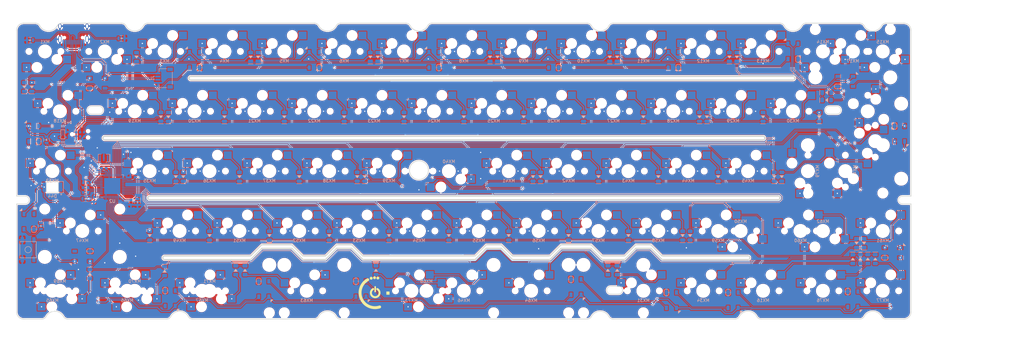
<source format=kicad_pcb>
(kicad_pcb (version 20171130) (host pcbnew "(5.1.10)-1")
  (layers (0 F.Cu signal) (31 B.Cu signal) (34 B.Paste user) (35 F.Paste user hide) (36 B.SilkS user) (37 F.SilkS user) (38 B.Mask user) (39 F.Mask user) (44 Edge.Cuts user))
  (net 0 "")
  (net 1 +5V)
  (net 2 GND)
  (net 3 "Net-(C6-Pad1)")
  (net 4 "Net-(D1-Pad2)")
  (net 5 "Net-(D2-Pad2)")
  (net 6 "Net-(D3-Pad2)")
  (net 7 "Net-(D4-Pad2)")
  (net 8 "Net-(D5-Pad2)")
  (net 9 "Net-(D6-Pad2)")
  (net 10 "Net-(D7-Pad2)")
  (net 11 "Net-(D8-Pad2)")
  (net 12 "Net-(D9-Pad2)")
  (net 13 "Net-(D10-Pad2)")
  (net 14 "Net-(D11-Pad2)")
  (net 15 "Net-(D12-Pad2)")
  (net 16 "Net-(D13-Pad2)")
  (net 17 "Net-(D14-Pad2)")
  (net 18 "Net-(D15-Pad2)")
  (net 19 D+)
  (net 20 D-)
  (net 21 RST)
  (net 22 "Net-(R6-Pad2)")
  (net 23 RGBLED)
  (net 24 "Net-(R7-Pad2)")
  (net 25 "Net-(D42-Pad2)")
  (net 26 "Net-(D17-Pad2)")
  (net 27 "Net-(D18-Pad2)")
  (net 28 "Net-(D19-Pad2)")
  (net 29 "Net-(D20-Pad2)")
  (net 30 "Net-(D21-Pad2)")
  (net 31 "Net-(D22-Pad2)")
  (net 32 "Net-(D23-Pad2)")
  (net 33 "Net-(D24-Pad2)")
  (net 34 "Net-(D25-Pad2)")
  (net 35 "Net-(D26-Pad2)")
  (net 36 "Net-(D27-Pad2)")
  (net 37 "Net-(D28-Pad2)")
  (net 38 "Net-(D29-Pad2)")
  (net 39 "Net-(D30-Pad2)")
  (net 40 "Net-(D31-Pad2)")
  (net 41 "Net-(D33-Pad2)")
  (net 42 "Net-(D34-Pad2)")
  (net 43 "Net-(D35-Pad2)")
  (net 44 "Net-(D36-Pad2)")
  (net 45 "Net-(D37-Pad2)")
  (net 46 "Net-(D38-Pad2)")
  (net 47 "Net-(D39-Pad2)")
  (net 48 "Net-(D40-Pad2)")
  (net 49 "Net-(D41-Pad2)")
  (net 50 "Net-(D43-Pad2)")
  (net 51 "Net-(D45-Pad2)")
  (net 52 "Net-(D46-Pad2)")
  (net 53 Row2)
  (net 54 Row3)
  (net 55 Row4)
  (net 56 Col0)
  (net 57 Col1)
  (net 58 Col2)
  (net 59 Col3)
  (net 60 Col4)
  (net 61 Col5)
  (net 62 Col6)
  (net 63 Col7)
  (net 64 "Net-(D48-Pad2)")
  (net 65 "Net-(D49-Pad2)")
  (net 66 "Net-(D50-Pad2)")
  (net 67 "Net-(D51-Pad2)")
  (net 68 "Net-(D52-Pad2)")
  (net 69 "Net-(D53-Pad2)")
  (net 70 "Net-(D54-Pad2)")
  (net 71 "Net-(D55-Pad2)")
  (net 72 "Net-(D56-Pad2)")
  (net 73 "Net-(D57-Pad2)")
  (net 74 "Net-(D58-Pad2)")
  (net 75 "Net-(D59-Pad2)")
  (net 76 "Net-(D61-Pad2)")
  (net 77 "Net-(D62-Pad2)")
  (net 78 "Net-(D63-Pad2)")
  (net 79 "Net-(D70-Pad2)")
  (net 80 "Net-(D71-Pad2)")
  (net 81 "Net-(D72-Pad2)")
  (net 82 "Net-(D73-Pad2)")
  (net 83 Row0)
  (net 84 "Net-(RGB1-Pad2)")
  (net 85 "Net-(RGB1-Pad4)")
  (net 86 "Net-(RGB2-Pad2)")
  (net 87 "Net-(RGB3-Pad2)")
  (net 88 "Net-(RGB4-Pad2)")
  (net 89 "Net-(RGB5-Pad2)")
  (net 90 "Net-(RGB6-Pad2)")
  (net 91 "Net-(RGB7-Pad2)")
  (net 92 "Net-(RGB8-Pad2)")
  (net 93 "Net-(RGB10-Pad4)")
  (net 94 "Net-(RGB10-Pad2)")
  (net 95 "Net-(RGB11-Pad4)")
  (net 96 "Net-(RGB13-Pad4)")
  (net 97 "Net-(RGB14-Pad4)")
  (net 98 "Net-(RGB15-Pad4)")
  (net 99 "Net-(RGB16-Pad4)")
  (net 100 "Net-(RGB17-Pad4)")
  (net 101 "Net-(RGB18-Pad4)")
  (net 102 "Net-(RGB19-Pad4)")
  (net 103 "Net-(D44-Pad1)")
  (net 104 CapLK)
  (net 105 "Net-(D65-Pad2)")
  (net 106 Col8)
  (net 107 Col9)
  (net 108 Col10)
  (net 109 Col11)
  (net 110 Col12)
  (net 111 Col13)
  (net 112 Col14)
  (net 113 MOSI)
  (net 114 "Net-(R1-Pad2)")
  (net 115 "Net-(R2-Pad2)")
  (net 116 "Net-(U2-Pad17)")
  (net 117 "Net-(U2-Pad16)")
  (net 118 "Net-(D64-Pad2)")
  (net 119 "Net-(D66-Pad2)")
  (net 120 "Net-(D16-Pad2)")
  (net 121 A-)
  (net 122 A+)
  (module CustomLogo:sanv2 (layer F.Cu) (at 114.141338 124.737877)
    (fp_text reference G*** hide)
    (fp_text value LOGO hide)
  )
  (module sanproject-keyboard-part:LED_WS2812B_PLCC4_5.0x5.0mm_P3.2mm (layer B.Cu) (at 4.28625 102.115983 270)
    (fp_text reference RGB12)
    (fp_text value WS2812B)
    (pad 1 smd rect (at -2.45 1.6 270) (size 1.5 1) (layers B.Cu B.Paste B.Mask) (net 1 +5V))
    (pad 2 smd rect (at -2.45 -1.6 270) (size 1.5 1) (layers B.Cu B.Paste B.Mask) (net 95 "Net-(RGB11-Pad4)"))
    (pad 4 smd rect (at 2.45 1.6 270) (size 1.5 1) (layers B.Cu B.Paste B.Mask) (net 23 RGBLED))
    (pad 3 smd roundrect (at 2.45 -1.6 270) (size 1.5 1) (layers B.Cu B.Paste B.Mask) (net 2 GND))
  )
  (module MX_Only_v3:MXOnly-1.25U-Hotswap (layer F.Cu) (at 11.747502 86.042532)
    (fp_text reference MX32)
    (fp_text value 1.75U)
    (fp_text user %R (at 0 3.048) (layer B.SilkS) (effects (justify mirror)))
    (pad "" np_thru_hole circle (at 2.54 -5.08) (size 3 3) (drill 3) (layers *.Cu *.Mask))
    (pad "" np_thru_hole circle (at 0 0) (size 3.9878 3.9878) (drill 3.9878) (layers *.Cu *.Mask))
    (pad "" np_thru_hole circle (at -3.81 -2.54) (size 3 3) (drill 3) (layers *.Cu *.Mask))
    (pad "" np_thru_hole circle (at -5.08 0 48.0996) (size 1.75 1.75) (drill 1.75) (layers *.Cu *.Mask))
    (pad "" np_thru_hole circle (at 5.08 0 48.0996) (size 1.75 1.75) (drill 1.75) (layers *.Cu *.Mask))
    (pad 1 smd rect (at -7.085 -2.54) (size 2.55 2.5) (layers B.Cu B.Paste B.Mask) (net 56 Col0))
    (pad 2 smd rect (at 5.842 -5.08) (size 2.55 2.5) (layers B.Cu B.Paste B.Mask) (net 39 "Net-(D30-Pad2)"))
  )
  (module MX_Only_v3:MXOnly-7U-Hotswap-ReversedStabilizers (layer F.Cu) (at 142.71625 124.1425)
    (fp_text reference MX46)
    (fp_text value 7U)
    (fp_text user %R (at 0 3.048) (layer B.SilkS) (effects (justify mirror)))
    (pad "" np_thru_hole circle (at 2.54 -5.08) (size 3 3) (drill 3) (layers *.Cu *.Mask))
    (pad "" np_thru_hole circle (at 0 0) (size 3.9878 3.9878) (drill 3.9878) (layers *.Cu *.Mask))
    (pad "" np_thru_hole circle (at -3.81 -2.54) (size 3 3) (drill 3) (layers *.Cu *.Mask))
    (pad "" np_thru_hole circle (at -5.08 0 48.0996) (size 1.75 1.75) (drill 1.75) (layers *.Cu *.Mask))
    (pad "" np_thru_hole circle (at 5.08 0 48.0996) (size 1.75 1.75) (drill 1.75) (layers *.Cu *.Mask))
    (pad 1 smd rect (at -7.085 -2.54) (size 2.55 2.5) (layers B.Cu B.Paste B.Mask) (net 105 "Net-(D65-Pad2)"))
    (pad 2 smd rect (at 5.842 -5.08) (size 2.55 2.5) (layers B.Cu B.Paste B.Mask) (net 62 Col6))
    (pad "" np_thru_hole circle (at 57.15 6.985) (size 3.048 3.048) (drill 3.048) (layers *.Cu *.Mask))
    (pad "" np_thru_hole circle (at -57.15 6.985) (size 3.048 3.048) (drill 3.048) (layers *.Cu *.Mask))
    (pad "" np_thru_hole circle (at 57.15 -8.255) (size 3.9878 3.9878) (drill 3.9878) (layers *.Cu *.Mask))
    (pad "" np_thru_hole circle (at -57.15 -8.255) (size 3.9878 3.9878) (drill 3.9878) (layers *.Cu *.Mask))
  )
  (module sanproject-keyboard-part:JST-SR-4 (layer B.Cu) (at 50.11625 56.4425 270)
    (fp_text reference J1 (at 0 6.5 270) (layer B.SilkS) (effects (justify mirror)))
    (fp_text value Conn_01x04_Female)
    (pad "" smd rect (at 2.8 0.9 270) (size 1.2 1.8) (layers B.Cu B.Paste B.Mask))
    (pad "" smd rect (at -2.8 0.9 270) (size 1.2 1.8) (layers B.Cu B.Paste B.Mask))
    (pad 1 smd rect (at -1.5 4.775 270) (size 0.6 1.55) (layers B.Cu B.Paste B.Mask) (net 1 +5V))
    (pad 2 smd rect (at -0.5 4.775 270) (size 0.6 1.55) (layers B.Cu B.Paste B.Mask) (net 121 A-))
    (pad 4 smd rect (at 1.5 4.775 270) (size 0.6 1.55) (layers B.Cu B.Paste B.Mask) (net 2 GND))
    (pad 3 smd rect (at 0.5 4.775 270) (size 0.6 1.55) (layers B.Cu B.Paste B.Mask) (net 122 A+))
  )
  (module MX_Only_v3:MXOnly-1U-Hotswap (layer F.Cu) (at 28.41625 47.9425 180)
    (fp_text reference MX2)
    (fp_text value 1U)
    (fp_text user %R (at 0 3.048) (layer B.SilkS) (effects (justify mirror)))
    (pad 2 smd rect (at 5.842 -5.08 180) (size 2.55 2.5) (layers B.Cu B.Paste B.Mask) (net 5 "Net-(D2-Pad2)"))
    (pad 1 smd rect (at -7.085 -2.54 180) (size 2.55 2.5) (layers B.Cu B.Paste B.Mask) (net 57 Col1))
    (pad "" np_thru_hole circle (at 5.08 0 228.0996) (size 1.75 1.75) (drill 1.75) (layers *.Cu *.Mask))
    (pad "" np_thru_hole circle (at -5.08 0 228.0996) (size 1.75 1.75) (drill 1.75) (layers *.Cu *.Mask))
    (pad "" np_thru_hole circle (at -3.81 -2.54 180) (size 3 3) (drill 3) (layers *.Cu *.Mask))
    (pad "" np_thru_hole circle (at 0 0 180) (size 3.9878 3.9878) (drill 3.9878) (layers *.Cu *.Mask))
    (pad "" np_thru_hole circle (at 2.54 -5.08 180) (size 3 3) (drill 3) (layers *.Cu *.Mask))
  )
  (module sanproject-keyboard-part:HRO-TYPE-C-31-M-12-Assembly (layer B.Cu) (at 18.453846 37.292496)
    (fp_text reference USB1)
    (fp_text value HRO-TYPE-C-31-M-12)
    (pad 12 smd rect (at 3.225 7.695) (size 0.6 1.45) (layers B.Cu B.Paste B.Mask) (net 2 GND))
    (pad 1 smd rect (at -3.225 7.695) (size 0.6 1.45) (layers B.Cu B.Paste B.Mask) (net 2 GND))
    (pad 11 smd rect (at 2.45 7.695) (size 0.6 1.45) (layers B.Cu B.Paste B.Mask) (net 1 +5V))
    (pad 2 smd rect (at -2.45 7.695) (size 0.6 1.45) (layers B.Cu B.Paste B.Mask) (net 1 +5V))
    (pad 3 smd rect (at -1.75 7.695) (size 0.3 1.45) (layers B.Cu B.Paste B.Mask))
    (pad 10 smd rect (at 1.75 7.695) (size 0.3 1.45) (layers B.Cu B.Paste B.Mask) (net 115 "Net-(R2-Pad2)"))
    (pad 4 smd rect (at -1.25 7.695) (size 0.3 1.45) (layers B.Cu B.Paste B.Mask) (net 114 "Net-(R1-Pad2)"))
    (pad 9 smd rect (at 1.25 7.695) (size 0.3 1.45) (layers B.Cu B.Paste B.Mask))
    (pad 5 smd rect (at -0.75 7.695) (size 0.3 1.45) (layers B.Cu B.Paste B.Mask) (net 121 A-))
    (pad 8 smd rect (at 0.75 7.695) (size 0.3 1.45) (layers B.Cu B.Paste B.Mask) (net 122 A+))
    (pad 7 smd rect (at 0.25 7.695) (size 0.3 1.45) (layers B.Cu B.Paste B.Mask) (net 121 A-))
    (pad 6 smd rect (at -0.25 7.695) (size 0.3 1.45) (layers B.Cu B.Paste B.Mask) (net 122 A+))
    (pad "" np_thru_hole circle (at 2.89 6.25) (size 0.65 0.65) (drill 0.65) (layers *.Cu *.Mask))
    (pad "" np_thru_hole circle (at -2.89 6.25) (size 0.65 0.65) (drill 0.65) (layers *.Cu *.Mask))
    (pad 13 thru_hole oval (at -4.32 6.78) (size 1 2.1) (drill oval 0.6 1.7) (layers *.Cu *.Mask) (net 2 GND))
    (pad 13 thru_hole oval (at 4.32 6.78) (size 1 2.1) (drill oval 0.6 1.7) (layers *.Cu *.Mask) (net 2 GND))
    (pad 13 thru_hole oval (at -4.32 2.6) (size 1 1.6) (drill oval 0.6 1.2) (layers *.Cu *.Mask) (net 2 GND))
    (pad 13 thru_hole oval (at 4.32 2.6) (size 1 1.6) (drill oval 0.6 1.2) (layers *.Cu *.Mask) (net 2 GND))
  )
  (module MX_Only_v3:MXOnly-1U-Hotswap (layer F.Cu) (at 9.36625 47.9425 180)
    (fp_text reference MX1)
    (fp_text value 1U)
    (fp_text user %R (at 0 3.048) (layer B.SilkS) (effects (justify mirror)))
    (pad 2 smd rect (at 5.842 -5.08 180) (size 2.55 2.5) (layers B.Cu B.Paste B.Mask) (net 56 Col0))
    (pad 1 smd rect (at -7.085 -2.54 180) (size 2.55 2.5) (layers B.Cu B.Paste B.Mask) (net 4 "Net-(D1-Pad2)"))
    (pad "" np_thru_hole circle (at 5.08 0 228.0996) (size 1.75 1.75) (drill 1.75) (layers *.Cu *.Mask))
    (pad "" np_thru_hole circle (at -5.08 0 228.0996) (size 1.75 1.75) (drill 1.75) (layers *.Cu *.Mask))
    (pad "" np_thru_hole circle (at -3.81 -2.54 180) (size 3 3) (drill 3) (layers *.Cu *.Mask))
    (pad "" np_thru_hole circle (at 0 0 180) (size 3.9878 3.9878) (drill 3.9878) (layers *.Cu *.Mask))
    (pad "" np_thru_hole circle (at 2.54 -5.08 180) (size 3 3) (drill 3) (layers *.Cu *.Mask))
  )
  (module MX_Only_v3:MXOnly-1.5U-Hotswap (layer F.Cu) (at 271.304002 66.9925 270)
    (fp_text reference MX33)
    (fp_text value 1.5U)
    (fp_text user %R (at 0 0.000032 90) (layer B.SilkS) (effects (justify mirror)))
    (pad "" np_thru_hole circle (at 2.54 -5.08 270) (size 3 3) (drill 3) (layers *.Cu *.Mask))
    (pad "" np_thru_hole circle (at 0 0 270) (size 3.9878 3.9878) (drill 3.9878) (layers *.Cu *.Mask))
    (pad "" np_thru_hole circle (at -3.81 -2.54 270) (size 3 3) (drill 3) (layers *.Cu *.Mask))
    (pad "" np_thru_hole circle (at -5.08 0 318.0996) (size 1.75 1.75) (drill 1.75) (layers *.Cu *.Mask))
    (pad "" np_thru_hole circle (at 5.08 0 318.0996) (size 1.75 1.75) (drill 1.75) (layers *.Cu *.Mask))
    (pad 1 smd rect (at -7.085 -2.54 270) (size 2.55 2.5) (layers B.Cu B.Paste B.Mask) (net 111 Col13))
    (pad 2 smd rect (at 5.842 -5.08 270) (size 2.55 2.5) (layers B.Cu B.Paste B.Mask) (net 40 "Net-(D31-Pad2)"))
  )
  (module MX_Only_v3:MXOnly-1U-Hotswap (layer F.Cu) (at 52.228818 105.0925)
    (fp_text reference MX49)
    (fp_text value 1U)
    (fp_text user %R (at 0 3.048) (layer B.SilkS) (effects (justify mirror)))
    (pad 2 smd rect (at 5.842 -5.08) (size 2.55 2.5) (layers B.Cu B.Paste B.Mask) (net 64 "Net-(D48-Pad2)"))
    (pad 1 smd rect (at -7.085 -2.54) (size 2.55 2.5) (layers B.Cu B.Paste B.Mask) (net 58 Col2))
    (pad "" np_thru_hole circle (at 5.08 0 48.0996) (size 1.75 1.75) (drill 1.75) (layers *.Cu *.Mask))
    (pad "" np_thru_hole circle (at -5.08 0 48.0996) (size 1.75 1.75) (drill 1.75) (layers *.Cu *.Mask))
    (pad "" np_thru_hole circle (at -3.81 -2.54) (size 3 3) (drill 3) (layers *.Cu *.Mask))
    (pad "" np_thru_hole circle (at 0 0) (size 3.9878 3.9878) (drill 3.9878) (layers *.Cu *.Mask))
    (pad "" np_thru_hole circle (at 2.54 -5.08) (size 3 3) (drill 3) (layers *.Cu *.Mask))
  )
  (module MX_Only_v3:MXOnly-1U-Hotswap (layer F.Cu) (at 257.01625 105.0925 180)
    (fp_text reference MX62)
    (fp_text value 1U)
    (fp_text user %R (at 0 3.048) (layer B.SilkS) (effects (justify mirror)))
    (pad 2 smd rect (at 5.842 -5.08 180) (size 2.55 2.5) (layers B.Cu B.Paste B.Mask) (net 111 Col13))
    (pad 1 smd rect (at -7.085 -2.54 180) (size 2.55 2.5) (layers B.Cu B.Paste B.Mask) (net 74 "Net-(D58-Pad2)"))
    (pad "" np_thru_hole circle (at 5.08 0 228.0996) (size 1.75 1.75) (drill 1.75) (layers *.Cu *.Mask))
    (pad "" np_thru_hole circle (at -5.08 0 228.0996) (size 1.75 1.75) (drill 1.75) (layers *.Cu *.Mask))
    (pad "" np_thru_hole circle (at -3.81 -2.54 180) (size 3 3) (drill 3) (layers *.Cu *.Mask))
    (pad "" np_thru_hole circle (at 0 0 180) (size 3.9878 3.9878) (drill 3.9878) (layers *.Cu *.Mask))
    (pad "" np_thru_hole circle (at 2.54 -5.08 180) (size 3 3) (drill 3) (layers *.Cu *.Mask))
  )
  (module MX_Only_v3:MXOnly-1.5U-Hotswap (layer F.Cu) (at 61.753794 124.142564 180)
    (fp_text reference MX71)
    (fp_text value 1.5U)
    (fp_text user %R (at 0 3.048) (layer B.SilkS) (effects (justify mirror)))
    (pad "" np_thru_hole circle (at 2.54 -5.08 180) (size 3 3) (drill 3) (layers *.Cu *.Mask))
    (pad "" np_thru_hole circle (at 0 0 180) (size 3.9878 3.9878) (drill 3.9878) (layers *.Cu *.Mask))
    (pad "" np_thru_hole circle (at -3.81 -2.54 180) (size 3 3) (drill 3) (layers *.Cu *.Mask))
    (pad "" np_thru_hole circle (at -5.08 0 228.0996) (size 1.75 1.75) (drill 1.75) (layers *.Cu *.Mask))
    (pad "" np_thru_hole circle (at 5.08 0 228.0996) (size 1.75 1.75) (drill 1.75) (layers *.Cu *.Mask))
    (pad 1 smd rect (at -7.085 -2.54 180) (size 2.55 2.5) (layers B.Cu B.Paste B.Mask) (net 78 "Net-(D63-Pad2)"))
    (pad 2 smd rect (at 5.842 -5.08 180) (size 2.55 2.5) (layers B.Cu B.Paste B.Mask) (net 59 Col3))
  )
  (module MX_Only_v3:MXOnly-1U-Hotswap (layer F.Cu) (at 37.941274 124.142564 180)
    (fp_text reference MX70)
    (fp_text value 1U)
    (fp_text user %R (at 0 3.048) (layer B.SilkS) (effects (justify mirror)))
    (pad "" np_thru_hole circle (at 2.54 -5.08 180) (size 3 3) (drill 3) (layers *.Cu *.Mask))
    (pad "" np_thru_hole circle (at 0 0 180) (size 3.9878 3.9878) (drill 3.9878) (layers *.Cu *.Mask))
    (pad "" np_thru_hole circle (at -3.81 -2.54 180) (size 3 3) (drill 3) (layers *.Cu *.Mask))
    (pad "" np_thru_hole circle (at -5.08 0 228.0996) (size 1.75 1.75) (drill 1.75) (layers *.Cu *.Mask))
    (pad "" np_thru_hole circle (at 5.08 0 228.0996) (size 1.75 1.75) (drill 1.75) (layers *.Cu *.Mask))
    (pad 1 smd rect (at -7.085 -2.54 180) (size 2.55 2.5) (layers B.Cu B.Paste B.Mask) (net 77 "Net-(D62-Pad2)"))
    (pad 2 smd rect (at 5.842 -5.08 180) (size 2.55 2.5) (layers B.Cu B.Paste B.Mask) (net 58 Col2))
  )
  (module MX_Only_v3:MXOnly-1.5U-Hotswap (layer F.Cu) (at 14.128754 124.142564 180)
    (fp_text reference MX69)
    (fp_text value 1.5U)
    (fp_text user %R (at 0 3.048) (layer B.SilkS) (effects (justify mirror)))
    (pad "" np_thru_hole circle (at 2.54 -5.08 180) (size 3 3) (drill 3) (layers *.Cu *.Mask))
    (pad "" np_thru_hole circle (at 0 0 180) (size 3.9878 3.9878) (drill 3.9878) (layers *.Cu *.Mask))
    (pad "" np_thru_hole circle (at -3.81 -2.54 180) (size 3 3) (drill 3) (layers *.Cu *.Mask))
    (pad "" np_thru_hole circle (at -5.08 0 228.0996) (size 1.75 1.75) (drill 1.75) (layers *.Cu *.Mask))
    (pad "" np_thru_hole circle (at 5.08 0 228.0996) (size 1.75 1.75) (drill 1.75) (layers *.Cu *.Mask))
    (pad 1 smd rect (at -7.085 -2.54 180) (size 2.55 2.5) (layers B.Cu B.Paste B.Mask) (net 76 "Net-(D61-Pad2)"))
    (pad 2 smd rect (at 5.842 -5.08 180) (size 2.55 2.5) (layers B.Cu B.Paste B.Mask) (net 56 Col0))
  )
  (module MX_Only_v3:MXOnly-1U-Hotswap (layer F.Cu) (at 128.428882 105.0925)
    (fp_text reference MX54)
    (fp_text value 1U)
    (fp_text user %R (at 0 3.048) (layer B.SilkS) (effects (justify mirror)))
    (pad 2 smd rect (at 5.842 -5.08) (size 2.55 2.5) (layers B.Cu B.Paste B.Mask) (net 68 "Net-(D52-Pad2)"))
    (pad 1 smd rect (at -7.085 -2.54) (size 2.55 2.5) (layers B.Cu B.Paste B.Mask) (net 62 Col6))
    (pad "" np_thru_hole circle (at 5.08 0 48.0996) (size 1.75 1.75) (drill 1.75) (layers *.Cu *.Mask))
    (pad "" np_thru_hole circle (at -5.08 0 48.0996) (size 1.75 1.75) (drill 1.75) (layers *.Cu *.Mask))
    (pad "" np_thru_hole circle (at -3.81 -2.54) (size 3 3) (drill 3) (layers *.Cu *.Mask))
    (pad "" np_thru_hole circle (at 0 0) (size 3.9878 3.9878) (drill 3.9878) (layers *.Cu *.Mask))
    (pad "" np_thru_hole circle (at 2.54 -5.08) (size 3 3) (drill 3) (layers *.Cu *.Mask))
  )
  (module MX_Only_v3:MXOnly-ISO-ROTATED-Hotswap-R (layer F.Cu) (at 273.685222 76.517524)
    (fp_text reference MX78)
    (fp_text value ISO)
    (pad "" np_thru_hole circle (at -6.985 11.938) (size 3.048 3.048) (drill 3.048) (layers *.Cu *.Mask))
    (pad "" np_thru_hole circle (at -6.985 -11.938) (size 3.048 3.048) (drill 3.048) (layers *.Cu *.Mask))
    (pad "" np_thru_hole circle (at 8.255 11.938) (size 3.9878 3.9878) (drill 3.9878) (layers *.Cu *.Mask))
    (pad "" np_thru_hole circle (at 8.255 -11.938) (size 3.9878 3.9878) (drill 3.9878) (layers *.Cu *.Mask))
    (pad "" np_thru_hole circle (at 0 0 90) (size 3.9878 3.9878) (drill 3.9878) (layers *.Cu *.Mask))
    (pad 2 smd rect (at -5.08 -5.842 90) (size 2.55 2.5) (layers B.Cu B.Paste B.Mask) (net 111 Col13))
    (pad 1 smd rect (at -2.54 7.085 90) (size 2.55 2.5) (layers B.Cu B.Paste B.Mask) (net 51 "Net-(D45-Pad2)"))
    (pad "" np_thru_hole circle (at 0 -5.08 138.0996) (size 1.75 1.75) (drill 1.75) (layers *.Cu *.Mask))
    (pad "" np_thru_hole circle (at -5.08 -2.54 90) (size 3 3) (drill 3) (layers *.Cu *.Mask))
    (pad "" np_thru_hole circle (at -2.54 3.81 90) (size 3 3) (drill 3) (layers *.Cu *.Mask))
    (pad "" np_thru_hole circle (at 0 5.08 138.0996) (size 1.75 1.75) (drill 1.75) (layers *.Cu *.Mask))
  )
  (module MX_Only_v3:MXOnly-2.25U-Hotswap-ReversedStabilizers-L (layer F.Cu) (at 264.160214 86.042532)
    (fp_text reference MX48)
    (fp_text value 2.25U)
    (fp_text user %R (at 3.048 0 90) (layer B.SilkS) (effects (justify mirror)))
    (pad "" np_thru_hole circle (at -11.938 -8.255) (size 3.9878 3.9878) (drill 3.9878) (layers *.Cu *.Mask))
    (pad "" np_thru_hole circle (at 11.938 -8.255) (size 3.9878 3.9878) (drill 3.9878) (layers *.Cu *.Mask))
    (pad "" np_thru_hole circle (at -11.938 6.985) (size 3.048 3.048) (drill 3.048) (layers *.Cu *.Mask))
    (pad "" np_thru_hole circle (at 11.938 6.985) (size 3.048 3.048) (drill 3.048) (layers *.Cu *.Mask))
    (pad 2 smd rect (at -5.08 -5.842 90) (size 2.55 2.5) (layers B.Cu B.Paste B.Mask) (net 51 "Net-(D45-Pad2)"))
    (pad 1 smd rect (at -2.54 7.085 90) (size 2.55 2.5) (layers B.Cu B.Paste B.Mask) (net 111 Col13))
    (pad "" np_thru_hole circle (at 0 -5.08 138.0996) (size 1.75 1.75) (drill 1.75) (layers *.Cu *.Mask))
    (pad "" np_thru_hole circle (at 0 5.08 138.0996) (size 1.75 1.75) (drill 1.75) (layers *.Cu *.Mask))
    (pad "" np_thru_hole circle (at -2.54 3.81 90) (size 3 3) (drill 3) (layers *.Cu *.Mask))
    (pad "" np_thru_hole circle (at 0 0 90) (size 3.9878 3.9878) (drill 3.9878) (layers *.Cu *.Mask))
    (pad "" np_thru_hole circle (at -5.08 -2.54 90) (size 3 3) (drill 3) (layers *.Cu *.Mask))
  )
  (module MX_Only_v3:MXOnly-1U-Hotswap (layer F.Cu) (at 252.253954 86.042532 90)
    (fp_text reference MX79)
    (fp_text value 1U)
    (fp_text user %R (at 0 3.048 90) (layer B.SilkS) (effects (justify mirror)))
    (pad "" np_thru_hole circle (at 2.54 -5.08 90) (size 3 3) (drill 3) (layers *.Cu *.Mask))
    (pad "" np_thru_hole circle (at 0 0 90) (size 3.9878 3.9878) (drill 3.9878) (layers *.Cu *.Mask))
    (pad "" np_thru_hole circle (at -3.81 -2.54 90) (size 3 3) (drill 3) (layers *.Cu *.Mask))
    (pad "" np_thru_hole circle (at -5.08 0 138.0996) (size 1.75 1.75) (drill 1.75) (layers *.Cu *.Mask))
    (pad "" np_thru_hole circle (at 5.08 0 138.0996) (size 1.75 1.75) (drill 1.75) (layers *.Cu *.Mask))
    (pad 1 smd rect (at -7.085 -2.54 90) (size 2.55 2.5) (layers B.Cu B.Paste B.Mask) (net 111 Col13))
    (pad 2 smd rect (at 5.842 -5.08 90) (size 2.55 2.5) (layers B.Cu B.Paste B.Mask) (net 40 "Net-(D31-Pad2)"))
  )
  (module sanproject-keyboard-part:SKQG-1155865 (layer B.Cu) (at 4.008433 111.045678 90)
    (fp_text reference SW1)
    (fp_text value SW_Push)
    (pad 1 smd rect (at 3.1 -1.85 90) (size 1.8 1.1) (layers B.Cu B.Paste B.Mask) (net 2 GND))
    (pad 2 smd rect (at -3.1 1.85 90) (size 1.8 1.1) (layers B.Cu B.Paste B.Mask) (net 21 RST))
    (pad 2 smd rect (at 3.1 1.85 90) (size 1.8 1.1) (layers B.Cu B.Paste B.Mask) (net 21 RST))
    (pad 1 smd rect (at -3.1 -1.85 90) (size 1.8 1.1) (layers B.Cu B.Paste B.Mask) (net 2 GND))
  )
  (module MX_Only_v3:MXOnly-1.75U-Hotswap (layer F.Cu) (at 230.8225 105.0925 180)
    (fp_text reference MX50)
    (fp_text value 1.75U)
    (fp_text user %R (at 0 3.048) (layer B.SilkS) (effects (justify mirror)))
    (pad 2 smd rect (at 5.842 -5.08 180) (size 2.55 2.5) (layers B.Cu B.Paste B.Mask) (net 109 Col11))
    (pad 1 smd rect (at -7.085 -2.54 180) (size 2.55 2.5) (layers B.Cu B.Paste B.Mask) (net 73 "Net-(D57-Pad2)"))
    (pad "" np_thru_hole circle (at 5.08 0 228.0996) (size 1.75 1.75) (drill 1.75) (layers *.Cu *.Mask))
    (pad "" np_thru_hole circle (at -5.08 0 228.0996) (size 1.75 1.75) (drill 1.75) (layers *.Cu *.Mask))
    (pad "" np_thru_hole circle (at -3.81 -2.54 180) (size 3 3) (drill 3) (layers *.Cu *.Mask))
    (pad "" np_thru_hole circle (at 0 0 180) (size 3.9878 3.9878) (drill 3.9878) (layers *.Cu *.Mask))
    (pad "" np_thru_hole circle (at 2.54 -5.08 180) (size 3 3) (drill 3) (layers *.Cu *.Mask))
  )
  (module MX_Only_v3:MXOnly-1U-Hotswap (layer F.Cu) (at 199.866414 124.142568)
    (fp_text reference MX31)
    (fp_text value 1U)
    (fp_text user %R (at 0 3.048) (layer B.SilkS) (effects (justify mirror)))
    (pad 2 smd rect (at 5.842 -5.08) (size 2.55 2.5) (layers B.Cu B.Paste B.Mask) (net 79 "Net-(D70-Pad2)"))
    (pad 1 smd rect (at -7.085 -2.54) (size 2.55 2.5) (layers B.Cu B.Paste B.Mask) (net 106 Col8))
    (pad "" np_thru_hole circle (at 5.08 0 48.0996) (size 1.75 1.75) (drill 1.75) (layers *.Cu *.Mask))
    (pad "" np_thru_hole circle (at -5.08 0 48.0996) (size 1.75 1.75) (drill 1.75) (layers *.Cu *.Mask))
    (pad "" np_thru_hole circle (at -3.81 -2.54) (size 3 3) (drill 3) (layers *.Cu *.Mask))
    (pad "" np_thru_hole circle (at 0 0) (size 3.9878 3.9878) (drill 3.9878) (layers *.Cu *.Mask))
    (pad "" np_thru_hole circle (at 2.54 -5.08) (size 3 3) (drill 3) (layers *.Cu *.Mask))
  )
  (module MX_Only_v3:MXOnly-1U-Hotswap (layer F.Cu) (at 218.91643 124.142568)
    (fp_text reference MX34)
    (fp_text value 1U)
    (fp_text user %R (at 0 3.048) (layer B.SilkS) (effects (justify mirror)))
    (pad 2 smd rect (at 5.842 -5.08) (size 2.55 2.5) (layers B.Cu B.Paste B.Mask) (net 80 "Net-(D71-Pad2)"))
    (pad 1 smd rect (at -7.085 -2.54) (size 2.55 2.5) (layers B.Cu B.Paste B.Mask) (net 109 Col11))
    (pad "" np_thru_hole circle (at 5.08 0 48.0996) (size 1.75 1.75) (drill 1.75) (layers *.Cu *.Mask))
    (pad "" np_thru_hole circle (at -5.08 0 48.0996) (size 1.75 1.75) (drill 1.75) (layers *.Cu *.Mask))
    (pad "" np_thru_hole circle (at -3.81 -2.54) (size 3 3) (drill 3) (layers *.Cu *.Mask))
    (pad "" np_thru_hole circle (at 0 0) (size 3.9878 3.9878) (drill 3.9878) (layers *.Cu *.Mask))
    (pad "" np_thru_hole circle (at 2.54 -5.08) (size 3 3) (drill 3) (layers *.Cu *.Mask))
  )
  (module MX_Only_v3:MXOnly-1U-Hotswap (layer F.Cu) (at 237.966446 124.142568)
    (fp_text reference MX16)
    (fp_text value 1U)
    (fp_text user %R (at 0 3.048) (layer B.SilkS) (effects (justify mirror)))
    (pad 2 smd rect (at 5.842 -5.08) (size 2.55 2.5) (layers B.Cu B.Paste B.Mask) (net 120 "Net-(D16-Pad2)"))
    (pad 1 smd rect (at -7.085 -2.54) (size 2.55 2.5) (layers B.Cu B.Paste B.Mask) (net 110 Col12))
    (pad "" np_thru_hole circle (at 5.08 0 48.0996) (size 1.75 1.75) (drill 1.75) (layers *.Cu *.Mask))
    (pad "" np_thru_hole circle (at -5.08 0 48.0996) (size 1.75 1.75) (drill 1.75) (layers *.Cu *.Mask))
    (pad "" np_thru_hole circle (at -3.81 -2.54) (size 3 3) (drill 3) (layers *.Cu *.Mask))
    (pad "" np_thru_hole circle (at 0 0) (size 3.9878 3.9878) (drill 3.9878) (layers *.Cu *.Mask))
    (pad "" np_thru_hole circle (at 2.54 -5.08) (size 3 3) (drill 3) (layers *.Cu *.Mask))
  )
  (module sanproject-keyboard-part:DIODE_1206_SawnsProjects (layer B.Cu) (at 266.541466 114.022243 270)
    (fp_text reference D16)
    (fp_text value D)
    (pad 2 smd roundrect (at 1.4 0 270) (size 1.2 1.6) (layers B.Cu B.Paste B.Mask) (roundrect_rratio 0.2) (net 120 "Net-(D16-Pad2)"))
    (pad 1 smd roundrect (at -1.4 0 270) (size 1.2 1.6) (layers B.Cu B.Paste B.Mask) (roundrect_rratio 0.2) (net 55 Row4))
  )
  (module MX_Only_v3:MXOnly-1.75U-Hotswap (layer F.Cu) (at 249.872734 105.0925)
    (fp_text reference MX60)
    (fp_text value 1.75U)
    (fp_text user %R (at 0 3.048) (layer B.SilkS) (effects (justify mirror)))
    (pad 2 smd rect (at 5.842 -5.08) (size 2.55 2.5) (layers B.Cu B.Paste B.Mask) (net 74 "Net-(D58-Pad2)"))
    (pad 1 smd rect (at -7.085 -2.54) (size 2.55 2.5) (layers B.Cu B.Paste B.Mask) (net 111 Col13))
    (pad "" np_thru_hole circle (at 5.08 0 48.0996) (size 1.75 1.75) (drill 1.75) (layers *.Cu *.Mask))
    (pad "" np_thru_hole circle (at -5.08 0 48.0996) (size 1.75 1.75) (drill 1.75) (layers *.Cu *.Mask))
    (pad "" np_thru_hole circle (at -3.81 -2.54) (size 3 3) (drill 3) (layers *.Cu *.Mask))
    (pad "" np_thru_hole circle (at 0 0) (size 3.9878 3.9878) (drill 3.9878) (layers *.Cu *.Mask))
    (pad "" np_thru_hole circle (at 2.54 -5.08) (size 3 3) (drill 3) (layers *.Cu *.Mask))
  )
  (module sanproject-keyboard-part:DIODE_1206_SawnsProjects (layer B.Cu) (at 273.685666 114.022322 270)
    (fp_text reference D73)
    (fp_text value D)
    (pad 2 smd roundrect (at 1.4 0 270) (size 1.2 1.6) (layers B.Cu B.Paste B.Mask) (roundrect_rratio 0.2) (net 82 "Net-(D73-Pad2)"))
    (pad 1 smd roundrect (at -1.4 0 270) (size 1.2 1.6) (layers B.Cu B.Paste B.Mask) (roundrect_rratio 0.2) (net 55 Row4))
  )
  (module sanproject-keyboard-part:DIODE_1206_SawnsProjects (layer B.Cu) (at 271.30441 114.022322 270)
    (fp_text reference D72)
    (fp_text value D)
    (pad 2 smd roundrect (at 1.4 0 270) (size 1.2 1.6) (layers B.Cu B.Paste B.Mask) (roundrect_rratio 0.2) (net 81 "Net-(D72-Pad2)"))
    (pad 1 smd roundrect (at -1.4 0 270) (size 1.2 1.6) (layers B.Cu B.Paste B.Mask) (roundrect_rratio 0.2) (net 55 Row4))
  )
  (module sanproject-keyboard-part:DIODE_1206_SawnsProjects (layer B.Cu) (at 268.922718 114.022243 270)
    (fp_text reference D71)
    (fp_text value D)
    (pad 2 smd roundrect (at 1.4 0 270) (size 1.2 1.6) (layers B.Cu B.Paste B.Mask) (roundrect_rratio 0.2) (net 80 "Net-(D71-Pad2)"))
    (pad 1 smd roundrect (at -1.4 0 270) (size 1.2 1.6) (layers B.Cu B.Paste B.Mask) (roundrect_rratio 0.2) (net 55 Row4))
  )
  (module sanproject-keyboard-part:DIODE_1206_SawnsProjects (layer B.Cu) (at 191.53266 117.594375 270)
    (fp_text reference D70)
    (fp_text value D)
    (pad 2 smd roundrect (at 1.4 0 270) (size 1.2 1.6) (layers B.Cu B.Paste B.Mask) (roundrect_rratio 0.2) (net 79 "Net-(D70-Pad2)"))
    (pad 1 smd roundrect (at -1.4 0 270) (size 1.2 1.6) (layers B.Cu B.Paste B.Mask) (roundrect_rratio 0.2) (net 55 Row4))
  )
  (module sanproject-keyboard-part:DIODE_1206_SawnsProjects (layer B.Cu) (at 188.556085 117.594375 270)
    (fp_text reference D66)
    (fp_text value D)
    (pad 2 smd roundrect (at 1.4 0 270) (size 1.2 1.6) (layers B.Cu B.Paste B.Mask) (roundrect_rratio 0.2) (net 119 "Net-(D66-Pad2)"))
    (pad 1 smd roundrect (at -1.4 0 270) (size 1.2 1.6) (layers B.Cu B.Paste B.Mask) (roundrect_rratio 0.2) (net 55 Row4))
  )
  (module sanproject-keyboard-part:DIODE_1206_SawnsProjects (layer B.Cu) (at 114.736655 117.594125 270)
    (fp_text reference D65)
    (fp_text value D)
    (pad 2 smd roundrect (at 1.4 0 270) (size 1.2 1.6) (layers B.Cu B.Paste B.Mask) (roundrect_rratio 0.2) (net 105 "Net-(D65-Pad2)"))
    (pad 1 smd roundrect (at -1.4 0 270) (size 1.2 1.6) (layers B.Cu B.Paste B.Mask) (roundrect_rratio 0.2) (net 55 Row4))
  )
  (module sanproject-keyboard-part:DIODE_1206_SawnsProjects (layer B.Cu) (at 73.064975 117.594375 270)
    (fp_text reference D64)
    (fp_text value D)
    (pad 2 smd roundrect (at 1.4 0 270) (size 1.2 1.6) (layers B.Cu B.Paste B.Mask) (roundrect_rratio 0.2) (net 118 "Net-(D64-Pad2)"))
    (pad 1 smd roundrect (at -1.4 0 270) (size 1.2 1.6) (layers B.Cu B.Paste B.Mask) (roundrect_rratio 0.2) (net 55 Row4))
  )
  (module sanproject-keyboard-part:DIODE_1206_SawnsProjects (layer B.Cu) (at 70.0884 117.59425 270)
    (fp_text reference D63)
    (fp_text value D)
    (pad 2 smd roundrect (at 1.4 0 270) (size 1.2 1.6) (layers B.Cu B.Paste B.Mask) (roundrect_rratio 0.2) (net 78 "Net-(D63-Pad2)"))
    (pad 1 smd roundrect (at -1.4 0 270) (size 1.2 1.6) (layers B.Cu B.Paste B.Mask) (roundrect_rratio 0.2) (net 55 Row4))
  )
  (module sanproject-keyboard-part:DIODE_1206_SawnsProjects (layer B.Cu) (at 47.466358 117.891907 270)
    (fp_text reference D62)
    (fp_text value D)
    (pad 2 smd roundrect (at 1.4 0 270) (size 1.2 1.6) (layers B.Cu B.Paste B.Mask) (roundrect_rratio 0.2) (net 77 "Net-(D62-Pad2)"))
    (pad 1 smd roundrect (at -1.4 0 270) (size 1.2 1.6) (layers B.Cu B.Paste B.Mask) (roundrect_rratio 0.2) (net 55 Row4))
  )
  (module sanproject-keyboard-part:DIODE_1206_SawnsProjects (layer B.Cu) (at 23.653798 118.784878 270)
    (fp_text reference D61)
    (fp_text value D)
    (pad 2 smd roundrect (at 1.4 0 270) (size 1.2 1.6) (layers B.Cu B.Paste B.Mask) (roundrect_rratio 0.2) (net 76 "Net-(D61-Pad2)"))
    (pad 1 smd roundrect (at -1.4 0 270) (size 1.2 1.6) (layers B.Cu B.Paste B.Mask) (roundrect_rratio 0.2) (net 55 Row4))
  )
  (module sanproject-keyboard-part:DIODE_1206_SawnsProjects (layer B.Cu) (at 270.113788 108.962153 90)
    (fp_text reference D59)
    (fp_text value D)
    (pad 2 smd roundrect (at 1.4 0 90) (size 1.2 1.6) (layers B.Cu B.Paste B.Mask) (roundrect_rratio 0.2) (net 75 "Net-(D59-Pad2)"))
    (pad 1 smd roundrect (at -1.4 0 90) (size 1.2 1.6) (layers B.Cu B.Paste B.Mask) (roundrect_rratio 0.2) (net 54 Row3))
  )
  (module sanproject-keyboard-part:DIODE_1206_SawnsProjects (layer B.Cu) (at 267.732532 108.962153 90)
    (fp_text reference D58)
    (fp_text value D)
    (pad 2 smd roundrect (at 1.4 0 90) (size 1.2 1.6) (layers B.Cu B.Paste B.Mask) (roundrect_rratio 0.2) (net 74 "Net-(D58-Pad2)"))
    (pad 1 smd roundrect (at -1.4 0 90) (size 1.2 1.6) (layers B.Cu B.Paste B.Mask) (roundrect_rratio 0.2) (net 54 Row3))
  )
  (module sanproject-keyboard-part:DIODE_1206_SawnsProjects (layer B.Cu) (at 214.749061 106.581265 90)
    (fp_text reference D57)
    (fp_text value D)
    (pad 2 smd roundrect (at 1.4 0 90) (size 1.2 1.6) (layers B.Cu B.Paste B.Mask) (roundrect_rratio 0.2) (net 73 "Net-(D57-Pad2)"))
    (pad 1 smd roundrect (at -1.4 0 90) (size 1.2 1.6) (layers B.Cu B.Paste B.Mask) (roundrect_rratio 0.2) (net 54 Row3))
  )
  (module sanproject-keyboard-part:DIODE_1206_SawnsProjects (layer B.Cu) (at 212.368831 106.581265 90)
    (fp_text reference D56)
    (fp_text value D)
    (pad 2 smd roundrect (at 1.4 0 90) (size 1.2 1.6) (layers B.Cu B.Paste B.Mask) (roundrect_rratio 0.2) (net 72 "Net-(D56-Pad2)"))
    (pad 1 smd roundrect (at -1.4 0 90) (size 1.2 1.6) (layers B.Cu B.Paste B.Mask) (roundrect_rratio 0.2) (net 54 Row3))
  )
  (module sanproject-keyboard-part:DIODE_1206_SawnsProjects (layer B.Cu) (at 195.10469 106.581265 90)
    (fp_text reference D55)
    (fp_text value D)
    (pad 2 smd roundrect (at 1.4 0 90) (size 1.2 1.6) (layers B.Cu B.Paste B.Mask) (roundrect_rratio 0.2) (net 71 "Net-(D55-Pad2)"))
    (pad 1 smd roundrect (at -1.4 0 90) (size 1.2 1.6) (layers B.Cu B.Paste B.Mask) (roundrect_rratio 0.2) (net 54 Row3))
  )
  (module sanproject-keyboard-part:DIODE_1206_SawnsProjects (layer B.Cu) (at 176.05461 106.581265 90)
    (fp_text reference D54)
    (fp_text value D)
    (pad 2 smd roundrect (at 1.4 0 90) (size 1.2 1.6) (layers B.Cu B.Paste B.Mask) (roundrect_rratio 0.2) (net 70 "Net-(D54-Pad2)"))
    (pad 1 smd roundrect (at -1.4 0 90) (size 1.2 1.6) (layers B.Cu B.Paste B.Mask) (roundrect_rratio 0.2) (net 54 Row3))
  )
  (module sanproject-keyboard-part:DIODE_1206_SawnsProjects (layer B.Cu) (at 157.00453 106.581265 90)
    (fp_text reference D53)
    (fp_text value D)
    (pad 2 smd roundrect (at 1.4 0 90) (size 1.2 1.6) (layers B.Cu B.Paste B.Mask) (roundrect_rratio 0.2) (net 69 "Net-(D53-Pad2)"))
    (pad 1 smd roundrect (at -1.4 0 90) (size 1.2 1.6) (layers B.Cu B.Paste B.Mask) (roundrect_rratio 0.2) (net 54 Row3))
  )
  (module sanproject-keyboard-part:DIODE_1206_SawnsProjects (layer B.Cu) (at 137.95445 106.581265 90)
    (fp_text reference D52)
    (fp_text value D)
    (pad 2 smd roundrect (at 1.4 0 90) (size 1.2 1.6) (layers B.Cu B.Paste B.Mask) (roundrect_rratio 0.2) (net 68 "Net-(D52-Pad2)"))
    (pad 1 smd roundrect (at -1.4 0 90) (size 1.2 1.6) (layers B.Cu B.Paste B.Mask) (roundrect_rratio 0.2) (net 54 Row3))
  )
  (module sanproject-keyboard-part:DIODE_1206_SawnsProjects (layer B.Cu) (at 118.90437 106.581265 90)
    (fp_text reference D51)
    (fp_text value D)
    (pad 2 smd roundrect (at 1.4 0 90) (size 1.2 1.6) (layers B.Cu B.Paste B.Mask) (roundrect_rratio 0.2) (net 67 "Net-(D51-Pad2)"))
    (pad 1 smd roundrect (at -1.4 0 90) (size 1.2 1.6) (layers B.Cu B.Paste B.Mask) (roundrect_rratio 0.2) (net 54 Row3))
  )
  (module sanproject-keyboard-part:DIODE_1206_SawnsProjects (layer B.Cu) (at 99.85429 106.581265 90)
    (fp_text reference D50)
    (fp_text value D)
    (pad 2 smd roundrect (at 1.4 0 90) (size 1.2 1.6) (layers B.Cu B.Paste B.Mask) (roundrect_rratio 0.2) (net 66 "Net-(D50-Pad2)"))
    (pad 1 smd roundrect (at -1.4 0 90) (size 1.2 1.6) (layers B.Cu B.Paste B.Mask) (roundrect_rratio 0.2) (net 54 Row3))
  )
  (module sanproject-keyboard-part:DIODE_1206_SawnsProjects (layer B.Cu) (at 80.80421 106.581265 90)
    (fp_text reference D49)
    (fp_text value D)
    (pad 2 smd roundrect (at 1.4 0 90) (size 1.2 1.6) (layers B.Cu B.Paste B.Mask) (roundrect_rratio 0.2) (net 65 "Net-(D49-Pad2)"))
    (pad 1 smd roundrect (at -1.4 0 90) (size 1.2 1.6) (layers B.Cu B.Paste B.Mask) (roundrect_rratio 0.2) (net 54 Row3))
  )
  (module sanproject-keyboard-part:DIODE_1206_SawnsProjects (layer B.Cu) (at 61.75413 106.581265 90)
    (fp_text reference D48)
    (fp_text value D)
    (pad 2 smd roundrect (at 1.4 0 90) (size 1.2 1.6) (layers B.Cu B.Paste B.Mask) (roundrect_rratio 0.2) (net 64 "Net-(D48-Pad2)"))
    (pad 1 smd roundrect (at -1.4 0 90) (size 1.2 1.6) (layers B.Cu B.Paste B.Mask) (roundrect_rratio 0.2) (net 54 Row3))
  )
  (module sanproject-keyboard-part:DIODE_1206_SawnsProjects (layer B.Cu) (at 42.703846 106.580941 90)
    (fp_text reference D46)
    (fp_text value D)
    (pad 2 smd roundrect (at 1.4 0 90) (size 1.2 1.6) (layers B.Cu B.Paste B.Mask) (roundrect_rratio 0.2) (net 52 "Net-(D46-Pad2)"))
    (pad 1 smd roundrect (at -1.4 0 90) (size 1.2 1.6) (layers B.Cu B.Paste B.Mask) (roundrect_rratio 0.2) (net 54 Row3))
  )
  (module sanproject-keyboard-part:DIODE_1206_SawnsProjects (layer B.Cu) (at 243.919572 87.828471 90)
    (fp_text reference D45)
    (fp_text value D)
    (pad 1 smd roundrect (at -1.4 0 90) (size 1.2 1.6) (layers B.Cu B.Paste B.Mask) (roundrect_rratio 0.2) (net 53 Row2))
    (pad 2 smd roundrect (at 1.4 0 90) (size 1.2 1.6) (layers B.Cu B.Paste B.Mask) (roundrect_rratio 0.2) (net 51 "Net-(D45-Pad2)"))
  )
  (module sanproject-keyboard-part:DIODE_1206_SawnsProjects (layer B.Cu) (at 241.53926 87.828842 90)
    (fp_text reference D43)
    (fp_text value D)
    (pad 2 smd roundrect (at 1.4 0 90) (size 1.2 1.6) (layers B.Cu B.Paste B.Mask) (roundrect_rratio 0.2) (net 50 "Net-(D43-Pad2)"))
    (pad 1 smd roundrect (at -1.4 0 90) (size 1.2 1.6) (layers B.Cu B.Paste B.Mask) (roundrect_rratio 0.2) (net 53 Row2))
  )
  (module sanproject-keyboard-part:DIODE_1206_SawnsProjects (layer B.Cu) (at 223.67981 87.828842 90)
    (fp_text reference D42)
    (fp_text value D)
    (pad 2 smd roundrect (at 1.4 0 90) (size 1.2 1.6) (layers B.Cu B.Paste B.Mask) (roundrect_rratio 0.2) (net 25 "Net-(D42-Pad2)"))
    (pad 1 smd roundrect (at -1.4 0 90) (size 1.2 1.6) (layers B.Cu B.Paste B.Mask) (roundrect_rratio 0.2) (net 53 Row2))
  )
  (module sanproject-keyboard-part:DIODE_1206_SawnsProjects (layer B.Cu) (at 204.62973 87.828842 90)
    (fp_text reference D41)
    (fp_text value D)
    (pad 2 smd roundrect (at 1.4 0 90) (size 1.2 1.6) (layers B.Cu B.Paste B.Mask) (roundrect_rratio 0.2) (net 49 "Net-(D41-Pad2)"))
    (pad 1 smd roundrect (at -1.4 0 90) (size 1.2 1.6) (layers B.Cu B.Paste B.Mask) (roundrect_rratio 0.2) (net 53 Row2))
  )
  (module sanproject-keyboard-part:DIODE_1206_SawnsProjects (layer B.Cu) (at 185.57965 87.828842 90)
    (fp_text reference D40)
    (fp_text value D)
    (pad 2 smd roundrect (at 1.4 0 90) (size 1.2 1.6) (layers B.Cu B.Paste B.Mask) (roundrect_rratio 0.2) (net 48 "Net-(D40-Pad2)"))
    (pad 1 smd roundrect (at -1.4 0 90) (size 1.2 1.6) (layers B.Cu B.Paste B.Mask) (roundrect_rratio 0.2) (net 53 Row2))
  )
  (module sanproject-keyboard-part:DIODE_1206_SawnsProjects (layer B.Cu) (at 167.124195 87.828842 90)
    (fp_text reference D39)
    (fp_text value D)
    (pad 2 smd roundrect (at 1.4 0 90) (size 1.2 1.6) (layers B.Cu B.Paste B.Mask) (roundrect_rratio 0.2) (net 47 "Net-(D39-Pad2)"))
    (pad 1 smd roundrect (at -1.4 0 90) (size 1.2 1.6) (layers B.Cu B.Paste B.Mask) (roundrect_rratio 0.2) (net 53 Row2))
  )
  (module sanproject-keyboard-part:DIODE_1206_SawnsProjects (layer B.Cu) (at 164.742943 87.828471 90)
    (fp_text reference D38)
    (fp_text value D)
    (pad 2 smd roundrect (at 1.4 0 90) (size 1.2 1.6) (layers B.Cu B.Paste B.Mask) (roundrect_rratio 0.2) (net 46 "Net-(D38-Pad2)"))
    (pad 1 smd roundrect (at -1.4 0 90) (size 1.2 1.6) (layers B.Cu B.Paste B.Mask) (roundrect_rratio 0.2) (net 53 Row2))
  )
  (module sanproject-keyboard-part:DIODE_1206_SawnsProjects (layer B.Cu) (at 111.164773 87.828471 90)
    (fp_text reference D37)
    (fp_text value D)
    (pad 2 smd roundrect (at 1.4 0 90) (size 1.2 1.6) (layers B.Cu B.Paste B.Mask) (roundrect_rratio 0.2) (net 45 "Net-(D37-Pad2)"))
    (pad 1 smd roundrect (at -1.4 0 90) (size 1.2 1.6) (layers B.Cu B.Paste B.Mask) (roundrect_rratio 0.2) (net 53 Row2))
  )
  (module sanproject-keyboard-part:DIODE_1206_SawnsProjects (layer B.Cu) (at 108.783521 87.828442 90)
    (fp_text reference D36)
    (fp_text value D)
    (pad 2 smd roundrect (at 1.4 0 90) (size 1.2 1.6) (layers B.Cu B.Paste B.Mask) (roundrect_rratio 0.2) (net 44 "Net-(D36-Pad2)"))
    (pad 1 smd roundrect (at -1.4 0 90) (size 1.2 1.6) (layers B.Cu B.Paste B.Mask) (roundrect_rratio 0.2) (net 53 Row2))
  )
  (module sanproject-keyboard-part:DIODE_1206_SawnsProjects (layer B.Cu) (at 90.32925 87.828842 90)
    (fp_text reference D35)
    (fp_text value D)
    (pad 2 smd roundrect (at 1.4 0 90) (size 1.2 1.6) (layers B.Cu B.Paste B.Mask) (roundrect_rratio 0.2) (net 43 "Net-(D35-Pad2)"))
    (pad 1 smd roundrect (at -1.4 0 90) (size 1.2 1.6) (layers B.Cu B.Paste B.Mask) (roundrect_rratio 0.2) (net 53 Row2))
  )
  (module sanproject-keyboard-part:DIODE_1206_SawnsProjects (layer B.Cu) (at 71.27917 87.828842 90)
    (fp_text reference D34)
    (fp_text value D)
    (pad 2 smd roundrect (at 1.4 0 90) (size 1.2 1.6) (layers B.Cu B.Paste B.Mask) (roundrect_rratio 0.2) (net 42 "Net-(D34-Pad2)"))
    (pad 1 smd roundrect (at -1.4 0 90) (size 1.2 1.6) (layers B.Cu B.Paste B.Mask) (roundrect_rratio 0.2) (net 53 Row2))
  )
  (module sanproject-keyboard-part:DIODE_1206_SawnsProjects (layer B.Cu) (at 51.038125 87.828442 90)
    (fp_text reference D33)
    (fp_text value D)
    (pad 2 smd roundrect (at 1.4 0 90) (size 1.2 1.6) (layers B.Cu B.Paste B.Mask) (roundrect_rratio 0.2) (net 41 "Net-(D33-Pad2)"))
    (pad 1 smd roundrect (at -1.4 0 90) (size 1.2 1.6) (layers B.Cu B.Paste B.Mask) (roundrect_rratio 0.2) (net 53 Row2))
  )
  (module sanproject-keyboard-part:DIODE_1206_SawnsProjects (layer B.Cu) (at 255.825832 68.77855 90)
    (fp_text reference D31)
    (fp_text value D)
    (pad 2 smd roundrect (at 1.4 0 90) (size 1.2 1.6) (layers B.Cu B.Paste B.Mask) (roundrect_rratio 0.2) (net 40 "Net-(D31-Pad2)"))
    (pad 1 smd roundrect (at -1.4 0 90) (size 1.2 1.6) (layers B.Cu B.Paste B.Mask) (roundrect_rratio 0.2) (net 113 MOSI))
  )
  (module sanproject-keyboard-part:DIODE_1206_SawnsProjects (layer B.Cu) (at 53.419375 87.828442 90)
    (fp_text reference D30)
    (fp_text value D)
    (pad 2 smd roundrect (at 1.4 0 90) (size 1.2 1.6) (layers B.Cu B.Paste B.Mask) (roundrect_rratio 0.2) (net 39 "Net-(D30-Pad2)"))
    (pad 1 smd roundrect (at -1.4 0 90) (size 1.2 1.6) (layers B.Cu B.Paste B.Mask) (roundrect_rratio 0.2) (net 53 Row2))
  )
  (module sanproject-keyboard-part:DIODE_1206_SawnsProjects (layer B.Cu) (at 237.966886 68.778442 90)
    (fp_text reference D29)
    (fp_text value D)
    (pad 2 smd roundrect (at 1.4 0 90) (size 1.2 1.6) (layers B.Cu B.Paste B.Mask) (roundrect_rratio 0.2) (net 38 "Net-(D29-Pad2)"))
    (pad 1 smd roundrect (at -1.4 0 90) (size 1.2 1.6) (layers B.Cu B.Paste B.Mask) (roundrect_rratio 0.2) (net 113 MOSI))
  )
  (module sanproject-keyboard-part:DIODE_1206_SawnsProjects (layer B.Cu) (at 220.10792 68.778762 90)
    (fp_text reference D28)
    (fp_text value D)
    (pad 2 smd roundrect (at 1.4 0 90) (size 1.2 1.6) (layers B.Cu B.Paste B.Mask) (roundrect_rratio 0.2) (net 37 "Net-(D28-Pad2)"))
    (pad 1 smd roundrect (at -1.4 0 90) (size 1.2 1.6) (layers B.Cu B.Paste B.Mask) (roundrect_rratio 0.2) (net 113 MOSI))
  )
  (module sanproject-keyboard-part:DIODE_1206_SawnsProjects (layer B.Cu) (at 217.72666 68.778762 90)
    (fp_text reference D27)
    (fp_text value D)
    (pad 2 smd roundrect (at 1.4 0 90) (size 1.2 1.6) (layers B.Cu B.Paste B.Mask) (roundrect_rratio 0.2) (net 36 "Net-(D27-Pad2)"))
    (pad 1 smd roundrect (at -1.4 0 90) (size 1.2 1.6) (layers B.Cu B.Paste B.Mask) (roundrect_rratio 0.2) (net 113 MOSI))
  )
  (module sanproject-keyboard-part:DIODE_1206_SawnsProjects (layer B.Cu) (at 199.86721 68.778762 90)
    (fp_text reference D26)
    (fp_text value D)
    (pad 2 smd roundrect (at 1.4 0 90) (size 1.2 1.6) (layers B.Cu B.Paste B.Mask) (roundrect_rratio 0.2) (net 35 "Net-(D26-Pad2)"))
    (pad 1 smd roundrect (at -1.4 0 90) (size 1.2 1.6) (layers B.Cu B.Paste B.Mask) (roundrect_rratio 0.2) (net 113 MOSI))
  )
  (module sanproject-keyboard-part:DIODE_1206_SawnsProjects (layer B.Cu) (at 180.816426 68.778442 90)
    (fp_text reference D25)
    (fp_text value D)
    (pad 2 smd roundrect (at 1.4 0 90) (size 1.2 1.6) (layers B.Cu B.Paste B.Mask) (roundrect_rratio 0.2) (net 34 "Net-(D25-Pad2)"))
    (pad 1 smd roundrect (at -1.4 0 90) (size 1.2 1.6) (layers B.Cu B.Paste B.Mask) (roundrect_rratio 0.2) (net 113 MOSI))
  )
  (module sanproject-keyboard-part:DIODE_1206_SawnsProjects (layer B.Cu) (at 161.76705 68.778762 90)
    (fp_text reference D24)
    (fp_text value D)
    (pad 2 smd roundrect (at 1.4 0 90) (size 1.2 1.6) (layers B.Cu B.Paste B.Mask) (roundrect_rratio 0.2) (net 33 "Net-(D24-Pad2)"))
    (pad 1 smd roundrect (at -1.4 0 90) (size 1.2 1.6) (layers B.Cu B.Paste B.Mask) (roundrect_rratio 0.2) (net 113 MOSI))
  )
  (module sanproject-keyboard-part:DIODE_1206_SawnsProjects (layer B.Cu) (at 142.716394 68.778442 90)
    (fp_text reference D23)
    (fp_text value D)
    (pad 2 smd roundrect (at 1.4 0 90) (size 1.2 1.6) (layers B.Cu B.Paste B.Mask) (roundrect_rratio 0.2) (net 32 "Net-(D23-Pad2)"))
    (pad 1 smd roundrect (at -1.4 0 90) (size 1.2 1.6) (layers B.Cu B.Paste B.Mask) (roundrect_rratio 0.2) (net 113 MOSI))
  )
  (module sanproject-keyboard-part:DIODE_1206_SawnsProjects (layer B.Cu) (at 123.666378 68.778442 90)
    (fp_text reference D22)
    (fp_text value D)
    (pad 2 smd roundrect (at 1.4 0 90) (size 1.2 1.6) (layers B.Cu B.Paste B.Mask) (roundrect_rratio 0.2) (net 31 "Net-(D22-Pad2)"))
    (pad 1 smd roundrect (at -1.4 0 90) (size 1.2 1.6) (layers B.Cu B.Paste B.Mask) (roundrect_rratio 0.2) (net 113 MOSI))
  )
  (module sanproject-keyboard-part:DIODE_1206_SawnsProjects (layer B.Cu) (at 104.616362 68.778442 90)
    (fp_text reference D21)
    (fp_text value D)
    (pad 2 smd roundrect (at 1.4 0 90) (size 1.2 1.6) (layers B.Cu B.Paste B.Mask) (roundrect_rratio 0.2) (net 30 "Net-(D21-Pad2)"))
    (pad 1 smd roundrect (at -1.4 0 90) (size 1.2 1.6) (layers B.Cu B.Paste B.Mask) (roundrect_rratio 0.2) (net 113 MOSI))
  )
  (module sanproject-keyboard-part:DIODE_1206_SawnsProjects (layer B.Cu) (at 85.566346 68.778442 90)
    (fp_text reference D20)
    (fp_text value D)
    (pad 2 smd roundrect (at 1.4 0 90) (size 1.2 1.6) (layers B.Cu B.Paste B.Mask) (roundrect_rratio 0.2) (net 29 "Net-(D20-Pad2)"))
    (pad 1 smd roundrect (at -1.4 0 90) (size 1.2 1.6) (layers B.Cu B.Paste B.Mask) (roundrect_rratio 0.2) (net 113 MOSI))
  )
  (module sanproject-keyboard-part:DIODE_1206_SawnsProjects (layer B.Cu) (at 66.51633 68.778442 90)
    (fp_text reference D19)
    (fp_text value D)
    (pad 2 smd roundrect (at 1.4 0 90) (size 1.2 1.6) (layers B.Cu B.Paste B.Mask) (roundrect_rratio 0.2) (net 28 "Net-(D19-Pad2)"))
    (pad 1 smd roundrect (at -1.4 0 90) (size 1.2 1.6) (layers B.Cu B.Paste B.Mask) (roundrect_rratio 0.2) (net 113 MOSI))
  )
  (module sanproject-keyboard-part:DIODE_1206_SawnsProjects (layer B.Cu) (at 46.27573 68.778762 90)
    (fp_text reference D18)
    (fp_text value D)
    (pad 2 smd roundrect (at 1.4 0 90) (size 1.2 1.6) (layers B.Cu B.Paste B.Mask) (roundrect_rratio 0.2) (net 27 "Net-(D18-Pad2)"))
    (pad 1 smd roundrect (at -1.4 0 90) (size 1.2 1.6) (layers B.Cu B.Paste B.Mask) (roundrect_rratio 0.2) (net 113 MOSI))
  )
  (module sanproject-keyboard-part:DIODE_1206_SawnsProjects (layer B.Cu) (at 48.656986 68.778502 90)
    (fp_text reference D17)
    (fp_text value D)
    (pad 2 smd roundrect (at 1.4 0 90) (size 1.2 1.6) (layers B.Cu B.Paste B.Mask) (roundrect_rratio 0.2) (net 26 "Net-(D17-Pad2)"))
    (pad 1 smd roundrect (at -1.4 0 90) (size 1.2 1.6) (layers B.Cu B.Paste B.Mask) (roundrect_rratio 0.2) (net 113 MOSI))
  )
  (module sanproject-keyboard-part:DIODE_1206_SawnsProjects (layer B.Cu) (at 258.206836 63.421272)
    (fp_text reference D15)
    (fp_text value D)
    (pad 2 smd roundrect (at 1.4 0) (size 1.2 1.6) (layers B.Cu B.Paste B.Mask) (roundrect_rratio 0.2) (net 18 "Net-(D15-Pad2)"))
    (pad 1 smd roundrect (at -1.4 0) (size 1.2 1.6) (layers B.Cu B.Paste B.Mask) (roundrect_rratio 0.2) (net 83 Row0))
  )
  (module sanproject-keyboard-part:DIODE_1206_SawnsProjects (layer B.Cu) (at 258.206836 61.040016)
    (fp_text reference D14)
    (fp_text value D)
    (pad 2 smd roundrect (at 1.4 0) (size 1.2 1.6) (layers B.Cu B.Paste B.Mask) (roundrect_rratio 0.2) (net 17 "Net-(D14-Pad2)"))
    (pad 1 smd roundrect (at -1.4 0) (size 1.2 1.6) (layers B.Cu B.Paste B.Mask) (roundrect_rratio 0.2) (net 83 Row0))
  )
  (module sanproject-keyboard-part:DIODE_1206_SawnsProjects (layer B.Cu) (at 229.63296 49.728679 90)
    (fp_text reference D13)
    (fp_text value D)
    (pad 2 smd roundrect (at 1.4 0 90) (size 1.2 1.6) (layers B.Cu B.Paste B.Mask) (roundrect_rratio 0.2) (net 16 "Net-(D13-Pad2)"))
    (pad 1 smd roundrect (at -1.4 0 90) (size 1.2 1.6) (layers B.Cu B.Paste B.Mask) (roundrect_rratio 0.2) (net 83 Row0))
  )
  (module sanproject-keyboard-part:DIODE_1206_SawnsProjects (layer B.Cu) (at 227.25084 49.728439 90)
    (fp_text reference D12)
    (fp_text value D)
    (pad 2 smd roundrect (at 1.4 0 90) (size 1.2 1.6) (layers B.Cu B.Paste B.Mask) (roundrect_rratio 0.2) (net 15 "Net-(D12-Pad2)"))
    (pad 1 smd roundrect (at -1.4 0 90) (size 1.2 1.6) (layers B.Cu B.Paste B.Mask) (roundrect_rratio 0.2) (net 83 Row0))
  )
  (module sanproject-keyboard-part:DIODE_1206_SawnsProjects (layer B.Cu) (at 191.5328 49.728439 90)
    (fp_text reference D11)
    (fp_text value D)
    (pad 2 smd roundrect (at 1.4 0 90) (size 1.2 1.6) (layers B.Cu B.Paste B.Mask) (roundrect_rratio 0.2) (net 14 "Net-(D11-Pad2)"))
    (pad 1 smd roundrect (at -1.4 0 90) (size 1.2 1.6) (layers B.Cu B.Paste B.Mask) (roundrect_rratio 0.2) (net 83 Row0))
  )
  (module sanproject-keyboard-part:DIODE_1206_SawnsProjects (layer B.Cu) (at 189.150808 49.728439 90)
    (fp_text reference D10)
    (fp_text value D)
    (pad 2 smd roundrect (at 1.4 0 90) (size 1.2 1.6) (layers B.Cu B.Paste B.Mask) (roundrect_rratio 0.2) (net 13 "Net-(D10-Pad2)"))
    (pad 1 smd roundrect (at -1.4 0 90) (size 1.2 1.6) (layers B.Cu B.Paste B.Mask) (roundrect_rratio 0.2) (net 83 Row0))
  )
  (module sanproject-keyboard-part:DIODE_1206_SawnsProjects (layer B.Cu) (at 153.43264 49.728439 90)
    (fp_text reference D9)
    (fp_text value D)
    (pad 2 smd roundrect (at 1.4 0 90) (size 1.2 1.6) (layers B.Cu B.Paste B.Mask) (roundrect_rratio 0.2) (net 12 "Net-(D9-Pad2)"))
    (pad 1 smd roundrect (at -1.4 0 90) (size 1.2 1.6) (layers B.Cu B.Paste B.Mask) (roundrect_rratio 0.2) (net 83 Row0))
  )
  (module sanproject-keyboard-part:DIODE_1206_SawnsProjects (layer B.Cu) (at 151.050776 49.728439 90)
    (fp_text reference D8)
    (fp_text value D)
    (pad 2 smd roundrect (at 1.4 0 90) (size 1.2 1.6) (layers B.Cu B.Paste B.Mask) (roundrect_rratio 0.2) (net 11 "Net-(D8-Pad2)"))
    (pad 1 smd roundrect (at -1.4 0 90) (size 1.2 1.6) (layers B.Cu B.Paste B.Mask) (roundrect_rratio 0.2) (net 83 Row0))
  )
  (module sanproject-keyboard-part:DIODE_1206_SawnsProjects (layer B.Cu) (at 115.33248 49.728439 90)
    (fp_text reference D7)
    (fp_text value D)
    (pad 2 smd roundrect (at 1.4 0 90) (size 1.2 1.6) (layers B.Cu B.Paste B.Mask) (roundrect_rratio 0.2) (net 10 "Net-(D7-Pad2)"))
    (pad 1 smd roundrect (at -1.4 0 90) (size 1.2 1.6) (layers B.Cu B.Paste B.Mask) (roundrect_rratio 0.2) (net 83 Row0))
  )
  (module sanproject-keyboard-part:DIODE_1206_SawnsProjects (layer B.Cu) (at 112.950744 49.728439 90)
    (fp_text reference D6)
    (fp_text value D)
    (pad 2 smd roundrect (at 1.4 0 90) (size 1.2 1.6) (layers B.Cu B.Paste B.Mask) (roundrect_rratio 0.2) (net 9 "Net-(D6-Pad2)"))
    (pad 1 smd roundrect (at -1.4 0 90) (size 1.2 1.6) (layers B.Cu B.Paste B.Mask) (roundrect_rratio 0.2) (net 83 Row0))
  )
  (module sanproject-keyboard-part:DIODE_1206_SawnsProjects (layer B.Cu) (at 77.23232 49.728679 90)
    (fp_text reference D5)
    (fp_text value D)
    (pad 2 smd roundrect (at 1.4 0 90) (size 1.2 1.6) (layers B.Cu B.Paste B.Mask) (roundrect_rratio 0.2) (net 8 "Net-(D5-Pad2)"))
    (pad 1 smd roundrect (at -1.4 0 90) (size 1.2 1.6) (layers B.Cu B.Paste B.Mask) (roundrect_rratio 0.2) (net 83 Row0))
  )
  (module sanproject-keyboard-part:DIODE_1206_SawnsProjects (layer B.Cu) (at 74.850712 49.728439 90)
    (fp_text reference D4)
    (fp_text value D)
    (pad 2 smd roundrect (at 1.4 0 90) (size 1.2 1.6) (layers B.Cu B.Paste B.Mask) (roundrect_rratio 0.2) (net 7 "Net-(D4-Pad2)"))
    (pad 1 smd roundrect (at -1.4 0 90) (size 1.2 1.6) (layers B.Cu B.Paste B.Mask) (roundrect_rratio 0.2) (net 83 Row0))
  )
  (module sanproject-keyboard-part:DIODE_1206_SawnsProjects (layer B.Cu) (at 38.536587 49.728439 90)
    (fp_text reference D3)
    (fp_text value D)
    (pad 2 smd roundrect (at 1.4 0 90) (size 1.2 1.6) (layers B.Cu B.Paste B.Mask) (roundrect_rratio 0.2) (net 6 "Net-(D3-Pad2)"))
    (pad 1 smd roundrect (at -1.4 0 90) (size 1.2 1.6) (layers B.Cu B.Paste B.Mask) (roundrect_rratio 0.2) (net 83 Row0))
  )
  (module sanproject-keyboard-part:DIODE_1206_SawnsProjects (layer B.Cu) (at 5.199059 59.253447 90)
    (fp_text reference D2)
    (fp_text value D)
    (pad 2 smd roundrect (at 1.4 0 90) (size 1.2 1.6) (layers B.Cu B.Paste B.Mask) (roundrect_rratio 0.2) (net 5 "Net-(D2-Pad2)"))
    (pad 1 smd roundrect (at -1.4 0 90) (size 1.2 1.6) (layers B.Cu B.Paste B.Mask) (roundrect_rratio 0.2) (net 83 Row0))
  )
  (module sanproject-keyboard-part:DIODE_1206_SawnsProjects (layer B.Cu) (at 2.817807 59.253447 90)
    (fp_text reference D1)
    (fp_text value D)
    (pad 2 smd roundrect (at 1.4 0 90) (size 1.2 1.6) (layers B.Cu B.Paste B.Mask) (roundrect_rratio 0.2) (net 4 "Net-(D1-Pad2)"))
    (pad 1 smd roundrect (at -1.4 0 90) (size 1.2 1.6) (layers B.Cu B.Paste B.Mask) (roundrect_rratio 0.2) (net 83 Row0))
  )
  (module MX_Only_v3:MXOnly-2.75U-Hotswap-ReversedStabilizers (layer F.Cu) (at 164.14817 124.14284)
    (fp_text reference MX64)
    (fp_text value 2.75U)
    (fp_text user %R (at 0 3.048) (layer B.SilkS) (effects (justify mirror)))
    (pad "" np_thru_hole circle (at -11.938 -8.255) (size 3.9878 3.9878) (drill 3.9878) (layers *.Cu *.Mask))
    (pad "" np_thru_hole circle (at 11.938 -8.255) (size 3.9878 3.9878) (drill 3.9878) (layers *.Cu *.Mask))
    (pad "" np_thru_hole circle (at -11.938 6.985) (size 3.048 3.048) (drill 3.048) (layers *.Cu *.Mask))
    (pad "" np_thru_hole circle (at 11.938 6.985) (size 3.048 3.048) (drill 3.048) (layers *.Cu *.Mask))
    (pad 2 smd rect (at 5.842 -5.08) (size 2.55 2.5) (layers B.Cu B.Paste B.Mask) (net 119 "Net-(D66-Pad2)"))
    (pad 1 smd rect (at -7.085 -2.54) (size 2.55 2.5) (layers B.Cu B.Paste B.Mask) (net 63 Col7))
    (pad "" np_thru_hole circle (at 5.08 0 48.0996) (size 1.75 1.75) (drill 1.75) (layers *.Cu *.Mask))
    (pad "" np_thru_hole circle (at -5.08 0 48.0996) (size 1.75 1.75) (drill 1.75) (layers *.Cu *.Mask))
    (pad "" np_thru_hole circle (at -3.81 -2.54) (size 3 3) (drill 3) (layers *.Cu *.Mask))
    (pad "" np_thru_hole circle (at 0 0) (size 3.9878 3.9878) (drill 3.9878) (layers *.Cu *.Mask))
    (pad "" np_thru_hole circle (at 2.54 -5.08) (size 3 3) (drill 3) (layers *.Cu *.Mask))
  )
  (module MX_Only_v3:MXOnly-2.25U-Hotswap-ReversedStabilizers (layer F.Cu) (at 92.71037 124.14284)
    (fp_text reference MX63)
    (fp_text value 2.25U)
    (fp_text user %R (at 0 3.048) (layer B.SilkS) (effects (justify mirror)))
    (pad "" np_thru_hole circle (at -11.938 -8.255) (size 3.9878 3.9878) (drill 3.9878) (layers *.Cu *.Mask))
    (pad "" np_thru_hole circle (at 11.938 -8.255) (size 3.9878 3.9878) (drill 3.9878) (layers *.Cu *.Mask))
    (pad "" np_thru_hole circle (at -11.938 6.985) (size 3.048 3.048) (drill 3.048) (layers *.Cu *.Mask))
    (pad "" np_thru_hole circle (at 11.938 6.985) (size 3.048 3.048) (drill 3.048) (layers *.Cu *.Mask))
    (pad 2 smd rect (at 5.842 -5.08) (size 2.55 2.5) (layers B.Cu B.Paste B.Mask) (net 61 Col5))
    (pad 1 smd rect (at -7.085 -2.54) (size 2.55 2.5) (layers B.Cu B.Paste B.Mask) (net 118 "Net-(D64-Pad2)"))
    (pad "" np_thru_hole circle (at 5.08 0 48.0996) (size 1.75 1.75) (drill 1.75) (layers *.Cu *.Mask))
    (pad "" np_thru_hole circle (at -5.08 0 48.0996) (size 1.75 1.75) (drill 1.75) (layers *.Cu *.Mask))
    (pad "" np_thru_hole circle (at -3.81 -2.54) (size 3 3) (drill 3) (layers *.Cu *.Mask))
    (pad "" np_thru_hole circle (at 0 0) (size 3.9878 3.9878) (drill 3.9878) (layers *.Cu *.Mask))
    (pad "" np_thru_hole circle (at 2.54 -5.08) (size 3 3) (drill 3) (layers *.Cu *.Mask))
  )
  (module MX_Only_v3:MXOnly-1.25U-Hotswap (layer F.Cu) (at 126.04801 124.14284)
    (fp_text reference MX73)
    (fp_text value 1.25U)
    (fp_text user %R (at 0 3.048) (layer B.SilkS) (effects (justify mirror)))
    (pad 2 smd rect (at 5.842 -5.08) (size 2.55 2.5) (layers B.Cu B.Paste B.Mask) (net 62 Col6))
    (pad 1 smd rect (at -7.085 -2.54) (size 2.55 2.5) (layers B.Cu B.Paste B.Mask) (net 105 "Net-(D65-Pad2)"))
    (pad "" np_thru_hole circle (at 5.08 0 48.0996) (size 1.75 1.75) (drill 1.75) (layers *.Cu *.Mask))
    (pad "" np_thru_hole circle (at -5.08 0 48.0996) (size 1.75 1.75) (drill 1.75) (layers *.Cu *.Mask))
    (pad "" np_thru_hole circle (at -3.81 -2.54) (size 3 3) (drill 3) (layers *.Cu *.Mask))
    (pad "" np_thru_hole circle (at 0 0) (size 3.9878 3.9878) (drill 3.9878) (layers *.Cu *.Mask))
    (pad "" np_thru_hole circle (at 2.54 -5.08) (size 3 3) (drill 3) (layers *.Cu *.Mask))
  )
  (module sanproject-keyboard-part:SOT143B (layer B.Cu) (at 15.07375 74.3204 180)
    (fp_text reference U1)
    (fp_text value PRTR5V0U2X)
    (pad 1 smd rect (at -1 0.75 270) (size 1 0.7) (layers B.Cu B.Paste B.Mask) (net 2 GND))
    (pad 4 smd rect (at 1 0.95 270) (size 0.6 0.7) (layers B.Cu B.Paste B.Mask) (net 1 +5V))
    (pad 2 smd rect (at -1 -0.95 270) (size 0.6 0.7) (layers B.Cu B.Paste B.Mask) (net 122 A+))
    (pad 3 smd rect (at 1 -0.95 270) (size 0.6 0.7) (layers B.Cu B.Paste B.Mask) (net 121 A-))
  )
  (module sanproject-keyboard-part:R_0805 (layer B.Cu) (at 8.09625 103.5025 90)
    (fp_text reference R7)
    (fp_text value 300R)
    (pad 2 smd rect (at 0.95 0 90) (size 0.7 1.3) (layers B.Cu B.Paste B.Mask) (net 24 "Net-(R7-Pad2)"))
    (pad 1 smd rect (at -0.95 0 90) (size 0.7 1.3) (layers B.Cu B.Paste B.Mask) (net 23 RGBLED))
  )
  (module sanproject-keyboard-part:R_0805 (layer B.Cu) (at 38.834305 95.865289 90)
    (fp_text reference R6)
    (fp_text value 1k)
    (pad 2 smd rect (at 0.95 0 90) (size 0.7 1.3) (layers B.Cu B.Paste B.Mask) (net 22 "Net-(R6-Pad2)"))
    (pad 1 smd rect (at -0.95 0 90) (size 0.7 1.3) (layers B.Cu B.Paste B.Mask) (net 2 GND))
  )
  (module sanproject-keyboard-part:R_0603 (layer B.Cu) (at 22.314597 91.303246 180)
    (fp_text reference R4)
    (fp_text value 22)
    (pad 2 smd rect (at 0.825 0 180) (size 0.8 0.95) (layers B.Cu B.Paste B.Mask) (net 122 A+))
    (pad 1 smd rect (at -0.825 0 180) (size 0.8 0.95) (layers B.Cu B.Paste B.Mask) (net 19 D+))
  )
  (module sanproject-keyboard-part:R_0603 (layer B.Cu) (at 22.314597 92.838023 180)
    (fp_text reference R3)
    (fp_text value 22)
    (pad 2 smd rect (at 0.825 0 180) (size 0.8 0.95) (layers B.Cu B.Paste B.Mask) (net 121 A-))
    (pad 1 smd rect (at -0.825 0 180) (size 0.8 0.95) (layers B.Cu B.Paste B.Mask) (net 20 D-))
  )
  (module sanproject-keyboard-part:R_0805 (layer B.Cu) (at 33.774083 43.775309 180)
    (fp_text reference R2)
    (fp_text value 5.1k)
    (pad 2 smd rect (at 0.95 0 180) (size 0.7 1.3) (layers B.Cu B.Paste B.Mask) (net 115 "Net-(R2-Pad2)"))
    (pad 1 smd rect (at -0.95 0 180) (size 0.7 1.3) (layers B.Cu B.Paste B.Mask) (net 2 GND))
  )
  (module sanproject-keyboard-part:R_0805 (layer B.Cu) (at 4.603746 44.370622)
    (fp_text reference R1)
    (fp_text value 5.1k)
    (pad 2 smd rect (at 0.95 0) (size 0.7 1.3) (layers B.Cu B.Paste B.Mask) (net 114 "Net-(R1-Pad2)"))
    (pad 1 smd rect (at -0.95 0) (size 0.7 1.3) (layers B.Cu B.Paste B.Mask) (net 2 GND))
  )
  (module sanproject-keyboard-part:C_0603 (layer B.Cu) (at 37.30625 88.011)
    (fp_text reference C7)
    (fp_text value 0.1uF)
    (pad 2 smd rect (at 0.75 0) (size 0.8 0.75) (layers B.Cu B.Paste B.Mask) (net 1 +5V))
    (pad 1 smd rect (at -0.75 0) (size 0.8 0.75) (layers B.Cu B.Paste B.Mask) (net 2 GND))
  )
  (module sanproject-keyboard-part:C_0603 (layer B.Cu) (at 22.314597 89.803246 180)
    (fp_text reference C6)
    (fp_text value 1uF)
    (pad 2 smd rect (at 0.75 0 180) (size 0.8 0.75) (layers B.Cu B.Paste B.Mask) (net 2 GND))
    (pad 1 smd rect (at -0.75 0 180) (size 0.8 0.75) (layers B.Cu B.Paste B.Mask) (net 3 "Net-(C6-Pad1)"))
  )
  (module sanproject-keyboard-part:C_0603 (layer B.Cu) (at 28.118653 85.149637 180)
    (fp_text reference C5)
    (fp_text value 0.1uF)
    (pad 2 smd rect (at 0.75 0 180) (size 0.8 0.75) (layers B.Cu B.Paste B.Mask) (net 1 +5V))
    (pad 1 smd rect (at -0.75 0 180) (size 0.8 0.75) (layers B.Cu B.Paste B.Mask) (net 2 GND))
  )
  (module sanproject-keyboard-part:C_0603 (layer B.Cu) (at 36.750706 96.012 90)
    (fp_text reference C4)
    (fp_text value 0.1uF)
    (pad 2 smd rect (at 0.75 0 90) (size 0.8 0.75) (layers B.Cu B.Paste B.Mask) (net 1 +5V))
    (pad 1 smd rect (at -0.75 0 90) (size 0.8 0.75) (layers B.Cu B.Paste B.Mask) (net 2 GND))
  )
  (module sanproject-keyboard-part:C_0603 (layer B.Cu) (at 24.92375 95.0475 90)
    (fp_text reference C1)
    (fp_text value 10uF)
    (pad 2 smd rect (at 0.75 0 90) (size 0.8 0.75) (layers B.Cu B.Paste B.Mask) (net 1 +5V))
    (pad 1 smd rect (at -0.75 0 90) (size 0.8 0.75) (layers B.Cu B.Paste B.Mask) (net 2 GND))
  )
  (module MX_Only_v3:MXOnly-6.25U-Hotswap (layer F.Cu) (at 130.81067 124.14306 180)
    (fp_text reference MX68)
    (fp_text value 6.25U)
    (fp_text user %R (at 0 3.048) (layer B.SilkS) (effects (justify mirror)))
    (pad "" np_thru_hole circle (at -49.9999 8.255 180) (size 3.9878 3.9878) (drill 3.9878) (layers *.Cu *.Mask))
    (pad "" np_thru_hole circle (at 49.9999 8.255 180) (size 3.9878 3.9878) (drill 3.9878) (layers *.Cu *.Mask))
    (pad "" np_thru_hole circle (at -49.9999 -6.985 180) (size 3.048 3.048) (drill 3.048) (layers *.Cu *.Mask))
    (pad "" np_thru_hole circle (at 49.9999 -6.985 180) (size 3.048 3.048) (drill 3.048) (layers *.Cu *.Mask))
    (pad 2 smd rect (at 5.842 -5.08 180) (size 2.55 2.5) (layers B.Cu B.Paste B.Mask) (net 105 "Net-(D65-Pad2)"))
    (pad 1 smd rect (at -7.085 -2.54 180) (size 2.55 2.5) (layers B.Cu B.Paste B.Mask) (net 62 Col6))
    (pad "" np_thru_hole circle (at 5.08 0 228.0996) (size 1.75 1.75) (drill 1.75) (layers *.Cu *.Mask))
    (pad "" np_thru_hole circle (at -5.08 0 228.0996) (size 1.75 1.75) (drill 1.75) (layers *.Cu *.Mask))
    (pad "" np_thru_hole circle (at -3.81 -2.54 180) (size 3 3) (drill 3) (layers *.Cu *.Mask))
    (pad "" np_thru_hole circle (at 0 0 180) (size 3.9878 3.9878) (drill 3.9878) (layers *.Cu *.Mask))
    (pad "" np_thru_hole circle (at 2.54 -5.08 180) (size 3 3) (drill 3) (layers *.Cu *.Mask))
  )
  (module MX_Only_v3:MXOnly-1U-Hotswap (layer F.Cu) (at 47.46625 47.9425)
    (fp_text reference MX3)
    (fp_text value 1U)
    (fp_text user %R (at 0 3.048) (layer B.SilkS) (effects (justify mirror)))
    (pad 2 smd rect (at 5.842 -5.08) (size 2.55 2.5) (layers B.Cu B.Paste B.Mask) (net 6 "Net-(D3-Pad2)"))
    (pad 1 smd rect (at -7.085 -2.54) (size 2.55 2.5) (layers B.Cu B.Paste B.Mask) (net 58 Col2))
    (pad "" np_thru_hole circle (at 5.08 0 48.0996) (size 1.75 1.75) (drill 1.75) (layers *.Cu *.Mask))
    (pad "" np_thru_hole circle (at -5.08 0 48.0996) (size 1.75 1.75) (drill 1.75) (layers *.Cu *.Mask))
    (pad "" np_thru_hole circle (at -3.81 -2.54) (size 3 3) (drill 3) (layers *.Cu *.Mask))
    (pad "" np_thru_hole circle (at 0 0) (size 3.9878 3.9878) (drill 3.9878) (layers *.Cu *.Mask))
    (pad "" np_thru_hole circle (at 2.54 -5.08) (size 3 3) (drill 3) (layers *.Cu *.Mask))
  )
  (module MX_Only_v3:MXOnly-1U-Hotswap (layer F.Cu) (at 66.51625 47.9425)
    (fp_text reference MX4)
    (fp_text value 1U)
    (fp_text user %R (at 0 3.048) (layer B.SilkS) (effects (justify mirror)))
    (pad 2 smd rect (at 5.842 -5.08) (size 2.55 2.5) (layers B.Cu B.Paste B.Mask) (net 7 "Net-(D4-Pad2)"))
    (pad 1 smd rect (at -7.085 -2.54) (size 2.55 2.5) (layers B.Cu B.Paste B.Mask) (net 59 Col3))
    (pad "" np_thru_hole circle (at 5.08 0 48.0996) (size 1.75 1.75) (drill 1.75) (layers *.Cu *.Mask))
    (pad "" np_thru_hole circle (at -5.08 0 48.0996) (size 1.75 1.75) (drill 1.75) (layers *.Cu *.Mask))
    (pad "" np_thru_hole circle (at -3.81 -2.54) (size 3 3) (drill 3) (layers *.Cu *.Mask))
    (pad "" np_thru_hole circle (at 0 0) (size 3.9878 3.9878) (drill 3.9878) (layers *.Cu *.Mask))
    (pad "" np_thru_hole circle (at 2.54 -5.08) (size 3 3) (drill 3) (layers *.Cu *.Mask))
  )
  (module MX_Only_v3:MXOnly-1U-Hotswap (layer F.Cu) (at 85.56625 47.9425)
    (fp_text reference MX5)
    (fp_text value 1U)
    (fp_text user %R (at 0 3.048) (layer B.SilkS) (effects (justify mirror)))
    (pad 2 smd rect (at 5.842 -5.08) (size 2.55 2.5) (layers B.Cu B.Paste B.Mask) (net 8 "Net-(D5-Pad2)"))
    (pad 1 smd rect (at -7.085 -2.54) (size 2.55 2.5) (layers B.Cu B.Paste B.Mask) (net 60 Col4))
    (pad "" np_thru_hole circle (at 5.08 0 48.0996) (size 1.75 1.75) (drill 1.75) (layers *.Cu *.Mask))
    (pad "" np_thru_hole circle (at -5.08 0 48.0996) (size 1.75 1.75) (drill 1.75) (layers *.Cu *.Mask))
    (pad "" np_thru_hole circle (at -3.81 -2.54) (size 3 3) (drill 3) (layers *.Cu *.Mask))
    (pad "" np_thru_hole circle (at 0 0) (size 3.9878 3.9878) (drill 3.9878) (layers *.Cu *.Mask))
    (pad "" np_thru_hole circle (at 2.54 -5.08) (size 3 3) (drill 3) (layers *.Cu *.Mask))
  )
  (module MX_Only_v3:MXOnly-1U-Hotswap (layer F.Cu) (at 104.61625 47.9425)
    (fp_text reference MX6)
    (fp_text value 1U)
    (fp_text user %R (at 0 3.048) (layer B.SilkS) (effects (justify mirror)))
    (pad 2 smd rect (at 5.842 -5.08) (size 2.55 2.5) (layers B.Cu B.Paste B.Mask) (net 9 "Net-(D6-Pad2)"))
    (pad 1 smd rect (at -7.085 -2.54) (size 2.55 2.5) (layers B.Cu B.Paste B.Mask) (net 61 Col5))
    (pad "" np_thru_hole circle (at 5.08 0 48.0996) (size 1.75 1.75) (drill 1.75) (layers *.Cu *.Mask))
    (pad "" np_thru_hole circle (at -5.08 0 48.0996) (size 1.75 1.75) (drill 1.75) (layers *.Cu *.Mask))
    (pad "" np_thru_hole circle (at -3.81 -2.54) (size 3 3) (drill 3) (layers *.Cu *.Mask))
    (pad "" np_thru_hole circle (at 0 0) (size 3.9878 3.9878) (drill 3.9878) (layers *.Cu *.Mask))
    (pad "" np_thru_hole circle (at 2.54 -5.08) (size 3 3) (drill 3) (layers *.Cu *.Mask))
  )
  (module MX_Only_v3:MXOnly-1U-Hotswap (layer F.Cu) (at 123.66625 47.9425)
    (fp_text reference MX7)
    (fp_text value 1U)
    (fp_text user %R (at 0 3.048) (layer B.SilkS) (effects (justify mirror)))
    (pad 2 smd rect (at 5.842 -5.08) (size 2.55 2.5) (layers B.Cu B.Paste B.Mask) (net 10 "Net-(D7-Pad2)"))
    (pad 1 smd rect (at -7.085 -2.54) (size 2.55 2.5) (layers B.Cu B.Paste B.Mask) (net 62 Col6))
    (pad "" np_thru_hole circle (at 5.08 0 48.0996) (size 1.75 1.75) (drill 1.75) (layers *.Cu *.Mask))
    (pad "" np_thru_hole circle (at -5.08 0 48.0996) (size 1.75 1.75) (drill 1.75) (layers *.Cu *.Mask))
    (pad "" np_thru_hole circle (at -3.81 -2.54) (size 3 3) (drill 3) (layers *.Cu *.Mask))
    (pad "" np_thru_hole circle (at 0 0) (size 3.9878 3.9878) (drill 3.9878) (layers *.Cu *.Mask))
    (pad "" np_thru_hole circle (at 2.54 -5.08) (size 3 3) (drill 3) (layers *.Cu *.Mask))
  )
  (module MX_Only_v3:MXOnly-1U-Hotswap (layer F.Cu) (at 142.71625 47.9425)
    (fp_text reference MX8)
    (fp_text value 1U)
    (fp_text user %R (at 0 3.048) (layer B.SilkS) (effects (justify mirror)))
    (pad 2 smd rect (at 5.842 -5.08) (size 2.55 2.5) (layers B.Cu B.Paste B.Mask) (net 11 "Net-(D8-Pad2)"))
    (pad 1 smd rect (at -7.085 -2.54) (size 2.55 2.5) (layers B.Cu B.Paste B.Mask) (net 63 Col7))
    (pad "" np_thru_hole circle (at 5.08 0 48.0996) (size 1.75 1.75) (drill 1.75) (layers *.Cu *.Mask))
    (pad "" np_thru_hole circle (at -5.08 0 48.0996) (size 1.75 1.75) (drill 1.75) (layers *.Cu *.Mask))
    (pad "" np_thru_hole circle (at -3.81 -2.54) (size 3 3) (drill 3) (layers *.Cu *.Mask))
    (pad "" np_thru_hole circle (at 0 0) (size 3.9878 3.9878) (drill 3.9878) (layers *.Cu *.Mask))
    (pad "" np_thru_hole circle (at 2.54 -5.08) (size 3 3) (drill 3) (layers *.Cu *.Mask))
  )
  (module MX_Only_v3:MXOnly-1U-Hotswap (layer F.Cu) (at 161.76625 47.9425)
    (fp_text reference MX9)
    (fp_text value 1U)
    (fp_text user %R (at 0 3.048) (layer B.SilkS) (effects (justify mirror)))
    (pad 2 smd rect (at 5.842 -5.08) (size 2.55 2.5) (layers B.Cu B.Paste B.Mask) (net 12 "Net-(D9-Pad2)"))
    (pad 1 smd rect (at -7.085 -2.54) (size 2.55 2.5) (layers B.Cu B.Paste B.Mask) (net 106 Col8))
    (pad "" np_thru_hole circle (at 5.08 0 48.0996) (size 1.75 1.75) (drill 1.75) (layers *.Cu *.Mask))
    (pad "" np_thru_hole circle (at -5.08 0 48.0996) (size 1.75 1.75) (drill 1.75) (layers *.Cu *.Mask))
    (pad "" np_thru_hole circle (at -3.81 -2.54) (size 3 3) (drill 3) (layers *.Cu *.Mask))
    (pad "" np_thru_hole circle (at 0 0) (size 3.9878 3.9878) (drill 3.9878) (layers *.Cu *.Mask))
    (pad "" np_thru_hole circle (at 2.54 -5.08) (size 3 3) (drill 3) (layers *.Cu *.Mask))
  )
  (module MX_Only_v3:MXOnly-1U-Hotswap (layer F.Cu) (at 180.81625 47.9425)
    (fp_text reference MX10)
    (fp_text value 1U)
    (fp_text user %R (at 0 3.048) (layer B.SilkS) (effects (justify mirror)))
    (pad 2 smd rect (at 5.842 -5.08) (size 2.55 2.5) (layers B.Cu B.Paste B.Mask) (net 13 "Net-(D10-Pad2)"))
    (pad 1 smd rect (at -7.085 -2.54) (size 2.55 2.5) (layers B.Cu B.Paste B.Mask) (net 107 Col9))
    (pad "" np_thru_hole circle (at 5.08 0 48.0996) (size 1.75 1.75) (drill 1.75) (layers *.Cu *.Mask))
    (pad "" np_thru_hole circle (at -5.08 0 48.0996) (size 1.75 1.75) (drill 1.75) (layers *.Cu *.Mask))
    (pad "" np_thru_hole circle (at -3.81 -2.54) (size 3 3) (drill 3) (layers *.Cu *.Mask))
    (pad "" np_thru_hole circle (at 0 0) (size 3.9878 3.9878) (drill 3.9878) (layers *.Cu *.Mask))
    (pad "" np_thru_hole circle (at 2.54 -5.08) (size 3 3) (drill 3) (layers *.Cu *.Mask))
  )
  (module MX_Only_v3:MXOnly-1U-Hotswap (layer F.Cu) (at 199.86625 47.9425)
    (fp_text reference MX11)
    (fp_text value 1U)
    (fp_text user %R (at 0 3.048) (layer B.SilkS) (effects (justify mirror)))
    (pad 2 smd rect (at 5.842 -5.08) (size 2.55 2.5) (layers B.Cu B.Paste B.Mask) (net 14 "Net-(D11-Pad2)"))
    (pad 1 smd rect (at -7.085 -2.54) (size 2.55 2.5) (layers B.Cu B.Paste B.Mask) (net 108 Col10))
    (pad "" np_thru_hole circle (at 5.08 0 48.0996) (size 1.75 1.75) (drill 1.75) (layers *.Cu *.Mask))
    (pad "" np_thru_hole circle (at -5.08 0 48.0996) (size 1.75 1.75) (drill 1.75) (layers *.Cu *.Mask))
    (pad "" np_thru_hole circle (at -3.81 -2.54) (size 3 3) (drill 3) (layers *.Cu *.Mask))
    (pad "" np_thru_hole circle (at 0 0) (size 3.9878 3.9878) (drill 3.9878) (layers *.Cu *.Mask))
    (pad "" np_thru_hole circle (at 2.54 -5.08) (size 3 3) (drill 3) (layers *.Cu *.Mask))
  )
  (module MX_Only_v3:MXOnly-1U-Hotswap (layer F.Cu) (at 218.91625 47.9425)
    (fp_text reference MX12)
    (fp_text value 1U)
    (fp_text user %R (at 0 3.048) (layer B.SilkS) (effects (justify mirror)))
    (pad 2 smd rect (at 5.842 -5.08) (size 2.55 2.5) (layers B.Cu B.Paste B.Mask) (net 15 "Net-(D12-Pad2)"))
    (pad 1 smd rect (at -7.085 -2.54) (size 2.55 2.5) (layers B.Cu B.Paste B.Mask) (net 109 Col11))
    (pad "" np_thru_hole circle (at 5.08 0 48.0996) (size 1.75 1.75) (drill 1.75) (layers *.Cu *.Mask))
    (pad "" np_thru_hole circle (at -5.08 0 48.0996) (size 1.75 1.75) (drill 1.75) (layers *.Cu *.Mask))
    (pad "" np_thru_hole circle (at -3.81 -2.54) (size 3 3) (drill 3) (layers *.Cu *.Mask))
    (pad "" np_thru_hole circle (at 0 0) (size 3.9878 3.9878) (drill 3.9878) (layers *.Cu *.Mask))
    (pad "" np_thru_hole circle (at 2.54 -5.08) (size 3 3) (drill 3) (layers *.Cu *.Mask))
  )
  (module MX_Only_v3:MXOnly-1U-Hotswap (layer F.Cu) (at 237.96625 47.9425)
    (fp_text reference MX13)
    (fp_text value 1U)
    (fp_text user %R (at 0 3.048) (layer B.SilkS) (effects (justify mirror)))
    (pad 2 smd rect (at 5.842 -5.08) (size 2.55 2.5) (layers B.Cu B.Paste B.Mask) (net 16 "Net-(D13-Pad2)"))
    (pad 1 smd rect (at -7.085 -2.54) (size 2.55 2.5) (layers B.Cu B.Paste B.Mask) (net 110 Col12))
    (pad "" np_thru_hole circle (at 5.08 0 48.0996) (size 1.75 1.75) (drill 1.75) (layers *.Cu *.Mask))
    (pad "" np_thru_hole circle (at -5.08 0 48.0996) (size 1.75 1.75) (drill 1.75) (layers *.Cu *.Mask))
    (pad "" np_thru_hole circle (at -3.81 -2.54) (size 3 3) (drill 3) (layers *.Cu *.Mask))
    (pad "" np_thru_hole circle (at 0 0) (size 3.9878 3.9878) (drill 3.9878) (layers *.Cu *.Mask))
    (pad "" np_thru_hole circle (at 2.54 -5.08) (size 3 3) (drill 3) (layers *.Cu *.Mask))
  )
  (module MX_Only_v3:MXOnly-1U-Hotswap (layer F.Cu) (at 257.01625 47.9425 180)
    (fp_text reference MX14)
    (fp_text value 1U)
    (fp_text user %R (at 0 3.048) (layer B.SilkS) (effects (justify mirror)))
    (pad 2 smd rect (at 5.842 -5.08 180) (size 2.55 2.5) (layers B.Cu B.Paste B.Mask) (net 111 Col13))
    (pad 1 smd rect (at -7.085 -2.54 180) (size 2.55 2.5) (layers B.Cu B.Paste B.Mask) (net 17 "Net-(D14-Pad2)"))
    (pad "" np_thru_hole circle (at 5.08 0 228.0996) (size 1.75 1.75) (drill 1.75) (layers *.Cu *.Mask))
    (pad "" np_thru_hole circle (at -5.08 0 228.0996) (size 1.75 1.75) (drill 1.75) (layers *.Cu *.Mask))
    (pad "" np_thru_hole circle (at -3.81 -2.54 180) (size 3 3) (drill 3) (layers *.Cu *.Mask))
    (pad "" np_thru_hole circle (at 0 0 180) (size 3.9878 3.9878) (drill 3.9878) (layers *.Cu *.Mask))
    (pad "" np_thru_hole circle (at 2.54 -5.08 180) (size 3 3) (drill 3) (layers *.Cu *.Mask))
  )
  (module MX_Only_v3:MXOnly-1U-Hotswap (layer F.Cu) (at 276.06625 47.9425 180)
    (fp_text reference MX15)
    (fp_text value 1U)
    (fp_text user %R (at 0 3.048) (layer B.SilkS) (effects (justify mirror)))
    (pad 2 smd rect (at 5.842 -5.08 180) (size 2.55 2.5) (layers B.Cu B.Paste B.Mask) (net 18 "Net-(D15-Pad2)"))
    (pad 1 smd rect (at -7.085 -2.54 180) (size 2.55 2.5) (layers B.Cu B.Paste B.Mask) (net 112 Col14))
    (pad "" np_thru_hole circle (at 5.08 0 228.0996) (size 1.75 1.75) (drill 1.75) (layers *.Cu *.Mask))
    (pad "" np_thru_hole circle (at -5.08 0 228.0996) (size 1.75 1.75) (drill 1.75) (layers *.Cu *.Mask))
    (pad "" np_thru_hole circle (at -3.81 -2.54 180) (size 3 3) (drill 3) (layers *.Cu *.Mask))
    (pad "" np_thru_hole circle (at 0 0 180) (size 3.9878 3.9878) (drill 3.9878) (layers *.Cu *.Mask))
    (pad "" np_thru_hole circle (at 2.54 -5.08 180) (size 3 3) (drill 3) (layers *.Cu *.Mask))
  )
  (module MX_Only_v3:MXOnly-2U-Hotswap (layer F.Cu) (at 266.54125 47.9425)
    (fp_text reference MX17)
    (fp_text value 2U)
    (fp_text user %R (at 0 3.048) (layer B.SilkS) (effects (justify mirror)))
    (pad "" np_thru_hole circle (at -11.938 8.255) (size 3.9878 3.9878) (drill 3.9878) (layers *.Cu *.Mask))
    (pad "" np_thru_hole circle (at 11.938 8.255) (size 3.9878 3.9878) (drill 3.9878) (layers *.Cu *.Mask))
    (pad "" np_thru_hole circle (at -11.938 -6.985) (size 3.048 3.048) (drill 3.048) (layers *.Cu *.Mask))
    (pad "" np_thru_hole circle (at 11.938 -6.985) (size 3.048 3.048) (drill 3.048) (layers *.Cu *.Mask))
    (pad 2 smd rect (at 5.842 -5.08) (size 2.55 2.5) (layers B.Cu B.Paste B.Mask) (net 17 "Net-(D14-Pad2)"))
    (pad 1 smd rect (at -7.085 -2.54) (size 2.55 2.5) (layers B.Cu B.Paste B.Mask) (net 111 Col13))
    (pad "" np_thru_hole circle (at 5.08 0 48.0996) (size 1.75 1.75) (drill 1.75) (layers *.Cu *.Mask))
    (pad "" np_thru_hole circle (at -5.08 0 48.0996) (size 1.75 1.75) (drill 1.75) (layers *.Cu *.Mask))
    (pad "" np_thru_hole circle (at -3.81 -2.54) (size 3 3) (drill 3) (layers *.Cu *.Mask))
    (pad "" np_thru_hole circle (at 0 0) (size 3.9878 3.9878) (drill 3.9878) (layers *.Cu *.Mask))
    (pad "" np_thru_hole circle (at 2.54 -5.08) (size 3 3) (drill 3) (layers *.Cu *.Mask))
  )
  (module MX_Only_v3:MXOnly-1.5U-Hotswap (layer F.Cu) (at 14.128786 66.9925)
    (fp_text reference MX18)
    (fp_text value 1.5U)
    (fp_text user %R (at 0 3.048) (layer B.SilkS) (effects (justify mirror)))
    (pad 2 smd rect (at 5.842 -5.08) (size 2.55 2.5) (layers B.Cu B.Paste B.Mask) (net 26 "Net-(D17-Pad2)"))
    (pad 1 smd rect (at -7.085 -2.54) (size 2.55 2.5) (layers B.Cu B.Paste B.Mask) (net 56 Col0))
    (pad "" np_thru_hole circle (at 5.08 0 48.0996) (size 1.75 1.75) (drill 1.75) (layers *.Cu *.Mask))
    (pad "" np_thru_hole circle (at -5.08 0 48.0996) (size 1.75 1.75) (drill 1.75) (layers *.Cu *.Mask))
    (pad "" np_thru_hole circle (at -3.81 -2.54) (size 3 3) (drill 3) (layers *.Cu *.Mask))
    (pad "" np_thru_hole circle (at 0 0) (size 3.9878 3.9878) (drill 3.9878) (layers *.Cu *.Mask))
    (pad "" np_thru_hole circle (at 2.54 -5.08) (size 3 3) (drill 3) (layers *.Cu *.Mask))
  )
  (module MX_Only_v3:MXOnly-1U-Hotswap (layer F.Cu) (at 37.941306 66.9925)
    (fp_text reference MX19)
    (fp_text value 1U)
    (fp_text user %R (at 0 3.048) (layer B.SilkS) (effects (justify mirror)))
    (pad 2 smd rect (at 5.842 -5.08) (size 2.55 2.5) (layers B.Cu B.Paste B.Mask) (net 27 "Net-(D18-Pad2)"))
    (pad 1 smd rect (at -7.085 -2.54) (size 2.55 2.5) (layers B.Cu B.Paste B.Mask) (net 57 Col1))
    (pad "" np_thru_hole circle (at 5.08 0 48.0996) (size 1.75 1.75) (drill 1.75) (layers *.Cu *.Mask))
    (pad "" np_thru_hole circle (at -5.08 0 48.0996) (size 1.75 1.75) (drill 1.75) (layers *.Cu *.Mask))
    (pad "" np_thru_hole circle (at -3.81 -2.54) (size 3 3) (drill 3) (layers *.Cu *.Mask))
    (pad "" np_thru_hole circle (at 0 0) (size 3.9878 3.9878) (drill 3.9878) (layers *.Cu *.Mask))
    (pad "" np_thru_hole circle (at 2.54 -5.08) (size 3 3) (drill 3) (layers *.Cu *.Mask))
  )
  (module MX_Only_v3:MXOnly-1U-Hotswap (layer F.Cu) (at 56.991322 66.9925)
    (fp_text reference MX20)
    (fp_text value 1U)
    (fp_text user %R (at 0 3.048) (layer B.SilkS) (effects (justify mirror)))
    (pad 2 smd rect (at 5.842 -5.08) (size 2.55 2.5) (layers B.Cu B.Paste B.Mask) (net 28 "Net-(D19-Pad2)"))
    (pad 1 smd rect (at -7.085 -2.54) (size 2.55 2.5) (layers B.Cu B.Paste B.Mask) (net 58 Col2))
    (pad "" np_thru_hole circle (at 5.08 0 48.0996) (size 1.75 1.75) (drill 1.75) (layers *.Cu *.Mask))
    (pad "" np_thru_hole circle (at -5.08 0 48.0996) (size 1.75 1.75) (drill 1.75) (layers *.Cu *.Mask))
    (pad "" np_thru_hole circle (at -3.81 -2.54) (size 3 3) (drill 3) (layers *.Cu *.Mask))
    (pad "" np_thru_hole circle (at 0 0) (size 3.9878 3.9878) (drill 3.9878) (layers *.Cu *.Mask))
    (pad "" np_thru_hole circle (at 2.54 -5.08) (size 3 3) (drill 3) (layers *.Cu *.Mask))
  )
  (module MX_Only_v3:MXOnly-1U-Hotswap (layer F.Cu) (at 76.041338 66.9925)
    (fp_text reference MX21)
    (fp_text value 1U)
    (fp_text user %R (at 0 3.048) (layer B.SilkS) (effects (justify mirror)))
    (pad 2 smd rect (at 5.842 -5.08) (size 2.55 2.5) (layers B.Cu B.Paste B.Mask) (net 29 "Net-(D20-Pad2)"))
    (pad 1 smd rect (at -7.085 -2.54) (size 2.55 2.5) (layers B.Cu B.Paste B.Mask) (net 59 Col3))
    (pad "" np_thru_hole circle (at 5.08 0 48.0996) (size 1.75 1.75) (drill 1.75) (layers *.Cu *.Mask))
    (pad "" np_thru_hole circle (at -5.08 0 48.0996) (size 1.75 1.75) (drill 1.75) (layers *.Cu *.Mask))
    (pad "" np_thru_hole circle (at -3.81 -2.54) (size 3 3) (drill 3) (layers *.Cu *.Mask))
    (pad "" np_thru_hole circle (at 0 0) (size 3.9878 3.9878) (drill 3.9878) (layers *.Cu *.Mask))
    (pad "" np_thru_hole circle (at 2.54 -5.08) (size 3 3) (drill 3) (layers *.Cu *.Mask))
  )
  (module MX_Only_v3:MXOnly-1U-Hotswap (layer F.Cu) (at 95.091354 66.9925)
    (fp_text reference MX22)
    (fp_text value 1U)
    (fp_text user %R (at 0 3.048) (layer B.SilkS) (effects (justify mirror)))
    (pad 2 smd rect (at 5.842 -5.08) (size 2.55 2.5) (layers B.Cu B.Paste B.Mask) (net 30 "Net-(D21-Pad2)"))
    (pad 1 smd rect (at -7.085 -2.54) (size 2.55 2.5) (layers B.Cu B.Paste B.Mask) (net 60 Col4))
    (pad "" np_thru_hole circle (at 5.08 0 48.0996) (size 1.75 1.75) (drill 1.75) (layers *.Cu *.Mask))
    (pad "" np_thru_hole circle (at -5.08 0 48.0996) (size 1.75 1.75) (drill 1.75) (layers *.Cu *.Mask))
    (pad "" np_thru_hole circle (at -3.81 -2.54) (size 3 3) (drill 3) (layers *.Cu *.Mask))
    (pad "" np_thru_hole circle (at 0 0) (size 3.9878 3.9878) (drill 3.9878) (layers *.Cu *.Mask))
    (pad "" np_thru_hole circle (at 2.54 -5.08) (size 3 3) (drill 3) (layers *.Cu *.Mask))
  )
  (module MX_Only_v3:MXOnly-1U-Hotswap (layer F.Cu) (at 114.14137 66.9925)
    (fp_text reference MX23)
    (fp_text value 1U)
    (fp_text user %R (at 0 3.048) (layer B.SilkS) (effects (justify mirror)))
    (pad 2 smd rect (at 5.842 -5.08) (size 2.55 2.5) (layers B.Cu B.Paste B.Mask) (net 31 "Net-(D22-Pad2)"))
    (pad 1 smd rect (at -7.085 -2.54) (size 2.55 2.5) (layers B.Cu B.Paste B.Mask) (net 61 Col5))
    (pad "" np_thru_hole circle (at 5.08 0 48.0996) (size 1.75 1.75) (drill 1.75) (layers *.Cu *.Mask))
    (pad "" np_thru_hole circle (at -5.08 0 48.0996) (size 1.75 1.75) (drill 1.75) (layers *.Cu *.Mask))
    (pad "" np_thru_hole circle (at -3.81 -2.54) (size 3 3) (drill 3) (layers *.Cu *.Mask))
    (pad "" np_thru_hole circle (at 0 0) (size 3.9878 3.9878) (drill 3.9878) (layers *.Cu *.Mask))
    (pad "" np_thru_hole circle (at 2.54 -5.08) (size 3 3) (drill 3) (layers *.Cu *.Mask))
  )
  (module MX_Only_v3:MXOnly-1U-Hotswap (layer F.Cu) (at 133.191386 66.9925)
    (fp_text reference MX24)
    (fp_text value 1U)
    (fp_text user %R (at 0 3.048) (layer B.SilkS) (effects (justify mirror)))
    (pad 2 smd rect (at 5.842 -5.08) (size 2.55 2.5) (layers B.Cu B.Paste B.Mask) (net 32 "Net-(D23-Pad2)"))
    (pad 1 smd rect (at -7.085 -2.54) (size 2.55 2.5) (layers B.Cu B.Paste B.Mask) (net 62 Col6))
    (pad "" np_thru_hole circle (at 5.08 0 48.0996) (size 1.75 1.75) (drill 1.75) (layers *.Cu *.Mask))
    (pad "" np_thru_hole circle (at -5.08 0 48.0996) (size 1.75 1.75) (drill 1.75) (layers *.Cu *.Mask))
    (pad "" np_thru_hole circle (at -3.81 -2.54) (size 3 3) (drill 3) (layers *.Cu *.Mask))
    (pad "" np_thru_hole circle (at 0 0) (size 3.9878 3.9878) (drill 3.9878) (layers *.Cu *.Mask))
    (pad "" np_thru_hole circle (at 2.54 -5.08) (size 3 3) (drill 3) (layers *.Cu *.Mask))
  )
  (module MX_Only_v3:MXOnly-1U-Hotswap (layer F.Cu) (at 152.241402 66.9925)
    (fp_text reference MX25)
    (fp_text value 1U)
    (fp_text user %R (at 0 3.048) (layer B.SilkS) (effects (justify mirror)))
    (pad 2 smd rect (at 5.842 -5.08) (size 2.55 2.5) (layers B.Cu B.Paste B.Mask) (net 33 "Net-(D24-Pad2)"))
    (pad 1 smd rect (at -7.085 -2.54) (size 2.55 2.5) (layers B.Cu B.Paste B.Mask) (net 63 Col7))
    (pad "" np_thru_hole circle (at 5.08 0 48.0996) (size 1.75 1.75) (drill 1.75) (layers *.Cu *.Mask))
    (pad "" np_thru_hole circle (at -5.08 0 48.0996) (size 1.75 1.75) (drill 1.75) (layers *.Cu *.Mask))
    (pad "" np_thru_hole circle (at -3.81 -2.54) (size 3 3) (drill 3) (layers *.Cu *.Mask))
    (pad "" np_thru_hole circle (at 0 0) (size 3.9878 3.9878) (drill 3.9878) (layers *.Cu *.Mask))
    (pad "" np_thru_hole circle (at 2.54 -5.08) (size 3 3) (drill 3) (layers *.Cu *.Mask))
  )
  (module MX_Only_v3:MXOnly-1U-Hotswap (layer F.Cu) (at 171.291418 66.9925)
    (fp_text reference MX26)
    (fp_text value 1U)
    (fp_text user %R (at 0 3.048) (layer B.SilkS) (effects (justify mirror)))
    (pad 2 smd rect (at 5.842 -5.08) (size 2.55 2.5) (layers B.Cu B.Paste B.Mask) (net 34 "Net-(D25-Pad2)"))
    (pad 1 smd rect (at -7.085 -2.54) (size 2.55 2.5) (layers B.Cu B.Paste B.Mask) (net 106 Col8))
    (pad "" np_thru_hole circle (at 5.08 0 48.0996) (size 1.75 1.75) (drill 1.75) (layers *.Cu *.Mask))
    (pad "" np_thru_hole circle (at -5.08 0 48.0996) (size 1.75 1.75) (drill 1.75) (layers *.Cu *.Mask))
    (pad "" np_thru_hole circle (at -3.81 -2.54) (size 3 3) (drill 3) (layers *.Cu *.Mask))
    (pad "" np_thru_hole circle (at 0 0) (size 3.9878 3.9878) (drill 3.9878) (layers *.Cu *.Mask))
    (pad "" np_thru_hole circle (at 2.54 -5.08) (size 3 3) (drill 3) (layers *.Cu *.Mask))
  )
  (module MX_Only_v3:MXOnly-1U-Hotswap (layer F.Cu) (at 190.341434 66.9925)
    (fp_text reference MX27)
    (fp_text value 1U)
    (fp_text user %R (at 0 3.048) (layer B.SilkS) (effects (justify mirror)))
    (pad 2 smd rect (at 5.842 -5.08) (size 2.55 2.5) (layers B.Cu B.Paste B.Mask) (net 35 "Net-(D26-Pad2)"))
    (pad 1 smd rect (at -7.085 -2.54) (size 2.55 2.5) (layers B.Cu B.Paste B.Mask) (net 107 Col9))
    (pad "" np_thru_hole circle (at 5.08 0 48.0996) (size 1.75 1.75) (drill 1.75) (layers *.Cu *.Mask))
    (pad "" np_thru_hole circle (at -5.08 0 48.0996) (size 1.75 1.75) (drill 1.75) (layers *.Cu *.Mask))
    (pad "" np_thru_hole circle (at -3.81 -2.54) (size 3 3) (drill 3) (layers *.Cu *.Mask))
    (pad "" np_thru_hole circle (at 0 0) (size 3.9878 3.9878) (drill 3.9878) (layers *.Cu *.Mask))
    (pad "" np_thru_hole circle (at 2.54 -5.08) (size 3 3) (drill 3) (layers *.Cu *.Mask))
  )
  (module MX_Only_v3:MXOnly-1U-Hotswap (layer F.Cu) (at 209.39145 66.9925)
    (fp_text reference MX28)
    (fp_text value 1U)
    (fp_text user %R (at 0 3.048) (layer B.SilkS) (effects (justify mirror)))
    (pad 2 smd rect (at 5.842 -5.08) (size 2.55 2.5) (layers B.Cu B.Paste B.Mask) (net 36 "Net-(D27-Pad2)"))
    (pad 1 smd rect (at -7.085 -2.54) (size 2.55 2.5) (layers B.Cu B.Paste B.Mask) (net 108 Col10))
    (pad "" np_thru_hole circle (at 5.08 0 48.0996) (size 1.75 1.75) (drill 1.75) (layers *.Cu *.Mask))
    (pad "" np_thru_hole circle (at -5.08 0 48.0996) (size 1.75 1.75) (drill 1.75) (layers *.Cu *.Mask))
    (pad "" np_thru_hole circle (at -3.81 -2.54) (size 3 3) (drill 3) (layers *.Cu *.Mask))
    (pad "" np_thru_hole circle (at 0 0) (size 3.9878 3.9878) (drill 3.9878) (layers *.Cu *.Mask))
    (pad "" np_thru_hole circle (at 2.54 -5.08) (size 3 3) (drill 3) (layers *.Cu *.Mask))
  )
  (module MX_Only_v3:MXOnly-1U-Hotswap (layer F.Cu) (at 228.441466 66.9925)
    (fp_text reference MX29)
    (fp_text value 1U)
    (fp_text user %R (at 0 3.048) (layer B.SilkS) (effects (justify mirror)))
    (pad 2 smd rect (at 5.842 -5.08) (size 2.55 2.5) (layers B.Cu B.Paste B.Mask) (net 37 "Net-(D28-Pad2)"))
    (pad 1 smd rect (at -7.085 -2.54) (size 2.55 2.5) (layers B.Cu B.Paste B.Mask) (net 109 Col11))
    (pad "" np_thru_hole circle (at 5.08 0 48.0996) (size 1.75 1.75) (drill 1.75) (layers *.Cu *.Mask))
    (pad "" np_thru_hole circle (at -5.08 0 48.0996) (size 1.75 1.75) (drill 1.75) (layers *.Cu *.Mask))
    (pad "" np_thru_hole circle (at -3.81 -2.54) (size 3 3) (drill 3) (layers *.Cu *.Mask))
    (pad "" np_thru_hole circle (at 0 0) (size 3.9878 3.9878) (drill 3.9878) (layers *.Cu *.Mask))
    (pad "" np_thru_hole circle (at 2.54 -5.08) (size 3 3) (drill 3) (layers *.Cu *.Mask))
  )
  (module MX_Only_v3:MXOnly-1U-Hotswap (layer F.Cu) (at 247.491482 66.9925)
    (fp_text reference MX30)
    (fp_text value 1U)
    (fp_text user %R (at 0 3.048) (layer B.SilkS) (effects (justify mirror)))
    (pad 2 smd rect (at 5.842 -5.08) (size 2.55 2.5) (layers B.Cu B.Paste B.Mask) (net 38 "Net-(D29-Pad2)"))
    (pad 1 smd rect (at -7.085 -2.54) (size 2.55 2.5) (layers B.Cu B.Paste B.Mask) (net 110 Col12))
    (pad "" np_thru_hole circle (at 5.08 0 48.0996) (size 1.75 1.75) (drill 1.75) (layers *.Cu *.Mask))
    (pad "" np_thru_hole circle (at -5.08 0 48.0996) (size 1.75 1.75) (drill 1.75) (layers *.Cu *.Mask))
    (pad "" np_thru_hole circle (at -3.81 -2.54) (size 3 3) (drill 3) (layers *.Cu *.Mask))
    (pad "" np_thru_hole circle (at 0 0) (size 3.9878 3.9878) (drill 3.9878) (layers *.Cu *.Mask))
    (pad "" np_thru_hole circle (at 2.54 -5.08) (size 3 3) (drill 3) (layers *.Cu *.Mask))
  )
  (module MX_Only_v3:MXOnly-1U-Hotswap (layer F.Cu) (at 42.70381 86.0425)
    (fp_text reference MX35)
    (fp_text value 1U)
    (fp_text user %R (at 0 3.048) (layer B.SilkS) (effects (justify mirror)))
    (pad 2 smd rect (at 5.842 -5.08) (size 2.55 2.5) (layers B.Cu B.Paste B.Mask) (net 41 "Net-(D33-Pad2)"))
    (pad 1 smd rect (at -7.085 -2.54) (size 2.55 2.5) (layers B.Cu B.Paste B.Mask) (net 57 Col1))
    (pad "" np_thru_hole circle (at 5.08 0 48.0996) (size 1.75 1.75) (drill 1.75) (layers *.Cu *.Mask))
    (pad "" np_thru_hole circle (at -5.08 0 48.0996) (size 1.75 1.75) (drill 1.75) (layers *.Cu *.Mask))
    (pad "" np_thru_hole circle (at -3.81 -2.54) (size 3 3) (drill 3) (layers *.Cu *.Mask))
    (pad "" np_thru_hole circle (at 0 0) (size 3.9878 3.9878) (drill 3.9878) (layers *.Cu *.Mask))
    (pad "" np_thru_hole circle (at 2.54 -5.08) (size 3 3) (drill 3) (layers *.Cu *.Mask))
  )
  (module MX_Only_v3:MXOnly-1U-Hotswap (layer F.Cu) (at 61.753826 86.0425)
    (fp_text reference MX36)
    (fp_text value 1U)
    (fp_text user %R (at 0 3.048) (layer B.SilkS) (effects (justify mirror)))
    (pad 2 smd rect (at 5.842 -5.08) (size 2.55 2.5) (layers B.Cu B.Paste B.Mask) (net 42 "Net-(D34-Pad2)"))
    (pad 1 smd rect (at -7.085 -2.54) (size 2.55 2.5) (layers B.Cu B.Paste B.Mask) (net 58 Col2))
    (pad "" np_thru_hole circle (at 5.08 0 48.0996) (size 1.75 1.75) (drill 1.75) (layers *.Cu *.Mask))
    (pad "" np_thru_hole circle (at -5.08 0 48.0996) (size 1.75 1.75) (drill 1.75) (layers *.Cu *.Mask))
    (pad "" np_thru_hole circle (at -3.81 -2.54) (size 3 3) (drill 3) (layers *.Cu *.Mask))
    (pad "" np_thru_hole circle (at 0 0) (size 3.9878 3.9878) (drill 3.9878) (layers *.Cu *.Mask))
    (pad "" np_thru_hole circle (at 2.54 -5.08) (size 3 3) (drill 3) (layers *.Cu *.Mask))
  )
  (module MX_Only_v3:MXOnly-1U-Hotswap (layer F.Cu) (at 80.803842 86.0425)
    (fp_text reference MX37)
    (fp_text value 1U)
    (fp_text user %R (at 0 3.048) (layer B.SilkS) (effects (justify mirror)))
    (pad 2 smd rect (at 5.842 -5.08) (size 2.55 2.5) (layers B.Cu B.Paste B.Mask) (net 43 "Net-(D35-Pad2)"))
    (pad 1 smd rect (at -7.085 -2.54) (size 2.55 2.5) (layers B.Cu B.Paste B.Mask) (net 59 Col3))
    (pad "" np_thru_hole circle (at 5.08 0 48.0996) (size 1.75 1.75) (drill 1.75) (layers *.Cu *.Mask))
    (pad "" np_thru_hole circle (at -5.08 0 48.0996) (size 1.75 1.75) (drill 1.75) (layers *.Cu *.Mask))
    (pad "" np_thru_hole circle (at -3.81 -2.54) (size 3 3) (drill 3) (layers *.Cu *.Mask))
    (pad "" np_thru_hole circle (at 0 0) (size 3.9878 3.9878) (drill 3.9878) (layers *.Cu *.Mask))
    (pad "" np_thru_hole circle (at 2.54 -5.08) (size 3 3) (drill 3) (layers *.Cu *.Mask))
  )
  (module MX_Only_v3:MXOnly-1U-Hotswap (layer F.Cu) (at 99.853858 86.0425)
    (fp_text reference MX38)
    (fp_text value 1U)
    (fp_text user %R (at 0 3.048) (layer B.SilkS) (effects (justify mirror)))
    (pad 2 smd rect (at 5.842 -5.08) (size 2.55 2.5) (layers B.Cu B.Paste B.Mask) (net 44 "Net-(D36-Pad2)"))
    (pad 1 smd rect (at -7.085 -2.54) (size 2.55 2.5) (layers B.Cu B.Paste B.Mask) (net 60 Col4))
    (pad "" np_thru_hole circle (at 5.08 0 48.0996) (size 1.75 1.75) (drill 1.75) (layers *.Cu *.Mask))
    (pad "" np_thru_hole circle (at -5.08 0 48.0996) (size 1.75 1.75) (drill 1.75) (layers *.Cu *.Mask))
    (pad "" np_thru_hole circle (at -3.81 -2.54) (size 3 3) (drill 3) (layers *.Cu *.Mask))
    (pad "" np_thru_hole circle (at 0 0) (size 3.9878 3.9878) (drill 3.9878) (layers *.Cu *.Mask))
    (pad "" np_thru_hole circle (at 2.54 -5.08) (size 3 3) (drill 3) (layers *.Cu *.Mask))
  )
  (module MX_Only_v3:MXOnly-1U-Hotswap (layer F.Cu) (at 118.903874 86.0425)
    (fp_text reference MX39)
    (fp_text value 1U)
    (fp_text user %R (at 0 3.048) (layer B.SilkS) (effects (justify mirror)))
    (pad 2 smd rect (at 5.842 -5.08) (size 2.55 2.5) (layers B.Cu B.Paste B.Mask) (net 45 "Net-(D37-Pad2)"))
    (pad 1 smd rect (at -7.085 -2.54) (size 2.55 2.5) (layers B.Cu B.Paste B.Mask) (net 61 Col5))
    (pad "" np_thru_hole circle (at 5.08 0 48.0996) (size 1.75 1.75) (drill 1.75) (layers *.Cu *.Mask))
    (pad "" np_thru_hole circle (at -5.08 0 48.0996) (size 1.75 1.75) (drill 1.75) (layers *.Cu *.Mask))
    (pad "" np_thru_hole circle (at -3.81 -2.54) (size 3 3) (drill 3) (layers *.Cu *.Mask))
    (pad "" np_thru_hole circle (at 0 0) (size 3.9878 3.9878) (drill 3.9878) (layers *.Cu *.Mask))
    (pad "" np_thru_hole circle (at 2.54 -5.08) (size 3 3) (drill 3) (layers *.Cu *.Mask))
  )
  (module MX_Only_v3:MXOnly-1U-Hotswap (layer F.Cu) (at 137.95389 86.0425 180)
    (fp_text reference MX40)
    (fp_text value 1U)
    (fp_text user %R (at 0 3.048) (layer B.SilkS) (effects (justify mirror)))
    (pad 2 smd rect (at 5.842 -5.08 180) (size 2.55 2.5) (layers B.Cu B.Paste B.Mask) (net 46 "Net-(D38-Pad2)"))
    (pad 1 smd rect (at -7.085 -2.54 180) (size 2.55 2.5) (layers B.Cu B.Paste B.Mask) (net 62 Col6))
    (pad "" np_thru_hole circle (at 5.08 0 228.0996) (size 1.75 1.75) (drill 1.75) (layers *.Cu *.Mask))
    (pad "" np_thru_hole circle (at -5.08 0 228.0996) (size 1.75 1.75) (drill 1.75) (layers *.Cu *.Mask))
    (pad "" np_thru_hole circle (at -3.81 -2.54 180) (size 3 3) (drill 3) (layers *.Cu *.Mask))
    (pad "" np_thru_hole circle (at 0 0 180) (size 3.9878 3.9878) (drill 3.9878) (layers *.Cu *.Mask))
    (pad "" np_thru_hole circle (at 2.54 -5.08 180) (size 3 3) (drill 3) (layers *.Cu *.Mask))
  )
  (module MX_Only_v3:MXOnly-1U-Hotswap (layer F.Cu) (at 157.003906 86.0425)
    (fp_text reference MX41)
    (fp_text value 1U)
    (fp_text user %R (at 0 3.048) (layer B.SilkS) (effects (justify mirror)))
    (pad 2 smd rect (at 5.842 -5.08) (size 2.55 2.5) (layers B.Cu B.Paste B.Mask) (net 47 "Net-(D39-Pad2)"))
    (pad 1 smd rect (at -7.085 -2.54) (size 2.55 2.5) (layers B.Cu B.Paste B.Mask) (net 63 Col7))
    (pad "" np_thru_hole circle (at 5.08 0 48.0996) (size 1.75 1.75) (drill 1.75) (layers *.Cu *.Mask))
    (pad "" np_thru_hole circle (at -5.08 0 48.0996) (size 1.75 1.75) (drill 1.75) (layers *.Cu *.Mask))
    (pad "" np_thru_hole circle (at -3.81 -2.54) (size 3 3) (drill 3) (layers *.Cu *.Mask))
    (pad "" np_thru_hole circle (at 0 0) (size 3.9878 3.9878) (drill 3.9878) (layers *.Cu *.Mask))
    (pad "" np_thru_hole circle (at 2.54 -5.08) (size 3 3) (drill 3) (layers *.Cu *.Mask))
  )
  (module MX_Only_v3:MXOnly-1U-Hotswap (layer F.Cu) (at 176.053922 86.0425)
    (fp_text reference MX42)
    (fp_text value 1U)
    (fp_text user %R (at 0 3.048) (layer B.SilkS) (effects (justify mirror)))
    (pad 2 smd rect (at 5.842 -5.08) (size 2.55 2.5) (layers B.Cu B.Paste B.Mask) (net 48 "Net-(D40-Pad2)"))
    (pad 1 smd rect (at -7.085 -2.54) (size 2.55 2.5) (layers B.Cu B.Paste B.Mask) (net 106 Col8))
    (pad "" np_thru_hole circle (at 5.08 0 48.0996) (size 1.75 1.75) (drill 1.75) (layers *.Cu *.Mask))
    (pad "" np_thru_hole circle (at -5.08 0 48.0996) (size 1.75 1.75) (drill 1.75) (layers *.Cu *.Mask))
    (pad "" np_thru_hole circle (at -3.81 -2.54) (size 3 3) (drill 3) (layers *.Cu *.Mask))
    (pad "" np_thru_hole circle (at 0 0) (size 3.9878 3.9878) (drill 3.9878) (layers *.Cu *.Mask))
    (pad "" np_thru_hole circle (at 2.54 -5.08) (size 3 3) (drill 3) (layers *.Cu *.Mask))
  )
  (module MX_Only_v3:MXOnly-1U-Hotswap (layer F.Cu) (at 195.103938 86.0425)
    (fp_text reference MX43)
    (fp_text value 1U)
    (fp_text user %R (at 0 3.048) (layer B.SilkS) (effects (justify mirror)))
    (pad 2 smd rect (at 5.842 -5.08) (size 2.55 2.5) (layers B.Cu B.Paste B.Mask) (net 49 "Net-(D41-Pad2)"))
    (pad 1 smd rect (at -7.085 -2.54) (size 2.55 2.5) (layers B.Cu B.Paste B.Mask) (net 107 Col9))
    (pad "" np_thru_hole circle (at 5.08 0 48.0996) (size 1.75 1.75) (drill 1.75) (layers *.Cu *.Mask))
    (pad "" np_thru_hole circle (at -5.08 0 48.0996) (size 1.75 1.75) (drill 1.75) (layers *.Cu *.Mask))
    (pad "" np_thru_hole circle (at -3.81 -2.54) (size 3 3) (drill 3) (layers *.Cu *.Mask))
    (pad "" np_thru_hole circle (at 0 0) (size 3.9878 3.9878) (drill 3.9878) (layers *.Cu *.Mask))
    (pad "" np_thru_hole circle (at 2.54 -5.08) (size 3 3) (drill 3) (layers *.Cu *.Mask))
  )
  (module MX_Only_v3:MXOnly-1U-Hotswap (layer F.Cu) (at 214.153954 86.0425)
    (fp_text reference MX44)
    (fp_text value 1U)
    (fp_text user %R (at 0 3.048) (layer B.SilkS) (effects (justify mirror)))
    (pad 2 smd rect (at 5.842 -5.08) (size 2.55 2.5) (layers B.Cu B.Paste B.Mask) (net 25 "Net-(D42-Pad2)"))
    (pad 1 smd rect (at -7.085 -2.54) (size 2.55 2.5) (layers B.Cu B.Paste B.Mask) (net 108 Col10))
    (pad "" np_thru_hole circle (at 5.08 0 48.0996) (size 1.75 1.75) (drill 1.75) (layers *.Cu *.Mask))
    (pad "" np_thru_hole circle (at -5.08 0 48.0996) (size 1.75 1.75) (drill 1.75) (layers *.Cu *.Mask))
    (pad "" np_thru_hole circle (at -3.81 -2.54) (size 3 3) (drill 3) (layers *.Cu *.Mask))
    (pad "" np_thru_hole circle (at 0 0) (size 3.9878 3.9878) (drill 3.9878) (layers *.Cu *.Mask))
    (pad "" np_thru_hole circle (at 2.54 -5.08) (size 3 3) (drill 3) (layers *.Cu *.Mask))
  )
  (module MX_Only_v3:MXOnly-1U-Hotswap (layer F.Cu) (at 233.20397 86.0425)
    (fp_text reference MX45)
    (fp_text value 1U)
    (fp_text user %R (at 0 3.048) (layer B.SilkS) (effects (justify mirror)))
    (pad 2 smd rect (at 5.842 -5.08) (size 2.55 2.5) (layers B.Cu B.Paste B.Mask) (net 50 "Net-(D43-Pad2)"))
    (pad 1 smd rect (at -7.085 -2.54) (size 2.55 2.5) (layers B.Cu B.Paste B.Mask) (net 109 Col11))
    (pad "" np_thru_hole circle (at 5.08 0 48.0996) (size 1.75 1.75) (drill 1.75) (layers *.Cu *.Mask))
    (pad "" np_thru_hole circle (at -5.08 0 48.0996) (size 1.75 1.75) (drill 1.75) (layers *.Cu *.Mask))
    (pad "" np_thru_hole circle (at -3.81 -2.54) (size 3 3) (drill 3) (layers *.Cu *.Mask))
    (pad "" np_thru_hole circle (at 0 0) (size 3.9878 3.9878) (drill 3.9878) (layers *.Cu *.Mask))
    (pad "" np_thru_hole circle (at 2.54 -5.08) (size 3 3) (drill 3) (layers *.Cu *.Mask))
  )
  (module MX_Only_v3:MXOnly-1U-Hotswap (layer F.Cu) (at 71.278834 105.0925)
    (fp_text reference MX51)
    (fp_text value 1U)
    (fp_text user %R (at 0 3.048) (layer B.SilkS) (effects (justify mirror)))
    (pad 2 smd rect (at 5.842 -5.08) (size 2.55 2.5) (layers B.Cu B.Paste B.Mask) (net 65 "Net-(D49-Pad2)"))
    (pad 1 smd rect (at -7.085 -2.54) (size 2.55 2.5) (layers B.Cu B.Paste B.Mask) (net 59 Col3))
    (pad "" np_thru_hole circle (at 5.08 0 48.0996) (size 1.75 1.75) (drill 1.75) (layers *.Cu *.Mask))
    (pad "" np_thru_hole circle (at -5.08 0 48.0996) (size 1.75 1.75) (drill 1.75) (layers *.Cu *.Mask))
    (pad "" np_thru_hole circle (at -3.81 -2.54) (size 3 3) (drill 3) (layers *.Cu *.Mask))
    (pad "" np_thru_hole circle (at 0 0) (size 3.9878 3.9878) (drill 3.9878) (layers *.Cu *.Mask))
    (pad "" np_thru_hole circle (at 2.54 -5.08) (size 3 3) (drill 3) (layers *.Cu *.Mask))
  )
  (module MX_Only_v3:MXOnly-1U-Hotswap (layer F.Cu) (at 90.32885 105.0925)
    (fp_text reference MX52)
    (fp_text value 1U)
    (fp_text user %R (at 0 3.048) (layer B.SilkS) (effects (justify mirror)))
    (pad 2 smd rect (at 5.842 -5.08) (size 2.55 2.5) (layers B.Cu B.Paste B.Mask) (net 66 "Net-(D50-Pad2)"))
    (pad 1 smd rect (at -7.085 -2.54) (size 2.55 2.5) (layers B.Cu B.Paste B.Mask) (net 60 Col4))
    (pad "" np_thru_hole circle (at 5.08 0 48.0996) (size 1.75 1.75) (drill 1.75) (layers *.Cu *.Mask))
    (pad "" np_thru_hole circle (at -5.08 0 48.0996) (size 1.75 1.75) (drill 1.75) (layers *.Cu *.Mask))
    (pad "" np_thru_hole circle (at -3.81 -2.54) (size 3 3) (drill 3) (layers *.Cu *.Mask))
    (pad "" np_thru_hole circle (at 0 0) (size 3.9878 3.9878) (drill 3.9878) (layers *.Cu *.Mask))
    (pad "" np_thru_hole circle (at 2.54 -5.08) (size 3 3) (drill 3) (layers *.Cu *.Mask))
  )
  (module MX_Only_v3:MXOnly-1U-Hotswap (layer F.Cu) (at 109.378866 105.0925)
    (fp_text reference MX53)
    (fp_text value 1U)
    (fp_text user %R (at 0 3.048) (layer B.SilkS) (effects (justify mirror)))
    (pad 2 smd rect (at 5.842 -5.08) (size 2.55 2.5) (layers B.Cu B.Paste B.Mask) (net 67 "Net-(D51-Pad2)"))
    (pad 1 smd rect (at -7.085 -2.54) (size 2.55 2.5) (layers B.Cu B.Paste B.Mask) (net 61 Col5))
    (pad "" np_thru_hole circle (at 5.08 0 48.0996) (size 1.75 1.75) (drill 1.75) (layers *.Cu *.Mask))
    (pad "" np_thru_hole circle (at -5.08 0 48.0996) (size 1.75 1.75) (drill 1.75) (layers *.Cu *.Mask))
    (pad "" np_thru_hole circle (at -3.81 -2.54) (size 3 3) (drill 3) (layers *.Cu *.Mask))
    (pad "" np_thru_hole circle (at 0 0) (size 3.9878 3.9878) (drill 3.9878) (layers *.Cu *.Mask))
    (pad "" np_thru_hole circle (at 2.54 -5.08) (size 3 3) (drill 3) (layers *.Cu *.Mask))
  )
  (module MX_Only_v3:MXOnly-1U-Hotswap (layer F.Cu) (at 147.478898 105.0925)
    (fp_text reference MX55)
    (fp_text value 1U)
    (fp_text user %R (at 0 3.048) (layer B.SilkS) (effects (justify mirror)))
    (pad 2 smd rect (at 5.842 -5.08) (size 2.55 2.5) (layers B.Cu B.Paste B.Mask) (net 69 "Net-(D53-Pad2)"))
    (pad 1 smd rect (at -7.085 -2.54) (size 2.55 2.5) (layers B.Cu B.Paste B.Mask) (net 63 Col7))
    (pad "" np_thru_hole circle (at 5.08 0 48.0996) (size 1.75 1.75) (drill 1.75) (layers *.Cu *.Mask))
    (pad "" np_thru_hole circle (at -5.08 0 48.0996) (size 1.75 1.75) (drill 1.75) (layers *.Cu *.Mask))
    (pad "" np_thru_hole circle (at -3.81 -2.54) (size 3 3) (drill 3) (layers *.Cu *.Mask))
    (pad "" np_thru_hole circle (at 0 0) (size 3.9878 3.9878) (drill 3.9878) (layers *.Cu *.Mask))
    (pad "" np_thru_hole circle (at 2.54 -5.08) (size 3 3) (drill 3) (layers *.Cu *.Mask))
  )
  (module MX_Only_v3:MXOnly-1U-Hotswap (layer F.Cu) (at 166.528914 105.0925)
    (fp_text reference MX56)
    (fp_text value 1U)
    (fp_text user %R (at 0 3.048) (layer B.SilkS) (effects (justify mirror)))
    (pad 2 smd rect (at 5.842 -5.08) (size 2.55 2.5) (layers B.Cu B.Paste B.Mask) (net 70 "Net-(D54-Pad2)"))
    (pad 1 smd rect (at -7.085 -2.54) (size 2.55 2.5) (layers B.Cu B.Paste B.Mask) (net 106 Col8))
    (pad "" np_thru_hole circle (at 5.08 0 48.0996) (size 1.75 1.75) (drill 1.75) (layers *.Cu *.Mask))
    (pad "" np_thru_hole circle (at -5.08 0 48.0996) (size 1.75 1.75) (drill 1.75) (layers *.Cu *.Mask))
    (pad "" np_thru_hole circle (at -3.81 -2.54) (size 3 3) (drill 3) (layers *.Cu *.Mask))
    (pad "" np_thru_hole circle (at 0 0) (size 3.9878 3.9878) (drill 3.9878) (layers *.Cu *.Mask))
    (pad "" np_thru_hole circle (at 2.54 -5.08) (size 3 3) (drill 3) (layers *.Cu *.Mask))
  )
  (module MX_Only_v3:MXOnly-1U-Hotswap (layer F.Cu) (at 185.57893 105.0925)
    (fp_text reference MX57)
    (fp_text value 1U)
    (fp_text user %R (at 0 3.048) (layer B.SilkS) (effects (justify mirror)))
    (pad 2 smd rect (at 5.842 -5.08) (size 2.55 2.5) (layers B.Cu B.Paste B.Mask) (net 71 "Net-(D55-Pad2)"))
    (pad 1 smd rect (at -7.085 -2.54) (size 2.55 2.5) (layers B.Cu B.Paste B.Mask) (net 107 Col9))
    (pad "" np_thru_hole circle (at 5.08 0 48.0996) (size 1.75 1.75) (drill 1.75) (layers *.Cu *.Mask))
    (pad "" np_thru_hole circle (at -5.08 0 48.0996) (size 1.75 1.75) (drill 1.75) (layers *.Cu *.Mask))
    (pad "" np_thru_hole circle (at -3.81 -2.54) (size 3 3) (drill 3) (layers *.Cu *.Mask))
    (pad "" np_thru_hole circle (at 0 0) (size 3.9878 3.9878) (drill 3.9878) (layers *.Cu *.Mask))
    (pad "" np_thru_hole circle (at 2.54 -5.08) (size 3 3) (drill 3) (layers *.Cu *.Mask))
  )
  (module MX_Only_v3:MXOnly-1U-Hotswap (layer F.Cu) (at 204.628946 105.0925)
    (fp_text reference MX58)
    (fp_text value 1U)
    (fp_text user %R (at 0 3.048) (layer B.SilkS) (effects (justify mirror)))
    (pad 2 smd rect (at 5.842 -5.08) (size 2.55 2.5) (layers B.Cu B.Paste B.Mask) (net 72 "Net-(D56-Pad2)"))
    (pad 1 smd rect (at -7.085 -2.54) (size 2.55 2.5) (layers B.Cu B.Paste B.Mask) (net 108 Col10))
    (pad "" np_thru_hole circle (at 5.08 0 48.0996) (size 1.75 1.75) (drill 1.75) (layers *.Cu *.Mask))
    (pad "" np_thru_hole circle (at -5.08 0 48.0996) (size 1.75 1.75) (drill 1.75) (layers *.Cu *.Mask))
    (pad "" np_thru_hole circle (at -3.81 -2.54) (size 3 3) (drill 3) (layers *.Cu *.Mask))
    (pad "" np_thru_hole circle (at 0 0) (size 3.9878 3.9878) (drill 3.9878) (layers *.Cu *.Mask))
    (pad "" np_thru_hole circle (at 2.54 -5.08) (size 3 3) (drill 3) (layers *.Cu *.Mask))
  )
  (module MX_Only_v3:MXOnly-1U-Hotswap (layer F.Cu) (at 223.678962 105.0925)
    (fp_text reference MX59)
    (fp_text value 1U)
    (fp_text user %R (at 0 3.048) (layer B.SilkS) (effects (justify mirror)))
    (pad 2 smd rect (at 5.842 -5.08) (size 2.55 2.5) (layers B.Cu B.Paste B.Mask) (net 73 "Net-(D57-Pad2)"))
    (pad 1 smd rect (at -7.085 -2.54) (size 2.55 2.5) (layers B.Cu B.Paste B.Mask) (net 109 Col11))
    (pad "" np_thru_hole circle (at 5.08 0 48.0996) (size 1.75 1.75) (drill 1.75) (layers *.Cu *.Mask))
    (pad "" np_thru_hole circle (at -5.08 0 48.0996) (size 1.75 1.75) (drill 1.75) (layers *.Cu *.Mask))
    (pad "" np_thru_hole circle (at -3.81 -2.54) (size 3 3) (drill 3) (layers *.Cu *.Mask))
    (pad "" np_thru_hole circle (at 0 0) (size 3.9878 3.9878) (drill 3.9878) (layers *.Cu *.Mask))
    (pad "" np_thru_hole circle (at 2.54 -5.08) (size 3 3) (drill 3) (layers *.Cu *.Mask))
  )
  (module MX_Only_v3:MXOnly-1U-Hotswap (layer F.Cu) (at 276.066506 105.0925)
    (fp_text reference MX61)
    (fp_text value 1U)
    (fp_text user %R (at 0 3.048) (layer B.SilkS) (effects (justify mirror)))
    (pad 2 smd rect (at 5.842 -5.08) (size 2.55 2.5) (layers B.Cu B.Paste B.Mask) (net 75 "Net-(D59-Pad2)"))
    (pad 1 smd rect (at -7.085 -2.54) (size 2.55 2.5) (layers B.Cu B.Paste B.Mask) (net 112 Col14))
    (pad "" np_thru_hole circle (at 5.08 0 48.0996) (size 1.75 1.75) (drill 1.75) (layers *.Cu *.Mask))
    (pad "" np_thru_hole circle (at -5.08 0 48.0996) (size 1.75 1.75) (drill 1.75) (layers *.Cu *.Mask))
    (pad "" np_thru_hole circle (at -3.81 -2.54) (size 3 3) (drill 3) (layers *.Cu *.Mask))
    (pad "" np_thru_hole circle (at 0 0) (size 3.9878 3.9878) (drill 3.9878) (layers *.Cu *.Mask))
    (pad "" np_thru_hole circle (at 2.54 -5.08) (size 3 3) (drill 3) (layers *.Cu *.Mask))
  )
  (module MX_Only_v3:MXOnly-1.25U-Hotswap (layer F.Cu) (at 11.74767 124.14306)
    (fp_text reference MX65)
    (fp_text value 1.25U)
    (fp_text user %R (at 0 3.048) (layer B.SilkS) (effects (justify mirror)))
    (pad 2 smd rect (at 5.842 -5.08) (size 2.55 2.5) (layers B.Cu B.Paste B.Mask) (net 76 "Net-(D61-Pad2)"))
    (pad 1 smd rect (at -7.085 -2.54) (size 2.55 2.5) (layers B.Cu B.Paste B.Mask) (net 56 Col0))
    (pad "" np_thru_hole circle (at 5.08 0 48.0996) (size 1.75 1.75) (drill 1.75) (layers *.Cu *.Mask))
    (pad "" np_thru_hole circle (at -5.08 0 48.0996) (size 1.75 1.75) (drill 1.75) (layers *.Cu *.Mask))
    (pad "" np_thru_hole circle (at -3.81 -2.54) (size 3 3) (drill 3) (layers *.Cu *.Mask))
    (pad "" np_thru_hole circle (at 0 0) (size 3.9878 3.9878) (drill 3.9878) (layers *.Cu *.Mask))
    (pad "" np_thru_hole circle (at 2.54 -5.08) (size 3 3) (drill 3) (layers *.Cu *.Mask))
  )
  (module MX_Only_v3:MXOnly-1.25U-Hotswap (layer F.Cu) (at 35.56027 124.142568)
    (fp_text reference MX66)
    (fp_text value 1.25U)
    (fp_text user %R (at 0 3.048) (layer B.SilkS) (effects (justify mirror)))
    (pad 2 smd rect (at 5.842 -5.08) (size 2.55 2.5) (layers B.Cu B.Paste B.Mask) (net 77 "Net-(D62-Pad2)"))
    (pad 1 smd rect (at -7.085 -2.54) (size 2.55 2.5) (layers B.Cu B.Paste B.Mask) (net 58 Col2))
    (pad "" np_thru_hole circle (at 5.08 0 48.0996) (size 1.75 1.75) (drill 1.75) (layers *.Cu *.Mask))
    (pad "" np_thru_hole circle (at -5.08 0 48.0996) (size 1.75 1.75) (drill 1.75) (layers *.Cu *.Mask))
    (pad "" np_thru_hole circle (at -3.81 -2.54) (size 3 3) (drill 3) (layers *.Cu *.Mask))
    (pad "" np_thru_hole circle (at 0 0) (size 3.9878 3.9878) (drill 3.9878) (layers *.Cu *.Mask))
    (pad "" np_thru_hole circle (at 2.54 -5.08) (size 3 3) (drill 3) (layers *.Cu *.Mask))
  )
  (module MX_Only_v3:MXOnly-1.25U-Hotswap (layer F.Cu) (at 59.37287 124.14306)
    (fp_text reference MX67)
    (fp_text value 1.25U)
    (fp_text user %R (at 0 3.048) (layer B.SilkS) (effects (justify mirror)))
    (pad 2 smd rect (at 5.842 -5.08) (size 2.55 2.5) (layers B.Cu B.Paste B.Mask) (net 78 "Net-(D63-Pad2)"))
    (pad 1 smd rect (at -7.085 -2.54) (size 2.55 2.5) (layers B.Cu B.Paste B.Mask) (net 59 Col3))
    (pad "" np_thru_hole circle (at 5.08 0 48.0996) (size 1.75 1.75) (drill 1.75) (layers *.Cu *.Mask))
    (pad "" np_thru_hole circle (at -5.08 0 48.0996) (size 1.75 1.75) (drill 1.75) (layers *.Cu *.Mask))
    (pad "" np_thru_hole circle (at -3.81 -2.54) (size 3 3) (drill 3) (layers *.Cu *.Mask))
    (pad "" np_thru_hole circle (at 0 0) (size 3.9878 3.9878) (drill 3.9878) (layers *.Cu *.Mask))
    (pad "" np_thru_hole circle (at 2.54 -5.08) (size 3 3) (drill 3) (layers *.Cu *.Mask))
  )
  (module MX_Only_v3:MXOnly-1U-Hotswap (layer F.Cu) (at 257.01745 124.14306)
    (fp_text reference MX76)
    (fp_text value 1U)
    (fp_text user %R (at 0 3.048) (layer B.SilkS) (effects (justify mirror)))
    (pad 2 smd rect (at 5.842 -5.08) (size 2.55 2.5) (layers B.Cu B.Paste B.Mask) (net 81 "Net-(D72-Pad2)"))
    (pad 1 smd rect (at -7.085 -2.54) (size 2.55 2.5) (layers B.Cu B.Paste B.Mask) (net 111 Col13))
    (pad "" np_thru_hole circle (at 5.08 0 48.0996) (size 1.75 1.75) (drill 1.75) (layers *.Cu *.Mask))
    (pad "" np_thru_hole circle (at -5.08 0 48.0996) (size 1.75 1.75) (drill 1.75) (layers *.Cu *.Mask))
    (pad "" np_thru_hole circle (at -3.81 -2.54) (size 3 3) (drill 3) (layers *.Cu *.Mask))
    (pad "" np_thru_hole circle (at 0 0) (size 3.9878 3.9878) (drill 3.9878) (layers *.Cu *.Mask))
    (pad "" np_thru_hole circle (at 2.54 -5.08) (size 3 3) (drill 3) (layers *.Cu *.Mask))
  )
  (module MX_Only_v3:MXOnly-1U-Hotswap (layer F.Cu) (at 276.06753 124.14306)
    (fp_text reference MX77)
    (fp_text value 1U)
    (fp_text user %R (at 0 3.048) (layer B.SilkS) (effects (justify mirror)))
    (pad 2 smd rect (at 5.842 -5.08) (size 2.55 2.5) (layers B.Cu B.Paste B.Mask) (net 82 "Net-(D73-Pad2)"))
    (pad 1 smd rect (at -7.085 -2.54) (size 2.55 2.5) (layers B.Cu B.Paste B.Mask) (net 112 Col14))
    (pad "" np_thru_hole circle (at 5.08 0 48.0996) (size 1.75 1.75) (drill 1.75) (layers *.Cu *.Mask))
    (pad "" np_thru_hole circle (at -5.08 0 48.0996) (size 1.75 1.75) (drill 1.75) (layers *.Cu *.Mask))
    (pad "" np_thru_hole circle (at -3.81 -2.54) (size 3 3) (drill 3) (layers *.Cu *.Mask))
    (pad "" np_thru_hole circle (at 0 0) (size 3.9878 3.9878) (drill 3.9878) (layers *.Cu *.Mask))
    (pad "" np_thru_hole circle (at 2.54 -5.08) (size 3 3) (drill 3) (layers *.Cu *.Mask))
  )
  (module sanproject-keyboard-part:LED_WS2812B_PLCC4_5.0x5.0mm_P3.2mm (layer B.Cu) (at 266.54191 126.821617 90)
    (fp_text reference RGB20)
    (fp_text value WS2812B)
    (pad 3 smd roundrect (at 2.45 -1.6 90) (size 1.5 1) (layers B.Cu B.Paste B.Mask) (net 2 GND))
    (pad 4 smd rect (at 2.45 1.6 90) (size 1.5 1) (layers B.Cu B.Paste B.Mask) (net 94 "Net-(RGB10-Pad2)"))
    (pad 2 smd rect (at -2.45 -1.6 90) (size 1.5 1) (layers B.Cu B.Paste B.Mask) (net 102 "Net-(RGB19-Pad4)"))
    (pad 1 smd rect (at -2.45 1.6 90) (size 1.5 1) (layers B.Cu B.Paste B.Mask) (net 1 +5V))
  )
  (module sanproject-keyboard-part:LED_WS2812B_PLCC4_5.0x5.0mm_P3.2mm (layer B.Cu) (at 228.441434 127.119129 90)
    (fp_text reference RGB19)
    (fp_text value WS2812B)
    (pad 1 smd rect (at -2.45 1.6 90) (size 1.5 1) (layers B.Cu B.Paste B.Mask) (net 1 +5V))
    (pad 2 smd rect (at -2.45 -1.6 90) (size 1.5 1) (layers B.Cu B.Paste B.Mask) (net 101 "Net-(RGB18-Pad4)"))
    (pad 4 smd rect (at 2.45 1.6 90) (size 1.5 1) (layers B.Cu B.Paste B.Mask) (net 102 "Net-(RGB19-Pad4)"))
    (pad 3 smd roundrect (at 2.45 -1.6 90) (size 1.5 1) (layers B.Cu B.Paste B.Mask) (net 2 GND))
  )
  (module sanproject-keyboard-part:LED_WS2812B_PLCC4_5.0x5.0mm_P3.2mm (layer B.Cu) (at 208.796105 127.119129 90)
    (fp_text reference RGB18)
    (fp_text value WS2812B)
    (pad 3 smd roundrect (at 2.45 -1.6 90) (size 1.5 1) (layers B.Cu B.Paste B.Mask) (net 2 GND))
    (pad 4 smd rect (at 2.45 1.6 90) (size 1.5 1) (layers B.Cu B.Paste B.Mask) (net 101 "Net-(RGB18-Pad4)"))
    (pad 2 smd rect (at -2.45 -1.6 90) (size 1.5 1) (layers B.Cu B.Paste B.Mask) (net 100 "Net-(RGB17-Pad4)"))
    (pad 1 smd rect (at -2.45 1.6 90) (size 1.5 1) (layers B.Cu B.Paste B.Mask) (net 1 +5V))
  )
  (module sanproject-keyboard-part:LED_WS2812B_PLCC4_5.0x5.0mm_P3.2mm (layer B.Cu) (at 178.43573 122.95221 90)
    (fp_text reference RGB17)
    (fp_text value WS2812B)
    (pad 3 smd roundrect (at 2.45 -1.6 90) (size 1.5 1) (layers B.Cu B.Paste B.Mask) (net 2 GND))
    (pad 4 smd rect (at 2.45 1.6 90) (size 1.5 1) (layers B.Cu B.Paste B.Mask) (net 100 "Net-(RGB17-Pad4)"))
    (pad 2 smd rect (at -2.45 -1.6 90) (size 1.5 1) (layers B.Cu B.Paste B.Mask) (net 99 "Net-(RGB16-Pad4)"))
    (pad 1 smd rect (at -2.45 1.6 90) (size 1.5 1) (layers B.Cu B.Paste B.Mask) (net 1 +5V))
  )
  (module sanproject-keyboard-part:LED_WS2812B_PLCC4_5.0x5.0mm_P3.2mm (layer B.Cu) (at 109.974505 123.547525 90)
    (fp_text reference RGB16)
    (fp_text value WS2812B)
    (pad 3 smd roundrect (at 2.45 -1.6 90) (size 1.5 1) (layers B.Cu B.Paste B.Mask) (net 2 GND))
    (pad 4 smd rect (at 2.45 1.6 90) (size 1.5 1) (layers B.Cu B.Paste B.Mask) (net 99 "Net-(RGB16-Pad4)"))
    (pad 2 smd rect (at -2.45 -1.6 90) (size 1.5 1) (layers B.Cu B.Paste B.Mask) (net 98 "Net-(RGB15-Pad4)"))
    (pad 1 smd rect (at -2.45 1.6 90) (size 1.5 1) (layers B.Cu B.Paste B.Mask) (net 1 +5V))
  )
  (module sanproject-keyboard-part:LED_WS2812B_PLCC4_5.0x5.0mm_P3.2mm (layer B.Cu) (at 79.018125 123.547525 90)
    (fp_text reference RGB15)
    (fp_text value WS2812B)
    (pad 3 smd roundrect (at 2.45 -1.6 90) (size 1.5 1) (layers B.Cu B.Paste B.Mask) (net 2 GND))
    (pad 4 smd rect (at 2.45 1.6 90) (size 1.5 1) (layers B.Cu B.Paste B.Mask) (net 98 "Net-(RGB15-Pad4)"))
    (pad 2 smd rect (at -2.45 -1.6 90) (size 1.5 1) (layers B.Cu B.Paste B.Mask) (net 97 "Net-(RGB14-Pad4)"))
    (pad 1 smd rect (at -2.45 1.6 90) (size 1.5 1) (layers B.Cu B.Paste B.Mask) (net 1 +5V))
  )
  (module sanproject-keyboard-part:LED_WS2812B_PLCC4_5.0x5.0mm_P3.2mm (layer B.Cu) (at 49.252221 126.523816 90)
    (fp_text reference RGB14)
    (fp_text value WS2812B)
    (pad 3 smd roundrect (at 2.45 -1.6 90) (size 1.5 1) (layers B.Cu B.Paste B.Mask) (net 2 GND))
    (pad 4 smd rect (at 2.45 1.6 90) (size 1.5 1) (layers B.Cu B.Paste B.Mask) (net 97 "Net-(RGB14-Pad4)"))
    (pad 2 smd rect (at -2.45 -1.6 90) (size 1.5 1) (layers B.Cu B.Paste B.Mask) (net 96 "Net-(RGB13-Pad4)"))
    (pad 1 smd rect (at -2.45 1.6 90) (size 1.5 1) (layers B.Cu B.Paste B.Mask) (net 1 +5V))
  )
  (module sanproject-keyboard-part:LED_WS2812B_PLCC4_5.0x5.0mm_P3.2mm (layer B.Cu) (at 21.272542 113.129395)
    (fp_text reference RGB13)
    (fp_text value WS2812B)
    (pad 3 smd roundrect (at 2.45 -1.6) (size 1.5 1) (layers B.Cu B.Paste B.Mask) (net 2 GND))
    (pad 4 smd rect (at 2.45 1.6) (size 1.5 1) (layers B.Cu B.Paste B.Mask) (net 96 "Net-(RGB13-Pad4)"))
    (pad 2 smd rect (at -2.45 -1.6) (size 1.5 1) (layers B.Cu B.Paste B.Mask))
    (pad 1 smd rect (at -2.45 1.6) (size 1.5 1) (layers B.Cu B.Paste B.Mask) (net 1 +5V))
  )
  (module sanproject-keyboard-part:LED_WS2812B_PLCC4_5.0x5.0mm_P3.2mm (layer B.Cu) (at 5.79452 74.1366 270)
    (fp_text reference RGB11)
    (fp_text value WS2812B)
    (pad 3 smd roundrect (at 2.45 -1.6 270) (size 1.5 1) (layers B.Cu B.Paste B.Mask) (net 2 GND))
    (pad 4 smd rect (at 2.45 1.6 270) (size 1.5 1) (layers B.Cu B.Paste B.Mask) (net 95 "Net-(RGB11-Pad4)"))
    (pad 2 smd rect (at -2.45 -1.6 270) (size 1.5 1) (layers B.Cu B.Paste B.Mask) (net 85 "Net-(RGB1-Pad4)"))
    (pad 1 smd rect (at -2.45 1.6 270) (size 1.5 1) (layers B.Cu B.Paste B.Mask) (net 1 +5V))
  )
  (module sanproject-keyboard-part:LED_WS2812B_PLCC4_5.0x5.0mm_P3.2mm (layer B.Cu) (at 279.17775 112.014 180)
    (fp_text reference RGB10)
    (fp_text value WS2812B)
    (pad 3 smd roundrect (at 2.45 -1.6 180) (size 1.5 1) (layers B.Cu B.Paste B.Mask) (net 2 GND))
    (pad 4 smd rect (at 2.45 1.6 180) (size 1.5 1) (layers B.Cu B.Paste B.Mask) (net 93 "Net-(RGB10-Pad4)"))
    (pad 2 smd rect (at -2.45 -1.6 180) (size 1.5 1) (layers B.Cu B.Paste B.Mask) (net 94 "Net-(RGB10-Pad2)"))
    (pad 1 smd rect (at -2.45 1.6 180) (size 1.5 1) (layers B.Cu B.Paste B.Mask) (net 1 +5V))
  )
  (module sanproject-keyboard-part:LED_WS2812B_PLCC4_5.0x5.0mm_P3.2mm (layer B.Cu) (at 281.424291 74.136272 90)
    (fp_text reference RGB9)
    (fp_text value WS2812B)
    (pad 3 smd roundrect (at 2.45 -1.6 90) (size 1.5 1) (layers B.Cu B.Paste B.Mask) (net 2 GND))
    (pad 4 smd rect (at 2.45 1.6 90) (size 1.5 1) (layers B.Cu B.Paste B.Mask) (net 92 "Net-(RGB8-Pad2)"))
    (pad 2 smd rect (at -2.45 -1.6 90) (size 1.5 1) (layers B.Cu B.Paste B.Mask) (net 93 "Net-(RGB10-Pad4)"))
    (pad 1 smd rect (at -2.45 1.6 90) (size 1.5 1) (layers B.Cu B.Paste B.Mask) (net 1 +5V))
  )
  (module sanproject-keyboard-part:LED_WS2812B_PLCC4_5.0x5.0mm_P3.2mm (layer B.Cu) (at 264.16 57.46778 180)
    (fp_text reference RGB8)
    (fp_text value WS2812B)
    (pad 3 smd roundrect (at 2.45 -1.6 180) (size 1.5 1) (layers B.Cu B.Paste B.Mask) (net 2 GND))
    (pad 4 smd rect (at 2.45 1.6 180) (size 1.5 1) (layers B.Cu B.Paste B.Mask) (net 91 "Net-(RGB7-Pad2)"))
    (pad 2 smd rect (at -2.45 -1.6 180) (size 1.5 1) (layers B.Cu B.Paste B.Mask) (net 92 "Net-(RGB8-Pad2)"))
    (pad 1 smd rect (at -2.45 1.6 180) (size 1.5 1) (layers B.Cu B.Paste B.Mask) (net 1 +5V))
  )
  (module sanproject-keyboard-part:LED_WS2812B_PLCC4_5.0x5.0mm_P3.2mm (layer B.Cu) (at 247.491862 47.942512 270)
    (fp_text reference RGB7)
    (fp_text value WS2812B)
    (pad 3 smd roundrect (at 2.45 -1.6 270) (size 1.5 1) (layers B.Cu B.Paste B.Mask) (net 2 GND))
    (pad 4 smd rect (at 2.45 1.6 270) (size 1.5 1) (layers B.Cu B.Paste B.Mask) (net 90 "Net-(RGB6-Pad2)"))
    (pad 2 smd rect (at -2.45 -1.6 270) (size 1.5 1) (layers B.Cu B.Paste B.Mask) (net 91 "Net-(RGB7-Pad2)"))
    (pad 1 smd rect (at -2.45 1.6 270) (size 1.5 1) (layers B.Cu B.Paste B.Mask) (net 1 +5V))
  )
  (module sanproject-keyboard-part:LED_WS2812B_PLCC4_5.0x5.0mm_P3.2mm (layer B.Cu) (at 209.39225 50.621651 270)
    (fp_text reference RGB6)
    (fp_text value WS2812B)
    (pad 3 smd roundrect (at 2.45 -1.6 270) (size 1.5 1) (layers B.Cu B.Paste B.Mask) (net 2 GND))
    (pad 4 smd rect (at 2.45 1.6 270) (size 1.5 1) (layers B.Cu B.Paste B.Mask) (net 89 "Net-(RGB5-Pad2)"))
    (pad 2 smd rect (at -2.45 -1.6 270) (size 1.5 1) (layers B.Cu B.Paste B.Mask) (net 90 "Net-(RGB6-Pad2)"))
    (pad 1 smd rect (at -2.45 1.6 270) (size 1.5 1) (layers B.Cu B.Paste B.Mask) (net 1 +5V))
  )
  (module sanproject-keyboard-part:LED_WS2812B_PLCC4_5.0x5.0mm_P3.2mm (layer B.Cu) (at 171.29209 50.621651 270)
    (fp_text reference RGB5)
    (fp_text value WS2812B)
    (pad 3 smd roundrect (at 2.45 -1.6 270) (size 1.5 1) (layers B.Cu B.Paste B.Mask) (net 2 GND))
    (pad 4 smd rect (at 2.45 1.6 270) (size 1.5 1) (layers B.Cu B.Paste B.Mask) (net 88 "Net-(RGB4-Pad2)"))
    (pad 2 smd rect (at -2.45 -1.6 270) (size 1.5 1) (layers B.Cu B.Paste B.Mask) (net 89 "Net-(RGB5-Pad2)"))
    (pad 1 smd rect (at -2.45 1.6 270) (size 1.5 1) (layers B.Cu B.Paste B.Mask) (net 1 +5V))
  )
  (module sanproject-keyboard-part:LED_WS2812B_PLCC4_5.0x5.0mm_P3.2mm (layer B.Cu) (at 133.19193 50.621651 270)
    (fp_text reference RGB4)
    (fp_text value WS2812B)
    (pad 3 smd roundrect (at 2.45 -1.6 270) (size 1.5 1) (layers B.Cu B.Paste B.Mask) (net 2 GND))
    (pad 4 smd rect (at 2.45 1.6 270) (size 1.5 1) (layers B.Cu B.Paste B.Mask) (net 87 "Net-(RGB3-Pad2)"))
    (pad 2 smd rect (at -2.45 -1.6 270) (size 1.5 1) (layers B.Cu B.Paste B.Mask) (net 88 "Net-(RGB4-Pad2)"))
    (pad 1 smd rect (at -2.45 1.6 270) (size 1.5 1) (layers B.Cu B.Paste B.Mask) (net 1 +5V))
  )
  (module sanproject-keyboard-part:LED_WS2812B_PLCC4_5.0x5.0mm_P3.2mm (layer B.Cu) (at 95.09177 50.621651 270)
    (fp_text reference RGB3)
    (fp_text value WS2812B)
    (pad 3 smd roundrect (at 2.45 -1.6 270) (size 1.5 1) (layers B.Cu B.Paste B.Mask) (net 2 GND))
    (pad 4 smd rect (at 2.45 1.6 270) (size 1.5 1) (layers B.Cu B.Paste B.Mask) (net 86 "Net-(RGB2-Pad2)"))
    (pad 2 smd rect (at -2.45 -1.6 270) (size 1.5 1) (layers B.Cu B.Paste B.Mask) (net 87 "Net-(RGB3-Pad2)"))
    (pad 1 smd rect (at -2.45 1.6 270) (size 1.5 1) (layers B.Cu B.Paste B.Mask) (net 1 +5V))
  )
  (module sanproject-keyboard-part:LED_WS2812B_PLCC4_5.0x5.0mm_P3.2mm (layer B.Cu) (at 56.99161 50.621651 270)
    (fp_text reference RGB2)
    (fp_text value WS2812B)
    (pad 3 smd roundrect (at 2.45 -1.6 270) (size 1.5 1) (layers B.Cu B.Paste B.Mask) (net 2 GND))
    (pad 4 smd rect (at 2.45 1.6 270) (size 1.5 1) (layers B.Cu B.Paste B.Mask) (net 84 "Net-(RGB1-Pad2)"))
    (pad 2 smd rect (at -2.45 -1.6 270) (size 1.5 1) (layers B.Cu B.Paste B.Mask) (net 86 "Net-(RGB2-Pad2)"))
    (pad 1 smd rect (at -2.45 1.6 270) (size 1.5 1) (layers B.Cu B.Paste B.Mask) (net 1 +5V))
  )
  (module sanproject-keyboard-part:LED_WS2812B_PLCC4_5.0x5.0mm_P3.2mm (layer B.Cu) (at 26.035014 58.062821 180)
    (fp_text reference RGB1)
    (fp_text value WS2812B)
    (pad 3 smd roundrect (at 2.45 -1.6 180) (size 1.5 1) (layers B.Cu B.Paste B.Mask) (net 2 GND))
    (pad 4 smd rect (at 2.45 1.6 180) (size 1.5 1) (layers B.Cu B.Paste B.Mask) (net 85 "Net-(RGB1-Pad4)"))
    (pad 2 smd rect (at -2.45 -1.6 180) (size 1.5 1) (layers B.Cu B.Paste B.Mask) (net 84 "Net-(RGB1-Pad2)"))
    (pad 1 smd rect (at -2.45 1.6 180) (size 1.5 1) (layers B.Cu B.Paste B.Mask) (net 1 +5V))
  )
  (module sanproject-keyboard-part:R_0805 (layer B.Cu) (at 22.314597 94.838023)
    (fp_text reference R8)
    (fp_text value 300R)
    (pad 2 smd rect (at 0.95 0) (size 0.7 1.3) (layers B.Cu B.Paste B.Mask) (net 104 CapLK))
    (pad 1 smd rect (at -0.95 0) (size 0.7 1.3) (layers B.Cu B.Paste B.Mask) (net 103 "Net-(D44-Pad1)"))
  )
  (module sanproject-keyboard-part:R_0805 (layer B.Cu) (at 9.87425 76.073 270)
    (fp_text reference R5)
    (fp_text value 10k)
    (pad 2 smd rect (at 0.95 0 270) (size 0.7 1.3) (layers B.Cu B.Paste B.Mask) (net 21 RST))
    (pad 1 smd rect (at -0.95 0 270) (size 0.7 1.3) (layers B.Cu B.Paste B.Mask) (net 1 +5V))
  )
  (module sanproject-keyboard-part:LED-6028 (layer B.Cu) (at 11.747502 86.042532 180)
    (fp_text reference D44 (at 0 -8) (layer B.SilkS) (effects (justify mirror)))
    (fp_text value LED)
    (fp_line (start 1.9 -3.38) (end -1.9 -3.38) (layer Edge.Cuts) (width 0.15))
    (fp_line (start 1.9 -3.38) (end 1.9 -6.78) (layer Edge.Cuts) (width 0.15))
    (fp_line (start 1.9 -6.78) (end -1.9 -6.78) (layer Edge.Cuts) (width 0.15))
    (fp_line (start -1.9 -3.38) (end -1.9 -6.78) (layer Edge.Cuts) (width 0.15))
    (pad 2 smd rect (at 2.595 -5.08 180) (size 1.19 3) (layers B.Cu B.Paste B.Mask) (net 1 +5V))
    (pad 1 smd rect (at -2.595 -5.08 180) (size 1.19 3) (layers B.Cu B.Paste B.Mask) (net 103 "Net-(D44-Pad1)"))
  )
  (module MX_Only_v3:MXOnly-2.25U-Hotswap (layer F.Cu) (at 21.272542 105.0925)
    (fp_text reference MX47)
    (fp_text value 2.25U)
    (fp_text user %R (at 0 3.048) (layer B.SilkS) (effects (justify mirror)))
    (pad "" np_thru_hole circle (at -11.938 8.255) (size 3.9878 3.9878) (drill 3.9878) (layers *.Cu *.Mask))
    (pad "" np_thru_hole circle (at 11.938 8.255) (size 3.9878 3.9878) (drill 3.9878) (layers *.Cu *.Mask))
    (pad "" np_thru_hole circle (at -11.938 -6.985) (size 3.048 3.048) (drill 3.048) (layers *.Cu *.Mask))
    (pad "" np_thru_hole circle (at 11.938 -6.985) (size 3.048 3.048) (drill 3.048) (layers *.Cu *.Mask))
    (pad 2 smd rect (at 5.842 -5.08) (size 2.55 2.5) (layers B.Cu B.Paste B.Mask) (net 52 "Net-(D46-Pad2)"))
    (pad 1 smd rect (at -7.085 -2.54) (size 2.55 2.5) (layers B.Cu B.Paste B.Mask) (net 56 Col0))
    (pad "" np_thru_hole circle (at 5.08 0 48.0996) (size 1.75 1.75) (drill 1.75) (layers *.Cu *.Mask))
    (pad "" np_thru_hole circle (at -5.08 0 48.0996) (size 1.75 1.75) (drill 1.75) (layers *.Cu *.Mask))
    (pad "" np_thru_hole circle (at -3.81 -2.54) (size 3 3) (drill 3) (layers *.Cu *.Mask))
    (pad "" np_thru_hole circle (at 0 0) (size 3.9878 3.9878) (drill 3.9878) (layers *.Cu *.Mask))
    (pad "" np_thru_hole circle (at 2.54 -5.08) (size 3 3) (drill 3) (layers *.Cu *.Mask))
  )
  (module Connector:Tag-Connect_TC2030-IDC-NL_2x03_P1.27mm_Vertical (layer B.Cu) (at 20.57375 74.3204)
    (fp_text reference U4 (at 0 -2.7) (layer B.SilkS) (effects (justify mirror)))
    (fp_text value STF202-22T1G)
    (pad 6 connect circle (at 1.27 0.635) (size 0.7874 0.7874) (layers B.Cu B.Mask) (net 2 GND))
    (pad 5 connect circle (at 1.27 -0.635) (size 0.7874 0.7874) (layers B.Cu B.Mask) (net 57 Col1))
    (pad 4 connect circle (at 0 0.635) (size 0.7874 0.7874) (layers B.Cu B.Mask) (net 21 RST))
    (pad 3 connect circle (at 0 -0.635) (size 0.7874 0.7874) (layers B.Cu B.Mask) (net 113 MOSI))
    (pad 2 connect circle (at -1.27 0.635) (size 0.7874 0.7874) (layers B.Cu B.Mask) (net 1 +5V))
    (pad 1 connect circle (at -1.27 -0.635) (size 0.7874 0.7874) (layers B.Cu B.Mask) (net 83 Row0))
    (pad "" np_thru_hole circle (at -2.54 0) (size 0.9906 0.9906) (drill 0.9906) (layers *.Cu *.Mask))
    (pad "" np_thru_hole circle (at 2.54 -1.016) (size 0.9906 0.9906) (drill 0.9906) (layers *.Cu *.Mask))
    (pad "" np_thru_hole circle (at 2.54 1.016) (size 0.9906 0.9906) (drill 0.9906) (layers *.Cu *.Mask))
  )
  (module Package_DFN_QFN:QFN-44-1EP_7x7mm_P0.5mm_EP5.15x5.15mm (layer B.Cu) (at 30.79775 90.80542)
    (fp_text reference U2 (at 0 4.82) (layer B.SilkS) (effects (justify mirror)))
    (fp_text value ATmega32U4-MU)
    (pad 45 smd rect (at 0 0) (size 5.15 5.15) (layers B.Cu B.Mask) (net 2 GND))
    (pad 44 smd roundrect (at -2.5 3.4375) (size 0.25 0.875) (layers B.Cu B.Paste B.Mask) (net 1 +5V))
    (pad 43 smd roundrect (at -2 3.4375) (size 0.25 0.875) (layers B.Cu B.Paste B.Mask) (net 2 GND))
    (pad 42 smd roundrect (at -1.5 3.4375) (size 0.25 0.875) (layers B.Cu B.Paste B.Mask))
    (pad 41 smd roundrect (at -1 3.4375) (size 0.25 0.875) (layers B.Cu B.Paste B.Mask) (net 55 Row4))
    (pad 40 smd roundrect (at -0.5 3.4375) (size 0.25 0.875) (layers B.Cu B.Paste B.Mask) (net 54 Row3))
    (pad 39 smd roundrect (at 0 3.4375) (size 0.25 0.875) (layers B.Cu B.Paste B.Mask) (net 58 Col2))
    (pad 38 smd roundrect (at 0.5 3.4375) (size 0.25 0.875) (layers B.Cu B.Paste B.Mask) (net 59 Col3))
    (pad 37 smd roundrect (at 1 3.4375) (size 0.25 0.875) (layers B.Cu B.Paste B.Mask) (net 60 Col4))
    (pad 36 smd roundrect (at 1.5 3.4375) (size 0.25 0.875) (layers B.Cu B.Paste B.Mask) (net 61 Col5))
    (pad 35 smd roundrect (at 2 3.4375) (size 0.25 0.875) (layers B.Cu B.Paste B.Mask) (net 2 GND))
    (pad 34 smd roundrect (at 2.5 3.4375) (size 0.25 0.875) (layers B.Cu B.Paste B.Mask) (net 1 +5V))
    (pad 33 smd roundrect (at 3.4375 2.5) (size 0.875 0.25) (layers B.Cu B.Paste B.Mask) (net 22 "Net-(R6-Pad2)"))
    (pad 32 smd roundrect (at 3.4375 2) (size 0.875 0.25) (layers B.Cu B.Paste B.Mask) (net 62 Col6))
    (pad 31 smd roundrect (at 3.4375 1.5) (size 0.875 0.25) (layers B.Cu B.Paste B.Mask) (net 63 Col7))
    (pad 30 smd roundrect (at 3.4375 1) (size 0.875 0.25) (layers B.Cu B.Paste B.Mask) (net 106 Col8))
    (pad 29 smd roundrect (at 3.4375 0.5) (size 0.875 0.25) (layers B.Cu B.Paste B.Mask) (net 107 Col9))
    (pad 28 smd roundrect (at 3.4375 0) (size 0.875 0.25) (layers B.Cu B.Paste B.Mask))
    (pad 27 smd roundrect (at 3.4375 -0.5) (size 0.875 0.25) (layers B.Cu B.Paste B.Mask))
    (pad 26 smd roundrect (at 3.4375 -1) (size 0.875 0.25) (layers B.Cu B.Paste B.Mask))
    (pad 25 smd roundrect (at 3.4375 -1.5) (size 0.875 0.25) (layers B.Cu B.Paste B.Mask) (net 53 Row2))
    (pad 24 smd roundrect (at 3.4375 -2) (size 0.875 0.25) (layers B.Cu B.Paste B.Mask) (net 1 +5V))
    (pad 23 smd roundrect (at 3.4375 -2.5) (size 0.875 0.25) (layers B.Cu B.Paste B.Mask) (net 2 GND))
    (pad 22 smd roundrect (at 2.5 -3.4375) (size 0.25 0.875) (layers B.Cu B.Paste B.Mask) (net 108 Col10))
    (pad 21 smd roundrect (at 2 -3.4375) (size 0.25 0.875) (layers B.Cu B.Paste B.Mask) (net 109 Col11))
    (pad 20 smd roundrect (at 1.5 -3.4375) (size 0.25 0.875) (layers B.Cu B.Paste B.Mask) (net 111 Col13))
    (pad 19 smd roundrect (at 1 -3.4375) (size 0.25 0.875) (layers B.Cu B.Paste B.Mask) (net 112 Col14))
    (pad 18 smd roundrect (at 0.5 -3.4375) (size 0.25 0.875) (layers B.Cu B.Paste B.Mask) (net 110 Col12))
    (pad 17 smd roundrect (at 0 -3.4375) (size 0.25 0.875) (layers B.Cu B.Paste B.Mask) (net 116 "Net-(U2-Pad17)"))
    (pad 16 smd roundrect (at -0.5 -3.4375) (size 0.25 0.875) (layers B.Cu B.Paste B.Mask) (net 117 "Net-(U2-Pad16)"))
    (pad 15 smd roundrect (at -1 -3.4375) (size 0.25 0.875) (layers B.Cu B.Paste B.Mask) (net 2 GND))
    (pad 14 smd roundrect (at -1.5 -3.4375) (size 0.25 0.875) (layers B.Cu B.Paste B.Mask) (net 1 +5V))
    (pad 13 smd roundrect (at -2 -3.4375) (size 0.25 0.875) (layers B.Cu B.Paste B.Mask) (net 21 RST))
    (pad 12 smd roundrect (at -2.5 -3.4375) (size 0.25 0.875) (layers B.Cu B.Paste B.Mask) (net 56 Col0))
    (pad 11 smd roundrect (at -3.4375 -2.5) (size 0.875 0.25) (layers B.Cu B.Paste B.Mask) (net 57 Col1))
    (pad 10 smd roundrect (at -3.4375 -2) (size 0.875 0.25) (layers B.Cu B.Paste B.Mask) (net 113 MOSI))
    (pad 9 smd roundrect (at -3.4375 -1.5) (size 0.875 0.25) (layers B.Cu B.Paste B.Mask) (net 83 Row0))
    (pad 8 smd roundrect (at -3.4375 -1) (size 0.875 0.25) (layers B.Cu B.Paste B.Mask) (net 104 CapLK))
    (pad 7 smd roundrect (at -3.4375 -0.5) (size 0.875 0.25) (layers B.Cu B.Paste B.Mask) (net 1 +5V))
    (pad 6 smd roundrect (at -3.4375 0) (size 0.875 0.25) (layers B.Cu B.Paste B.Mask) (net 3 "Net-(C6-Pad1)"))
    (pad 5 smd roundrect (at -3.4375 0.5) (size 0.875 0.25) (layers B.Cu B.Paste B.Mask) (net 2 GND))
    (pad 4 smd roundrect (at -3.4375 1) (size 0.875 0.25) (layers B.Cu B.Paste B.Mask) (net 19 D+))
    (pad 3 smd roundrect (at -3.4375 1.5) (size 0.875 0.25) (layers B.Cu B.Paste B.Mask) (net 20 D-))
    (pad 2 smd roundrect (at -3.4375 2) (size 0.875 0.25) (layers B.Cu B.Paste B.Mask) (net 1 +5V))
    (pad 1 smd roundrect (at -3.4375 2.5) (size 0.875 0.25) (layers B.Cu B.Paste B.Mask) (net 24 "Net-(R7-Pad2)"))
  )
  (module Crystal:Resonator_SMD_muRata_CSTxExxV-3Pin_3.0x1.1mm (layer B.Cu) (at 28.118653 81.87541 180)
    (fp_text reference Y1)
    (fp_text value Crystal_GND2)
    (pad 3 smd rect (at 1.2 0 180) (size 0.4 1.9) (layers B.Cu B.Paste B.Mask) (net 117 "Net-(U2-Pad16)"))
    (pad 2 smd rect (at 0 0 180) (size 0.4 1.9) (layers B.Cu B.Paste B.Mask) (net 2 GND))
    (pad 1 smd rect (at -1.2 0 180) (size 0.4 1.9) (layers B.Cu B.Paste B.Mask) (net 116 "Net-(U2-Pad17)"))
  )
  (gr_line (start 259.016362 65.392532) (end 261.516362 65.392532) (layer Edge.Cuts) (width 0.2))
  (gr_arc (start 132.551851 40.442496) (end 132.551928 38.942496) (angle -62.46304254) (layer Edge.Cuts) (width 0.2))
  (gr_line (start 124.30564 38.942495) (end 103.438928 38.942496) (layer Edge.Cuts) (width 0.2))
  (gr_line (start 181.993716 38.942495) (end 132.551928 38.942496) (layer Edge.Cuts) (width 0.2))
  (gr_arc (start 277.039528 40.442496) (end 277.039528 38.942496) (angle -62.46013955) (layer Edge.Cuts) (width 0.2))
  (gr_arc (start 243.368141 40.442496) (end 244.698175 39.748946) (angle -62.46013955) (layer Edge.Cuts) (width 0.2))
  (gr_arc (start 259.016362 66.642532) (end 259.016362 65.392532) (angle -180) (layer Edge.Cuts) (width 0.2))
  (gr_arc (start 268.793641 131.642496) (end 268.793641 133.142496) (angle -62.46013955) (layer Edge.Cuts) (width 0.2))
  (gr_arc (start 251.614352 40.442496) (end 251.614352 38.942496) (angle -62.46013955) (layer Edge.Cuts) (width 0.2))
  (gr_line (start 282.316362 93.992532) (end 285.066362 93.992532) (layer Edge.Cuts) (width 0.2))
  (gr_arc (start 272.916746 133.792495) (end 275.709817 132.336044) (angle -124.9202714) (layer Edge.Cuts) (width 0.2))
  (gr_line (start 277.039851 133.142495) (end 282.816246 133.142496) (layer Edge.Cuts) (width 0.2))
  (gr_arc (start 128.428746 38.292496) (end 125.635675 39.748946) (angle -124.9202875) (layer Edge.Cuts) (width 0.2))
  (gr_arc (start 247.491246 38.292496) (end 244.698175 39.748946) (angle -124.9202875) (layer Edge.Cuts) (width 0.2))
  (gr_arc (start 282.816246 130.892496) (end 282.816246 133.142496) (angle -90) (layer Edge.Cuts) (width 0.2))
  (gr_line (start 285.066246 96.492532) (end 282.316362 96.492532) (layer Edge.Cuts) (width 0.2))
  (gr_arc (start 277.039852 131.642496) (end 275.709817 132.336044) (angle -62.46013955) (layer Edge.Cuts) (width 0.2))
  (gr_arc (start 268.793317 40.442496) (end 270.123351 39.748946) (angle -62.46013955) (layer Edge.Cuts) (width 0.2))
  (gr_arc (start 282.316362 95.242532) (end 282.316362 93.992532) (angle -180) (layer Edge.Cuts) (width 0.2))
  (gr_arc (start 282.816246 41.192496) (end 285.066246 41.192496) (angle -90) (layer Edge.Cuts) (width 0.2))
  (gr_line (start 237.326851 133.142495) (end 268.793641 133.142496) (layer Edge.Cuts) (width 0.2))
  (gr_arc (start 103.438928 40.442496) (end 103.438928 38.942496) (angle -62.46013955) (layer Edge.Cuts) (width 0.2))
  (gr_line (start 261.516362 67.892532) (end 259.016362 67.892532) (layer Edge.Cuts) (width 0.2))
  (gr_arc (start 95.192717 40.442496) (end 96.522751 39.748946) (angle -62.46013955) (layer Edge.Cuts) (width 0.2))
  (gr_arc (start 272.916422 38.292496) (end 270.123351 39.748946) (angle -124.9202875) (layer Edge.Cuts) (width 0.2))
  (gr_arc (start 261.516362 66.642532) (end 261.516362 67.892532) (angle -180) (layer Edge.Cuts) (width 0.2))
  (gr_line (start 285.066246 130.892496) (end 285.066246 96.492532) (layer Edge.Cuts) (width 0.2))
  (gr_arc (start 99.315822 38.292496) (end 96.522751 39.748946) (angle -124.9202875) (layer Edge.Cuts) (width 0.2))
  (gr_arc (start 124.305641 40.442496) (end 125.635675 39.748946) (angle -62.46013955) (layer Edge.Cuts) (width 0.2))
  (gr_line (start 285.066362 93.992532) (end 285.066246 41.192496) (layer Edge.Cuts) (width 0.2))
  (gr_line (start 282.816246 38.942496) (end 277.039528 38.942496) (layer Edge.Cuts) (width 0.2))
  (gr_line (start 268.793316 38.942495) (end 251.614352 38.942496) (layer Edge.Cuts) (width 0.2))
  (gr_line (start 243.36814 38.942495) (end 190.239928 38.942496) (layer Edge.Cuts) (width 0.2))
  (gr_line (start 190.238851 133.142495) (end 229.080641 133.142496) (layer Edge.Cuts) (width 0.2))
  (gr_arc (start 95.192641 131.642496) (end 95.192641 133.142496) (angle -62.46013955) (layer Edge.Cuts) (width 0.2))
  (gr_arc (start 24.166362 66.642532) (end 24.166362 65.392532) (angle -180) (layer Edge.Cuts) (width 0.2))
  (gr_arc (start 191.966362 123.942532) (end 191.966362 125.192532) (angle -180) (layer Edge.Cuts) (width 0.2))
  (gr_arc (start 37.941246 38.292496) (end 35.148175 39.748946) (angle -124.9202875) (layer Edge.Cuts) (width 0.2))
  (gr_arc (start 48.105641 131.642496) (end 48.105641 133.142496) (angle -62.46013955) (layer Edge.Cuts) (width 0.2))
  (gr_line (start 0.366245 41.192496) (end 0.366246 93.992532) (layer Edge.Cuts) (width 0.2))
  (gr_line (start 26.666362 67.892532) (end 24.166362 67.892532) (layer Edge.Cuts) (width 0.2))
  (gr_line (start 95.192716 38.942495) (end 42.064352 38.942496) (layer Edge.Cuts) (width 0.2))
  (gr_arc (start 103.438852 131.642496) (end 102.108817 132.336044) (angle -62.46013955) (layer Edge.Cuts) (width 0.2))
  (gr_arc (start 2.616246 130.892496) (end 0.366245 130.892496) (angle -90) (layer Edge.Cuts) (width 0.2))
  (gr_line (start 103.438851 133.142495) (end 181.992641 133.142496) (layer Edge.Cuts) (width 0.2))
  (gr_arc (start 52.228746 133.792495) (end 55.021817 132.336044) (angle -124.9202714) (layer Edge.Cuts) (width 0.2))
  (gr_arc (start 6.393141 40.442496) (end 7.723175 39.748946) (angle -62.46013955) (layer Edge.Cuts) (width 0.2))
  (gr_line (start 6.39314 38.942495) (end 2.616246 38.942496) (layer Edge.Cuts) (width 0.2))
  (gr_arc (start 186.115746 133.792495) (end 188.908817 132.336044) (angle -124.9202714) (layer Edge.Cuts) (width 0.2))
  (gr_arc (start 56.351852 131.642496) (end 55.021817 132.336044) (angle -62.46013955) (layer Edge.Cuts) (width 0.2))
  (gr_line (start 14.639352 38.942496) (end 33.81814 38.942495) (layer Edge.Cuts) (width 0.2))
  (gr_arc (start 26.666362 66.642532) (end 26.666362 67.892532) (angle -180) (layer Edge.Cuts) (width 0.2))
  (gr_circle (center 128.416362 85.742532) (end 131.416362 85.742532) (layer Edge.Cuts) (width 0.2))
  (gr_line (start 189.466362 125.192532) (end 191.966362 125.192532) (layer Edge.Cuts) (width 0.2))
  (gr_arc (start 33.818141 40.442496) (end 35.148175 39.748946) (angle -62.46013955) (layer Edge.Cuts) (width 0.2))
  (gr_arc (start 10.516246 38.292496) (end 7.723175 39.748946) (angle -124.9202875) (layer Edge.Cuts) (width 0.2))
  (gr_arc (start 8.392641 131.642496) (end 8.392641 133.142496) (angle -62.46013955) (layer Edge.Cuts) (width 0.2))
  (gr_line (start 3.116362 96.492532) (end 0.366362 96.492532) (layer Edge.Cuts) (width 0.2))
  (gr_arc (start 99.315746 133.792495) (end 102.108817 132.336044) (angle -124.9202714) (layer Edge.Cuts) (width 0.2))
  (gr_arc (start 14.639352 40.442496) (end 14.639352 38.942496) (angle -62.46013955) (layer Edge.Cuts) (width 0.2))
  (gr_line (start 0.366362 96.492532) (end 0.366246 130.892496) (layer Edge.Cuts) (width 0.2))
  (gr_line (start 16.638851 133.142495) (end 48.105641 133.142496) (layer Edge.Cuts) (width 0.2))
  (gr_arc (start 16.638852 131.642496) (end 15.308817 132.336044) (angle -62.46013955) (layer Edge.Cuts) (width 0.2))
  (gr_line (start 24.166362 65.392532) (end 26.666362 65.392532) (layer Edge.Cuts) (width 0.2))
  (gr_arc (start 181.992641 131.642496) (end 181.992641 133.142496) (angle -62.46013955) (layer Edge.Cuts) (width 0.2))
  (gr_line (start 191.966362 122.692532) (end 189.466362 122.692532) (layer Edge.Cuts) (width 0.2))
  (gr_arc (start 190.238852 131.642496) (end 188.908817 132.336044) (angle -62.46013955) (layer Edge.Cuts) (width 0.2))
  (gr_line (start 56.351851 133.142495) (end 95.192641 133.142496) (layer Edge.Cuts) (width 0.2))
  (gr_arc (start 189.466362 123.942532) (end 189.466362 122.692532) (angle -180) (layer Edge.Cuts) (width 0.2))
  (gr_arc (start 2.616246 41.192496) (end 2.616246 38.942496) (angle -90) (layer Edge.Cuts) (width 0.2))
  (gr_arc (start 3.116362 95.242532) (end 3.116362 96.492532) (angle -180) (layer Edge.Cuts) (width 0.2))
  (gr_line (start 0.366246 93.992532) (end 3.116362 93.992532) (layer Edge.Cuts) (width 0.2))
  (gr_arc (start 12.515746 133.792495) (end 15.308817 132.336044) (angle -124.9202714) (layer Edge.Cuts) (width 0.2))
  (gr_line (start 2.616246 133.142496) (end 8.392641 133.142496) (layer Edge.Cuts) (width 0.2))
  (gr_arc (start 42.064352 40.442496) (end 42.064352 38.942496) (angle -62.46013955) (layer Edge.Cuts) (width 0.2))
  (gr_arc (start 229.080641 131.642496) (end 229.080641 133.142496) (angle -62.46013955) (layer Edge.Cuts) (width 0.2))
  (gr_arc (start 190.239928 40.442496) (end 190.239928 38.942496) (angle -62.46013955) (layer Edge.Cuts) (width 0.2))
  (gr_arc (start 181.993717 40.442496) (end 183.323751 39.748946) (angle -62.46013955) (layer Edge.Cuts) (width 0.2))
  (gr_arc (start 237.326852 131.642496) (end 235.996817 132.336044) (angle -62.46013955) (layer Edge.Cuts) (width 0.2))
  (gr_arc (start 233.203746 133.792495) (end 235.996817 132.336044) (angle -124.9202714) (layer Edge.Cuts) (width 0.2))
  (gr_arc (start 186.116822 38.292496) (end 183.323751 39.748946) (angle -124.9202875) (layer Edge.Cuts) (width 0.2))
  (gr_line (start 158.19502 113.01802) (end 170.10132 113.01802) (layer Edge.Cuts) (width 0.4))
  (gr_line (start 149.86061 109.44613) (end 154.62313 109.44613) (layer Edge.Cuts) (width 0.4))
  (gr_line (start 146.28872 113.01802) (end 149.86061 109.44613) (layer Edge.Cuts) (width 0.4))
  (gr_line (start 154.62313 109.44613) (end 158.19502 113.01802) (layer Edge.Cuts) (width 0.4))
  (gr_line (start 158.19502 114.21802) (end 170.10132 114.21802) (layer Edge.Cuts) (width 0.4))
  (gr_line (start 146.28872 114.21802) (end 149.86061 110.64613) (layer Edge.Cuts) (width 0.4))
  (gr_line (start 149.86061 110.64613) (end 154.62313 110.64613) (layer Edge.Cuts) (width 0.4))
  (gr_line (start 154.62313 110.64613) (end 158.19502 114.21802) (layer Edge.Cuts) (width 0.4))
  (gr_line (start 91.51988 114.21802) (end 98.66352 114.21802) (layer Edge.Cuts) (width 0.4))
  (gr_line (start 91.51988 113.01802) (end 98.66352 113.01802) (layer Edge.Cuts) (width 0.4))
  (gr_line (start 98.66352 113.01802) (end 102.23541 109.44613) (layer Edge.Cuts) (width 0.4))
  (gr_line (start 102.23541 109.44613) (end 106.99793 109.44613) (layer Edge.Cuts) (width 0.4))
  (gr_line (start 106.99793 109.44613) (end 110.56982 113.01802) (layer Edge.Cuts) (width 0.4))
  (gr_line (start 98.66352 114.21802) (end 102.23541 110.64613) (layer Edge.Cuts) (width 0.4))
  (gr_line (start 102.23541 110.64613) (end 106.99793 110.64613) (layer Edge.Cuts) (width 0.4))
  (gr_line (start 106.99793 110.64613) (end 110.56982 114.21802) (layer Edge.Cuts) (width 0.4))
  (gr_text D+ (at 17.105505 70.56471) (layer B.SilkS) (effects (font (size 0.75 0.75) (thickness 0.1875)) (justify mirror)))
  (gr_text D- (at 15.31956 70.56471) (layer B.SilkS) (effects (font (size 0.75 0.75) (thickness 0.1875)) (justify mirror)))
  (gr_text GND (at 20.08208 77.70849) (layer B.SilkS) (effects (font (size 0.75 0.75) (thickness 0.1875)) (justify mirror)))
  (gr_text VCC (at 12.9383 77.70849) (layer B.SilkS) (effects (font (size 0.75 0.75) (thickness 0.1875)) (justify mirror)))
  (gr_line (start 173.67321 109.44613) (end 183.19839 109.44613) (layer Edge.Cuts) (width 0.4))
  (gr_line (start 173.67321 110.64613) (end 183.19839 110.64613) (layer Edge.Cuts) (width 0.4))
  (gr_arc (start 47.46625 113.61802) (end 47.46625 113.01802) (angle -180) (layer Edge.Cuts) (width 0.4))
  (gr_line (start 193.91406 113.01802) (end 197.48595 109.44613) (layer Edge.Cuts) (width 0.4))
  (gr_line (start 78.42295 109.44613) (end 87.94799 109.44613) (layer Edge.Cuts) (width 0.4))
  (gr_line (start 47.46625 113.01802) (end 74.85106 113.01802) (layer Edge.Cuts) (width 0.4))
  (gr_line (start 74.85106 113.01802) (end 78.42295 109.44613) (layer Edge.Cuts) (width 0.4))
  (gr_line (start 183.19839 109.44613) (end 186.77028 113.01802) (layer Edge.Cuts) (width 0.4))
  (gr_line (start 87.94799 109.44613) (end 91.51988 113.01802) (layer Edge.Cuts) (width 0.4))
  (gr_line (start 170.10132 113.01802) (end 173.67321 109.44613) (layer Edge.Cuts) (width 0.4))
  (gr_line (start 146.28872 113.01802) (end 110.56982 113.01802) (layer Edge.Cuts) (width 0.4))
  (gr_line (start 193.91406 113.01802) (end 186.77028 113.01802) (layer Edge.Cuts) (width 0.4))
  (gr_line (start 193.91406 114.21802) (end 197.48595 110.64613) (layer Edge.Cuts) (width 0.4))
  (gr_line (start 197.48595 110.64613) (end 202.24847 110.64613) (layer Edge.Cuts) (width 0.4))
  (gr_line (start 197.48595 109.44613) (end 202.24847 109.44613) (layer Edge.Cuts) (width 0.4))
  (gr_line (start 87.94799 110.64613) (end 91.51988 114.21802) (layer Edge.Cuts) (width 0.4))
  (gr_line (start 202.24847 109.44613) (end 205.82036 113.01802) (layer Edge.Cuts) (width 0.4))
  (gr_line (start 202.24847 110.64613) (end 205.82036 114.21802) (layer Edge.Cuts) (width 0.4))
  (gr_line (start 170.10132 114.21802) (end 173.67321 110.64613) (layer Edge.Cuts) (width 0.4))
  (gr_line (start 146.28872 114.21802) (end 110.56982 114.21802) (layer Edge.Cuts) (width 0.4))
  (gr_line (start 233.204326 113.01768) (end 205.82036 113.01802) (layer Edge.Cuts) (width 0.4))
  (gr_arc (start 233.204326 113.61768) (end 233.204326 114.21768) (angle -180) (layer Edge.Cuts) (width 0.4))
  (gr_line (start 193.91406 114.21802) (end 186.77028 114.21802) (layer Edge.Cuts) (width 0.4))
  (gr_line (start 233.204326 114.21768) (end 205.82036 114.21802) (layer Edge.Cuts) (width 0.4))
  (gr_line (start 242.729374 93.967596) (end 42.70421 93.967608) (layer Edge.Cuts) (width 0.4))
  (gr_arc (start 42.70421 94.567608) (end 42.70421 93.967608) (angle -180) (layer Edge.Cuts) (width 0.4))
  (gr_arc (start 242.729374 94.567596) (end 242.729374 95.167596) (angle -180) (layer Edge.Cuts) (width 0.4))
  (gr_line (start 242.729374 95.167596) (end 42.70421 95.167608) (layer Edge.Cuts) (width 0.4))
  (gr_arc (start 237.966494 75.517512) (end 237.966494 76.117512) (angle -180) (layer Edge.Cuts) (width 0.4))
  (gr_line (start 237.966494 74.917512) (end 28.41633 74.917524) (layer Edge.Cuts) (width 0.4))
  (gr_line (start 237.966494 76.117512) (end 28.41633 76.117524) (layer Edge.Cuts) (width 0.4))
  (gr_arc (start 28.41633 75.517524) (end 28.41633 74.917524) (angle -180) (layer Edge.Cuts) (width 0.4))
  (gr_arc (start 247.491434 56.4675) (end 247.491434 57.0675) (angle -180) (layer Edge.Cuts) (width 0.4))
  (gr_line (start 247.491434 57.0675) (end 55.800664 57.067512) (layer Edge.Cuts) (width 0.4))
  (gr_line (start 247.491434 55.8675) (end 55.800664 55.867512) (layer Edge.Cuts) (width 0.4))
  (gr_arc (start 55.800664 56.467512) (end 55.800664 55.867512) (angle -180) (layer Edge.Cuts) (width 0.4))
  (gr_line (start 183.19839 110.64613) (end 186.77028 114.21802) (layer Edge.Cuts) (width 0.4))
  (gr_line (start 47.46625 114.21802) (end 74.85106 114.21802) (layer Edge.Cuts) (width 0.4))
  (gr_line (start 78.42295 110.64613) (end 87.94799 110.64613) (layer Edge.Cuts) (width 0.4))
  (gr_line (start 74.85106 114.21802) (end 78.42295 110.64613) (layer Edge.Cuts) (width 0.4))
  (segment (start 37.26234 88.88041) (end 38.06825 88.0745) (width 0.25) (layer B.Cu) (net 1))
  (segment (start 35.71875 88.88041) (end 37.26234 88.88041) (width 0.25) (layer B.Cu) (net 1))
  (segment (start 35.64376 88.80542) (end 35.71875 88.88041) (width 0.25) (layer B.Cu) (net 1))
  (segment (start 34.23525 88.80542) (end 35.64376 88.80542) (width 0.25) (layer B.Cu) (net 1))
  (segment (start 25.76583 92.80542) (end 27.36025 92.80542) (width 0.25) (layer B.Cu) (net 1))
  (segment (start 24.92375 93.6475) (end 25.76583 92.80542) (width 0.25) (layer B.Cu) (net 1))
  (segment (start 24.92375 94.2975) (end 24.92375 93.6475) (width 0.25) (layer B.Cu) (net 1))
  (segment (start 28.29775 94.24292) (end 25.04183 94.24292) (width 0.25) (layer B.Cu) (net 1))
  (via (at 25.49525 94.8055) (size 0.6) (drill 0.4) (layers F.Cu B.Cu) (net 1))
  (segment (start 24.98725 94.2975) (end 25.49525 94.8055) (width 0.4) (layer B.Cu) (net 1))
  (via (at 38.95725 88.0745) (size 0.6) (drill 0.4) (layers F.Cu B.Cu) (net 1))
  (segment (start 38.11975 88.0745) (end 38.05625 88.011) (width 0.4) (layer B.Cu) (net 1))
  (segment (start 38.95725 88.0745) (end 38.11975 88.0745) (width 0.4) (layer B.Cu) (net 1))
  (via (at 37.43325 95.1865) (size 0.6) (drill 0.4) (layers F.Cu B.Cu) (net 1))
  (segment (start 38.95725 93.6625) (end 37.43325 95.1865) (width 0.4) (layer F.Cu) (net 1))
  (segment (start 38.95725 88.0745) (end 38.95725 93.6625) (width 0.4) (layer F.Cu) (net 1))
  (segment (start 34.31683 95.262) (end 33.29775 94.24292) (width 0.25) (layer B.Cu) (net 1))
  (segment (start 36.750706 95.262) (end 34.31683 95.262) (width 0.25) (layer B.Cu) (net 1))
  (segment (start 37.43325 95.1865) (end 36.667231 95.1865) (width 0.4) (layer B.Cu) (net 1))
  (segment (start 29.29775 86.479975) (end 28.846294 86.028519) (width 0.25) (layer B.Cu) (net 1))
  (segment (start 29.29775 87.36792) (end 29.29775 86.479975) (width 0.25) (layer B.Cu) (net 1))
  (segment (start 28.247535 86.028519) (end 27.368653 85.149637) (width 0.25) (layer B.Cu) (net 1))
  (segment (start 28.846294 86.028519) (end 28.247535 86.028519) (width 0.25) (layer B.Cu) (net 1))
  (segment (start 27.368653 85.149637) (end 26.630368 85.149637) (width 0.4) (layer B.Cu) (net 1))
  (via (at 51.335899 50.678703) (size 0.8) (drill 0.4) (layers F.Cu B.Cu) (net 1))
  (segment (start 52.884558 50.678703) (end 51.335899 50.678703) (width 0.4) (layer B.Cu) (net 1))
  (segment (start 55.39161 48.171651) (end 52.884558 50.678703) (width 0.4) (layer B.Cu) (net 1))
  (via (at 24.546769 90.20542) (size 0.6) (drill 0.4) (layers F.Cu B.Cu) (net 1))
  (segment (start 24.646769 90.30542) (end 24.546769 90.20542) (width 0.25) (layer B.Cu) (net 1))
  (segment (start 27.36025 90.30542) (end 24.646769 90.30542) (width 0.25) (layer B.Cu) (net 1))
  (via (at 26.630368 85.149637) (size 0.6) (drill 0.4) (layers F.Cu B.Cu) (net 1))
  (segment (start 25.49525 91.153901) (end 24.546769 90.20542) (width 0.4) (layer F.Cu) (net 1))
  (segment (start 25.49525 94.8055) (end 25.49525 91.153901) (width 0.4) (layer F.Cu) (net 1))
  (segment (start 26.630368 87.141779) (end 26.630368 85.149637) (width 0.4) (layer F.Cu) (net 1))
  (segment (start 24.546769 89.225378) (end 26.630368 87.141779) (width 0.4) (layer F.Cu) (net 1))
  (segment (start 24.546769 90.20542) (end 24.546769 89.225378) (width 0.4) (layer F.Cu) (net 1))
  (via (at 18.822542 114.729395) (size 0.8) (drill 0.4) (layers F.Cu B.Cu) (net 1))
  (segment (start 18.822542 114.729395) (end 23.222532 119.129385) (width 0.4) (layer F.Cu) (net 1))
  (via (at 26.332711 127.714588) (size 0.8) (drill 0.4) (layers F.Cu B.Cu) (net 1))
  (segment (start 23.222532 124.604409) (end 26.332711 127.714588) (width 0.4) (layer F.Cu) (net 1))
  (segment (start 23.222532 119.129385) (end 23.222532 124.604409) (width 0.4) (layer F.Cu) (net 1))
  (segment (start 36.872793 127.05551) (end 29.373045 127.05551) (width 0.4) (layer B.Cu) (net 1))
  (segment (start 28.713967 127.714588) (end 26.332711 127.714588) (width 0.4) (layer B.Cu) (net 1))
  (segment (start 29.373045 127.05551) (end 28.713967 127.714588) (width 0.4) (layer B.Cu) (net 1))
  (segment (start 37.43325 95.1865) (end 34.881289 95.1865) (width 0.4) (layer F.Cu) (net 1))
  (segment (start 34.881289 95.1865) (end 31.39288 91.698091) (width 0.4) (layer F.Cu) (net 1))
  (segment (start 31.39288 91.698091) (end 31.39288 85.149637) (width 0.4) (layer F.Cu) (net 1))
  (segment (start 31.39288 85.149637) (end 30.797566 84.554323) (width 0.4) (layer F.Cu) (net 1))
  (segment (start 30.797566 84.554323) (end 27.225682 84.554323) (width 0.4) (layer F.Cu) (net 1))
  (segment (start 27.225682 84.554323) (end 26.630368 85.149637) (width 0.4) (layer F.Cu) (net 1))
  (segment (start 4.19452 71.6866) (end 4.19452 73.317635) (width 0.4) (layer B.Cu) (net 1))
  (segment (start 9.11774 74.36649) (end 9.87425 75.123) (width 0.4) (layer B.Cu) (net 1))
  (segment (start 5.243375 74.36649) (end 9.11774 74.36649) (width 0.4) (layer B.Cu) (net 1))
  (segment (start 4.19452 73.317635) (end 5.243375 74.36649) (width 0.4) (layer B.Cu) (net 1))
  (via (at 19.30375 76.454) (size 0.8) (drill 0.4) (layers F.Cu B.Cu) (net 1))
  (segment (start 19.30375 76.454) (end 19.30375 74.9554) (width 0.4) (layer B.Cu) (net 1))
  (segment (start 11.62685 73.3704) (end 9.87425 75.123) (width 0.4) (layer B.Cu) (net 1))
  (segment (start 14.07375 73.3704) (end 11.62685 73.3704) (width 0.4) (layer B.Cu) (net 1))
  (segment (start 18.651901 77.105849) (end 19.30375 76.454) (width 0.4) (layer F.Cu) (net 1))
  (segment (start 13.606401 77.105849) (end 13.606401 77.105849) (width 0.4) (layer F.Cu) (net 1))
  (via (at 278.463659 129.466189) (size 0.8) (drill 0.4) (layers F.Cu B.Cu) (net 1))
  (segment (start 278.463659 129.466189) (end 268.232739 129.466189) (width 0.4) (layer B.Cu) (net 1))
  (segment (start 19.30375 72.8792) (end 19.30375 76.454) (width 0.4) (layer F.Cu) (net 1))
  (segment (start 21.936764 70.246186) (end 19.30375 72.8792) (width 0.4) (layer F.Cu) (net 1))
  (segment (start 82.33533 127.71473) (end 80.618125 125.997525) (width 0.4) (layer B.Cu) (net 1))
  (segment (start 109.8573 127.71473) (end 82.33533 127.71473) (width 0.4) (layer B.Cu) (net 1))
  (segment (start 111.574505 125.997525) (end 109.8573 127.71473) (width 0.4) (layer B.Cu) (net 1))
  (segment (start 149.3288 129.46795) (end 150.784504 128.012246) (width 0.4) (layer B.Cu) (net 1))
  (segment (start 131.5317 129.46795) (end 149.3288 129.46795) (width 0.4) (layer B.Cu) (net 1))
  (segment (start 129.251768 127.188018) (end 131.5317 129.46795) (width 0.4) (layer B.Cu) (net 1))
  (segment (start 112.764998 127.188018) (end 129.251768 127.188018) (width 0.4) (layer B.Cu) (net 1))
  (segment (start 111.574505 125.997525) (end 112.764998 127.188018) (width 0.4) (layer B.Cu) (net 1))
  (segment (start 177.425694 128.012246) (end 180.03573 125.40221) (width 0.4) (layer B.Cu) (net 1))
  (segment (start 150.784504 128.012246) (end 177.425694 128.012246) (width 0.4) (layer B.Cu) (net 1))
  (segment (start 182.645765 128.012245) (end 180.03573 125.40221) (width 0.4) (layer B.Cu) (net 1))
  (segment (start 55.39161 48.171651) (end 58.098652 50.878693) (width 0.4) (layer B.Cu) (net 1))
  (segment (start 78.125018 49.728443) (end 79.275268 50.878693) (width 0.4) (layer B.Cu) (net 1))
  (segment (start 58.098652 50.878693) (end 72.807592 50.878693) (width 0.4) (layer B.Cu) (net 1))
  (segment (start 72.807592 50.878693) (end 73.957842 49.728443) (width 0.4) (layer B.Cu) (net 1))
  (segment (start 73.957842 49.728443) (end 78.125018 49.728443) (width 0.4) (layer B.Cu) (net 1))
  (segment (start 79.275268 50.878693) (end 90.784728 50.878693) (width 0.4) (layer B.Cu) (net 1))
  (segment (start 90.784728 50.878693) (end 93.49177 48.171651) (width 0.4) (layer B.Cu) (net 1))
  (segment (start 128.884888 50.878693) (end 131.59193 48.171651) (width 0.4) (layer B.Cu) (net 1))
  (segment (start 117.375375 50.878693) (end 128.884888 50.878693) (width 0.4) (layer B.Cu) (net 1))
  (segment (start 116.225125 49.728443) (end 117.375375 50.878693) (width 0.4) (layer B.Cu) (net 1))
  (segment (start 112.057927 49.728443) (end 116.225125 49.728443) (width 0.4) (layer B.Cu) (net 1))
  (segment (start 110.907677 50.878693) (end 112.057927 49.728443) (width 0.4) (layer B.Cu) (net 1))
  (segment (start 96.198812 50.878693) (end 110.907677 50.878693) (width 0.4) (layer B.Cu) (net 1))
  (segment (start 93.49177 48.171651) (end 96.198812 50.878693) (width 0.4) (layer B.Cu) (net 1))
  (segment (start 166.985048 50.878693) (end 169.69209 48.171651) (width 0.4) (layer B.Cu) (net 1))
  (segment (start 155.47546 50.878693) (end 166.985048 50.878693) (width 0.4) (layer B.Cu) (net 1))
  (segment (start 154.32521 49.728443) (end 155.47546 50.878693) (width 0.4) (layer B.Cu) (net 1))
  (segment (start 150.158023 49.728443) (end 154.32521 49.728443) (width 0.4) (layer B.Cu) (net 1))
  (segment (start 134.298972 50.878693) (end 149.007773 50.878693) (width 0.4) (layer B.Cu) (net 1))
  (segment (start 149.007773 50.878693) (end 150.158023 49.728443) (width 0.4) (layer B.Cu) (net 1))
  (segment (start 131.59193 48.171651) (end 134.298972 50.878693) (width 0.4) (layer B.Cu) (net 1))
  (segment (start 205.085208 50.878693) (end 207.79225 48.171651) (width 0.4) (layer B.Cu) (net 1))
  (segment (start 193.575556 50.878693) (end 205.085208 50.878693) (width 0.4) (layer B.Cu) (net 1))
  (segment (start 192.425306 49.728443) (end 193.575556 50.878693) (width 0.4) (layer B.Cu) (net 1))
  (segment (start 188.258119 49.728443) (end 192.425306 49.728443) (width 0.4) (layer B.Cu) (net 1))
  (segment (start 187.107869 50.878693) (end 188.258119 49.728443) (width 0.4) (layer B.Cu) (net 1))
  (segment (start 172.399132 50.878693) (end 187.107869 50.878693) (width 0.4) (layer B.Cu) (net 1))
  (segment (start 169.69209 48.171651) (end 172.399132 50.878693) (width 0.4) (layer B.Cu) (net 1))
  (segment (start 210.499292 50.878693) (end 207.79225 48.171651) (width 0.4) (layer B.Cu) (net 1))
  (segment (start 225.207965 50.878693) (end 210.499292 50.878693) (width 0.4) (layer B.Cu) (net 1))
  (segment (start 226.358215 49.728443) (end 225.207965 50.878693) (width 0.4) (layer B.Cu) (net 1))
  (segment (start 230.525413 49.728443) (end 226.358215 49.728443) (width 0.4) (layer B.Cu) (net 1))
  (segment (start 231.675639 50.878669) (end 230.525413 49.728443) (width 0.4) (layer B.Cu) (net 1))
  (segment (start 240.34409 50.878669) (end 231.675639 50.878669) (width 0.4) (layer B.Cu) (net 1))
  (segment (start 241.245761 49.976998) (end 240.34409 50.878669) (width 0.4) (layer B.Cu) (net 1))
  (segment (start 241.245761 46.274227) (end 241.245761 49.976998) (width 0.4) (layer B.Cu) (net 1))
  (segment (start 242.027476 45.492512) (end 241.245761 46.274227) (width 0.4) (layer B.Cu) (net 1))
  (segment (start 245.891862 45.492512) (end 242.027476 45.492512) (width 0.4) (layer B.Cu) (net 1))
  (segment (start 265.01028 57.4675) (end 265.01028 57.4675) (width 0.4) (layer B.Cu) (net 1))
  (segment (start 258.726746 59.558154) (end 260.8174 57.4675) (width 0.4) (layer B.Cu) (net 1))
  (segment (start 252.877058 59.558154) (end 258.726746 59.558154) (width 0.4) (layer B.Cu) (net 1))
  (segment (start 247.194205 46.794855) (end 247.194205 53.875301) (width 0.4) (layer B.Cu) (net 1))
  (segment (start 247.194205 53.875301) (end 252.877058 59.558154) (width 0.4) (layer B.Cu) (net 1))
  (segment (start 245.891862 45.492512) (end 247.194205 46.794855) (width 0.4) (layer B.Cu) (net 1))
  (via (at 202.842975 128.212235) (size 0.8) (drill 0.4) (layers F.Cu B.Cu) (net 1))
  (segment (start 204.242975 126.812235) (end 202.842975 128.212235) (width 0.4) (layer F.Cu) (net 1))
  (segment (start 182.845755 128.212235) (end 182.645765 128.012245) (width 0.4) (layer B.Cu) (net 1))
  (segment (start 202.842975 128.212235) (end 182.845755 128.212235) (width 0.4) (layer B.Cu) (net 1))
  (segment (start 210.396105 129.569129) (end 207.639211 126.812235) (width 0.4) (layer B.Cu) (net 1))
  (via (at 204.242975 126.812235) (size 0.8) (drill 0.4) (layers F.Cu B.Cu) (net 1))
  (segment (start 207.639211 126.812235) (end 204.242975 126.812235) (width 0.4) (layer B.Cu) (net 1))
  (segment (start 36.872793 127.05551) (end 39.291109 129.473826) (width 0.4) (layer B.Cu) (net 1))
  (segment (start 39.291109 129.473826) (end 45.228376 129.473826) (width 0.4) (layer B.Cu) (net 1))
  (segment (start 45.228376 129.473826) (end 46.45025 130.6957) (width 0.4) (layer B.Cu) (net 1))
  (segment (start 49.130337 130.6957) (end 50.852221 128.973816) (width 0.4) (layer B.Cu) (net 1))
  (segment (start 46.45025 130.6957) (end 49.130337 130.6957) (width 0.4) (layer B.Cu) (net 1))
  (segment (start 52.707027 127.11901) (end 50.852221 128.973816) (width 0.4) (layer B.Cu) (net 1))
  (segment (start 64.34064 129.40501) (end 62.05464 127.11901) (width 0.4) (layer B.Cu) (net 1))
  (segment (start 71.61286 129.40501) (end 64.34064 129.40501) (width 0.4) (layer B.Cu) (net 1))
  (segment (start 73.329842 127.688028) (end 71.61286 129.40501) (width 0.4) (layer B.Cu) (net 1))
  (segment (start 78.927622 127.688028) (end 73.329842 127.688028) (width 0.4) (layer B.Cu) (net 1))
  (segment (start 62.05464 127.11901) (end 52.707027 127.11901) (width 0.4) (layer B.Cu) (net 1))
  (segment (start 80.618125 125.997525) (end 78.927622 127.688028) (width 0.4) (layer B.Cu) (net 1))
  (segment (start 283.024291 76.586272) (end 283.024291 79.167629) (width 0.4) (layer B.Cu) (net 1))
  (via (at 281.62775 110.414) (size 0.8) (drill 0.4) (layers F.Cu B.Cu) (net 1))
  (segment (start 283.024291 79.167629) (end 283.024291 79.167629) (width 0.4) (layer B.Cu) (net 1))
  (via (at 283.024291 79.167629) (size 0.8) (drill 0.4) (layers F.Cu B.Cu) (net 1))
  (segment (start 279.36063 108.14688) (end 281.62775 110.414) (width 0.4) (layer F.Cu) (net 1))
  (segment (start 279.36063 103.67772) (end 279.36063 108.14688) (width 0.4) (layer F.Cu) (net 1))
  (segment (start 281.71738 101.32097) (end 279.36063 103.67772) (width 0.4) (layer F.Cu) (net 1))
  (segment (start 281.71738 98.38299) (end 281.71738 101.32097) (width 0.4) (layer F.Cu) (net 1))
  (segment (start 278.8548 95.52041) (end 281.71738 98.38299) (width 0.4) (layer F.Cu) (net 1))
  (segment (start 278.8548 83.33712) (end 278.8548 95.52041) (width 0.4) (layer F.Cu) (net 1))
  (segment (start 283.024291 79.167629) (end 278.8548 83.33712) (width 0.4) (layer F.Cu) (net 1))
  (segment (start 279.52536 128.404488) (end 278.463659 129.466189) (width 0.4) (layer F.Cu) (net 1))
  (segment (start 279.52536 128.404488) (end 279.52536 122.22871) (width 0.4) (layer F.Cu) (net 1))
  (segment (start 279.52536 122.22871) (end 282.327751 119.426319) (width 0.4) (layer F.Cu) (net 1))
  (segment (start 282.327751 119.426319) (end 282.327751 112.763701) (width 0.4) (layer F.Cu) (net 1))
  (segment (start 281.62775 112.0637) (end 281.62775 110.414) (width 0.4) (layer F.Cu) (net 1))
  (segment (start 282.327751 112.763701) (end 281.62775 112.0637) (width 0.4) (layer F.Cu) (net 1))
  (segment (start 265.01028 57.4675) (end 266.61 55.86778) (width 0.4) (layer B.Cu) (net 1))
  (via (at 265.01028 57.4675) (size 0.8) (drill 0.4) (layers F.Cu B.Cu) (net 1))
  (segment (start 260.8174 57.4675) (end 265.01028 57.4675) (width 0.4) (layer B.Cu) (net 1))
  (segment (start 214.588985 129.569129) (end 215.088995 130.069139) (width 0.4) (layer B.Cu) (net 1))
  (segment (start 210.396105 129.569129) (end 214.588985 129.569129) (width 0.4) (layer B.Cu) (net 1))
  (segment (start 215.088995 130.069139) (end 224.588889 130.069139) (width 0.4) (layer B.Cu) (net 1))
  (segment (start 224.588889 130.069139) (end 225.83775 131.318) (width 0.4) (layer B.Cu) (net 1))
  (segment (start 228.292563 131.318) (end 230.041434 129.569129) (width 0.4) (layer B.Cu) (net 1))
  (segment (start 225.83775 131.318) (end 228.292563 131.318) (width 0.4) (layer B.Cu) (net 1))
  (segment (start 234.234314 129.569129) (end 234.436812 129.771627) (width 0.4) (layer B.Cu) (net 1))
  (segment (start 230.041434 129.569129) (end 234.234314 129.569129) (width 0.4) (layer B.Cu) (net 1))
  (segment (start 234.436812 129.771627) (end 262.632677 129.771627) (width 0.4) (layer B.Cu) (net 1))
  (segment (start 262.632677 129.771627) (end 263.86155 131.0005) (width 0.4) (layer B.Cu) (net 1))
  (segment (start 266.413027 131.0005) (end 268.14191 129.271617) (width 0.4) (layer B.Cu) (net 1))
  (segment (start 263.86155 131.0005) (end 266.413027 131.0005) (width 0.4) (layer B.Cu) (net 1))
  (via (at 28.485014 56.462821) (size 0.6) (drill 0.4) (layers F.Cu B.Cu) (net 1))
  (segment (start 21.936764 63.011071) (end 28.485014 56.462821) (width 0.4) (layer F.Cu) (net 1))
  (segment (start 21.936764 70.246186) (end 21.936764 63.011071) (width 0.4) (layer F.Cu) (net 1))
  (via (at 16.60525 47.3075) (size 0.8) (drill 0.4) (layers F.Cu B.Cu) (net 1))
  (segment (start 16.003846 46.706096) (end 16.60525 47.3075) (width 0.4) (layer B.Cu) (net 1))
  (segment (start 16.003846 44.987496) (end 16.003846 46.706096) (width 0.4) (layer B.Cu) (net 1))
  (via (at 20.16125 47.3075) (size 0.8) (drill 0.4) (layers F.Cu B.Cu) (net 1))
  (segment (start 16.60525 47.3075) (end 20.16125 47.3075) (width 0.4) (layer F.Cu) (net 1))
  (segment (start 20.903846 46.564904) (end 20.16125 47.3075) (width 0.4) (layer B.Cu) (net 1))
  (segment (start 20.903846 44.987496) (end 20.903846 46.564904) (width 0.4) (layer B.Cu) (net 1))
  (segment (start 30.005335 54.9425) (end 28.485014 56.462821) (width 0.4) (layer B.Cu) (net 1))
  (segment (start 45.34125 54.9425) (end 30.005335 54.9425) (width 0.4) (layer B.Cu) (net 1))
  (segment (start 20.16125 47.3075) (end 20.16125 49.2375) (width 0.4) (layer B.Cu) (net 1))
  (segment (start 20.16125 49.2375) (end 21.61625 50.6925) (width 0.4) (layer B.Cu) (net 1))
  (segment (start 21.61625 50.6925) (end 27.36625 50.6925) (width 0.4) (layer B.Cu) (net 1))
  (segment (start 28.485014 51.811264) (end 28.485014 56.462821) (width 0.4) (layer B.Cu) (net 1))
  (segment (start 27.36625 50.6925) (end 28.485014 51.811264) (width 0.4) (layer B.Cu) (net 1))
  (via (at 46.11625 52.078703) (size 0.8) (drill 0.4) (layers F.Cu B.Cu) (net 1))
  (segment (start 45.34125 52.853703) (end 46.11625 52.078703) (width 0.4) (layer B.Cu) (net 1))
  (segment (start 45.34125 54.9425) (end 45.34125 52.853703) (width 0.4) (layer B.Cu) (net 1))
  (segment (start 49.935899 52.078703) (end 51.335899 50.678703) (width 0.4) (layer F.Cu) (net 1))
  (segment (start 46.11625 52.078703) (end 49.935899 52.078703) (width 0.4) (layer F.Cu) (net 1))
  (segment (start 13.606401 77.105849) (end 18.651901 77.105849) (width 0.4) (layer F.Cu) (net 1))
  (via (at 13.606401 77.105849) (size 0.8) (drill 0.4) (layers F.Cu B.Cu) (net 1))
  (segment (start 11.857099 77.105849) (end 9.87425 75.123) (width 0.4) (layer B.Cu) (net 1))
  (segment (start 13.606401 77.105849) (end 11.857099 77.105849) (width 0.4) (layer B.Cu) (net 1))
  (via (at 9.152502 91.122532) (size 0.8) (drill 0.4) (layers F.Cu B.Cu) (net 1))
  (segment (start 18.822542 114.729395) (end 14.558145 114.729395) (width 0.4) (layer B.Cu) (net 1))
  (segment (start 14.558145 114.729395) (end 13.04925 113.2205) (width 0.4) (layer B.Cu) (net 1))
  (via (at 4.19452 71.6866) (size 0.8) (drill 0.4) (layers F.Cu B.Cu) (net 1))
  (segment (start 13.04925 113.2205) (end 13.04925 113.2205) (width 0.4) (layer B.Cu) (net 1))
  (via (at 13.04925 113.2205) (size 0.8) (drill 0.4) (layers F.Cu B.Cu) (net 1))
  (segment (start 13.04925 95.6564) (end 13.04925 95.6564) (width 0.4) (layer F.Cu) (net 1))
  (segment (start 13.04925 95.6564) (end 13.04925 113.2205) (width 0.4) (layer F.Cu) (net 1))
  (via (at 13.04925 95.6564) (size 0.8) (drill 0.4) (layers F.Cu B.Cu) (net 1))
  (segment (start 10.66165 95.6564) (end 13.04925 95.6564) (width 0.4) (layer B.Cu) (net 1))
  (segment (start 9.152502 94.147252) (end 10.66165 95.6564) (width 0.4) (layer B.Cu) (net 1))
  (segment (start 9.152502 91.122532) (end 9.152502 94.147252) (width 0.4) (layer B.Cu) (net 1))
  (segment (start 15.40817 95.6564) (end 13.04925 95.6564) (width 0.4) (layer F.Cu) (net 1))
  (segment (start 15.914716 96.162946) (end 15.40817 95.6564) (width 0.4) (layer F.Cu) (net 1))
  (segment (start 24.137804 96.162946) (end 15.914716 96.162946) (width 0.4) (layer F.Cu) (net 1))
  (segment (start 25.49525 94.8055) (end 24.137804 96.162946) (width 0.4) (layer F.Cu) (net 1))
  (segment (start 7.651718 91.122532) (end 9.152502 91.122532) (width 0.4) (layer B.Cu) (net 1))
  (segment (start 6.683129 92.091121) (end 7.651718 91.122532) (width 0.4) (layer B.Cu) (net 1))
  (segment (start 4.37515 88.773) (end 6.80297 88.773) (width 0.4) (layer F.Cu) (net 1))
  (segment (start 3.77825 88.1761) (end 4.37515 88.773) (width 0.4) (layer F.Cu) (net 1))
  (segment (start 3.77825 80.518) (end 3.77825 88.1761) (width 0.4) (layer F.Cu) (net 1))
  (segment (start 5.17525 79.121) (end 3.77825 80.518) (width 0.4) (layer F.Cu) (net 1))
  (segment (start 6.80297 88.773) (end 9.152502 91.122532) (width 0.4) (layer F.Cu) (net 1))
  (segment (start 5.17525 72.66733) (end 5.17525 79.121) (width 0.4) (layer F.Cu) (net 1))
  (segment (start 4.19452 71.6866) (end 5.17525 72.66733) (width 0.4) (layer F.Cu) (net 1))
  (segment (start 6.683129 95.669104) (end 2.68625 99.665983) (width 0.4) (layer B.Cu) (net 1))
  (segment (start 6.683129 92.091121) (end 6.683129 95.669104) (width 0.4) (layer B.Cu) (net 1))
  (via (at 166.529158 110.748139) (size 0.6) (drill 0.4) (layers F.Cu B.Cu) (net 2))
  (segment (start 30.29775 91.30542) (end 30.79775 90.80542) (width 0.25) (layer B.Cu) (net 2))
  (segment (start 27.36025 91.30542) (end 30.29775 91.30542) (width 0.25) (layer B.Cu) (net 2))
  (segment (start 29.79775 89.80542) (end 30.79775 90.80542) (width 0.25) (layer B.Cu) (net 2))
  (segment (start 29.79775 87.36792) (end 29.79775 89.80542) (width 0.25) (layer B.Cu) (net 2))
  (segment (start 33.29775 88.30542) (end 30.79775 90.80542) (width 0.25) (layer B.Cu) (net 2))
  (segment (start 34.23525 88.30542) (end 33.29775 88.30542) (width 0.25) (layer B.Cu) (net 2))
  (segment (start 32.79775 92.80542) (end 30.79775 90.80542) (width 0.25) (layer B.Cu) (net 2))
  (segment (start 32.79775 94.24292) (end 32.79775 92.80542) (width 0.25) (layer B.Cu) (net 2))
  (segment (start 28.79775 92.80542) (end 30.79775 90.80542) (width 0.25) (layer B.Cu) (net 2))
  (segment (start 28.79775 94.24292) (end 28.79775 92.80542) (width 0.25) (layer B.Cu) (net 2))
  (segment (start 34.23525 88.30542) (end 36.50383 88.30542) (width 0.25) (layer B.Cu) (net 2))
  (segment (start 24.92375 95.7975) (end 28.44025 95.7975) (width 0.25) (layer B.Cu) (net 2))
  (segment (start 28.79775 95.44) (end 28.44025 95.7975) (width 0.25) (layer B.Cu) (net 2))
  (segment (start 28.79775 94.24292) (end 28.79775 95.44) (width 0.25) (layer B.Cu) (net 2))
  (segment (start 35.877446 95.885) (end 36.750706 96.75826) (width 0.25) (layer B.Cu) (net 2))
  (segment (start 33.36925 95.885) (end 35.877446 95.885) (width 0.25) (layer B.Cu) (net 2))
  (segment (start 32.79775 95.3135) (end 33.36925 95.885) (width 0.25) (layer B.Cu) (net 2))
  (segment (start 32.79775 94.24292) (end 32.79775 95.3135) (width 0.25) (layer B.Cu) (net 2))
  (segment (start 29.79775 86.078734) (end 28.868653 85.149637) (width 0.25) (layer B.Cu) (net 2))
  (segment (start 29.79775 87.36792) (end 29.79775 86.078734) (width 0.25) (layer B.Cu) (net 2))
  (via (at 20.03425 117.348) (size 0.8) (drill 0.4) (layers F.Cu B.Cu) (net 2))
  (via (at 64.730464 86.042608) (size 0.6) (drill 0.4) (layers F.Cu B.Cu) (net 2))
  (via (at 58.777324 86.042608) (size 0.6) (drill 0.4) (layers F.Cu B.Cu) (net 2))
  (via (at 33.178822 108.962197) (size 0.6) (drill 0.4) (layers F.Cu B.Cu) (net 2))
  (via (at 38.238991 113.129395) (size 0.6) (drill 0.4) (layers F.Cu B.Cu) (net 2))
  (via (at 28.41631 115.212994) (size 0.6) (drill 0.4) (layers F.Cu B.Cu) (net 2))
  (via (at 39.727276 86.042608) (size 0.6) (drill 0.4) (layers F.Cu B.Cu) (net 2))
  (via (at 45.680416 86.042608) (size 0.6) (drill 0.4) (layers F.Cu B.Cu) (net 2))
  (via (at 77.827372 86.042608) (size 0.6) (drill 0.4) (layers F.Cu B.Cu) (net 2))
  (via (at 83.780512 86.042608) (size 0.6) (drill 0.4) (layers F.Cu B.Cu) (net 2))
  (via (at 34.36945 80.684782) (size 0.6) (drill 0.4) (layers F.Cu B.Cu) (net 2))
  (via (at 36.750706 80.089468) (size 0.6) (drill 0.4) (layers F.Cu B.Cu) (net 2))
  (via (at 96.87742 86.042608) (size 0.6) (drill 0.4) (layers F.Cu B.Cu) (net 2))
  (via (at 102.83056 86.042608) (size 0.6) (drill 0.4) (layers F.Cu B.Cu) (net 2))
  (via (at 115.927468 86.042608) (size 0.6) (drill 0.4) (layers F.Cu B.Cu) (net 2))
  (via (at 140.930656 86.042608) (size 0.6) (drill 0.4) (layers F.Cu B.Cu) (net 2))
  (via (at 134.977516 86.042608) (size 0.6) (drill 0.4) (layers F.Cu B.Cu) (net 2))
  (via (at 154.027564 86.042608) (size 0.6) (drill 0.4) (layers F.Cu B.Cu) (net 2))
  (via (at 159.980704 86.042608) (size 0.6) (drill 0.4) (layers F.Cu B.Cu) (net 2))
  (via (at 173.077612 86.042608) (size 0.6) (drill 0.4) (layers F.Cu B.Cu) (net 2))
  (via (at 179.030752 86.042608) (size 0.6) (drill 0.4) (layers F.Cu B.Cu) (net 2))
  (via (at 192.12766 86.042608) (size 0.6) (drill 0.4) (layers F.Cu B.Cu) (net 2))
  (via (at 198.0808 86.042608) (size 0.6) (drill 0.4) (layers F.Cu B.Cu) (net 2))
  (via (at 211.177708 86.042608) (size 0.6) (drill 0.4) (layers F.Cu B.Cu) (net 2))
  (via (at 217.130848 86.042608) (size 0.6) (drill 0.4) (layers F.Cu B.Cu) (net 2))
  (via (at 230.227756 86.042608) (size 0.6) (drill 0.4) (layers F.Cu B.Cu) (net 2))
  (via (at 236.180896 86.042608) (size 0.6) (drill 0.4) (layers F.Cu B.Cu) (net 2))
  (via (at 49.2523 105.092656) (size 0.6) (drill 0.4) (layers F.Cu B.Cu) (net 2))
  (via (at 55.20544 105.092656) (size 0.6) (drill 0.4) (layers F.Cu B.Cu) (net 2))
  (via (at 93.305536 105.092656) (size 0.6) (drill 0.4) (layers F.Cu B.Cu) (net 2))
  (via (at 106.402444 105.092656) (size 0.6) (drill 0.4) (layers F.Cu B.Cu) (net 2))
  (via (at 112.355584 105.092656) (size 0.6) (drill 0.4) (layers F.Cu B.Cu) (net 2))
  (via (at 125.452492 105.092656) (size 0.6) (drill 0.4) (layers F.Cu B.Cu) (net 2))
  (via (at 131.405632 105.092656) (size 0.6) (drill 0.4) (layers F.Cu B.Cu) (net 2))
  (via (at 144.50254 105.092656) (size 0.6) (drill 0.4) (layers F.Cu B.Cu) (net 2))
  (via (at 150.45568 105.092656) (size 0.6) (drill 0.4) (layers F.Cu B.Cu) (net 2))
  (via (at 163.552588 105.092656) (size 0.6) (drill 0.4) (layers F.Cu B.Cu) (net 2))
  (via (at 87.352396 105.092656) (size 0.6) (drill 0.4) (layers F.Cu B.Cu) (net 2))
  (via (at 74.255488 105.092656) (size 0.6) (drill 0.4) (layers F.Cu B.Cu) (net 2))
  (via (at 169.505728 105.092656) (size 0.6) (drill 0.4) (layers F.Cu B.Cu) (net 2))
  (via (at 68.302348 105.092656) (size 0.6) (drill 0.4) (layers F.Cu B.Cu) (net 2))
  (via (at 182.602636 105.092656) (size 0.6) (drill 0.4) (layers F.Cu B.Cu) (net 2))
  (via (at 188.555776 105.092656) (size 0.6) (drill 0.4) (layers F.Cu B.Cu) (net 2))
  (via (at 201.652684 105.092656) (size 0.6) (drill 0.4) (layers F.Cu B.Cu) (net 2))
  (via (at 207.605824 105.092656) (size 0.6) (drill 0.4) (layers F.Cu B.Cu) (net 2))
  (via (at 34.964764 66.99256) (size 0.6) (drill 0.4) (layers F.Cu B.Cu) (net 2))
  (via (at 40.917904 66.99256) (size 0.6) (drill 0.4) (layers F.Cu B.Cu) (net 2))
  (via (at 54.014812 66.99256) (size 0.6) (drill 0.4) (layers F.Cu B.Cu) (net 2))
  (via (at 59.967952 66.99256) (size 0.6) (drill 0.4) (layers F.Cu B.Cu) (net 2))
  (via (at 73.06486 66.99256) (size 0.6) (drill 0.4) (layers F.Cu B.Cu) (net 2))
  (via (at 79.018 66.99256) (size 0.6) (drill 0.4) (layers F.Cu B.Cu) (net 2))
  (via (at 92.114908 66.99256) (size 0.6) (drill 0.4) (layers F.Cu B.Cu) (net 2))
  (via (at 98.068048 66.99256) (size 0.6) (drill 0.4) (layers F.Cu B.Cu) (net 2))
  (via (at 111.164956 66.99256) (size 0.6) (drill 0.4) (layers F.Cu B.Cu) (net 2))
  (via (at 117.118096 66.99256) (size 0.6) (drill 0.4) (layers F.Cu B.Cu) (net 2))
  (via (at 130.215004 66.99256) (size 0.6) (drill 0.4) (layers F.Cu B.Cu) (net 2))
  (via (at 155.218192 66.99256) (size 0.6) (drill 0.4) (layers F.Cu B.Cu) (net 2))
  (via (at 168.3151 66.99256) (size 0.6) (drill 0.4) (layers F.Cu B.Cu) (net 2))
  (via (at 174.26824 66.99256) (size 0.6) (drill 0.4) (layers F.Cu B.Cu) (net 2))
  (via (at 187.365148 66.99256) (size 0.6) (drill 0.4) (layers F.Cu B.Cu) (net 2))
  (via (at 193.318288 66.99256) (size 0.6) (drill 0.4) (layers F.Cu B.Cu) (net 2))
  (via (at 206.415196 66.99256) (size 0.6) (drill 0.4) (layers F.Cu B.Cu) (net 2))
  (via (at 212.368336 66.99256) (size 0.6) (drill 0.4) (layers F.Cu B.Cu) (net 2))
  (via (at 225.465244 66.99256) (size 0.6) (drill 0.4) (layers F.Cu B.Cu) (net 2))
  (via (at 235.585582 66.99256) (size 0.6) (drill 0.4) (layers F.Cu B.Cu) (net 2))
  (via (at 237.966838 51.812053) (size 0.6) (drill 0.4) (layers F.Cu B.Cu) (net 2))
  (via (at 30.00375 67.31) (size 0.6) (drill 0.4) (layers F.Cu B.Cu) (net 2))
  (via (at 39.1319 127.119129) (size 0.6) (drill 0.4) (layers F.Cu B.Cu) (net 2))
  (via (at 55.205351 125.928503) (size 0.6) (drill 0.4) (layers F.Cu B.Cu) (net 2))
  (via (at 128.42885 91.995662) (size 0.8) (drill 0.4) (layers F.Cu B.Cu) (net 2))
  (via (at 148.074179 80.089402) (size 0.8) (drill 0.4) (layers F.Cu B.Cu) (net 2))
  (via (at 148.074179 88.423784) (size 0.8) (drill 0.4) (layers F.Cu B.Cu) (net 2))
  (via (at 10.556876 70.564394) (size 0.8) (drill 0.4) (layers F.Cu B.Cu) (net 2))
  (via (at 230.88981 110.94466) (size 0.6) (drill 0.4) (layers F.Cu B.Cu) (net 2))
  (via (at 213.558609 110.450365) (size 0.6) (drill 0.4) (layers F.Cu B.Cu) (net 2))
  (via (at 139.739797 47.9425) (size 0.6) (drill 0.4) (layers F.Cu B.Cu) (net 2))
  (via (at 145.692927 47.9425) (size 0.6) (drill 0.4) (layers F.Cu B.Cu) (net 2))
  (via (at 158.789813 47.9425) (size 0.6) (drill 0.4) (layers F.Cu B.Cu) (net 2))
  (via (at 177.839829 47.9425) (size 0.6) (drill 0.4) (layers F.Cu B.Cu) (net 2))
  (via (at 183.792959 47.9425) (size 0.6) (drill 0.4) (layers F.Cu B.Cu) (net 2))
  (via (at 169.505447 50.323752) (size 0.6) (drill 0.4) (layers F.Cu B.Cu) (net 2))
  (via (at 55.205351 50.323752) (size 0.6) (drill 0.4) (layers F.Cu B.Cu) (net 2))
  (via (at 93.305383 50.323752) (size 0.6) (drill 0.4) (layers F.Cu B.Cu) (net 2))
  (via (at 131.405415 50.323752) (size 0.6) (drill 0.4) (layers F.Cu B.Cu) (net 2))
  (via (at 207.605479 50.323752) (size 0.6) (drill 0.4) (layers F.Cu B.Cu) (net 2))
  (via (at 21.867823 84.851906) (size 0.6) (drill 0.4) (layers F.Cu B.Cu) (net 2))
  (via (at 12.41425 74.9173) (size 0.6) (drill 0.4) (layers F.Cu B.Cu) (net 2))
  (via (at 4.98475 90.6399) (size 0.6) (drill 0.4) (layers F.Cu B.Cu) (net 2))
  (via (at 24.14905 82.8294) (size 0.6) (drill 0.4) (layers F.Cu B.Cu) (net 2))
  (via (at 26.02865 78.6384) (size 0.6) (drill 0.4) (layers F.Cu B.Cu) (net 2))
  (segment (start 24.066771 90.80542) (end 23.064597 89.803246) (width 0.2) (layer B.Cu) (net 3))
  (segment (start 27.36025 90.80542) (end 24.066771 90.80542) (width 0.2) (layer B.Cu) (net 3))
  (segment (start 4.989685 55.681569) (end 2.817807 57.853447) (width 0.2) (layer B.Cu) (net 4))
  (segment (start 11.252181 55.681569) (end 4.989685 55.681569) (width 0.2) (layer B.Cu) (net 4))
  (segment (start 16.45125 50.4825) (end 11.252181 55.681569) (width 0.4) (layer B.Cu) (net 4))
  (via (at 5.199059 57.853447) (size 0.6) (drill 0.4) (layers F.Cu B.Cu) (net 5))
  (via (at 22.57425 53.0225) (size 0.8) (drill 0.4) (layers F.Cu B.Cu) (net 5))
  (segment (start 17.743303 57.853447) (end 22.57425 53.0225) (width 0.2) (layer F.Cu) (net 5))
  (segment (start 5.199059 57.853447) (end 17.743303 57.853447) (width 0.2) (layer F.Cu) (net 5))
  (segment (start 50.740713 45.430069) (end 53.308282 42.8625) (width 0.4) (layer B.Cu) (net 6))
  (segment (start 50.740713 49.728454) (end 50.740713 45.430069) (width 0.4) (layer B.Cu) (net 6))
  (segment (start 38.536587 48.328439) (end 41.186841 50.978693) (width 0.2) (layer B.Cu) (net 6))
  (segment (start 49.490474 50.978693) (end 50.740713 49.728454) (width 0.2) (layer B.Cu) (net 6))
  (segment (start 41.186841 50.978693) (end 49.490474 50.978693) (width 0.2) (layer B.Cu) (net 6))
  (segment (start 74.850712 45.354962) (end 72.35825 42.8625) (width 0.4) (layer B.Cu) (net 7))
  (segment (start 74.850712 48.078439) (end 74.850712 45.354962) (width 0.4) (layer B.Cu) (net 7))
  (segment (start 77.23232 48.078679) (end 79.532324 50.378683) (width 0.2) (layer B.Cu) (net 8))
  (segment (start 79.532324 50.378683) (end 88.190452 50.378683) (width 0.2) (layer B.Cu) (net 8))
  (segment (start 88.190452 50.378683) (end 88.840681 49.728454) (width 0.2) (layer B.Cu) (net 8))
  (segment (start 88.840681 45.430069) (end 91.40825 42.8625) (width 0.4) (layer B.Cu) (net 8))
  (segment (start 88.840681 49.728454) (end 88.840681 45.430069) (width 0.4) (layer B.Cu) (net 8))
  (segment (start 112.950744 45.354994) (end 110.45825 42.8625) (width 0.4) (layer B.Cu) (net 9))
  (segment (start 112.950744 48.078439) (end 112.950744 45.354994) (width 0.4) (layer B.Cu) (net 9))
  (segment (start 126.940777 49.728454) (end 126.940777 45.430069) (width 0.4) (layer B.Cu) (net 10))
  (segment (start 126.940777 45.430069) (end 129.508346 42.8625) (width 0.4) (layer B.Cu) (net 10))
  (segment (start 126.290548 50.378683) (end 126.940777 49.728454) (width 0.2) (layer B.Cu) (net 10))
  (segment (start 115.332416 48.078679) (end 117.63242 50.378683) (width 0.2) (layer B.Cu) (net 10))
  (segment (start 117.63242 50.378683) (end 126.290548 50.378683) (width 0.2) (layer B.Cu) (net 10))
  (segment (start 151.050776 45.355026) (end 148.55825 42.8625) (width 0.4) (layer B.Cu) (net 11))
  (segment (start 151.050776 48.078439) (end 151.050776 45.355026) (width 0.4) (layer B.Cu) (net 11))
  (segment (start 165.041173 45.430081) (end 167.608742 42.862512) (width 0.4) (layer B.Cu) (net 12))
  (segment (start 165.041173 49.728466) (end 165.041173 45.430081) (width 0.4) (layer B.Cu) (net 12))
  (segment (start 153.43264 48.078439) (end 155.732884 50.378683) (width 0.2) (layer B.Cu) (net 12))
  (segment (start 164.390956 50.378683) (end 165.041173 49.728466) (width 0.2) (layer B.Cu) (net 12))
  (segment (start 155.732884 50.378683) (end 164.390956 50.378683) (width 0.2) (layer B.Cu) (net 12))
  (segment (start 189.150808 45.355058) (end 186.65825 42.8625) (width 0.4) (layer B.Cu) (net 13))
  (segment (start 189.150808 48.078439) (end 189.150808 45.355058) (width 0.4) (layer B.Cu) (net 13))
  (segment (start 203.141269 45.430081) (end 205.708838 42.862512) (width 0.4) (layer B.Cu) (net 14))
  (segment (start 203.141269 49.728466) (end 203.141269 45.430081) (width 0.4) (layer B.Cu) (net 14))
  (segment (start 191.5328 48.078439) (end 193.833044 50.378683) (width 0.2) (layer B.Cu) (net 14))
  (segment (start 202.491052 50.378683) (end 203.141269 49.728466) (width 0.2) (layer B.Cu) (net 14))
  (segment (start 193.833044 50.378683) (end 202.491052 50.378683) (width 0.2) (layer B.Cu) (net 14))
  (segment (start 227.25084 45.35509) (end 224.75825 42.8625) (width 0.4) (layer B.Cu) (net 15))
  (segment (start 227.25084 48.078439) (end 227.25084 45.35509) (width 0.4) (layer B.Cu) (net 15))
  (segment (start 240.645751 46.025695) (end 243.808934 42.862512) (width 0.4) (layer B.Cu) (net 16))
  (segment (start 240.645751 49.728466) (end 240.645751 46.025695) (width 0.4) (layer B.Cu) (net 16))
  (segment (start 239.995558 50.378659) (end 240.645751 49.728466) (width 0.2) (layer B.Cu) (net 16))
  (segment (start 231.93294 50.378659) (end 239.995558 50.378659) (width 0.2) (layer B.Cu) (net 16))
  (segment (start 229.63296 48.078679) (end 231.93294 50.378659) (width 0.2) (layer B.Cu) (net 16))
  (via (at 272.38325 42.8625) (size 0.8) (drill 0.4) (layers F.Cu B.Cu) (net 17))
  (segment (start 272.38325 42.8625) (end 269.220823 46.024927) (width 0.2) (layer F.Cu) (net 17))
  (segment (start 269.220823 46.024927) (end 269.220823 49.728454) (width 0.2) (layer F.Cu) (net 17))
  (via (at 264.10125 50.4825) (size 0.8) (drill 0.4) (layers F.Cu B.Cu) (net 17))
  (segment (start 268.466777 50.4825) (end 264.10125 50.4825) (width 0.2) (layer F.Cu) (net 17))
  (segment (start 269.220823 49.728454) (end 268.466777 50.4825) (width 0.2) (layer F.Cu) (net 17))
  (segment (start 264.10125 50.4825) (end 264.10125 53.954375) (width 0.2) (layer F.Cu) (net 17))
  (via (at 262.969375 61.039375) (size 0.6) (drill 0.4) (layers F.Cu B.Cu) (net 17))
  (segment (start 262.969375 55.08625) (end 262.969375 61.039375) (width 0.2) (layer F.Cu) (net 17))
  (segment (start 264.10125 53.954375) (end 262.969375 55.08625) (width 0.2) (layer F.Cu) (net 17))
  (segment (start 262.968734 61.040016) (end 262.969375 61.039375) (width 0.2) (layer B.Cu) (net 17))
  (segment (start 259.606836 61.040016) (end 262.968734 61.040016) (width 0.2) (layer B.Cu) (net 17))
  (via (at 270.22425 53.0225) (size 0.8) (drill 0.4) (layers F.Cu B.Cu) (net 18))
  (segment (start 270.22425 53.0225) (end 265.598823 53.0225) (width 0.2) (layer F.Cu) (net 18))
  (via (at 263.569375 60.506761) (size 0.6) (drill 0.4) (layers F.Cu B.Cu) (net 18))
  (segment (start 263.569375 55.051948) (end 263.569375 60.506761) (width 0.2) (layer F.Cu) (net 18))
  (segment (start 265.598823 53.0225) (end 263.569375 55.051948) (width 0.2) (layer F.Cu) (net 18))
  (segment (start 259.606836 63.421272) (end 262.968954 63.421272) (width 0.2) (layer B.Cu) (net 18))
  (segment (start 263.569375 62.820851) (end 263.569375 60.506761) (width 0.2) (layer B.Cu) (net 18))
  (segment (start 262.968954 63.421272) (end 263.569375 62.820851) (width 0.2) (layer B.Cu) (net 18))
  (segment (start 27.33525 91.83042) (end 27.36025 91.80542) (width 0.2) (layer B.Cu) (net 19))
  (segment (start 23.641771 91.80542) (end 23.139597 91.303246) (width 0.2) (layer B.Cu) (net 19))
  (segment (start 27.36025 91.80542) (end 23.641771 91.80542) (width 0.2) (layer B.Cu) (net 19))
  (segment (start 23.6722 92.30542) (end 23.139597 92.838023) (width 0.2) (layer B.Cu) (net 20))
  (segment (start 27.36025 92.30542) (end 23.6722 92.30542) (width 0.2) (layer B.Cu) (net 20))
  (segment (start 28.79775 87.36792) (end 28.79775 86.581029) (width 0.2) (layer B.Cu) (net 21))
  (segment (start 28.79775 86.581029) (end 28.67025 86.453529) (width 0.2) (layer B.Cu) (net 21))
  (segment (start 28.67025 86.453529) (end 25.255347 86.453529) (width 0.2) (layer B.Cu) (net 21))
  (via (at 25.255347 86.453529) (size 0.6) (drill 0.4) (layers F.Cu B.Cu) (net 21))
  (segment (start 20.57375 74.9554) (end 20.57375 76.581) (width 0.2) (layer B.Cu) (net 21))
  (via (at 20.57375 76.581) (size 0.6) (drill 0.4) (layers F.Cu B.Cu) (net 21))
  (segment (start 23.406548 78.978862) (end 23.406548 84.60473) (width 0.2) (layer F.Cu) (net 21))
  (segment (start 22.033545 77.605859) (end 23.406548 78.978862) (width 0.2) (layer F.Cu) (net 21))
  (segment (start 21.598609 77.605859) (end 22.033545 77.605859) (width 0.2) (layer F.Cu) (net 21))
  (segment (start 23.406548 84.60473) (end 25.255347 86.453529) (width 0.2) (layer F.Cu) (net 21))
  (segment (start 20.57375 76.581) (end 21.598609 77.605859) (width 0.2) (layer F.Cu) (net 21))
  (segment (start 19.548891 77.605859) (end 20.57375 76.581) (width 0.2) (layer F.Cu) (net 21))
  (segment (start 14.473149 77.605859) (end 19.548891 77.605859) (width 0.2) (layer F.Cu) (net 21))
  (via (at 12.93786 77.805849) (size 0.6) (drill 0.4) (layers F.Cu B.Cu) (net 21))
  (segment (start 10.657099 77.805849) (end 12.93786 77.805849) (width 0.2) (layer B.Cu) (net 21))
  (segment (start 9.87425 77.023) (end 10.657099 77.805849) (width 0.2) (layer B.Cu) (net 21))
  (segment (start 14.273159 77.805849) (end 14.473149 77.605859) (width 0.2) (layer F.Cu) (net 21))
  (segment (start 12.93786 77.805849) (end 14.273159 77.805849) (width 0.2) (layer F.Cu) (net 21))
  (segment (start 9.87425 77.023) (end 9.87425 80.645) (width 0.2) (layer B.Cu) (net 21))
  (segment (start 9.87425 80.645) (end 12.60475 83.3755) (width 0.2) (layer B.Cu) (net 21))
  (segment (start 12.60475 83.3755) (end 14.25575 83.3755) (width 0.2) (layer B.Cu) (net 21))
  (segment (start 14.25575 83.3755) (end 14.95425 84.074) (width 0.2) (layer B.Cu) (net 21))
  (segment (start 14.95425 84.074) (end 14.95425 87.249) (width 0.2) (layer B.Cu) (net 21))
  (segment (start 17.81175 90.1065) (end 17.81175 93.0275) (width 0.2) (layer B.Cu) (net 21))
  (via (at 17.81175 93.0275) (size 0.8) (drill 0.4) (layers F.Cu B.Cu) (net 21))
  (segment (start 14.95425 87.249) (end 17.81175 90.1065) (width 0.2) (layer B.Cu) (net 21))
  (segment (start 5.858433 107.945678) (end 10.784328 107.945678) (width 0.2) (layer B.Cu) (net 21))
  (segment (start 10.784328 107.945678) (end 10.784328 107.945678) (width 0.2) (layer B.Cu) (net 21))
  (via (at 10.784328 107.945678) (size 0.6) (drill 0.4) (layers F.Cu B.Cu) (net 21))
  (segment (start 12.13485 94.8944) (end 12.13485 106.595156) (width 0.2) (layer F.Cu) (net 21))
  (segment (start 12.73175 94.2975) (end 12.13485 94.8944) (width 0.2) (layer F.Cu) (net 21))
  (segment (start 12.13485 106.595156) (end 10.784328 107.945678) (width 0.2) (layer F.Cu) (net 21))
  (segment (start 16.54175 94.2975) (end 12.73175 94.2975) (width 0.2) (layer F.Cu) (net 21))
  (segment (start 17.81175 93.0275) (end 16.54175 94.2975) (width 0.2) (layer F.Cu) (net 21))
  (segment (start 5.858433 107.945678) (end 5.858433 114.145678) (width 0.2) (layer B.Cu) (net 21))
  (segment (start 37.224436 93.30542) (end 38.834305 94.915289) (width 0.2) (layer B.Cu) (net 22))
  (segment (start 34.23525 93.30542) (end 37.224436 93.30542) (width 0.2) (layer B.Cu) (net 22))
  (segment (start 2.68625 104.565983) (end 4.325287 106.20502) (width 0.2) (layer B.Cu) (net 23))
  (segment (start 6.34373 106.20502) (end 8.09625 104.4525) (width 0.2) (layer B.Cu) (net 23))
  (segment (start 4.325287 106.20502) (end 6.34373 106.20502) (width 0.2) (layer B.Cu) (net 23))
  (via (at 26.19525 93.61792) (size 0.6) (drill 0.4) (layers F.Cu B.Cu) (net 24))
  (segment (start 26.50775 93.30542) (end 26.19525 93.61792) (width 0.2) (layer B.Cu) (net 24))
  (segment (start 27.36025 93.30542) (end 26.50775 93.30542) (width 0.2) (layer B.Cu) (net 24))
  (via (at 15.39625 98.1075) (size 0.6) (drill 0.4) (layers F.Cu B.Cu) (net 24))
  (segment (start 26.19525 94.993502) (end 24.525796 96.662956) (width 0.2) (layer F.Cu) (net 24))
  (segment (start 26.19525 93.61792) (end 26.19525 94.993502) (width 0.2) (layer F.Cu) (net 24))
  (segment (start 16.840794 96.662956) (end 15.39625 98.1075) (width 0.2) (layer F.Cu) (net 24))
  (segment (start 24.525796 96.662956) (end 16.840794 96.662956) (width 0.2) (layer F.Cu) (net 24))
  (segment (start 15.39625 98.1075) (end 11.89613 101.60762) (width 0.2) (layer B.Cu) (net 24))
  (segment (start 9.04113 101.60762) (end 8.09625 102.5525) (width 0.2) (layer B.Cu) (net 24))
  (segment (start 11.89613 101.60762) (end 9.04113 101.60762) (width 0.2) (layer B.Cu) (net 24))
  (segment (start 223.67981 84.646356) (end 219.995954 80.9625) (width 0.4) (layer B.Cu) (net 25))
  (segment (start 223.67981 86.178842) (end 223.67981 84.646356) (width 0.4) (layer B.Cu) (net 25))
  (segment (start 19.970786 61.9125) (end 19.970786 65.278036) (width 0.4) (layer B.Cu) (net 26))
  (segment (start 19.970786 65.278036) (end 21.43125 66.7385) (width 0.4) (layer B.Cu) (net 26))
  (segment (start 21.43125 66.7385) (end 21.43125 68.1355) (width 0.4) (layer B.Cu) (net 26))
  (segment (start 22.274511 68.978761) (end 21.43125 68.1355) (width 0.2) (layer B.Cu) (net 26))
  (segment (start 29.767511 68.978761) (end 22.274511 68.978761) (width 0.2) (layer B.Cu) (net 26))
  (segment (start 30.367512 69.578762) (end 29.767511 68.978761) (width 0.2) (layer B.Cu) (net 26))
  (segment (start 44.284842 69.578762) (end 30.367512 69.578762) (width 0.2) (layer B.Cu) (net 26))
  (segment (start 44.787445 69.076159) (end 44.284842 69.578762) (width 0.2) (layer B.Cu) (net 26))
  (segment (start 46.709329 69.076159) (end 44.787445 69.076159) (width 0.2) (layer B.Cu) (net 26))
  (segment (start 48.656986 67.128502) (end 46.709329 69.076159) (width 0.2) (layer B.Cu) (net 26))
  (segment (start 46.27573 64.404924) (end 43.783306 61.9125) (width 0.4) (layer B.Cu) (net 27))
  (segment (start 46.27573 67.128762) (end 46.27573 64.404924) (width 0.4) (layer B.Cu) (net 27))
  (segment (start 66.51633 65.595508) (end 62.833322 61.9125) (width 0.4) (layer B.Cu) (net 28))
  (segment (start 66.51633 67.128442) (end 66.51633 65.595508) (width 0.4) (layer B.Cu) (net 28))
  (segment (start 85.566346 65.595508) (end 81.883338 61.9125) (width 0.4) (layer B.Cu) (net 29))
  (segment (start 85.566346 67.128442) (end 85.566346 65.595508) (width 0.4) (layer B.Cu) (net 29))
  (segment (start 104.616362 65.595508) (end 100.933354 61.9125) (width 0.4) (layer B.Cu) (net 30))
  (segment (start 104.616362 67.128442) (end 104.616362 65.595508) (width 0.4) (layer B.Cu) (net 30))
  (segment (start 123.666378 65.595508) (end 119.98337 61.9125) (width 0.4) (layer B.Cu) (net 31))
  (segment (start 123.666378 67.128442) (end 123.666378 65.595508) (width 0.4) (layer B.Cu) (net 31))
  (segment (start 142.716394 65.595508) (end 139.033386 61.9125) (width 0.4) (layer B.Cu) (net 32))
  (segment (start 142.716394 67.128442) (end 142.716394 65.595508) (width 0.4) (layer B.Cu) (net 32))
  (segment (start 161.76705 65.596148) (end 158.083402 61.9125) (width 0.4) (layer B.Cu) (net 33))
  (segment (start 161.76705 67.128762) (end 161.76705 65.596148) (width 0.4) (layer B.Cu) (net 33))
  (segment (start 180.816426 65.595508) (end 177.133418 61.9125) (width 0.4) (layer B.Cu) (net 34))
  (segment (start 180.816426 67.128442) (end 180.816426 65.595508) (width 0.4) (layer B.Cu) (net 34))
  (segment (start 199.86721 65.596276) (end 196.183434 61.9125) (width 0.4) (layer B.Cu) (net 35))
  (segment (start 199.86721 67.128762) (end 199.86721 65.596276) (width 0.4) (layer B.Cu) (net 35))
  (segment (start 217.72666 64.40571) (end 215.23345 61.9125) (width 0.4) (layer B.Cu) (net 36))
  (segment (start 217.72666 67.128762) (end 217.72666 64.40571) (width 0.4) (layer B.Cu) (net 36))
  (segment (start 231.716833 68.778526) (end 231.716833 64.480141) (width 0.4) (layer B.Cu) (net 37))
  (segment (start 231.716833 64.480141) (end 234.284402 61.912572) (width 0.4) (layer B.Cu) (net 37))
  (segment (start 220.10792 67.378762) (end 222.50791 69.778752) (width 0.2) (layer B.Cu) (net 37))
  (segment (start 230.716607 69.778752) (end 231.716833 68.778526) (width 0.2) (layer B.Cu) (net 37))
  (segment (start 222.50791 69.778752) (end 230.716607 69.778752) (width 0.2) (layer B.Cu) (net 37))
  (segment (start 250.766617 68.778526) (end 250.766617 64.480141) (width 0.4) (layer B.Cu) (net 38))
  (segment (start 250.766617 64.480141) (end 253.334186 61.912572) (width 0.4) (layer B.Cu) (net 38))
  (segment (start 237.966886 67.378442) (end 240.366876 69.778432) (width 0.2) (layer B.Cu) (net 38))
  (segment (start 249.766711 69.778432) (end 250.766617 68.778526) (width 0.2) (layer B.Cu) (net 38))
  (segment (start 240.366876 69.778432) (end 249.766711 69.778432) (width 0.2) (layer B.Cu) (net 38))
  (via (at 26.630368 83.959009) (size 0.6) (drill 0.4) (layers F.Cu B.Cu) (net 39))
  (via (at 53.419375 86.178442) (size 0.6) (drill 0.4) (layers F.Cu B.Cu) (net 39))
  (segment (start 53.419375 86.178442) (end 53.419375 82.818747) (width 0.2) (layer F.Cu) (net 39))
  (segment (start 53.419375 82.818747) (end 49.21821 78.617582) (width 0.2) (layer F.Cu) (net 39))
  (segment (start 49.21821 78.617582) (end 39.41322 78.617582) (width 0.2) (layer F.Cu) (net 39))
  (segment (start 34.071793 83.959009) (end 26.630368 83.959009) (width 0.2) (layer F.Cu) (net 39))
  (segment (start 39.41322 78.617582) (end 34.071793 83.959009) (width 0.2) (layer F.Cu) (net 39))
  (segment (start 23.633891 80.962532) (end 17.589502 80.962532) (width 0.2) (layer B.Cu) (net 39))
  (segment (start 26.630368 83.959009) (end 23.633891 80.962532) (width 0.2) (layer B.Cu) (net 39))
  (segment (start 272.494596 73.540959) (end 268.922718 77.112837) (width 0.4) (layer B.Cu) (net 40))
  (segment (start 276.661787 73.540959) (end 272.494596 73.540959) (width 0.4) (layer B.Cu) (net 40))
  (via (at 255.825832 67.37855) (size 0.6) (drill 0.4) (layers F.Cu B.Cu) (net 40))
  (segment (start 254.249172 67.37855) (end 255.825832 67.37855) (width 0.2) (layer B.Cu) (net 40))
  (via (at 255.825832 74.136272) (size 0.6) (drill 0.4) (layers F.Cu B.Cu) (net 40))
  (segment (start 255.825832 67.37855) (end 255.825832 74.136272) (width 0.2) (layer F.Cu) (net 40))
  (segment (start 255.825832 74.136272) (end 249.277389 74.136272) (width 0.2) (layer B.Cu) (net 40))
  (segment (start 247.173954 76.239707) (end 247.173954 80.200532) (width 0.4) (layer B.Cu) (net 40))
  (segment (start 249.277389 74.136272) (end 247.173954 76.239707) (width 0.2) (layer B.Cu) (net 40))
  (via (at 267.136779 77.112837) (size 0.6) (drill 0.4) (layers F.Cu B.Cu) (net 40))
  (segment (start 268.922718 77.112837) (end 267.136779 77.112837) (width 0.2) (layer B.Cu) (net 40))
  (segment (start 267.136779 77.112837) (end 264.160214 77.112837) (width 0.2) (layer F.Cu) (net 40))
  (via (at 264.160214 77.112837) (size 0.6) (drill 0.4) (layers F.Cu B.Cu) (net 40))
  (via (at 262.374275 75.326898) (size 0.6) (drill 0.4) (layers F.Cu B.Cu) (net 40))
  (segment (start 264.160214 77.112837) (end 262.374275 75.326898) (width 0.2) (layer B.Cu) (net 40))
  (segment (start 257.016458 75.326898) (end 255.825832 74.136272) (width 0.2) (layer F.Cu) (net 40))
  (segment (start 262.374275 75.326898) (end 257.016458 75.326898) (width 0.2) (layer F.Cu) (net 40))
  (segment (start 51.038125 83.454815) (end 48.54581 80.9625) (width 0.4) (layer B.Cu) (net 41))
  (segment (start 51.038125 86.178442) (end 51.038125 83.454815) (width 0.4) (layer B.Cu) (net 41))
  (segment (start 71.27917 84.645844) (end 67.595826 80.9625) (width 0.4) (layer B.Cu) (net 42))
  (segment (start 71.27917 86.178842) (end 71.27917 84.645844) (width 0.4) (layer B.Cu) (net 42))
  (segment (start 90.32925 84.645908) (end 86.645842 80.9625) (width 0.4) (layer B.Cu) (net 43))
  (segment (start 90.32925 86.178842) (end 90.32925 84.645908) (width 0.4) (layer B.Cu) (net 43))
  (segment (start 108.783521 84.050163) (end 105.695858 80.9625) (width 0.4) (layer B.Cu) (net 44))
  (segment (start 108.783521 86.428442) (end 108.783521 84.050163) (width 0.2) (layer B.Cu) (net 44))
  (segment (start 122.178861 83.530113) (end 124.74643 80.962544) (width 0.4) (layer B.Cu) (net 45))
  (segment (start 122.178861 87.828498) (end 122.178861 83.530113) (width 0.4) (layer B.Cu) (net 45))
  (segment (start 111.164773 86.428471) (end 113.564734 88.828432) (width 0.2) (layer B.Cu) (net 45))
  (segment (start 121.178927 88.828432) (end 122.178861 87.828498) (width 0.2) (layer B.Cu) (net 45))
  (segment (start 113.564734 88.828432) (end 121.178927 88.828432) (width 0.2) (layer B.Cu) (net 45))
  (segment (start 132.11189 91.1225) (end 134.39789 88.8365) (width 0.4) (layer B.Cu) (net 46))
  (segment (start 134.39789 88.8365) (end 136.36625 88.8365) (width 0.2) (layer B.Cu) (net 46))
  (via (at 161.32175 91.5035) (size 0.8) (drill 0.4) (layers F.Cu B.Cu) (net 46))
  (segment (start 139.03325 91.5035) (end 161.32175 91.5035) (width 0.2) (layer B.Cu) (net 46))
  (segment (start 136.36625 88.8365) (end 139.03325 91.5035) (width 0.2) (layer B.Cu) (net 46))
  (via (at 161.32175 88.528442) (size 0.8) (drill 0.4) (layers F.Cu B.Cu) (net 46))
  (segment (start 161.32175 91.5035) (end 161.32175 88.528442) (width 0.2) (layer F.Cu) (net 46))
  (segment (start 162.642972 88.528442) (end 164.742943 86.428471) (width 0.2) (layer B.Cu) (net 46))
  (segment (start 161.32175 88.528442) (end 162.642972 88.528442) (width 0.2) (layer B.Cu) (net 46))
  (segment (start 167.124195 85.240789) (end 162.845906 80.9625) (width 0.4) (layer B.Cu) (net 47))
  (segment (start 167.124195 86.428842) (end 167.124195 85.240789) (width 0.4) (layer B.Cu) (net 47))
  (segment (start 185.57965 84.646228) (end 181.895922 80.9625) (width 0.4) (layer B.Cu) (net 48))
  (segment (start 185.57965 86.178842) (end 185.57965 84.646228) (width 0.4) (layer B.Cu) (net 48))
  (segment (start 204.62973 84.646292) (end 200.945938 80.9625) (width 0.4) (layer B.Cu) (net 49))
  (segment (start 204.62973 86.178842) (end 204.62973 84.646292) (width 0.4) (layer B.Cu) (net 49))
  (segment (start 241.53926 83.45579) (end 239.04597 80.9625) (width 0.4) (layer B.Cu) (net 50))
  (segment (start 241.53926 86.178842) (end 241.53926 83.45579) (width 0.4) (layer B.Cu) (net 50))
  (segment (start 259.080214 80.200532) (end 261.650662 82.77098) (width 0.4) (layer B.Cu) (net 51))
  (segment (start 261.650662 82.77098) (end 271.03705 82.77098) (width 0.4) (layer B.Cu) (net 51))
  (segment (start 243.919572 86.428471) (end 247.700824 86.428471) (width 0.2) (layer B.Cu) (net 51))
  (segment (start 247.700824 86.428471) (end 251.063328 83.065967) (width 0.2) (layer B.Cu) (net 51))
  (segment (start 256.214779 83.065967) (end 259.080214 80.200532) (width 0.4) (layer B.Cu) (net 51))
  (segment (start 251.063328 83.065967) (end 256.214779 83.065967) (width 0.2) (layer B.Cu) (net 51))
  (via (at 27.114542 100.0125) (size 0.8) (drill 0.4) (layers F.Cu B.Cu) (net 52))
  (via (at 42.703846 104.930941) (size 0.8) (drill 0.4) (layers F.Cu B.Cu) (net 52))
  (segment (start 32.032983 104.930941) (end 27.114542 100.0125) (width 0.2) (layer F.Cu) (net 52))
  (segment (start 42.703846 104.930941) (end 32.032983 104.930941) (width 0.2) (layer F.Cu) (net 52))
  (segment (start 34.23525 89.30542) (end 42.799209 89.30542) (width 0.2) (layer B.Cu) (net 53))
  (segment (start 42.799209 89.30542) (end 44.161307 90.667518) (width 0.2) (layer B.Cu) (net 53))
  (segment (start 49.849049 90.667518) (end 51.038125 89.478442) (width 0.2) (layer B.Cu) (net 53))
  (segment (start 44.161307 90.667518) (end 49.849049 90.667518) (width 0.2) (layer B.Cu) (net 53))
  (segment (start 111.164744 89.228442) (end 111.164773 89.228471) (width 0.2) (layer B.Cu) (net 53))
  (segment (start 51.038125 89.228442) (end 111.164744 89.228442) (width 0.2) (layer B.Cu) (net 53))
  (segment (start 121.494468 89.228471) (end 123.071033 90.805036) (width 0.2) (layer B.Cu) (net 53))
  (via (at 123.071033 90.805036) (size 0.8) (drill 0.4) (layers F.Cu B.Cu) (net 53))
  (segment (start 111.164773 89.228471) (end 121.494468 89.228471) (width 0.2) (layer B.Cu) (net 53))
  (via (at 132.68325 88.0491) (size 0.6) (drill 0.4) (layers F.Cu B.Cu) (net 53))
  (segment (start 123.071033 90.805036) (end 129.927314 90.805036) (width 0.2) (layer F.Cu) (net 53))
  (segment (start 129.927314 90.805036) (end 132.68325 88.0491) (width 0.2) (layer F.Cu) (net 53))
  (segment (start 243.919543 89.228442) (end 243.919572 89.228471) (width 0.2) (layer B.Cu) (net 53))
  (segment (start 150.664776 89.228442) (end 243.919543 89.228442) (width 0.2) (layer B.Cu) (net 53))
  (segment (start 148.789728 91.10349) (end 150.664776 89.228442) (width 0.2) (layer B.Cu) (net 53))
  (segment (start 139.198938 91.10349) (end 148.789728 91.10349) (width 0.2) (layer B.Cu) (net 53))
  (segment (start 136.144548 88.0491) (end 139.198938 91.10349) (width 0.2) (layer B.Cu) (net 53))
  (segment (start 132.68325 88.0491) (end 136.144548 88.0491) (width 0.2) (layer B.Cu) (net 53))
  (segment (start 42.70417 108.231265) (end 42.703846 108.230941) (width 0.2) (layer B.Cu) (net 54))
  (segment (start 30.29775 95.868206) (end 30.29775 94.24292) (width 0.2) (layer B.Cu) (net 54))
  (segment (start 29.67371 96.492244) (end 30.29775 95.868206) (width 0.2) (layer B.Cu) (net 54))
  (segment (start 29.67371 99.980799) (end 29.67371 96.492244) (width 0.2) (layer B.Cu) (net 54))
  (segment (start 37.923852 108.230941) (end 29.67371 99.980799) (width 0.2) (layer B.Cu) (net 54))
  (segment (start 42.703846 108.230941) (end 37.923852 108.230941) (width 0.2) (layer B.Cu) (net 54))
  (segment (start 231.421131 107.980941) (end 42.703846 107.980941) (width 0.2) (layer B.Cu) (net 54))
  (segment (start 270.113788 110.450365) (end 265.502284 110.450365) (width 0.2) (layer B.Cu) (net 54))
  (segment (start 231.421131 107.980941) (end 236.549644 113.109454) (width 0.2) (layer B.Cu) (net 54))
  (segment (start 262.843195 113.109454) (end 265.502284 110.450365) (width 0.2) (layer B.Cu) (net 54))
  (segment (start 236.549644 113.109454) (end 262.843195 113.109454) (width 0.2) (layer B.Cu) (net 54))
  (segment (start 188.556085 116.194375) (end 191.53266 116.194375) (width 0.2) (layer B.Cu) (net 55))
  (segment (start 73.06485 116.19425) (end 73.064975 116.194375) (width 0.2) (layer B.Cu) (net 55))
  (segment (start 70.0884 116.19425) (end 73.06485 116.19425) (width 0.2) (layer B.Cu) (net 55))
  (segment (start 29.2737 111.514976) (end 23.653798 117.134878) (width 0.2) (layer B.Cu) (net 55))
  (segment (start 29.2737 96.326555) (end 29.2737 111.514976) (width 0.2) (layer B.Cu) (net 55))
  (segment (start 29.79775 95.802507) (end 29.2737 96.326555) (width 0.2) (layer B.Cu) (net 55))
  (segment (start 29.79775 94.24292) (end 29.79775 95.802507) (width 0.2) (layer B.Cu) (net 55))
  (segment (start 49.240235 114.71803) (end 47.466358 116.491907) (width 0.2) (layer B.Cu) (net 55))
  (segment (start 68.61218 114.71803) (end 49.240235 114.71803) (width 0.2) (layer B.Cu) (net 55))
  (segment (start 70.0884 116.19425) (end 68.61218 114.71803) (width 0.2) (layer B.Cu) (net 55))
  (segment (start 23.653798 117.384878) (end 35.745372 117.384878) (width 0.2) (layer B.Cu) (net 55))
  (segment (start 35.745372 117.384878) (end 36.09975 117.0305) (width 0.2) (layer B.Cu) (net 55))
  (segment (start 36.09975 117.0305) (end 44.41825 117.0305) (width 0.2) (layer B.Cu) (net 55))
  (segment (start 44.956843 116.491907) (end 47.466358 116.491907) (width 0.2) (layer B.Cu) (net 55))
  (segment (start 44.41825 117.0305) (end 44.956843 116.491907) (width 0.2) (layer B.Cu) (net 55))
  (segment (start 74.54132 114.71803) (end 73.064975 116.194375) (width 0.2) (layer B.Cu) (net 55))
  (segment (start 98.87063 114.71803) (end 91.31277 114.71803) (width 0.2) (layer B.Cu) (net 55))
  (segment (start 106.79082 111.14614) (end 102.44252 111.14614) (width 0.2) (layer B.Cu) (net 55))
  (segment (start 110.36271 114.71803) (end 106.79082 111.14614) (width 0.2) (layer B.Cu) (net 55))
  (segment (start 188.556085 116.194375) (end 187.07974 114.71803) (width 0.2) (layer B.Cu) (net 55))
  (segment (start 187.07974 114.71803) (end 186.56317 114.71803) (width 0.2) (layer B.Cu) (net 55))
  (segment (start 116.124775 114.71803) (end 114.73684 116.105965) (width 0.2) (layer B.Cu) (net 55))
  (segment (start 91.31277 114.71803) (end 87.74088 111.14614) (width 0.2) (layer B.Cu) (net 55))
  (segment (start 186.56317 114.71803) (end 182.99128 111.14614) (width 0.2) (layer B.Cu) (net 55))
  (segment (start 75.05817 114.71803) (end 74.54132 114.71803) (width 0.2) (layer B.Cu) (net 55))
  (segment (start 182.99128 111.14614) (end 173.88032 111.14614) (width 0.2) (layer B.Cu) (net 55))
  (segment (start 170.30843 114.71803) (end 157.98791 114.71803) (width 0.2) (layer B.Cu) (net 55))
  (segment (start 87.74088 111.14614) (end 78.63006 111.14614) (width 0.2) (layer B.Cu) (net 55))
  (segment (start 102.44252 111.14614) (end 98.87063 114.71803) (width 0.2) (layer B.Cu) (net 55))
  (segment (start 157.98791 114.71803) (end 154.41602 111.14614) (width 0.2) (layer B.Cu) (net 55))
  (segment (start 113.348905 114.71803) (end 110.36271 114.71803) (width 0.2) (layer B.Cu) (net 55))
  (segment (start 154.41602 111.14614) (end 150.06772 111.14614) (width 0.2) (layer B.Cu) (net 55))
  (segment (start 150.06772 111.14614) (end 146.49583 114.71803) (width 0.2) (layer B.Cu) (net 55))
  (segment (start 78.63006 111.14614) (end 75.05817 114.71803) (width 0.2) (layer B.Cu) (net 55))
  (segment (start 173.88032 111.14614) (end 170.30843 114.71803) (width 0.2) (layer B.Cu) (net 55))
  (segment (start 146.49583 114.71803) (end 116.124775 114.71803) (width 0.2) (layer B.Cu) (net 55))
  (segment (start 114.73684 116.105965) (end 113.348905 114.71803) (width 0.2) (layer B.Cu) (net 55))
  (segment (start 246.843217 113.509464) (end 265.654245 113.509464) (width 0.2) (layer B.Cu) (net 55))
  (segment (start 245.634651 114.718031) (end 246.843217 113.509464) (width 0.2) (layer B.Cu) (net 55))
  (segment (start 205.613257 114.718031) (end 245.634651 114.718031) (width 0.2) (layer B.Cu) (net 55))
  (segment (start 202.041366 111.14614) (end 205.613257 114.718031) (width 0.2) (layer B.Cu) (net 55))
  (segment (start 194.12117 114.71803) (end 197.69306 111.14614) (width 0.2) (layer B.Cu) (net 55))
  (segment (start 265.654245 113.509464) (end 266.541466 112.622243) (width 0.2) (layer B.Cu) (net 55))
  (segment (start 197.69306 111.14614) (end 202.041366 111.14614) (width 0.2) (layer B.Cu) (net 55))
  (segment (start 193.009005 114.71803) (end 194.12117 114.71803) (width 0.2) (layer B.Cu) (net 55))
  (segment (start 191.53266 116.194375) (end 193.009005 114.71803) (width 0.2) (layer B.Cu) (net 55))
  (segment (start 273.685587 112.622243) (end 273.685666 112.622322) (width 0.2) (layer B.Cu) (net 55))
  (segment (start 266.541466 112.622243) (end 273.685587 112.622243) (width 0.2) (layer B.Cu) (net 55))
  (segment (start 28.29775 87.36792) (end 25.276767 87.36792) (width 0.2) (layer B.Cu) (net 56))
  (via (at 25.276767 87.36792) (size 0.6) (drill 0.4) (layers F.Cu B.Cu) (net 56))
  (via (at 4.66267 121.60306) (size 0.8) (drill 0.4) (layers F.Cu B.Cu) (net 56))
  (via (at 7.043786 64.4525) (size 0.8) (drill 0.4) (layers F.Cu B.Cu) (net 56))
  (via (at 14.187542 102.5525) (size 0.8) (drill 0.4) (layers F.Cu B.Cu) (net 56))
  (segment (start 14.187542 102.5525) (end 14.187542 114.520608) (width 0.2) (layer F.Cu) (net 56))
  (segment (start 14.187542 114.520608) (end 10.69975 118.0084) (width 0.2) (layer F.Cu) (net 56))
  (segment (start 8.25733 118.0084) (end 4.66267 121.60306) (width 0.2) (layer F.Cu) (net 56))
  (segment (start 10.69975 118.0084) (end 8.25733 118.0084) (width 0.2) (layer F.Cu) (net 56))
  (segment (start 14.921669 78.005869) (end 21.867856 78.005869) (width 0.2) (layer F.Cu) (net 56))
  (segment (start 21.867856 78.005869) (end 23.006538 79.144551) (width 0.2) (layer F.Cu) (net 56))
  (segment (start 25.276767 87.36792) (end 23.006538 85.097691) (width 0.2) (layer F.Cu) (net 56))
  (segment (start 23.006538 85.097691) (end 23.006538 79.144551) (width 0.2) (layer F.Cu) (net 56))
  (via (at 8.286754 129.222564) (size 0.8) (drill 0.4) (layers F.Cu B.Cu) (net 56))
  (segment (start 4.66267 125.59848) (end 8.286754 129.222564) (width 0.2) (layer F.Cu) (net 56))
  (segment (start 4.66267 121.60306) (end 4.66267 125.59848) (width 0.2) (layer F.Cu) (net 56))
  (via (at 3.52425 53.0225) (size 0.8) (drill 0.4) (layers F.Cu B.Cu) (net 56))
  (segment (start 3.52425 60.932964) (end 7.043786 64.4525) (width 0.2) (layer F.Cu) (net 56))
  (segment (start 3.52425 53.0225) (end 3.52425 60.932964) (width 0.2) (layer F.Cu) (net 56))
  (via (at 4.662502 83.502532) (size 0.8) (drill 0.4) (layers F.Cu B.Cu) (net 56))
  (segment (start 14.521688 78.40585) (end 9.759184 78.40585) (width 0.2) (layer F.Cu) (net 56))
  (segment (start 14.921669 78.005869) (end 14.521688 78.40585) (width 0.2) (layer F.Cu) (net 56))
  (segment (start 9.759184 78.40585) (end 4.662502 83.502532) (width 0.2) (layer F.Cu) (net 56))
  (segment (start 4.662502 88.069752) (end 6.50875 89.916) (width 0.2) (layer B.Cu) (net 56))
  (segment (start 4.662502 83.502532) (end 4.662502 88.069752) (width 0.2) (layer B.Cu) (net 56))
  (segment (start 7.043786 78.839964) (end 7.043786 64.4525) (width 0.2) (layer F.Cu) (net 56))
  (segment (start 4.662502 81.221248) (end 7.043786 78.839964) (width 0.2) (layer F.Cu) (net 56))
  (segment (start 4.662502 83.502532) (end 4.662502 81.221248) (width 0.2) (layer F.Cu) (net 56))
  (segment (start 6.50875 89.916) (end 6.50875 89.916) (width 0.2) (layer B.Cu) (net 56))
  (via (at 6.50875 89.916) (size 0.6) (drill 0.4) (layers F.Cu B.Cu) (net 56))
  (segment (start 14.187542 102.5525) (end 11.02995 102.5525) (width 0.2) (layer B.Cu) (net 56))
  (segment (start 11.02995 102.5525) (end 11.02995 102.5525) (width 0.2) (layer B.Cu) (net 56))
  (via (at 11.02995 102.5525) (size 0.6) (drill 0.4) (layers F.Cu B.Cu) (net 56))
  (segment (start 8.52805 102.5525) (end 11.02995 102.5525) (width 0.2) (layer F.Cu) (net 56))
  (segment (start 7.19455 101.219) (end 8.52805 102.5525) (width 0.2) (layer F.Cu) (net 56))
  (segment (start 7.19455 90.6018) (end 7.19455 101.219) (width 0.2) (layer F.Cu) (net 56))
  (segment (start 6.50875 89.916) (end 7.19455 90.6018) (width 0.2) (layer F.Cu) (net 56))
  (segment (start 34.385849 78.631673) (end 35.560078 79.805902) (width 0.2) (layer F.Cu) (net 57))
  (via (at 35.560078 79.805902) (size 0.6) (drill 0.4) (layers F.Cu B.Cu) (net 57))
  (segment (start 34.385849 78.617582) (end 34.385849 78.631673) (width 0.2) (layer F.Cu) (net 57))
  (segment (start 35.560078 79.805902) (end 35.560078 83.363695) (width 0.4) (layer B.Cu) (net 57))
  (via (at 30.856306 64.4525) (size 0.8) (drill 0.4) (layers F.Cu B.Cu) (net 57))
  (via (at 25.221488 85.571141) (size 0.6) (drill 0.4) (layers F.Cu B.Cu) (net 57))
  (segment (start 24.54125 86.251379) (end 25.221488 85.571141) (width 0.2) (layer B.Cu) (net 57))
  (segment (start 25.321296 88.30542) (end 24.54125 87.525374) (width 0.2) (layer B.Cu) (net 57))
  (segment (start 27.36025 88.30542) (end 25.321296 88.30542) (width 0.2) (layer B.Cu) (net 57))
  (segment (start 24.54125 87.525374) (end 24.54125 86.251379) (width 0.2) (layer B.Cu) (net 57))
  (segment (start 27.110731 78.617582) (end 34.385849 78.617582) (width 0.2) (layer F.Cu) (net 57))
  (segment (start 25.737397 85.055232) (end 25.737397 79.990916) (width 0.2) (layer F.Cu) (net 57))
  (segment (start 25.221488 85.571141) (end 25.737397 85.055232) (width 0.2) (layer F.Cu) (net 57))
  (segment (start 26.967449 78.474301) (end 26.967449 78.760863) (width 0.2) (layer F.Cu) (net 57))
  (segment (start 26.967449 78.474301) (end 27.110731 78.617582) (width 0.2) (layer F.Cu) (net 57))
  (segment (start 25.737397 79.990916) (end 27.110731 78.617582) (width 0.2) (layer F.Cu) (net 57))
  (segment (start 25.307703 74.209813) (end 25.307704 76.814562) (width 0.2) (layer F.Cu) (net 57))
  (segment (start 27.100045 72.417461) (end 25.307703 74.209813) (width 0.2) (layer F.Cu) (net 57))
  (segment (start 25.307704 76.814562) (end 26.967449 78.474301) (width 0.2) (layer F.Cu) (net 57))
  (segment (start 27.100045 72.417461) (end 28.762229 72.417461) (width 0.2) (layer F.Cu) (net 57))
  (segment (start 30.856306 64.4525) (end 30.856306 70.323384) (width 0.2) (layer F.Cu) (net 57))
  (segment (start 30.856306 70.323384) (end 30.400928 70.778762) (width 0.2) (layer F.Cu) (net 57))
  (segment (start 28.762229 72.417461) (end 30.400928 70.778762) (width 0.2) (layer F.Cu) (net 57))
  (via (at 30.400928 70.778762) (size 0.6) (drill 0.4) (layers F.Cu B.Cu) (net 57))
  (segment (start 21.84375 71.882) (end 21.84375 73.6854) (width 0.2) (layer B.Cu) (net 57))
  (segment (start 22.946988 70.778762) (end 21.84375 71.882) (width 0.2) (layer B.Cu) (net 57))
  (segment (start 30.400928 70.778762) (end 22.946988 70.778762) (width 0.2) (layer B.Cu) (net 57))
  (via (at 35.50125 50.4825) (size 0.8) (drill 0.4) (layers F.Cu B.Cu) (net 57))
  (segment (start 35.50125 59.807556) (end 30.856306 64.4525) (width 0.2) (layer F.Cu) (net 57))
  (segment (start 35.50125 50.4825) (end 35.50125 59.807556) (width 0.2) (layer F.Cu) (net 57))
  (segment (start 49.906386 64.4525) (end 49.906386 70.377543) (width 0.2) (layer F.Cu) (net 58))
  (via (at 40.38125 45.4025) (size 0.8) (drill 0.4) (layers F.Cu B.Cu) (net 58))
  (via (at 49.906322 64.4525) (size 0.8) (drill 0.4) (layers F.Cu B.Cu) (net 58))
  (segment (start 49.906386 70.377543) (end 47.466459 72.81747) (width 0.2) (layer F.Cu) (net 58))
  (segment (start 25.707713 76.648871) (end 27.27642 78.217572) (width 0.2) (layer F.Cu) (net 58))
  (segment (start 25.707712 74.375501) (end 25.707713 76.648871) (width 0.2) (layer F.Cu) (net 58))
  (segment (start 27.265736 72.81747) (end 25.707712 74.375501) (width 0.2) (layer F.Cu) (net 58))
  (segment (start 47.466459 72.81747) (end 27.265736 72.81747) (width 0.2) (layer F.Cu) (net 58))
  (via (at 54.668826 83.5025) (size 0.8) (drill 0.4) (layers F.Cu B.Cu) (net 58))
  (segment (start 49.383898 78.217572) (end 54.668826 83.5025) (width 0.2) (layer F.Cu) (net 58))
  (segment (start 27.27642 78.217572) (end 49.383898 78.217572) (width 0.2) (layer F.Cu) (net 58))
  (via (at 45.143818 102.5525) (size 0.8) (drill 0.4) (layers F.Cu B.Cu) (net 58))
  (segment (start 41.810875 97.492766) (end 41.810875 99.219557) (width 0.2) (layer F.Cu) (net 58))
  (segment (start 39.995589 95.67748) (end 41.810875 97.492766) (width 0.2) (layer F.Cu) (net 58))
  (segment (start 39.995589 93.425582) (end 39.995589 95.67748) (width 0.2) (layer F.Cu) (net 58))
  (segment (start 41.553617 91.867554) (end 39.995589 93.425582) (width 0.2) (layer F.Cu) (net 58))
  (segment (start 52.228879 91.867554) (end 41.553617 91.867554) (width 0.2) (layer F.Cu) (net 58))
  (segment (start 54.66889 89.427543) (end 52.228879 91.867554) (width 0.2) (layer F.Cu) (net 58))
  (segment (start 41.810875 99.219557) (end 45.143818 102.5525) (width 0.2) (layer F.Cu) (net 58))
  (segment (start 54.66889 83.5025) (end 54.66889 89.427543) (width 0.2) (layer F.Cu) (net 58))
  (via (at 28.47527 121.602568) (size 0.8) (drill 0.4) (layers F.Cu B.Cu) (net 58))
  (segment (start 30.79775 94.24292) (end 30.79775 95.933905) (width 0.2) (layer B.Cu) (net 58))
  (segment (start 30.79775 95.933905) (end 30.07372 96.657933) (width 0.2) (layer B.Cu) (net 58))
  (segment (start 31.788784 101.530174) (end 38.736055 101.530174) (width 0.2) (layer B.Cu) (net 58))
  (segment (start 30.07372 99.81511) (end 31.788784 101.530174) (width 0.2) (layer B.Cu) (net 58))
  (segment (start 30.07372 96.657933) (end 30.07372 99.81511) (width 0.2) (layer B.Cu) (net 58))
  (segment (start 39.758381 102.5525) (end 38.736055 101.530174) (width 0.2) (layer B.Cu) (net 58))
  (segment (start 45.143818 102.5525) (end 39.758381 102.5525) (width 0.2) (layer B.Cu) (net 58))
  (segment (start 37.000471 116.701279) (end 45.14385 108.5579) (width 0.2) (layer F.Cu) (net 58))
  (segment (start 33.376559 116.701279) (end 37.000471 116.701279) (width 0.2) (layer F.Cu) (net 58))
  (segment (start 45.14385 108.5579) (end 45.14385 102.5525) (width 0.2) (layer F.Cu) (net 58))
  (segment (start 28.47527 121.602568) (end 33.376559 116.701279) (width 0.2) (layer F.Cu) (net 58))
  (via (at 32.099274 129.222564) (size 0.8) (drill 0.4) (layers F.Cu B.Cu) (net 58))
  (segment (start 28.47527 125.59856) (end 32.099274 129.222564) (width 0.2) (layer F.Cu) (net 58))
  (segment (start 28.47527 121.602568) (end 28.47527 125.59856) (width 0.2) (layer F.Cu) (net 58))
  (segment (start 40.38125 54.927428) (end 49.906322 64.4525) (width 0.2) (layer F.Cu) (net 58))
  (segment (start 40.38125 45.4025) (end 40.38125 54.927428) (width 0.2) (layer F.Cu) (net 58))
  (via (at 64.193834 102.5525) (size 0.8) (drill 0.4) (layers F.Cu B.Cu) (net 59))
  (segment (start 73.71889 83.5025) (end 73.71889 89.827601) (width 0.2) (layer F.Cu) (net 59))
  (segment (start 68.956386 64.4525) (end 68.956386 70.777601) (width 0.2) (layer F.Cu) (net 59))
  (via (at 59.43125 45.4025) (size 0.8) (drill 0.4) (layers F.Cu B.Cu) (net 59))
  (segment (start 59.43125 45.4025) (end 59.43125 51.727601) (width 0.2) (layer F.Cu) (net 59))
  (segment (start 59.43125 51.727601) (end 56.991382 54.167469) (width 0.2) (layer F.Cu) (net 59))
  (via (at 68.956338 64.4525) (size 0.8) (drill 0.4) (layers F.Cu B.Cu) (net 59))
  (segment (start 63.271388 58.76755) (end 68.956338 64.4525) (width 0.2) (layer F.Cu) (net 59))
  (segment (start 68.956386 70.777601) (end 66.516507 73.21748) (width 0.2) (layer F.Cu) (net 59))
  (segment (start 26.107722 76.48318) (end 27.442109 77.817562) (width 0.2) (layer F.Cu) (net 59))
  (segment (start 26.107721 74.541189) (end 26.107722 76.48318) (width 0.2) (layer F.Cu) (net 59))
  (segment (start 27.431426 73.21748) (end 26.107721 74.541189) (width 0.2) (layer F.Cu) (net 59))
  (segment (start 66.516507 73.21748) (end 27.431426 73.21748) (width 0.2) (layer F.Cu) (net 59))
  (via (at 73.718842 83.5025) (size 0.8) (drill 0.4) (layers F.Cu B.Cu) (net 59))
  (segment (start 68.033904 77.817562) (end 73.718842 83.5025) (width 0.2) (layer F.Cu) (net 59))
  (segment (start 27.442109 77.817562) (end 68.033904 77.817562) (width 0.2) (layer F.Cu) (net 59))
  (segment (start 73.71889 89.827601) (end 71.278927 92.267564) (width 0.2) (layer F.Cu) (net 59))
  (segment (start 40.395599 95.511791) (end 41.751454 96.867646) (width 0.2) (layer F.Cu) (net 59))
  (segment (start 40.395599 93.591271) (end 40.395599 95.511791) (width 0.2) (layer F.Cu) (net 59))
  (segment (start 41.719306 92.267564) (end 40.395599 93.591271) (width 0.2) (layer F.Cu) (net 59))
  (segment (start 71.278927 92.267564) (end 41.719306 92.267564) (width 0.2) (layer F.Cu) (net 59))
  (segment (start 64.193782 102.552496) (end 64.193782 109.677633) (width 0.2) (layer F.Cu) (net 59))
  (segment (start 58.50898 96.867646) (end 64.193834 102.5525) (width 0.2) (layer F.Cu) (net 59))
  (segment (start 41.751454 96.867646) (end 58.50898 96.867646) (width 0.2) (layer F.Cu) (net 59))
  (via (at 52.28787 121.60306) (size 0.8) (drill 0.4) (layers F.Cu B.Cu) (net 59))
  (segment (start 31.954473 101.130164) (end 38.570367 101.130164) (width 0.2) (layer B.Cu) (net 59))
  (segment (start 30.47373 99.649421) (end 31.954473 101.130164) (width 0.2) (layer B.Cu) (net 59))
  (segment (start 31.29775 95.999604) (end 30.47373 96.823622) (width 0.2) (layer B.Cu) (net 59))
  (segment (start 30.47373 96.823622) (end 30.47373 99.649421) (width 0.2) (layer B.Cu) (net 59))
  (segment (start 31.29775 94.24292) (end 31.29775 95.999604) (width 0.2) (layer B.Cu) (net 59))
  (segment (start 64.193782 109.677633) (end 62.153425 111.71799) (width 0.2) (layer F.Cu) (net 59))
  (segment (start 45.558091 114.396958) (end 46.679183 115.51805) (width 0.2) (layer F.Cu) (net 59))
  (segment (start 45.558091 112.839081) (end 45.558091 114.396958) (width 0.2) (layer F.Cu) (net 59))
  (segment (start 46.679182 111.71799) (end 45.558091 112.839081) (width 0.2) (layer F.Cu) (net 59))
  (segment (start 62.153425 111.71799) (end 46.679182 111.71799) (width 0.2) (layer F.Cu) (net 59))
  (segment (start 46.679183 115.994373) (end 52.28787 121.60306) (width 0.2) (layer F.Cu) (net 59))
  (segment (start 46.679183 115.51805) (end 46.679183 115.994373) (width 0.2) (layer F.Cu) (net 59))
  (via (at 55.911794 129.222564) (size 0.8) (drill 0.4) (layers F.Cu B.Cu) (net 59))
  (segment (start 52.28787 125.59864) (end 55.911794 129.222564) (width 0.2) (layer F.Cu) (net 59))
  (segment (start 52.28787 121.60306) (end 52.28787 125.59864) (width 0.2) (layer F.Cu) (net 59))
  (segment (start 38.570367 101.130164) (end 42.032865 97.667666) (width 0.2) (layer B.Cu) (net 59))
  (segment (start 59.309 97.667666) (end 64.193834 102.5525) (width 0.2) (layer B.Cu) (net 59))
  (segment (start 42.032865 97.667666) (end 59.309 97.667666) (width 0.2) (layer B.Cu) (net 59))
  (segment (start 54.848685 58.76755) (end 63.271388 58.76755) (width 0.2) (layer F.Cu) (net 59))
  (segment (start 53.492494 57.411359) (end 54.848685 58.76755) (width 0.2) (layer F.Cu) (net 59))
  (segment (start 53.492494 55.523661) (end 53.492494 57.411359) (width 0.2) (layer F.Cu) (net 59))
  (segment (start 54.848686 54.167469) (end 53.492494 55.523661) (width 0.2) (layer F.Cu) (net 59))
  (segment (start 56.991382 54.167469) (end 54.848686 54.167469) (width 0.2) (layer F.Cu) (net 59))
  (segment (start 88.006386 64.4525) (end 88.006386 71.177659) (width 0.2) (layer F.Cu) (net 60))
  (via (at 78.48125 45.4025) (size 0.8) (drill 0.4) (layers F.Cu B.Cu) (net 60))
  (segment (start 78.48125 45.4025) (end 78.48125 52.127659) (width 0.2) (layer F.Cu) (net 60))
  (segment (start 78.48125 52.127659) (end 76.04143 54.567479) (width 0.2) (layer F.Cu) (net 60))
  (via (at 88.006354 64.4525) (size 0.8) (drill 0.4) (layers F.Cu B.Cu) (net 60))
  (segment (start 81.921394 58.36754) (end 88.006354 64.4525) (width 0.2) (layer F.Cu) (net 60))
  (segment (start 88.006386 71.177659) (end 85.566555 73.61749) (width 0.2) (layer F.Cu) (net 60))
  (segment (start 26.507731 76.317489) (end 27.607798 77.417552) (width 0.2) (layer F.Cu) (net 60))
  (segment (start 26.50773 74.706877) (end 26.507731 76.317489) (width 0.2) (layer F.Cu) (net 60))
  (segment (start 27.597115 73.61749) (end 26.50773 74.706877) (width 0.2) (layer F.Cu) (net 60))
  (segment (start 85.566555 73.61749) (end 27.597115 73.61749) (width 0.2) (layer F.Cu) (net 60))
  (segment (start 86.68391 77.417552) (end 92.768858 83.5025) (width 0.2) (layer F.Cu) (net 60))
  (segment (start 27.607798 77.417552) (end 86.68391 77.417552) (width 0.2) (layer F.Cu) (net 60))
  (segment (start 41.917143 96.467636) (end 77.158986 96.467636) (width 0.2) (layer F.Cu) (net 60))
  (segment (start 77.158986 96.467636) (end 83.24385 102.5525) (width 0.2) (layer F.Cu) (net 60))
  (segment (start 92.76889 83.5025) (end 92.76889 90.227659) (width 0.2) (layer F.Cu) (net 60))
  (segment (start 41.884995 92.667574) (end 40.795609 93.75696) (width 0.2) (layer F.Cu) (net 60))
  (segment (start 40.795609 95.346102) (end 41.917143 96.467636) (width 0.2) (layer F.Cu) (net 60))
  (segment (start 40.795609 93.75696) (end 40.795609 95.346102) (width 0.2) (layer F.Cu) (net 60))
  (segment (start 92.76889 90.227659) (end 90.328975 92.667574) (width 0.2) (layer F.Cu) (net 60))
  (segment (start 90.328975 92.667574) (end 41.884995 92.667574) (width 0.2) (layer F.Cu) (net 60))
  (via (at 92.768858 83.5025) (size 0.8) (drill 0.4) (layers F.Cu B.Cu) (net 60))
  (via (at 83.24385 102.5525) (size 0.8) (drill 0.4) (layers F.Cu B.Cu) (net 60))
  (segment (start 32.120162 100.730154) (end 38.404679 100.730154) (width 0.2) (layer B.Cu) (net 60))
  (segment (start 30.87374 96.989311) (end 30.87374 99.483732) (width 0.2) (layer B.Cu) (net 60))
  (segment (start 30.87374 99.483732) (end 32.120162 100.730154) (width 0.2) (layer B.Cu) (net 60))
  (segment (start 31.79775 96.065302) (end 30.87374 96.989311) (width 0.2) (layer B.Cu) (net 60))
  (segment (start 31.79775 94.24292) (end 31.79775 96.065302) (width 0.2) (layer B.Cu) (net 60))
  (segment (start 38.404679 100.730154) (end 41.867177 97.267656) (width 0.2) (layer B.Cu) (net 60))
  (segment (start 77.959006 97.267656) (end 83.24385 102.5525) (width 0.2) (layer B.Cu) (net 60))
  (segment (start 41.867177 97.267656) (end 77.959006 97.267656) (width 0.2) (layer B.Cu) (net 60))
  (segment (start 53.892504 57.245671) (end 55.014373 58.36754) (width 0.2) (layer F.Cu) (net 60))
  (segment (start 53.892504 55.68935) (end 53.892504 57.245671) (width 0.2) (layer F.Cu) (net 60))
  (segment (start 55.014375 54.567479) (end 53.892504 55.68935) (width 0.2) (layer F.Cu) (net 60))
  (segment (start 76.04143 54.567479) (end 55.014375 54.567479) (width 0.2) (layer F.Cu) (net 60))
  (segment (start 55.014373 58.36754) (end 81.921394 58.36754) (width 0.2) (layer F.Cu) (net 60))
  (via (at 102.293866 102.5525) (size 0.8) (drill 0.4) (layers F.Cu B.Cu) (net 61))
  (segment (start 111.818822 83.502496) (end 111.818822 90.627633) (width 0.2) (layer F.Cu) (net 61))
  (segment (start 107.056318 64.452496) (end 107.056318 71.577633) (width 0.2) (layer F.Cu) (net 61))
  (via (at 97.531182 45.402496) (size 0.8) (drill 0.4) (layers F.Cu B.Cu) (net 61))
  (via (at 107.05637 64.4525) (size 0.8) (drill 0.4) (layers F.Cu B.Cu) (net 61))
  (segment (start 107.056318 71.577633) (end 104.616451 74.0175) (width 0.2) (layer F.Cu) (net 61))
  (segment (start 26.90774 76.151798) (end 27.773487 77.017542) (width 0.2) (layer F.Cu) (net 61))
  (segment (start 26.907739 74.872565) (end 26.90774 76.151798) (width 0.2) (layer F.Cu) (net 61))
  (segment (start 27.762804 74.0175) (end 26.907739 74.872565) (width 0.2) (layer F.Cu) (net 61))
  (segment (start 104.616451 74.0175) (end 27.762804 74.0175) (width 0.2) (layer F.Cu) (net 61))
  (via (at 111.818874 83.5025) (size 0.8) (drill 0.4) (layers F.Cu B.Cu) (net 61))
  (segment (start 105.333916 77.017542) (end 111.818874 83.5025) (width 0.2) (layer F.Cu) (net 61))
  (segment (start 27.773487 77.017542) (end 105.333916 77.017542) (width 0.2) (layer F.Cu) (net 61))
  (segment (start 111.818822 90.627633) (end 109.378871 93.067584) (width 0.2) (layer F.Cu) (net 61))
  (segment (start 41.195619 95.180413) (end 42.082832 96.067626) (width 0.2) (layer F.Cu) (net 61))
  (segment (start 41.195619 93.922649) (end 41.195619 95.180413) (width 0.2) (layer F.Cu) (net 61))
  (segment (start 42.050684 93.067584) (end 41.195619 93.922649) (width 0.2) (layer F.Cu) (net 61))
  (segment (start 109.378871 93.067584) (end 42.050684 93.067584) (width 0.2) (layer F.Cu) (net 61))
  (segment (start 95.808992 96.067626) (end 102.293866 102.5525) (width 0.2) (layer F.Cu) (net 61))
  (segment (start 42.082832 96.067626) (end 95.808992 96.067626) (width 0.2) (layer F.Cu) (net 61))
  (segment (start 32.29775 94.24292) (end 32.29775 96.131) (width 0.2) (layer B.Cu) (net 61))
  (segment (start 32.29775 96.131) (end 31.27375 97.155) (width 0.2) (layer B.Cu) (net 61))
  (segment (start 31.27375 97.155) (end 31.27375 99.318043) (width 0.2) (layer B.Cu) (net 61))
  (segment (start 31.27375 99.318043) (end 32.285851 100.330144) (width 0.2) (layer B.Cu) (net 61))
  (segment (start 32.285851 100.330144) (end 38.238991 100.330144) (width 0.2) (layer B.Cu) (net 61))
  (segment (start 102.293866 102.5525) (end 102.293866 108.114856) (width 0.2) (layer F.Cu) (net 61))
  (segment (start 102.293866 108.114856) (end 98.290719 112.118003) (width 0.2) (layer F.Cu) (net 61))
  (segment (start 91.892681 112.118003) (end 88.320789 108.54611) (width 0.2) (layer F.Cu) (net 61))
  (segment (start 98.290719 112.118003) (end 91.892681 112.118003) (width 0.2) (layer F.Cu) (net 61))
  (segment (start 78.050151 108.54611) (end 74.478261 112.118) (width 0.2) (layer F.Cu) (net 61))
  (segment (start 88.320789 108.54611) (end 78.050151 108.54611) (width 0.2) (layer F.Cu) (net 61))
  (segment (start 45.958101 114.231269) (end 46.844872 115.11804) (width 0.2) (layer F.Cu) (net 61))
  (segment (start 45.958101 113.00477) (end 45.958101 114.231269) (width 0.2) (layer F.Cu) (net 61))
  (segment (start 46.844871 112.118) (end 45.958101 113.00477) (width 0.2) (layer F.Cu) (net 61))
  (segment (start 74.478261 112.118) (end 46.844871 112.118) (width 0.2) (layer F.Cu) (net 61))
  (segment (start 46.844872 115.11804) (end 75.223859 115.11804) (width 0.2) (layer F.Cu) (net 61))
  (segment (start 75.223859 115.11804) (end 78.795749 111.54615) (width 0.2) (layer F.Cu) (net 61))
  (segment (start 87.575192 111.54615) (end 91.147081 115.11804) (width 0.2) (layer F.Cu) (net 61))
  (segment (start 78.795749 111.54615) (end 87.575192 111.54615) (width 0.2) (layer F.Cu) (net 61))
  (via (at 98.55237 119.06284) (size 0.8) (drill 0.4) (layers F.Cu B.Cu) (net 61))
  (segment (start 94.60757 115.11804) (end 98.55237 119.06284) (width 0.2) (layer F.Cu) (net 61))
  (segment (start 91.147081 115.11804) (end 94.60757 115.11804) (width 0.2) (layer F.Cu) (net 61))
  (segment (start 41.72686 96.842276) (end 41.75223 96.867646) (width 0.2) (layer B.Cu) (net 61))
  (segment (start 38.238991 100.330144) (end 41.72686 96.842276) (width 0.2) (layer B.Cu) (net 61))
  (segment (start 96.609012 96.867646) (end 102.293866 102.5525) (width 0.2) (layer B.Cu) (net 61))
  (segment (start 41.75223 96.867646) (end 96.609012 96.867646) (width 0.2) (layer B.Cu) (net 61))
  (segment (start 100.5714 57.96753) (end 107.05637 64.4525) (width 0.2) (layer F.Cu) (net 61))
  (segment (start 54.292514 57.079984) (end 55.180062 57.96753) (width 0.2) (layer F.Cu) (net 61))
  (segment (start 54.292514 55.855039) (end 54.292514 57.079984) (width 0.2) (layer F.Cu) (net 61))
  (segment (start 55.180064 54.967489) (end 54.292514 55.855039) (width 0.2) (layer F.Cu) (net 61))
  (segment (start 95.091326 54.967489) (end 55.180064 54.967489) (width 0.2) (layer F.Cu) (net 61))
  (segment (start 97.531182 52.527633) (end 95.091326 54.967489) (width 0.2) (layer F.Cu) (net 61))
  (segment (start 55.180062 57.96753) (end 100.5714 57.96753) (width 0.2) (layer F.Cu) (net 61))
  (segment (start 97.531182 45.402496) (end 97.531182 52.527633) (width 0.2) (layer F.Cu) (net 61))
  (via (at 116.581282 45.4025) (size 0.8) (drill 0.4) (layers F.Cu B.Cu) (net 62))
  (segment (start 116.581282 45.4025) (end 116.581282 52.927558) (width 0.2) (layer F.Cu) (net 62))
  (segment (start 116.581282 52.927558) (end 114.141341 55.367499) (width 0.2) (layer F.Cu) (net 62))
  (via (at 126.106386 64.4525) (size 0.8) (drill 0.4) (layers F.Cu B.Cu) (net 62))
  (segment (start 119.221406 57.56752) (end 126.106386 64.4525) (width 0.2) (layer F.Cu) (net 62))
  (via (at 137.89567 126.68306) (size 0.8) (drill 0.4) (layers F.Cu B.Cu) (net 62))
  (segment (start 144.213936 114.718026) (end 148.55897 119.06306) (width 0.2) (layer F.Cu) (net 62))
  (segment (start 106.79082 111.14614) (end 110.362706 114.718026) (width 0.2) (layer F.Cu) (net 62))
  (segment (start 98.87063 114.71803) (end 102.44252 111.14614) (width 0.2) (layer F.Cu) (net 62))
  (segment (start 91.31277 114.71803) (end 98.87063 114.71803) (width 0.2) (layer F.Cu) (net 62))
  (segment (start 87.74088 111.14614) (end 91.31277 114.71803) (width 0.2) (layer F.Cu) (net 62))
  (segment (start 78.63006 111.14614) (end 87.74088 111.14614) (width 0.2) (layer F.Cu) (net 62))
  (segment (start 47.010561 114.71803) (end 75.05817 114.71803) (width 0.2) (layer F.Cu) (net 62))
  (segment (start 75.05817 114.71803) (end 78.63006 111.14614) (width 0.2) (layer F.Cu) (net 62))
  (segment (start 46.358111 114.06558) (end 47.010561 114.71803) (width 0.2) (layer F.Cu) (net 62))
  (segment (start 102.44252 111.14614) (end 106.79082 111.14614) (width 0.2) (layer F.Cu) (net 62))
  (segment (start 121.343914 102.5525) (end 121.343914 110.094173) (width 0.2) (layer F.Cu) (net 62))
  (segment (start 121.343914 110.094173) (end 118.920074 112.518013) (width 0.2) (layer F.Cu) (net 62))
  (segment (start 118.920074 112.518013) (end 110.776933 112.518013) (width 0.2) (layer F.Cu) (net 62))
  (segment (start 110.776933 112.518013) (end 107.20504 108.94612) (width 0.2) (layer F.Cu) (net 62))
  (segment (start 107.20504 108.94612) (end 102.0283 108.94612) (width 0.2) (layer F.Cu) (net 62))
  (segment (start 47.01056 112.51801) (end 46.358111 113.170459) (width 0.2) (layer F.Cu) (net 62))
  (segment (start 102.0283 108.94612) (end 98.456407 112.518013) (width 0.2) (layer F.Cu) (net 62))
  (segment (start 98.456407 112.518013) (end 91.726993 112.518013) (width 0.2) (layer F.Cu) (net 62))
  (segment (start 74.64395 112.51801) (end 47.01056 112.51801) (width 0.2) (layer F.Cu) (net 62))
  (segment (start 91.726993 112.518013) (end 88.1551 108.94612) (width 0.2) (layer F.Cu) (net 62))
  (segment (start 88.1551 108.94612) (end 78.21584 108.94612) (width 0.2) (layer F.Cu) (net 62))
  (segment (start 78.21584 108.94612) (end 74.64395 112.51801) (width 0.2) (layer F.Cu) (net 62))
  (segment (start 46.358111 113.170459) (end 46.358111 114.06558) (width 0.2) (layer F.Cu) (net 62))
  (segment (start 110.362706 114.718026) (end 144.213936 114.718026) (width 0.2) (layer F.Cu) (net 62))
  (segment (start 143.906992 121.761316) (end 145.860714 121.761316) (width 0.2) (layer B.Cu) (net 62))
  (segment (start 141.208516 119.06284) (end 143.906992 121.761316) (width 0.2) (layer B.Cu) (net 62))
  (segment (start 131.89001 119.06284) (end 141.208516 119.06284) (width 0.4) (layer B.Cu) (net 62))
  (segment (start 148.55897 119.06306) (end 145.860714 121.761316) (width 0.4) (layer B.Cu) (net 62))
  (via (at 148.55897 119.06306) (size 0.8) (drill 0.4) (layers F.Cu B.Cu) (net 62))
  (segment (start 145.692927 125.928323) (end 145.692927 121.929103) (width 0.2) (layer F.Cu) (net 62))
  (segment (start 144.93819 126.68306) (end 145.692927 125.928323) (width 0.2) (layer F.Cu) (net 62))
  (segment (start 145.692927 121.929103) (end 148.55897 119.06306) (width 0.2) (layer F.Cu) (net 62))
  (segment (start 137.89567 126.68306) (end 144.93819 126.68306) (width 0.2) (layer F.Cu) (net 62))
  (segment (start 34.23525 92.80542) (end 40.566136 92.80542) (width 0.2) (layer B.Cu) (net 62))
  (segment (start 40.799084 95.348803) (end 41.917919 96.467636) (width 0.2) (layer B.Cu) (net 62))
  (segment (start 40.799084 93.038368) (end 40.799084 95.348803) (width 0.2) (layer B.Cu) (net 62))
  (segment (start 40.566136 92.80542) (end 40.799084 93.038368) (width 0.2) (layer B.Cu) (net 62))
  (via (at 121.343882 102.5525) (size 0.8) (drill 0.4) (layers F.Cu B.Cu) (net 62))
  (segment (start 115.259018 96.467636) (end 121.343882 102.5525) (width 0.2) (layer B.Cu) (net 62))
  (segment (start 41.917919 96.467636) (end 115.259018 96.467636) (width 0.2) (layer B.Cu) (net 62))
  (segment (start 140.153796 93.467594) (end 145.03889 88.5825) (width 0.2) (layer F.Cu) (net 62))
  (segment (start 41.595629 94.088338) (end 42.216373 93.467594) (width 0.2) (layer F.Cu) (net 62))
  (segment (start 41.595629 95.014726) (end 41.595629 94.088338) (width 0.2) (layer F.Cu) (net 62))
  (segment (start 42.248521 95.667616) (end 41.595629 95.014726) (width 0.2) (layer F.Cu) (net 62))
  (segment (start 42.216373 93.467594) (end 140.153796 93.467594) (width 0.2) (layer F.Cu) (net 62))
  (segment (start 114.458998 95.667616) (end 42.248521 95.667616) (width 0.2) (layer F.Cu) (net 62))
  (segment (start 121.343882 102.5525) (end 114.458998 95.667616) (width 0.2) (layer F.Cu) (net 62))
  (via (at 145.03889 88.5825) (size 0.8) (drill 0.4) (layers F.Cu B.Cu) (net 62))
  (segment (start 145.03889 79.435365) (end 145.03889 88.5825) (width 0.2) (layer F.Cu) (net 62))
  (segment (start 142.221057 76.617532) (end 145.03889 79.435365) (width 0.2) (layer F.Cu) (net 62))
  (segment (start 27.939176 76.617532) (end 142.221057 76.617532) (width 0.2) (layer F.Cu) (net 62))
  (segment (start 27.307749 75.986107) (end 27.939176 76.617532) (width 0.2) (layer F.Cu) (net 62))
  (segment (start 27.307749 75.038254) (end 27.307749 75.986107) (width 0.2) (layer F.Cu) (net 62))
  (segment (start 27.928493 74.41751) (end 27.307749 75.038254) (width 0.2) (layer F.Cu) (net 62))
  (segment (start 126.106418 71.977558) (end 123.666466 74.41751) (width 0.2) (layer F.Cu) (net 62))
  (segment (start 123.666466 74.41751) (end 27.928493 74.41751) (width 0.2) (layer F.Cu) (net 62))
  (segment (start 126.106418 64.4525) (end 126.106418 71.977558) (width 0.2) (layer F.Cu) (net 62))
  (segment (start 54.692524 56.914295) (end 55.345751 57.56752) (width 0.2) (layer F.Cu) (net 62))
  (segment (start 54.692524 56.020728) (end 54.692524 56.914295) (width 0.2) (layer F.Cu) (net 62))
  (segment (start 55.345753 55.367499) (end 54.692524 56.020728) (width 0.2) (layer F.Cu) (net 62))
  (segment (start 114.141341 55.367499) (end 55.345753 55.367499) (width 0.2) (layer F.Cu) (net 62))
  (segment (start 55.345751 57.56752) (end 119.221406 57.56752) (width 0.2) (layer F.Cu) (net 62))
  (via (at 135.631182 45.402496) (size 0.8) (drill 0.4) (layers F.Cu B.Cu) (net 63))
  (via (at 145.156402 64.4525) (size 0.8) (drill 0.4) (layers F.Cu B.Cu) (net 63))
  (segment (start 247.979274 55.367492) (end 138.071216 55.367492) (width 0.2) (layer F.Cu) (net 63))
  (segment (start 248.600014 56.936083) (end 248.600014 55.98823) (width 0.2) (layer F.Cu) (net 63))
  (segment (start 138.071216 55.367492) (end 135.631282 52.927558) (width 0.2) (layer F.Cu) (net 63))
  (segment (start 247.968585 57.567512) (end 248.600014 56.936083) (width 0.2) (layer F.Cu) (net 63))
  (segment (start 152.04139 57.567512) (end 247.968585 57.567512) (width 0.2) (layer F.Cu) (net 63))
  (segment (start 135.631282 52.927558) (end 135.631282 45.4025) (width 0.2) (layer F.Cu) (net 63))
  (segment (start 145.156402 64.4525) (end 152.04139 57.567512) (width 0.2) (layer F.Cu) (net 63))
  (segment (start 145.156418 71.977558) (end 145.156418 64.4525) (width 0.2) (layer F.Cu) (net 63))
  (segment (start 147.596364 74.417504) (end 145.156418 71.977558) (width 0.2) (layer F.Cu) (net 63))
  (segment (start 239.075074 75.070393) (end 238.422183 74.417504) (width 0.2) (layer F.Cu) (net 63))
  (segment (start 239.075074 75.986095) (end 239.075074 75.070393) (width 0.2) (layer F.Cu) (net 63))
  (segment (start 238.422183 74.417504) (end 147.596364 74.417504) (width 0.2) (layer F.Cu) (net 63))
  (segment (start 156.803881 76.617525) (end 238.443644 76.617525) (width 0.2) (layer F.Cu) (net 63))
  (segment (start 149.918906 83.5025) (end 156.803881 76.617525) (width 0.2) (layer F.Cu) (net 63))
  (segment (start 248.600014 55.98823) (end 247.979274 55.367492) (width 0.2) (layer F.Cu) (net 63))
  (via (at 157.06317 121.60284) (size 0.8) (drill 0.4) (layers F.Cu B.Cu) (net 63))
  (segment (start 140.39375 110.094017) (end 140.39375 102.552344) (width 0.2) (layer F.Cu) (net 63))
  (segment (start 142.817743 112.51801) (end 140.39375 110.094017) (width 0.2) (layer F.Cu) (net 63))
  (segment (start 186.97739 112.51801) (end 183.4055 108.94612) (width 0.2) (layer F.Cu) (net 63))
  (segment (start 193.70695 112.51801) (end 186.97739 112.51801) (width 0.2) (layer F.Cu) (net 63))
  (segment (start 197.27884 108.94612) (end 193.70695 112.51801) (width 0.2) (layer F.Cu) (net 63))
  (segment (start 202.45558 108.94612) (end 197.27884 108.94612) (width 0.2) (layer F.Cu) (net 63))
  (segment (start 233.692158 112.517665) (end 206.027125 112.517665) (width 0.2) (layer F.Cu) (net 63))
  (segment (start 234.312906 113.13841) (end 233.692158 112.517665) (width 0.2) (layer F.Cu) (net 63))
  (segment (start 157.06317 121.60284) (end 163.94798 114.71803) (width 0.2) (layer F.Cu) (net 63))
  (segment (start 234.312906 114.086263) (end 234.312906 113.13841) (width 0.2) (layer F.Cu) (net 63))
  (segment (start 173.88032 111.14614) (end 182.99128 111.14614) (width 0.2) (layer F.Cu) (net 63))
  (segment (start 163.94798 114.71803) (end 170.30843 114.71803) (width 0.2) (layer F.Cu) (net 63))
  (segment (start 233.681223 114.717946) (end 234.312906 114.086263) (width 0.2) (layer F.Cu) (net 63))
  (segment (start 170.30843 114.71803) (end 173.88032 111.14614) (width 0.2) (layer F.Cu) (net 63))
  (segment (start 186.56317 114.71803) (end 194.12117 114.71803) (width 0.2) (layer F.Cu) (net 63))
  (segment (start 182.99128 111.14614) (end 186.56317 114.71803) (width 0.2) (layer F.Cu) (net 63))
  (segment (start 194.12117 114.71803) (end 197.69306 111.14614) (width 0.2) (layer F.Cu) (net 63))
  (segment (start 205.320353 114.425135) (end 205.613257 114.718031) (width 0.2) (layer F.Cu) (net 63))
  (segment (start 197.69306 111.14614) (end 202.04136 111.14614) (width 0.2) (layer F.Cu) (net 63))
  (segment (start 202.04136 111.14614) (end 205.320353 114.425135) (width 0.2) (layer F.Cu) (net 63))
  (segment (start 173.4661 108.94612) (end 169.89421 112.51801) (width 0.2) (layer F.Cu) (net 63))
  (segment (start 205.613257 114.718031) (end 225.2954 114.718031) (width 0.2) (layer F.Cu) (net 63))
  (segment (start 206.027125 112.517665) (end 202.45558 108.94612) (width 0.2) (layer F.Cu) (net 63))
  (segment (start 225.2954 114.718031) (end 225.295485 114.717946) (width 0.2) (layer F.Cu) (net 63))
  (segment (start 183.4055 108.94612) (end 173.4661 108.94612) (width 0.2) (layer F.Cu) (net 63))
  (segment (start 225.295485 114.717946) (end 233.681223 114.717946) (width 0.2) (layer F.Cu) (net 63))
  (segment (start 146.08161 112.51801) (end 149.6535 108.94612) (width 0.2) (layer F.Cu) (net 63))
  (segment (start 142.817743 112.51801) (end 146.08161 112.51801) (width 0.2) (layer F.Cu) (net 63))
  (segment (start 154.83024 108.94612) (end 158.40213 112.51801) (width 0.2) (layer F.Cu) (net 63))
  (segment (start 158.40213 112.51801) (end 169.89421 112.51801) (width 0.2) (layer F.Cu) (net 63))
  (segment (start 149.6535 108.94612) (end 154.83024 108.94612) (width 0.2) (layer F.Cu) (net 63))
  (segment (start 149.918922 91.027558) (end 149.918922 83.5025) (width 0.2) (layer F.Cu) (net 63))
  (segment (start 147.278789 95.667609) (end 243.185385 95.667609) (width 0.2) (layer F.Cu) (net 63))
  (segment (start 243.185385 95.667609) (end 243.837954 95.01504) (width 0.2) (layer F.Cu) (net 63))
  (segment (start 243.837954 95.01504) (end 243.837954 94.088326) (width 0.2) (layer F.Cu) (net 63))
  (segment (start 243.217214 93.467588) (end 152.358952 93.467588) (width 0.2) (layer F.Cu) (net 63))
  (segment (start 140.393898 102.5525) (end 147.278789 95.667609) (width 0.2) (layer F.Cu) (net 63))
  (segment (start 243.837954 94.088326) (end 243.217214 93.467588) (width 0.2) (layer F.Cu) (net 63))
  (segment (start 152.358952 93.467588) (end 149.918922 91.027558) (width 0.2) (layer F.Cu) (net 63))
  (via (at 149.918906 83.5025) (size 0.8) (drill 0.4) (layers F.Cu B.Cu) (net 63))
  (segment (start 34.23525 92.30542) (end 40.631834 92.30542) (width 0.2) (layer B.Cu) (net 63))
  (segment (start 41.199094 95.183114) (end 42.083608 96.067626) (width 0.2) (layer B.Cu) (net 63))
  (segment (start 41.199094 92.87268) (end 41.199094 95.183114) (width 0.2) (layer B.Cu) (net 63))
  (segment (start 40.631834 92.30542) (end 41.199094 92.87268) (width 0.2) (layer B.Cu) (net 63))
  (via (at 140.393898 102.5525) (size 0.8) (drill 0.4) (layers F.Cu B.Cu) (net 63))
  (segment (start 133.909024 96.067626) (end 140.393898 102.5525) (width 0.2) (layer B.Cu) (net 63))
  (segment (start 42.083608 96.067626) (end 133.909024 96.067626) (width 0.2) (layer B.Cu) (net 63))
  (segment (start 238.443644 76.617525) (end 239.075074 75.986095) (width 0.2) (layer F.Cu) (net 63))
  (segment (start 61.75413 103.695812) (end 58.070818 100.0125) (width 0.4) (layer B.Cu) (net 64))
  (segment (start 61.75413 104.931265) (end 61.75413 103.695812) (width 0.4) (layer B.Cu) (net 64))
  (segment (start 80.80421 103.695876) (end 77.120834 100.0125) (width 0.4) (layer B.Cu) (net 65))
  (segment (start 80.80421 104.931265) (end 80.80421 103.695876) (width 0.4) (layer B.Cu) (net 65))
  (segment (start 99.85429 103.69594) (end 96.17085 100.0125) (width 0.4) (layer B.Cu) (net 66))
  (segment (start 99.85429 104.931265) (end 99.85429 103.69594) (width 0.4) (layer B.Cu) (net 66))
  (segment (start 118.90437 103.696004) (end 115.220866 100.0125) (width 0.4) (layer B.Cu) (net 67))
  (segment (start 118.90437 104.931265) (end 118.90437 103.696004) (width 0.4) (layer B.Cu) (net 67))
  (segment (start 137.95445 103.696068) (end 134.270882 100.0125) (width 0.4) (layer B.Cu) (net 68))
  (segment (start 137.95445 104.931265) (end 137.95445 103.696068) (width 0.4) (layer B.Cu) (net 68))
  (segment (start 157.00453 103.696132) (end 153.320898 100.0125) (width 0.4) (layer B.Cu) (net 69))
  (segment (start 157.00453 104.931265) (end 157.00453 103.696132) (width 0.4) (layer B.Cu) (net 69))
  (segment (start 176.05461 103.696196) (end 172.370914 100.0125) (width 0.4) (layer B.Cu) (net 70))
  (segment (start 176.05461 104.931265) (end 176.05461 103.696196) (width 0.4) (layer B.Cu) (net 70))
  (segment (start 195.10469 103.69626) (end 191.42093 100.0125) (width 0.4) (layer B.Cu) (net 71))
  (segment (start 195.10469 104.931265) (end 195.10469 103.69626) (width 0.4) (layer B.Cu) (net 71))
  (segment (start 212.368831 101.910385) (end 210.470946 100.0125) (width 0.4) (layer B.Cu) (net 72))
  (segment (start 212.368831 105.181265) (end 212.368831 101.910385) (width 0.4) (layer B.Cu) (net 72))
  (segment (start 229.520962 100.0125) (end 235.99775 100.0125) (width 0.2) (layer B.Cu) (net 73))
  (segment (start 237.9075 101.92225) (end 237.9075 107.6325) (width 0.2) (layer B.Cu) (net 73))
  (segment (start 235.99775 100.0125) (end 237.9075 101.92225) (width 0.2) (layer B.Cu) (net 73))
  (segment (start 214.749061 105.181265) (end 214.749061 97.329044) (width 0.2) (layer B.Cu) (net 73))
  (segment (start 229.520962 100.0125) (end 225.676077 96.167615) (width 0.4) (layer B.Cu) (net 73))
  (segment (start 215.91049 96.167615) (end 214.749061 97.329044) (width 0.2) (layer B.Cu) (net 73))
  (segment (start 225.676077 96.167615) (end 215.91049 96.167615) (width 0.2) (layer B.Cu) (net 73))
  (segment (start 264.10125 101.3571) (end 264.10125 107.6325) (width 0.4) (layer B.Cu) (net 74))
  (segment (start 262.75665 100.0125) (end 264.10125 101.3571) (width 0.4) (layer B.Cu) (net 74))
  (segment (start 255.714734 100.0125) (end 262.75665 100.0125) (width 0.4) (layer B.Cu) (net 74))
  (segment (start 267.732532 108.157466) (end 264.071861 108.157466) (width 0.4) (layer B.Cu) (net 74))
  (segment (start 278.359373 108.157466) (end 270.113788 108.157466) (width 0.4) (layer B.Cu) (net 75))
  (segment (start 279.043039 107.4738) (end 278.359373 108.157466) (width 0.4) (layer B.Cu) (net 75))
  (segment (start 279.043039 102.877967) (end 279.043039 107.4738) (width 0.4) (layer B.Cu) (net 75))
  (segment (start 281.908506 100.0125) (end 279.043039 102.877967) (width 0.4) (layer B.Cu) (net 75))
  (via (at 17.58967 119.06306) (size 0.8) (drill 0.4) (layers F.Cu B.Cu) (net 76))
  (via (at 21.213758 126.682568) (size 0.8) (drill 0.4) (layers F.Cu B.Cu) (net 76))
  (segment (start 21.213758 122.687148) (end 21.213758 126.682568) (width 0.2) (layer F.Cu) (net 76))
  (segment (start 17.58967 119.06306) (end 21.213758 122.687148) (width 0.2) (layer F.Cu) (net 76))
  (segment (start 23.653798 124.242528) (end 21.213758 126.682568) (width 0.4) (layer B.Cu) (net 76))
  (segment (start 23.653798 120.434878) (end 23.653798 124.242528) (width 0.4) (layer B.Cu) (net 76))
  (via (at 45.02653 126.682568) (size 0.8) (drill 0.4) (layers F.Cu B.Cu) (net 77))
  (via (at 41.40227 119.062568) (size 0.8) (drill 0.4) (layers F.Cu B.Cu) (net 77))
  (segment (start 45.02653 122.686828) (end 41.40227 119.062568) (width 0.2) (layer F.Cu) (net 77))
  (segment (start 45.02653 126.682568) (end 45.02653 122.686828) (width 0.2) (layer F.Cu) (net 77))
  (segment (start 45.02653 121.731735) (end 45.02653 126.682568) (width 0.4) (layer B.Cu) (net 77))
  (segment (start 47.466358 119.291907) (end 45.02653 121.731735) (width 0.4) (layer B.Cu) (net 77))
  (via (at 65.21487 119.06306) (size 0.8) (drill 0.4) (layers F.Cu B.Cu) (net 78))
  (via (at 68.83913 126.68306) (size 0.8) (drill 0.4) (layers F.Cu B.Cu) (net 78))
  (segment (start 68.83913 122.68732) (end 68.83913 126.68306) (width 0.2) (layer F.Cu) (net 78))
  (segment (start 65.21487 119.06306) (end 68.83913 122.68732) (width 0.2) (layer F.Cu) (net 78))
  (segment (start 71.278918 124.243272) (end 68.83913 126.68306) (width 0.4) (layer B.Cu) (net 78))
  (segment (start 71.278918 120.434768) (end 71.278918 124.243272) (width 0.4) (layer B.Cu) (net 78))
  (segment (start 70.0884 119.24425) (end 71.278918 120.434768) (width 0.4) (layer B.Cu) (net 78))
  (segment (start 191.53266 118.994375) (end 198.020125 118.994375) (width 0.2) (layer B.Cu) (net 79))
  (segment (start 198.020125 118.994375) (end 200.29805 121.2723) (width 0.2) (layer B.Cu) (net 79))
  (segment (start 203.498682 121.2723) (end 205.708414 119.062568) (width 0.4) (layer B.Cu) (net 79))
  (segment (start 200.29805 121.2723) (end 203.498682 121.2723) (width 0.2) (layer B.Cu) (net 79))
  (segment (start 228.702957 115.118041) (end 224.75843 119.062568) (width 0.2) (layer B.Cu) (net 80))
  (segment (start 245.800339 115.118041) (end 228.702957 115.118041) (width 0.2) (layer B.Cu) (net 80))
  (segment (start 247.008906 113.909474) (end 245.800339 115.118041) (width 0.2) (layer B.Cu) (net 80))
  (segment (start 267.409949 113.909474) (end 247.008906 113.909474) (width 0.2) (layer B.Cu) (net 80))
  (segment (start 268.922718 115.422243) (end 267.409949 113.909474) (width 0.2) (layer B.Cu) (net 80))
  (segment (start 267.663672 119.06306) (end 271.30441 115.422322) (width 0.2) (layer B.Cu) (net 81))
  (segment (start 262.85945 119.06306) (end 267.663672 119.06306) (width 0.4) (layer B.Cu) (net 81))
  (segment (start 273.685666 115.422322) (end 278.268792 115.422322) (width 0.2) (layer B.Cu) (net 82))
  (segment (start 278.268792 115.422322) (end 281.90953 119.06306) (width 0.4) (layer B.Cu) (net 82))
  (segment (start 27.36025 89.30542) (end 25.189896 89.30542) (width 0.2) (layer B.Cu) (net 83))
  (via (at 24.006549 84.356201) (size 0.6) (drill 0.4) (layers F.Cu B.Cu) (net 83))
  (segment (start 25.189896 89.30542) (end 23.74123 87.856754) (width 0.2) (layer B.Cu) (net 83))
  (segment (start 24.006549 84.356201) (end 24.006549 85.009702) (width 0.2) (layer B.Cu) (net 83))
  (segment (start 23.74123 85.275021) (end 23.74123 87.856754) (width 0.2) (layer B.Cu) (net 83))
  (segment (start 24.006549 85.009702) (end 23.74123 85.275021) (width 0.2) (layer B.Cu) (net 83))
  (segment (start 24.937377 77.575634) (end 24.507686 77.145941) (width 0.2) (layer F.Cu) (net 83))
  (segment (start 24.006549 84.356201) (end 24.937377 83.425373) (width 0.2) (layer F.Cu) (net 83))
  (segment (start 24.507685 73.878436) (end 26.768668 71.617442) (width 0.2) (layer F.Cu) (net 83))
  (segment (start 24.507686 77.145941) (end 24.507685 73.878436) (width 0.2) (layer F.Cu) (net 83))
  (segment (start 24.937377 83.425373) (end 24.937377 77.575634) (width 0.2) (layer F.Cu) (net 83))
  (via (at 29.200928 69.578762) (size 0.6) (drill 0.4) (layers F.Cu B.Cu) (net 83))
  (segment (start 27.162248 71.617442) (end 29.200928 69.578762) (width 0.2) (layer F.Cu) (net 83))
  (segment (start 26.768668 71.617442) (end 27.162248 71.617442) (width 0.2) (layer F.Cu) (net 83))
  (segment (start 19.30375 71.882) (end 19.30375 73.6854) (width 0.2) (layer B.Cu) (net 83))
  (segment (start 21.606988 69.578762) (end 19.30375 71.882) (width 0.2) (layer B.Cu) (net 83))
  (segment (start 29.200928 69.578762) (end 21.606988 69.578762) (width 0.2) (layer B.Cu) (net 83))
  (segment (start 229.63296 51.128679) (end 229.63296 54.177763) (width 0.2) (layer B.Cu) (net 83))
  (segment (start 229.63296 54.177763) (end 230.822688 55.367492) (width 0.2) (layer B.Cu) (net 83))
  (segment (start 247.979276 55.367492) (end 252.669948 60.058164) (width 0.2) (layer B.Cu) (net 83))
  (segment (start 230.822688 55.367492) (end 247.979276 55.367492) (width 0.2) (layer B.Cu) (net 83))
  (segment (start 255.825625 60.058164) (end 252.669948 60.058164) (width 0.2) (layer B.Cu) (net 83))
  (segment (start 256.806836 61.039375) (end 255.825625 60.058164) (width 0.2) (layer B.Cu) (net 83))
  (segment (start 256.806836 63.421272) (end 256.806836 61.040016) (width 0.2) (layer B.Cu) (net 83))
  (segment (start 229.632936 51.378703) (end 229.63296 51.378679) (width 0.2) (layer B.Cu) (net 83))
  (segment (start 38.076949 51.378703) (end 229.632936 51.378703) (width 0.2) (layer B.Cu) (net 83))
  (segment (start 37.345961 52.109691) (end 37.345961 52.109691) (width 0.2) (layer B.Cu) (net 83))
  (segment (start 37.345961 52.109691) (end 38.076949 51.378703) (width 0.2) (layer B.Cu) (net 83))
  (via (at 37.345961 52.109691) (size 0.6) (drill 0.4) (layers F.Cu B.Cu) (net 83))
  (via (at 35.560022 61.039386) (size 0.6) (drill 0.4) (layers F.Cu B.Cu) (net 83))
  (segment (start 37.345961 59.253447) (end 35.560022 61.039386) (width 0.2) (layer F.Cu) (net 83))
  (segment (start 37.345961 52.109691) (end 37.345961 59.253447) (width 0.2) (layer F.Cu) (net 83))
  (via (at 30.797518 61.039386) (size 0.6) (drill 0.4) (layers F.Cu B.Cu) (net 83))
  (segment (start 35.560022 61.039386) (end 30.797518 61.039386) (width 0.2) (layer B.Cu) (net 83))
  (segment (start 29.200928 62.635976) (end 30.797518 61.039386) (width 0.2) (layer F.Cu) (net 83))
  (segment (start 29.200928 69.578762) (end 29.200928 62.635976) (width 0.2) (layer F.Cu) (net 83))
  (segment (start 2.817807 60.653447) (end 5.199059 60.653447) (width 0.2) (layer B.Cu) (net 83))
  (via (at 11.52525 58.453447) (size 0.6) (drill 0.4) (layers F.Cu B.Cu) (net 83))
  (segment (start 9.32525 60.653447) (end 11.52525 58.453447) (width 0.2) (layer B.Cu) (net 83))
  (segment (start 5.199059 60.653447) (end 9.32525 60.653447) (width 0.2) (layer B.Cu) (net 83))
  (segment (start 11.52525 58.453447) (end 19.721403 58.453447) (width 0.2) (layer F.Cu) (net 83))
  (segment (start 19.721403 58.453447) (end 19.721403 58.453447) (width 0.2) (layer F.Cu) (net 83))
  (via (at 19.721403 58.453447) (size 0.6) (drill 0.4) (layers F.Cu B.Cu) (net 83))
  (segment (start 19.721403 58.453447) (end 24.868297 58.453447) (width 0.2) (layer B.Cu) (net 83))
  (segment (start 27.454236 61.039386) (end 30.797518 61.039386) (width 0.2) (layer B.Cu) (net 83))
  (segment (start 24.868297 58.453447) (end 27.454236 61.039386) (width 0.2) (layer B.Cu) (net 83))
  (segment (start 45.866282 59.662821) (end 48.656908 56.872195) (width 0.2) (layer B.Cu) (net 84))
  (segment (start 28.485014 59.662821) (end 45.866282 59.662821) (width 0.2) (layer B.Cu) (net 84))
  (segment (start 51.591066 56.872195) (end 55.39161 53.071651) (width 0.2) (layer B.Cu) (net 84))
  (segment (start 48.656908 56.872195) (end 51.591066 56.872195) (width 0.2) (layer B.Cu) (net 84))
  (segment (start 7.39452 71.6866) (end 11.679082 71.6866) (width 0.2) (layer B.Cu) (net 85))
  (segment (start 11.679082 71.6866) (end 11.679082 71.6866) (width 0.2) (layer B.Cu) (net 85))
  (via (at 11.679082 71.6866) (size 0.6) (drill 0.4) (layers F.Cu B.Cu) (net 85))
  (segment (start 11.679082 71.6866) (end 19.78923 71.6866) (width 0.2) (layer F.Cu) (net 85))
  (segment (start 19.78923 71.6866) (end 20.677197 70.798633) (width 0.2) (layer F.Cu) (net 85))
  (via (at 23.585014 56.462821) (size 0.6) (drill 0.4) (layers F.Cu B.Cu) (net 85))
  (segment (start 20.677197 59.370638) (end 23.585014 56.462821) (width 0.2) (layer F.Cu) (net 85))
  (segment (start 20.677197 70.798633) (end 20.677197 59.370638) (width 0.2) (layer F.Cu) (net 85))
  (via (at 63.491416 53.071651) (size 0.6) (drill 0.4) (layers F.Cu B.Cu) (net 86))
  (segment (start 93.49177 53.071651) (end 63.491416 53.071651) (width 0.2) (layer B.Cu) (net 86))
  (segment (start 60.147993 49.728228) (end 63.491416 53.071651) (width 0.2) (layer F.Cu) (net 86))
  (segment (start 58.59161 48.171651) (end 60.148413 49.728454) (width 0.2) (layer B.Cu) (net 86))
  (via (at 60.148413 49.728454) (size 0.6) (drill 0.4) (layers F.Cu B.Cu) (net 86))
  (via (at 101.59122 53.071425) (size 0.6) (drill 0.4) (layers F.Cu B.Cu) (net 87))
  (segment (start 131.591574 53.071425) (end 101.59122 53.071425) (width 0.2) (layer B.Cu) (net 87))
  (segment (start 98.247797 49.728002) (end 101.59122 53.071425) (width 0.2) (layer F.Cu) (net 87))
  (via (at 98.248281 49.728228) (size 0.6) (drill 0.4) (layers F.Cu B.Cu) (net 87))
  (segment (start 96.691478 48.171425) (end 98.248281 49.728228) (width 0.2) (layer B.Cu) (net 87))
  (via (at 139.691736 53.071651) (size 0.6) (drill 0.4) (layers F.Cu B.Cu) (net 88))
  (segment (start 169.69209 53.071651) (end 139.691736 53.071651) (width 0.2) (layer B.Cu) (net 88))
  (segment (start 136.348313 49.728228) (end 139.691736 53.071651) (width 0.2) (layer F.Cu) (net 88))
  (via (at 136.348733 49.728454) (size 0.6) (drill 0.4) (layers F.Cu B.Cu) (net 88))
  (segment (start 134.79193 48.171651) (end 136.348733 49.728454) (width 0.2) (layer B.Cu) (net 88))
  (via (at 174.448473 49.728228) (size 0.6) (drill 0.4) (layers F.Cu B.Cu) (net 89))
  (segment (start 172.89167 48.171425) (end 174.448473 49.728228) (width 0.2) (layer B.Cu) (net 89))
  (segment (start 207.79225 53.071651) (end 177.791896 53.071651) (width 0.2) (layer B.Cu) (net 89))
  (via (at 177.791896 53.071651) (size 0.6) (drill 0.4) (layers F.Cu B.Cu) (net 89))
  (segment (start 174.448473 49.728228) (end 177.791896 53.071651) (width 0.2) (layer F.Cu) (net 89))
  (segment (start 210.991766 48.171425) (end 212.548569 49.728228) (width 0.2) (layer B.Cu) (net 90))
  (via (at 212.548569 49.728228) (size 0.6) (drill 0.4) (layers F.Cu B.Cu) (net 90))
  (segment (start 212.548569 49.728228) (end 212.548569 51.479164) (width 0.2) (layer F.Cu) (net 90))
  (segment (start 212.548569 51.479164) (end 214.436847 53.367442) (width 0.2) (layer F.Cu) (net 90))
  (via (at 230.86695 52.7812) (size 0.6) (drill 0.4) (layers F.Cu B.Cu) (net 90))
  (segment (start 230.280708 53.367442) (end 230.86695 52.7812) (width 0.2) (layer F.Cu) (net 90))
  (segment (start 214.436847 53.367442) (end 230.280708 53.367442) (width 0.2) (layer F.Cu) (net 90))
  (segment (start 243.503174 52.7812) (end 245.891862 50.392512) (width 0.2) (layer B.Cu) (net 90))
  (segment (start 230.86695 52.7812) (end 243.503174 52.7812) (width 0.2) (layer B.Cu) (net 90))
  (segment (start 258.519636 59.058144) (end 261.71 55.86778) (width 0.2) (layer B.Cu) (net 91))
  (segment (start 253.084168 59.058144) (end 258.519636 59.058144) (width 0.2) (layer B.Cu) (net 91))
  (segment (start 247.694215 46.890159) (end 247.694215 53.668191) (width 0.2) (layer B.Cu) (net 91))
  (segment (start 247.694215 53.668191) (end 253.084168 59.058144) (width 0.2) (layer B.Cu) (net 91))
  (segment (start 249.091862 45.492512) (end 247.694215 46.890159) (width 0.2) (layer B.Cu) (net 91))
  (segment (start 266.61 59.06778) (end 268.210272 57.467508) (width 0.2) (layer B.Cu) (net 92))
  (segment (start 268.210272 57.467508) (end 274.875848 57.467508) (width 0.2) (layer B.Cu) (net 92))
  (via (at 277.2571 59.84876) (size 0.6) (drill 0.4) (layers F.Cu B.Cu) (net 92))
  (segment (start 274.875848 57.467508) (end 277.2571 59.84876) (width 0.2) (layer B.Cu) (net 92))
  (via (at 283.024291 71.686272) (size 0.6) (drill 0.4) (layers F.Cu B.Cu) (net 92))
  (segment (start 277.2571 65.919081) (end 283.024291 71.686272) (width 0.2) (layer F.Cu) (net 92))
  (segment (start 277.2571 59.84876) (end 277.2571 65.919081) (width 0.2) (layer F.Cu) (net 92))
  (via (at 276.72775 110.414) (size 0.6) (drill 0.4) (layers F.Cu B.Cu) (net 93))
  (via (at 279.824291 76.586272) (size 0.6) (drill 0.4) (layers F.Cu B.Cu) (net 93))
  (segment (start 278.860619 108.281131) (end 276.72775 110.414) (width 0.2) (layer F.Cu) (net 93))
  (segment (start 278.860619 103.470609) (end 278.860619 108.281131) (width 0.2) (layer F.Cu) (net 93))
  (segment (start 281.217369 101.113859) (end 278.860619 103.470609) (width 0.2) (layer F.Cu) (net 93))
  (segment (start 278.354789 95.727521) (end 281.217369 98.590101) (width 0.2) (layer F.Cu) (net 93))
  (segment (start 278.35479 83.13001) (end 278.354789 95.727521) (width 0.2) (layer F.Cu) (net 93))
  (segment (start 281.217369 98.590101) (end 281.217369 101.113859) (width 0.2) (layer F.Cu) (net 93))
  (segment (start 279.824291 81.660509) (end 278.35479 83.13001) (width 0.2) (layer F.Cu) (net 93))
  (segment (start 279.824291 76.586272) (end 279.824291 81.660509) (width 0.2) (layer F.Cu) (net 93))
  (segment (start 268.14191 124.371617) (end 272.341909 128.571616) (width 0.2) (layer B.Cu) (net 94))
  (via (at 278.36495 128.571617) (size 0.6) (drill 0.4) (layers F.Cu B.Cu) (net 94))
  (segment (start 278.364949 128.571616) (end 278.36495 128.571617) (width 0.2) (layer B.Cu) (net 94))
  (segment (start 272.341909 128.571616) (end 278.364949 128.571616) (width 0.2) (layer B.Cu) (net 94))
  (via (at 281.62775 113.614) (size 0.6) (drill 0.4) (layers F.Cu B.Cu) (net 94))
  (segment (start 281.62775 119.4192) (end 281.62775 113.614) (width 0.2) (layer F.Cu) (net 94))
  (segment (start 279.02535 122.0216) (end 281.62775 119.4192) (width 0.2) (layer F.Cu) (net 94))
  (segment (start 279.02535 127.911217) (end 279.02535 122.0216) (width 0.2) (layer F.Cu) (net 94))
  (segment (start 278.36495 128.571617) (end 279.02535 127.911217) (width 0.2) (layer F.Cu) (net 94))
  (via (at 4.09575 78.486) (size 0.6) (drill 0.4) (layers F.Cu B.Cu) (net 95))
  (segment (start 4.09575 78.486) (end 4.09575 76.581) (width 0.2) (layer B.Cu) (net 95))
  (segment (start 6.203746 99.665983) (end 6.203746 97.866404) (width 0.2) (layer B.Cu) (net 95))
  (segment (start 6.203746 97.866404) (end 6.203746 97.866404) (width 0.2) (layer B.Cu) (net 95))
  (via (at 6.203746 97.866404) (size 0.6) (drill 0.4) (layers F.Cu B.Cu) (net 95))
  (segment (start 2.53365 80.0481) (end 4.09575 78.486) (width 0.2) (layer F.Cu) (net 95))
  (segment (start 2.53365 89.6239) (end 2.53365 80.0481) (width 0.2) (layer F.Cu) (net 95))
  (segment (start 6.203746 93.293996) (end 2.53365 89.6239) (width 0.2) (layer F.Cu) (net 95))
  (segment (start 6.203746 97.866404) (end 6.203746 93.293996) (width 0.2) (layer F.Cu) (net 95))
  (via (at 23.722542 114.729395) (size 0.6) (drill 0.4) (layers F.Cu B.Cu) (net 96))
  (segment (start 26.301171 126.5555) (end 37.079903 126.5555) (width 0.2) (layer B.Cu) (net 96))
  (via (at 26.301171 126.5555) (size 0.6) (drill 0.4) (layers F.Cu B.Cu) (net 96))
  (segment (start 23.722542 123.976871) (end 26.301171 126.5555) (width 0.2) (layer F.Cu) (net 96))
  (segment (start 23.722542 114.729395) (end 23.722542 123.976871) (width 0.2) (layer F.Cu) (net 96))
  (segment (start 47.652221 128.973816) (end 39.498219 128.973816) (width 0.2) (layer B.Cu) (net 96))
  (segment (start 39.498219 128.973816) (end 37.079903 126.5555) (width 0.2) (layer B.Cu) (net 96))
  (segment (start 53.39734 126.619) (end 62.26175 126.619) (width 0.2) (layer B.Cu) (net 97))
  (segment (start 62.26175 126.619) (end 64.54775 128.905) (width 0.2) (layer B.Cu) (net 97))
  (segment (start 64.54775 128.905) (end 71.40575 128.905) (width 0.2) (layer B.Cu) (net 97))
  (segment (start 71.40575 128.905) (end 73.122732 127.188018) (width 0.2) (layer B.Cu) (net 97))
  (segment (start 76.227632 127.188018) (end 77.418125 125.997525) (width 0.2) (layer B.Cu) (net 97))
  (segment (start 73.122732 127.188018) (end 76.227632 127.188018) (width 0.2) (layer B.Cu) (net 97))
  (segment (start 53.39734 126.618935) (end 50.852221 124.073816) (width 0.2) (layer B.Cu) (net 97))
  (segment (start 53.39734 126.619) (end 53.39734 126.618935) (width 0.2) (layer B.Cu) (net 97))
  (segment (start 80.618125 121.097525) (end 86.73532 127.21472) (width 0.2) (layer B.Cu) (net 98))
  (segment (start 107.15731 127.21472) (end 108.374505 125.997525) (width 0.2) (layer B.Cu) (net 98))
  (segment (start 86.73532 127.21472) (end 107.15731 127.21472) (width 0.2) (layer B.Cu) (net 98))
  (segment (start 129.458878 126.688008) (end 131.73881 128.96794) (width 0.2) (layer B.Cu) (net 99))
  (segment (start 117.164988 126.688008) (end 111.574505 121.097525) (width 0.2) (layer B.Cu) (net 99))
  (segment (start 129.458878 126.688008) (end 117.164988 126.688008) (width 0.2) (layer B.Cu) (net 99))
  (segment (start 149.12169 128.96794) (end 150.577394 127.512236) (width 0.2) (layer B.Cu) (net 99))
  (segment (start 131.73881 128.96794) (end 149.12169 128.96794) (width 0.2) (layer B.Cu) (net 99))
  (segment (start 174.725704 127.512236) (end 176.83573 125.40221) (width 0.2) (layer B.Cu) (net 99))
  (segment (start 150.577394 127.512236) (end 174.725704 127.512236) (width 0.2) (layer B.Cu) (net 99))
  (segment (start 187.045755 127.512235) (end 180.03573 120.50221) (width 0.2) (layer B.Cu) (net 100))
  (segment (start 205.139211 127.512235) (end 207.196105 129.569129) (width 0.2) (layer B.Cu) (net 100))
  (segment (start 187.045755 127.512235) (end 205.139211 127.512235) (width 0.2) (layer B.Cu) (net 100))
  (segment (start 215.296105 129.569129) (end 210.396105 124.669129) (width 0.2) (layer B.Cu) (net 101))
  (segment (start 226.841434 129.569129) (end 215.296105 129.569129) (width 0.2) (layer B.Cu) (net 101))
  (segment (start 234.643922 129.271617) (end 230.041434 124.669129) (width 0.2) (layer B.Cu) (net 102))
  (segment (start 264.94191 129.271617) (end 234.643922 129.271617) (width 0.2) (layer B.Cu) (net 102))
  (segment (start 18.057993 94.838023) (end 14.342502 91.122532) (width 0.2) (layer B.Cu) (net 103))
  (segment (start 21.364597 94.838023) (end 18.057993 94.838023) (width 0.2) (layer B.Cu) (net 103))
  (segment (start 27.36025 89.80542) (end 25.124197 89.805419) (width 0.2) (layer B.Cu) (net 104))
  (via (at 22.46317 88.126207) (size 0.6) (drill 0.4) (layers F.Cu B.Cu) (net 104))
  (segment (start 23.444985 88.126207) (end 22.46317 88.126207) (width 0.2) (layer B.Cu) (net 104))
  (segment (start 25.124197 89.805419) (end 23.444985 88.126207) (width 0.2) (layer B.Cu) (net 104))
  (via (at 23.264597 94.838023) (size 0.6) (drill 0.4) (layers F.Cu B.Cu) (net 104))
  (segment (start 22.46317 94.036596) (end 23.264597 94.838023) (width 0.2) (layer F.Cu) (net 104))
  (segment (start 22.46317 88.126207) (end 22.46317 94.036596) (width 0.2) (layer F.Cu) (net 104))
  (segment (start 118.96301 121.60284) (end 121.781099 118.784751) (width 0.4) (layer B.Cu) (net 105))
  (segment (start 121.781099 118.784751) (end 124.856976 118.784751) (width 0.2) (layer B.Cu) (net 105))
  (segment (start 116.35442 118.99425) (end 118.96301 121.60284) (width 0.4) (layer B.Cu) (net 105))
  (segment (start 114.736655 118.99425) (end 116.35442 118.99425) (width 0.4) (layer B.Cu) (net 105))
  (via (at 124.856976 118.784751) (size 0.8) (drill 0.4) (layers F.Cu B.Cu) (net 105))
  (via (at 124.96867 129.22306) (size 0.8) (drill 0.4) (layers F.Cu B.Cu) (net 105))
  (segment (start 123.071037 127.325427) (end 124.96867 129.22306) (width 0.2) (layer F.Cu) (net 105))
  (segment (start 123.071037 123.645513) (end 123.071037 127.325427) (width 0.2) (layer F.Cu) (net 105))
  (segment (start 124.856976 121.859574) (end 123.071037 123.645513) (width 0.2) (layer F.Cu) (net 105))
  (segment (start 124.856976 118.784751) (end 124.856976 121.859574) (width 0.2) (layer F.Cu) (net 105))
  (segment (start 127.674725 121.6025) (end 124.856976 118.784751) (width 0.2) (layer B.Cu) (net 105))
  (segment (start 135.63125 121.6025) (end 127.674725 121.6025) (width 0.4) (layer B.Cu) (net 105))
  (segment (start 164.206318 71.577633) (end 164.206318 64.452496) (width 0.2) (layer F.Cu) (net 106))
  (via (at 154.681182 45.402496) (size 0.8) (drill 0.4) (layers F.Cu B.Cu) (net 106))
  (via (at 164.206418 64.4525) (size 0.8) (drill 0.4) (layers F.Cu B.Cu) (net 106))
  (segment (start 157.121031 54.967482) (end 154.681182 52.527633) (width 0.2) (layer F.Cu) (net 106))
  (segment (start 248.144963 54.967482) (end 157.121031 54.967482) (width 0.2) (layer F.Cu) (net 106))
  (segment (start 249.000024 55.822543) (end 248.144963 54.967482) (width 0.2) (layer F.Cu) (net 106))
  (segment (start 249.000024 57.101771) (end 249.000024 55.822543) (width 0.2) (layer F.Cu) (net 106))
  (segment (start 248.134273 57.967522) (end 249.000024 57.101771) (width 0.2) (layer F.Cu) (net 106))
  (segment (start 154.681182 52.527633) (end 154.681182 45.402496) (width 0.2) (layer F.Cu) (net 106))
  (segment (start 170.691396 57.967522) (end 248.134273 57.967522) (width 0.2) (layer F.Cu) (net 106))
  (segment (start 164.206418 64.4525) (end 170.691396 57.967522) (width 0.2) (layer F.Cu) (net 106))
  (segment (start 164.206318 71.577633) (end 166.646179 74.017494) (width 0.2) (layer F.Cu) (net 106))
  (segment (start 239.475084 76.151784) (end 238.609333 77.017535) (width 0.2) (layer F.Cu) (net 106))
  (segment (start 239.475084 74.904704) (end 239.475084 76.151784) (width 0.2) (layer F.Cu) (net 106))
  (segment (start 238.587873 74.017495) (end 239.475084 74.904704) (width 0.2) (layer F.Cu) (net 106))
  (segment (start 166.646179 74.017494) (end 238.587873 74.017495) (width 0.2) (layer F.Cu) (net 106))
  (via (at 168.968922 83.5025) (size 0.8) (drill 0.4) (layers F.Cu B.Cu) (net 106))
  (segment (start 175.453887 77.017535) (end 168.968922 83.5025) (width 0.2) (layer F.Cu) (net 106))
  (segment (start 238.609333 77.017535) (end 175.453887 77.017535) (width 0.2) (layer F.Cu) (net 106))
  (segment (start 168.968822 90.627633) (end 168.968822 83.502496) (width 0.2) (layer F.Cu) (net 106))
  (segment (start 171.408767 93.067578) (end 168.968822 90.627633) (width 0.2) (layer F.Cu) (net 106))
  (segment (start 244.237964 93.922637) (end 243.382903 93.067578) (width 0.2) (layer F.Cu) (net 106))
  (segment (start 243.382903 93.067578) (end 171.408767 93.067578) (width 0.2) (layer F.Cu) (net 106))
  (segment (start 244.237964 95.180729) (end 244.237964 93.922637) (width 0.2) (layer F.Cu) (net 106))
  (segment (start 243.351074 96.067619) (end 244.237964 95.180729) (width 0.2) (layer F.Cu) (net 106))
  (segment (start 165.928795 96.067619) (end 243.351074 96.067619) (width 0.2) (layer F.Cu) (net 106))
  (segment (start 159.443914 102.5525) (end 165.928795 96.067619) (width 0.2) (layer F.Cu) (net 106))
  (segment (start 34.23525 91.80542) (end 40.697532 91.80542) (width 0.2) (layer B.Cu) (net 106))
  (segment (start 40.697532 91.80542) (end 41.599104 92.706992) (width 0.2) (layer B.Cu) (net 106))
  (segment (start 41.599104 95.017425) (end 42.249297 95.667616) (width 0.2) (layer B.Cu) (net 106))
  (segment (start 41.599104 92.706992) (end 41.599104 95.017425) (width 0.2) (layer B.Cu) (net 106))
  (via (at 159.443914 102.5525) (size 0.8) (drill 0.4) (layers F.Cu B.Cu) (net 106))
  (segment (start 152.55903 95.667616) (end 159.443914 102.5525) (width 0.2) (layer B.Cu) (net 106))
  (segment (start 42.249297 95.667616) (end 152.55903 95.667616) (width 0.2) (layer B.Cu) (net 106))
  (via (at 192.781414 121.602568) (size 0.8) (drill 0.4) (layers F.Cu B.Cu) (net 106))
  (segment (start 197.858748 111.54615) (end 192.781414 116.623484) (width 0.2) (layer F.Cu) (net 106))
  (segment (start 205.447561 115.11804) (end 201.875671 111.54615) (width 0.2) (layer F.Cu) (net 106))
  (segment (start 233.846827 115.118041) (end 205.447561 115.11804) (width 0.2) (layer F.Cu) (net 106))
  (segment (start 234.712916 114.251952) (end 233.846827 115.118041) (width 0.2) (layer F.Cu) (net 106))
  (segment (start 159.443914 102.5525) (end 159.443914 110.986162) (width 0.2) (layer F.Cu) (net 106))
  (segment (start 197.113151 108.54611) (end 202.621269 108.54611) (width 0.2) (layer F.Cu) (net 106))
  (segment (start 159.443914 110.986162) (end 160.575752 112.118) (width 0.2) (layer F.Cu) (net 106))
  (segment (start 160.575752 112.118) (end 169.728522 112.118) (width 0.2) (layer F.Cu) (net 106))
  (segment (start 192.781414 116.623484) (end 192.781414 121.602568) (width 0.2) (layer F.Cu) (net 106))
  (segment (start 193.541262 112.118) (end 197.113151 108.54611) (width 0.2) (layer F.Cu) (net 106))
  (segment (start 169.728522 112.118) (end 173.300411 108.54611) (width 0.2) (layer F.Cu) (net 106))
  (segment (start 233.857847 112.117655) (end 234.712916 112.972724) (width 0.2) (layer F.Cu) (net 106))
  (segment (start 183.571189 108.54611) (end 187.143078 112.118) (width 0.2) (layer F.Cu) (net 106))
  (segment (start 187.143078 112.118) (end 193.541262 112.118) (width 0.2) (layer F.Cu) (net 106))
  (segment (start 201.875671 111.54615) (end 197.858748 111.54615) (width 0.2) (layer F.Cu) (net 106))
  (segment (start 173.300411 108.54611) (end 183.571189 108.54611) (width 0.2) (layer F.Cu) (net 106))
  (segment (start 202.621269 108.54611) (end 206.192814 112.117655) (width 0.2) (layer F.Cu) (net 106))
  (segment (start 206.192814 112.117655) (end 233.857847 112.117655) (width 0.2) (layer F.Cu) (net 106))
  (segment (start 234.712916 112.972724) (end 234.712916 114.251952) (width 0.2) (layer F.Cu) (net 106))
  (segment (start 183.25683 71.177671) (end 183.25683 64.452512) (width 0.2) (layer F.Cu) (net 107))
  (via (at 173.731182 45.402496) (size 0.8) (drill 0.4) (layers F.Cu B.Cu) (net 107))
  (via (at 183.256434 64.4525) (size 0.8) (drill 0.4) (layers F.Cu B.Cu) (net 107))
  (segment (start 173.731694 52.127671) (end 173.731694 45.402512) (width 0.2) (layer F.Cu) (net 107))
  (segment (start 248.310652 54.567472) (end 176.171495 54.567472) (width 0.2) (layer F.Cu) (net 107))
  (segment (start 249.400034 55.656854) (end 248.310652 54.567472) (width 0.2) (layer F.Cu) (net 107))
  (segment (start 249.400034 57.26746) (end 249.400034 55.656854) (width 0.2) (layer F.Cu) (net 107))
  (segment (start 248.299962 58.367532) (end 249.400034 57.26746) (width 0.2) (layer F.Cu) (net 107))
  (segment (start 176.171495 54.567472) (end 173.731694 52.127671) (width 0.2) (layer F.Cu) (net 107))
  (segment (start 189.341402 58.367532) (end 248.299962 58.367532) (width 0.2) (layer F.Cu) (net 107))
  (segment (start 183.256434 64.4525) (end 189.341402 58.367532) (width 0.2) (layer F.Cu) (net 107))
  (segment (start 183.25683 71.177671) (end 185.696644 73.617485) (width 0.2) (layer F.Cu) (net 107))
  (segment (start 239.875094 74.739015) (end 239.875094 76.317473) (width 0.2) (layer F.Cu) (net 107))
  (segment (start 239.875094 76.317473) (end 238.775022 77.417545) (width 0.2) (layer F.Cu) (net 107))
  (segment (start 238.753563 73.617486) (end 239.875094 74.739015) (width 0.2) (layer F.Cu) (net 107))
  (segment (start 185.696644 73.617485) (end 238.753563 73.617486) (width 0.2) (layer F.Cu) (net 107))
  (via (at 188.018938 83.5025) (size 0.8) (drill 0.4) (layers F.Cu B.Cu) (net 107))
  (segment (start 194.103893 77.417545) (end 188.018938 83.5025) (width 0.2) (layer F.Cu) (net 107))
  (segment (start 238.775022 77.417545) (end 194.103893 77.417545) (width 0.2) (layer F.Cu) (net 107))
  (segment (start 188.019334 90.227671) (end 188.019334 83.502512) (width 0.2) (layer F.Cu) (net 107))
  (segment (start 243.548593 92.667569) (end 190.459231 92.667568) (width 0.2) (layer F.Cu) (net 107))
  (segment (start 190.459231 92.667568) (end 188.019334 90.227671) (width 0.2) (layer F.Cu) (net 107))
  (segment (start 244.637974 93.756948) (end 243.548593 92.667569) (width 0.2) (layer F.Cu) (net 107))
  (segment (start 244.637974 95.346418) (end 244.637974 93.756948) (width 0.2) (layer F.Cu) (net 107))
  (segment (start 243.516763 96.467629) (end 244.637974 95.346418) (width 0.2) (layer F.Cu) (net 107))
  (segment (start 184.578801 96.467629) (end 243.516763 96.467629) (width 0.2) (layer F.Cu) (net 107))
  (segment (start 178.49393 102.5525) (end 184.578801 96.467629) (width 0.2) (layer F.Cu) (net 107))
  (segment (start 34.23525 91.30542) (end 40.76323 91.30542) (width 0.2) (layer B.Cu) (net 107))
  (segment (start 40.76323 91.30542) (end 42.925408 93.467599) (width 0.2) (layer B.Cu) (net 107))
  (segment (start 243.837517 95.014375) (end 243.184287 95.667605) (width 0.2) (layer B.Cu) (net 107))
  (segment (start 243.837517 94.099045) (end 243.837517 95.014375) (width 0.2) (layer B.Cu) (net 107))
  (segment (start 243.206059 93.467587) (end 243.837517 94.099045) (width 0.2) (layer B.Cu) (net 107))
  (segment (start 42.925408 93.467599) (end 243.206059 93.467587) (width 0.2) (layer B.Cu) (net 107))
  (via (at 178.49393 102.5525) (size 0.8) (drill 0.4) (layers F.Cu B.Cu) (net 107))
  (segment (start 185.378825 95.667605) (end 178.49393 102.5525) (width 0.2) (layer B.Cu) (net 107))
  (segment (start 243.184287 95.667605) (end 185.378825 95.667605) (width 0.2) (layer B.Cu) (net 107))
  (via (at 197.543946 102.5525) (size 0.8) (drill 0.4) (layers F.Cu B.Cu) (net 108))
  (segment (start 202.306386 64.4525) (end 202.306386 70.777601) (width 0.2) (layer F.Cu) (net 108))
  (segment (start 192.78125 45.4025) (end 192.78125 51.727601) (width 0.2) (layer F.Cu) (net 108))
  (via (at 192.78125 45.4025) (size 0.8) (drill 0.4) (layers F.Cu B.Cu) (net 108))
  (via (at 202.30645 64.4525) (size 0.8) (drill 0.4) (layers F.Cu B.Cu) (net 108))
  (segment (start 202.30645 64.4525) (end 207.991408 58.767542) (width 0.2) (layer F.Cu) (net 108))
  (segment (start 249.800044 55.491165) (end 248.476341 54.167462) (width 0.2) (layer F.Cu) (net 108))
  (segment (start 249.800044 57.433149) (end 249.800044 55.491165) (width 0.2) (layer F.Cu) (net 108))
  (segment (start 248.465651 58.767542) (end 249.800044 57.433149) (width 0.2) (layer F.Cu) (net 108))
  (segment (start 207.991408 58.767542) (end 248.465651 58.767542) (width 0.2) (layer F.Cu) (net 108))
  (segment (start 195.221111 54.167462) (end 192.78125 51.727601) (width 0.2) (layer F.Cu) (net 108))
  (segment (start 248.476341 54.167462) (end 195.221111 54.167462) (width 0.2) (layer F.Cu) (net 108))
  (segment (start 202.306386 70.777601) (end 204.746261 73.217476) (width 0.2) (layer F.Cu) (net 108))
  (segment (start 240.275104 76.483162) (end 238.940711 77.817555) (width 0.2) (layer F.Cu) (net 108))
  (segment (start 240.275104 74.573326) (end 240.275104 76.483162) (width 0.2) (layer F.Cu) (net 108))
  (segment (start 238.919253 73.217477) (end 240.275104 74.573326) (width 0.2) (layer F.Cu) (net 108))
  (segment (start 204.746261 73.217476) (end 238.919253 73.217477) (width 0.2) (layer F.Cu) (net 108))
  (via (at 207.068954 83.5025) (size 0.8) (drill 0.4) (layers F.Cu B.Cu) (net 108))
  (segment (start 212.753899 77.817555) (end 207.068954 83.5025) (width 0.2) (layer F.Cu) (net 108))
  (segment (start 238.940711 77.817555) (end 212.753899 77.817555) (width 0.2) (layer F.Cu) (net 108))
  (segment (start 207.06889 89.827601) (end 207.06889 83.5025) (width 0.2) (layer F.Cu) (net 108))
  (segment (start 243.714283 92.26756) (end 209.508848 92.267559) (width 0.2) (layer F.Cu) (net 108))
  (segment (start 245.037984 93.591259) (end 243.714283 92.26756) (width 0.2) (layer F.Cu) (net 108))
  (segment (start 245.037984 95.512107) (end 245.037984 93.591259) (width 0.2) (layer F.Cu) (net 108))
  (segment (start 243.682452 96.867639) (end 245.037984 95.512107) (width 0.2) (layer F.Cu) (net 108))
  (segment (start 209.508848 92.267559) (end 207.06889 89.827601) (width 0.2) (layer F.Cu) (net 108))
  (segment (start 203.228807 96.867639) (end 243.682452 96.867639) (width 0.2) (layer F.Cu) (net 108))
  (segment (start 197.543946 102.5525) (end 203.228807 96.867639) (width 0.2) (layer F.Cu) (net 108))
  (segment (start 33.29775 78.470786) (end 33.550964 78.217572) (width 0.2) (layer B.Cu) (net 108))
  (segment (start 33.29775 87.36792) (end 33.29775 78.470786) (width 0.2) (layer B.Cu) (net 108))
  (segment (start 201.784026 78.217572) (end 207.068954 83.5025) (width 0.2) (layer B.Cu) (net 108))
  (segment (start 33.550964 78.217572) (end 201.784026 78.217572) (width 0.2) (layer B.Cu) (net 108))
  (segment (start 32.79775 78.405087) (end 33.385275 77.817562) (width 0.2) (layer B.Cu) (net 109))
  (segment (start 32.79775 87.36792) (end 32.79775 78.405087) (width 0.2) (layer B.Cu) (net 109))
  (segment (start 221.356386 64.4525) (end 221.356386 70.377543) (width 0.2) (layer F.Cu) (net 109))
  (segment (start 211.83125 45.4025) (end 211.83125 51.327543) (width 0.2) (layer F.Cu) (net 109))
  (via (at 211.83125 45.4025) (size 0.8) (drill 0.4) (layers F.Cu B.Cu) (net 109))
  (segment (start 211.83125 51.327543) (end 214.271159 53.767452) (width 0.2) (layer F.Cu) (net 109))
  (segment (start 250.200054 57.598838) (end 248.63134 59.167552) (width 0.2) (layer F.Cu) (net 109))
  (segment (start 250.200054 55.325476) (end 250.200054 57.598838) (width 0.2) (layer F.Cu) (net 109))
  (segment (start 248.64203 53.767452) (end 250.200054 55.325476) (width 0.2) (layer F.Cu) (net 109))
  (segment (start 214.271159 53.767452) (end 248.64203 53.767452) (width 0.2) (layer F.Cu) (net 109))
  (via (at 221.356466 64.4525) (size 0.8) (drill 0.4) (layers F.Cu B.Cu) (net 109))
  (segment (start 226.641414 59.167552) (end 221.356466 64.4525) (width 0.2) (layer F.Cu) (net 109))
  (segment (start 248.63134 59.167552) (end 226.641414 59.167552) (width 0.2) (layer F.Cu) (net 109))
  (segment (start 221.356386 70.377543) (end 223.79631 72.817467) (width 0.2) (layer F.Cu) (net 109))
  (segment (start 240.675114 76.648851) (end 239.1064 78.217565) (width 0.2) (layer F.Cu) (net 109))
  (segment (start 240.675114 74.407637) (end 240.675114 76.648851) (width 0.2) (layer F.Cu) (net 109))
  (segment (start 239.084943 72.817469) (end 240.675114 74.407637) (width 0.2) (layer F.Cu) (net 109))
  (segment (start 223.79631 72.817467) (end 239.084943 72.817469) (width 0.2) (layer F.Cu) (net 109))
  (via (at 226.11897 83.5025) (size 0.8) (drill 0.4) (layers F.Cu B.Cu) (net 109))
  (segment (start 231.403905 78.217565) (end 226.11897 83.5025) (width 0.2) (layer F.Cu) (net 109))
  (segment (start 239.1064 78.217565) (end 231.403905 78.217565) (width 0.2) (layer F.Cu) (net 109))
  (via (at 216.593962 102.5525) (size 0.8) (drill 0.4) (layers F.Cu B.Cu) (net 109))
  (segment (start 228.558898 91.867551) (end 226.11889 89.427543) (width 0.2) (layer F.Cu) (net 109))
  (segment (start 243.879971 91.867551) (end 228.558898 91.867551) (width 0.2) (layer F.Cu) (net 109))
  (segment (start 245.437994 93.425574) (end 243.879971 91.867551) (width 0.2) (layer F.Cu) (net 109))
  (segment (start 245.437994 95.677796) (end 245.437994 93.425574) (width 0.2) (layer F.Cu) (net 109))
  (segment (start 243.848141 97.267649) (end 245.437994 95.677796) (width 0.2) (layer F.Cu) (net 109))
  (segment (start 226.11889 89.427543) (end 226.11889 83.5025) (width 0.2) (layer F.Cu) (net 109))
  (segment (start 221.878813 97.267649) (end 243.848141 97.267649) (width 0.2) (layer F.Cu) (net 109))
  (segment (start 216.593962 102.5525) (end 221.878813 97.267649) (width 0.2) (layer F.Cu) (net 109))
  (segment (start 220.434032 77.817562) (end 226.11897 83.5025) (width 0.2) (layer B.Cu) (net 109))
  (segment (start 33.385275 77.817562) (end 220.434032 77.817562) (width 0.2) (layer B.Cu) (net 109))
  (segment (start 216.593962 102.5525) (end 216.593962 108.548712) (width 0.2) (layer F.Cu) (net 109))
  (via (at 224.9805 110.1725) (size 0.8) (drill 0.4) (layers F.Cu B.Cu) (net 109))
  (segment (start 218.21775 110.1725) (end 224.9805 110.1725) (width 0.2) (layer F.Cu) (net 109))
  (segment (start 216.593962 108.548712) (end 218.21775 110.1725) (width 0.2) (layer F.Cu) (net 109))
  (segment (start 224.9805 110.1725) (end 227.33762 107.81538) (width 0.2) (layer F.Cu) (net 109))
  (segment (start 235.112926 114.417641) (end 234.012515 115.51805) (width 0.2) (layer F.Cu) (net 109))
  (segment (start 235.112926 112.807035) (end 235.112926 114.417641) (width 0.2) (layer F.Cu) (net 109))
  (segment (start 230.12127 107.81538) (end 235.112926 112.807035) (width 0.2) (layer F.Cu) (net 109))
  (segment (start 227.33762 107.81538) (end 230.12127 107.81538) (width 0.2) (layer F.Cu) (net 109))
  (via (at 211.83143 121.602568) (size 0.8) (drill 0.4) (layers F.Cu B.Cu) (net 109))
  (segment (start 217.915948 115.51805) (end 211.83143 121.602568) (width 0.2) (layer F.Cu) (net 109))
  (segment (start 234.012515 115.51805) (end 217.915948 115.51805) (width 0.2) (layer F.Cu) (net 109))
  (via (at 240.406482 64.4525) (size 0.8) (drill 0.4) (layers F.Cu B.Cu) (net 110))
  (segment (start 240.406482 64.4525) (end 245.29142 59.567562) (width 0.2) (layer F.Cu) (net 110))
  (segment (start 248.950407 59.567562) (end 250.600064 57.917905) (width 0.2) (layer F.Cu) (net 110))
  (segment (start 245.29142 59.567562) (end 248.950407 59.567562) (width 0.2) (layer F.Cu) (net 110))
  (segment (start 250.600064 55.159787) (end 248.807719 53.367442) (width 0.2) (layer F.Cu) (net 110))
  (segment (start 250.600064 57.917905) (end 250.600064 55.159787) (width 0.2) (layer F.Cu) (net 110))
  (segment (start 230.881142 45.402488) (end 230.881142 51.327531) (width 0.2) (layer F.Cu) (net 110))
  (via (at 230.881142 45.402488) (size 0.8) (drill 0.4) (layers F.Cu B.Cu) (net 110))
  (segment (start 232.921053 53.367442) (end 230.881142 51.327531) (width 0.2) (layer F.Cu) (net 110))
  (segment (start 248.807719 53.367442) (end 232.921053 53.367442) (width 0.2) (layer F.Cu) (net 110))
  (segment (start 240.406482 73.573307) (end 241.275114 74.441939) (width 0.2) (layer F.Cu) (net 110))
  (segment (start 240.406482 64.4525) (end 240.406482 73.573307) (width 0.2) (layer F.Cu) (net 110))
  (segment (start 32.88821 76.617534) (end 238.443635 76.617534) (width 0.2) (layer B.Cu) (net 110))
  (segment (start 31.29775 78.207994) (end 32.88821 76.617534) (width 0.2) (layer B.Cu) (net 110))
  (segment (start 31.29775 87.36792) (end 31.29775 78.207994) (width 0.2) (layer B.Cu) (net 110))
  (segment (start 241.275114 74.441939) (end 241.275114 75.624613) (width 0.2) (layer F.Cu) (net 110))
  (segment (start 239.436556 75.624613) (end 238.443635 76.617534) (width 0.2) (layer B.Cu) (net 110))
  (segment (start 241.275114 75.624613) (end 239.436556 75.624613) (width 0.2) (layer B.Cu) (net 110))
  (via (at 241.275114 75.624613) (size 0.6) (drill 0.4) (layers F.Cu B.Cu) (net 110))
  (segment (start 241.275114 75.624613) (end 241.275114 88.696996) (width 0.2) (layer F.Cu) (net 110))
  (segment (start 245.838004 95.843485) (end 244.01383 97.667659) (width 0.2) (layer F.Cu) (net 110))
  (segment (start 245.838004 93.259885) (end 245.838004 95.843485) (width 0.2) (layer F.Cu) (net 110))
  (segment (start 241.275114 88.696996) (end 245.838004 93.259885) (width 0.2) (layer F.Cu) (net 110))
  (segment (start 244.01383 97.667659) (end 239.269691 97.667659) (width 0.2) (layer F.Cu) (net 110))
  (segment (start 239.269691 97.667659) (end 237.75035 99.187) (width 0.2) (layer F.Cu) (net 110))
  (via (at 230.881446 121.602568) (size 0.8) (drill 0.4) (layers F.Cu B.Cu) (net 110))
  (segment (start 237.75035 114.733664) (end 230.881446 121.602568) (width 0.2) (layer F.Cu) (net 110))
  (segment (start 237.75035 99.187) (end 237.75035 114.733664) (width 0.2) (layer F.Cu) (net 110))
  (segment (start 251.17425 53.0225) (end 249.575461 51.423711) (width 0.2) (layer F.Cu) (net 111))
  (segment (start 249.575461 47.049541) (end 251.222502 45.4025) (width 0.2) (layer F.Cu) (net 111))
  (segment (start 251.222502 45.4025) (end 259.45625 45.4025) (width 0.2) (layer F.Cu) (net 111))
  (segment (start 249.575461 51.423711) (end 249.575461 47.049541) (width 0.2) (layer F.Cu) (net 111))
  (via (at 251.17425 53.0225) (size 0.8) (drill 0.4) (layers F.Cu B.Cu) (net 111))
  (via (at 259.45625 45.4025) (size 0.8) (drill 0.4) (layers F.Cu B.Cu) (net 111))
  (via (at 251.17425 110.1725) (size 0.8) (drill 0.4) (layers F.Cu B.Cu) (net 111))
  (segment (start 251.17425 110.1725) (end 251.17425 120.36126) (width 0.2) (layer F.Cu) (net 111))
  (segment (start 251.17425 120.36126) (end 249.93245 121.60306) (width 0.2) (layer F.Cu) (net 111))
  (segment (start 242.787734 102.5525) (end 242.787734 107.450184) (width 0.2) (layer F.Cu) (net 111))
  (segment (start 249.81535 108.8136) (end 251.17425 110.1725) (width 0.2) (layer F.Cu) (net 111))
  (segment (start 242.787734 107.450184) (end 244.15115 108.8136) (width 0.2) (layer F.Cu) (net 111))
  (segment (start 244.15115 108.8136) (end 249.81535 108.8136) (width 0.2) (layer F.Cu) (net 111))
  (via (at 242.787734 102.5525) (size 0.8) (drill 0.4) (layers F.Cu B.Cu) (net 111))
  (via (at 249.93245 121.60306) (size 0.8) (drill 0.4) (layers F.Cu B.Cu) (net 111))
  (via (at 261.620214 93.127532) (size 0.8) (drill 0.4) (layers F.Cu B.Cu) (net 111))
  (segment (start 258.904261 95.843485) (end 261.620214 93.127532) (width 0.2) (layer F.Cu) (net 111))
  (via (at 249.713954 93.127532) (size 0.8) (drill 0.4) (layers F.Cu B.Cu) (net 111))
  (segment (start 252.429907 95.843485) (end 249.713954 93.127532) (width 0.2) (layer F.Cu) (net 111))
  (segment (start 258.904261 95.843485) (end 252.429907 95.843485) (width 0.2) (layer F.Cu) (net 111))
  (segment (start 256.66065 107.9119) (end 258.71805 109.9693) (width 0.2) (layer F.Cu) (net 111))
  (segment (start 253.43485 107.9119) (end 256.66065 107.9119) (width 0.2) (layer F.Cu) (net 111))
  (segment (start 251.17425 110.1725) (end 253.43485 107.9119) (width 0.2) (layer F.Cu) (net 111))
  (segment (start 258.71805 109.9693) (end 263.39165 109.9693) (width 0.2) (layer F.Cu) (net 111))
  (segment (start 263.39165 109.9693) (end 264.48385 108.8771) (width 0.2) (layer F.Cu) (net 111))
  (segment (start 264.48385 95.991168) (end 261.620214 93.127532) (width 0.2) (layer F.Cu) (net 111))
  (segment (start 264.48385 108.8771) (end 264.48385 95.991168) (width 0.2) (layer F.Cu) (net 111))
  (segment (start 261.620214 93.127532) (end 258.60375 90.111068) (width 0.2) (layer F.Cu) (net 111))
  (segment (start 258.60375 90.111068) (end 258.60375 87.4268) (width 0.2) (layer F.Cu) (net 111))
  (segment (start 258.60375 87.4268) (end 261.71525 84.3153) (width 0.2) (layer F.Cu) (net 111))
  (via (at 268.605222 70.675524) (size 0.8) (drill 0.4) (layers F.Cu B.Cu) (net 111))
  (segment (start 261.71525 77.565496) (end 268.605222 70.675524) (width 0.2) (layer F.Cu) (net 111))
  (segment (start 261.71525 84.3153) (end 261.71525 77.565496) (width 0.2) (layer F.Cu) (net 111))
  (via (at 273.844002 59.9075) (size 0.8) (drill 0.4) (layers F.Cu B.Cu) (net 111))
  (segment (start 270.03215 59.9075) (end 273.844002 59.9075) (width 0.2) (layer F.Cu) (net 111))
  (segment (start 269.52575 60.4139) (end 270.03215 59.9075) (width 0.2) (layer F.Cu) (net 111))
  (segment (start 269.52575 64.8462) (end 269.52575 60.4139) (width 0.2) (layer F.Cu) (net 111))
  (segment (start 268.605222 65.766728) (end 269.52575 64.8462) (width 0.2) (layer F.Cu) (net 111))
  (segment (start 268.605222 70.675524) (end 268.605222 65.766728) (width 0.2) (layer F.Cu) (net 111))
  (segment (start 248.279238 73.33357) (end 257.483324 73.33357) (width 0.2) (layer B.Cu) (net 111))
  (segment (start 244.195256 77.417552) (end 248.279238 73.33357) (width 0.2) (layer B.Cu) (net 111))
  (segment (start 33.219586 77.417552) (end 244.195256 77.417552) (width 0.2) (layer B.Cu) (net 111))
  (segment (start 32.29775 78.339388) (end 33.219586 77.417552) (width 0.2) (layer B.Cu) (net 111))
  (segment (start 257.483324 73.33357) (end 261.71525 77.565496) (width 0.2) (layer B.Cu) (net 111))
  (segment (start 32.29775 87.36792) (end 32.29775 78.339388) (width 0.2) (layer B.Cu) (net 111))
  (via (at 261.71525 77.565496) (size 0.8) (drill 0.4) (layers F.Cu B.Cu) (net 111))
  (segment (start 251.17425 53.0225) (end 251.17425 58.1406) (width 0.2) (layer F.Cu) (net 111))
  (segment (start 251.17425 58.1406) (end 252.24105 59.2074) (width 0.2) (layer F.Cu) (net 111))
  (segment (start 252.24105 59.2074) (end 258.22275 59.2074) (width 0.2) (layer F.Cu) (net 111))
  (segment (start 258.22275 59.2074) (end 261.04215 62.0268) (width 0.2) (layer F.Cu) (net 111))
  (segment (start 261.04215 62.0268) (end 263.07415 62.0268) (width 0.2) (layer F.Cu) (net 111))
  (segment (start 263.07415 62.0268) (end 263.88695 62.8396) (width 0.2) (layer F.Cu) (net 111))
  (segment (start 263.88695 62.8396) (end 263.88695 68.8848) (width 0.2) (layer F.Cu) (net 111))
  (segment (start 263.88695 68.8848) (end 264.47115 69.469) (width 0.2) (layer F.Cu) (net 111))
  (segment (start 267.398698 69.469) (end 268.605222 70.675524) (width 0.2) (layer F.Cu) (net 111))
  (segment (start 264.47115 69.469) (end 267.398698 69.469) (width 0.2) (layer F.Cu) (net 111))
  (via (at 268.98253 121.60306) (size 0.8) (drill 0.4) (layers F.Cu B.Cu) (net 112))
  (via (at 268.981506 102.5525) (size 0.8) (drill 0.4) (layers F.Cu B.Cu) (net 112))
  (segment (start 268.98253 102.553524) (end 268.981506 102.5525) (width 0.2) (layer F.Cu) (net 112))
  (via (at 283.15125 50.4825) (size 0.8) (drill 0.4) (layers F.Cu B.Cu) (net 112))
  (segment (start 283.15125 50.4825) (end 280.333433 53.300317) (width 0.2) (layer F.Cu) (net 112))
  (segment (start 280.333433 53.300317) (end 276.789193 53.300317) (width 0.2) (layer F.Cu) (net 112))
  (segment (start 276.789193 53.300317) (end 275.33473 54.75478) (width 0.2) (layer F.Cu) (net 112))
  (segment (start 275.33473 59.39028) (end 276.85709 60.91264) (width 0.2) (layer F.Cu) (net 112))
  (segment (start 275.33473 54.75478) (end 275.33473 59.39028) (width 0.2) (layer F.Cu) (net 112))
  (segment (start 279.22429 68.45197) (end 279.22429 81.694812) (width 0.2) (layer F.Cu) (net 112))
  (segment (start 276.85709 66.08477) (end 279.22429 68.45197) (width 0.2) (layer F.Cu) (net 112))
  (segment (start 276.85709 60.91264) (end 276.85709 66.08477) (width 0.2) (layer F.Cu) (net 112))
  (segment (start 268.98253 91.936572) (end 268.98253 103.29452) (width 0.2) (layer F.Cu) (net 112))
  (segment (start 279.22429 81.694812) (end 268.98253 91.936572) (width 0.2) (layer F.Cu) (net 112))
  (segment (start 268.98253 103.29452) (end 268.98253 102.553524) (width 0.2) (layer F.Cu) (net 112))
  (segment (start 268.98253 121.60306) (end 268.98253 103.29452) (width 0.2) (layer F.Cu) (net 112))
  (segment (start 33.053896 77.017544) (end 244.029566 77.017544) (width 0.2) (layer B.Cu) (net 112))
  (segment (start 31.79775 78.27369) (end 33.053896 77.017544) (width 0.2) (layer B.Cu) (net 112))
  (segment (start 31.79775 87.36792) (end 31.79775 78.27369) (width 0.2) (layer B.Cu) (net 112))
  (segment (start 244.029566 77.017544) (end 248.11355 72.93356) (width 0.2) (layer B.Cu) (net 112))
  (segment (start 248.11355 72.93356) (end 260.66115 72.93356) (width 0.2) (layer B.Cu) (net 112))
  (via (at 267.732092 79.494089) (size 0.6) (drill 0.4) (layers F.Cu B.Cu) (net 112))
  (segment (start 261.171563 72.93356) (end 267.732092 79.494089) (width 0.2) (layer B.Cu) (net 112))
  (segment (start 260.66115 72.93356) (end 261.171563 72.93356) (width 0.2) (layer B.Cu) (net 112))
  (segment (start 267.732092 79.494089) (end 267.732092 84.851906) (width 0.2) (layer F.Cu) (net 112))
  (via (at 267.732092 84.851906) (size 0.6) (drill 0.4) (layers F.Cu B.Cu) (net 112))
  (via (at 268.98253 91.936572) (size 0.6) (drill 0.4) (layers F.Cu B.Cu) (net 112))
  (segment (start 268.98253 86.102344) (end 268.98253 91.936572) (width 0.2) (layer B.Cu) (net 112))
  (segment (start 267.732092 84.851906) (end 268.98253 86.102344) (width 0.2) (layer B.Cu) (net 112))
  (segment (start 27.36025 88.80542) (end 25.255596 88.80542) (width 0.2) (layer B.Cu) (net 113))
  (via (at 24.616149 84.965801) (size 0.6) (drill 0.4) (layers F.Cu B.Cu) (net 113))
  (segment (start 25.255596 88.80542) (end 24.14124 87.691064) (width 0.2) (layer B.Cu) (net 113))
  (segment (start 24.14124 85.44071) (end 24.616149 84.965801) (width 0.2) (layer B.Cu) (net 113))
  (segment (start 24.14124 87.691064) (end 24.14124 85.44071) (width 0.2) (layer B.Cu) (net 113))
  (segment (start 25.337387 77.409944) (end 24.907695 76.980253) (width 0.2) (layer F.Cu) (net 113))
  (segment (start 24.616149 84.965801) (end 25.337387 84.244563) (width 0.2) (layer F.Cu) (net 113))
  (segment (start 24.907695 76.980253) (end 24.907694 74.044125) (width 0.2) (layer F.Cu) (net 113))
  (segment (start 25.337387 84.244563) (end 25.337387 77.409944) (width 0.2) (layer F.Cu) (net 113))
  (segment (start 24.907694 74.044125) (end 26.934357 72.017452) (width 0.2) (layer F.Cu) (net 113))
  (segment (start 46.27573 70.178762) (end 29.800928 70.178762) (width 0.2) (layer B.Cu) (net 113))
  (via (at 29.800928 70.178762) (size 0.6) (drill 0.4) (layers F.Cu B.Cu) (net 113))
  (segment (start 27.962238 72.017452) (end 29.800928 70.178762) (width 0.2) (layer F.Cu) (net 113))
  (segment (start 26.934357 72.017452) (end 27.962238 72.017452) (width 0.2) (layer F.Cu) (net 113))
  (segment (start 20.57375 71.882) (end 20.57375 73.6854) (width 0.2) (layer B.Cu) (net 113))
  (segment (start 22.276988 70.178762) (end 20.57375 71.882) (width 0.2) (layer B.Cu) (net 113))
  (segment (start 29.800928 70.178762) (end 22.276988 70.178762) (width 0.2) (layer B.Cu) (net 113))
  (segment (start 220.10766 70.178502) (end 220.10792 70.178762) (width 0.2) (layer B.Cu) (net 113))
  (segment (start 48.656986 70.178502) (end 220.10766 70.178502) (width 0.2) (layer B.Cu) (net 113))
  (segment (start 237.966566 70.178762) (end 237.966886 70.178442) (width 0.2) (layer B.Cu) (net 113))
  (segment (start 220.10792 70.178762) (end 237.966566 70.178762) (width 0.2) (layer B.Cu) (net 113))
  (segment (start 48.656726 70.178762) (end 48.656986 70.178502) (width 0.2) (layer B.Cu) (net 113))
  (segment (start 46.27573 70.178762) (end 48.656726 70.178762) (width 0.2) (layer B.Cu) (net 113))
  (segment (start 255.825724 70.178442) (end 255.825832 70.17855) (width 0.2) (layer B.Cu) (net 113))
  (segment (start 237.966886 70.178442) (end 255.825724 70.178442) (width 0.2) (layer B.Cu) (net 113))
  (segment (start 11.152189 44.370622) (end 5.553746 44.370622) (width 0.2) (layer B.Cu) (net 114))
  (segment (start 13.533441 41.98937) (end 11.152189 44.370622) (width 0.2) (layer B.Cu) (net 114))
  (segment (start 16.411479 41.98937) (end 13.533441 41.98937) (width 0.2) (layer B.Cu) (net 114))
  (segment (start 17.203846 42.781737) (end 16.411479 41.98937) (width 0.2) (layer B.Cu) (net 114))
  (segment (start 17.203846 44.987496) (end 17.203846 42.781737) (width 0.2) (layer B.Cu) (net 114))
  (segment (start 20.203846 44.987496) (end 20.203846 42.462721) (width 0.2) (layer B.Cu) (net 115))
  (segment (start 20.203846 42.462721) (end 20.677197 41.98937) (width 0.2) (layer B.Cu) (net 115))
  (segment (start 32.824083 43.775309) (end 25.439701 43.775309) (width 0.2) (layer B.Cu) (net 115))
  (segment (start 23.653762 41.98937) (end 20.677197 41.98937) (width 0.2) (layer B.Cu) (net 115))
  (segment (start 25.439701 43.775309) (end 23.653762 41.98937) (width 0.2) (layer B.Cu) (net 115))
  (segment (start 29.318653 83.07541) (end 29.504585 83.261342) (width 0.2) (layer B.Cu) (net 116))
  (segment (start 29.318653 81.87541) (end 29.318653 83.07541) (width 0.2) (layer B.Cu) (net 116))
  (segment (start 30.79775 83.988808) (end 30.79775 87.36792) (width 0.2) (layer B.Cu) (net 116))
  (segment (start 30.070284 83.261342) (end 30.79775 83.988808) (width 0.2) (layer B.Cu) (net 116))
  (segment (start 29.504585 83.261342) (end 30.070284 83.261342) (width 0.2) (layer B.Cu) (net 116))
  (segment (start 30.29775 84.054507) (end 30.29775 87.36792) (width 0.2) (layer B.Cu) (net 117))
  (segment (start 29.904595 83.661352) (end 30.29775 84.054507) (width 0.2) (layer B.Cu) (net 117))
  (segment (start 27.432102 83.661352) (end 29.904595 83.661352) (width 0.2) (layer B.Cu) (net 117))
  (segment (start 26.918653 83.147903) (end 27.432102 83.661352) (width 0.2) (layer B.Cu) (net 117))
  (segment (start 26.918653 81.87541) (end 26.918653 83.147903) (width 0.2) (layer B.Cu) (net 117))
  (segment (start 83.266905 119.244375) (end 85.62537 121.60284) (width 0.4) (layer B.Cu) (net 118))
  (segment (start 73.064975 119.244375) (end 83.266905 119.244375) (width 0.4) (layer B.Cu) (net 118))
  (segment (start 169.99017 119.06284) (end 169.99017 115.601988) (width 0.4) (layer B.Cu) (net 119))
  (segment (start 169.99017 115.601988) (end 174.046008 111.54615) (width 0.2) (layer B.Cu) (net 119))
  (segment (start 181.10786 111.54615) (end 188.556085 118.994375) (width 0.2) (layer B.Cu) (net 119))
  (segment (start 174.046008 111.54615) (end 181.10786 111.54615) (width 0.2) (layer B.Cu) (net 119))
  (segment (start 247.448771 115.422243) (end 243.808446 119.062568) (width 0.4) (layer B.Cu) (net 120))
  (segment (start 266.541466 115.422243) (end 247.448771 115.422243) (width 0.2) (layer B.Cu) (net 120))
  (segment (start 14.84875 71.4788) (end 14.84875 74.4954) (width 0.2) (layer B.Cu) (net 121))
  (segment (start 16.82475 69.5028) (end 14.84875 71.4788) (width 0.2) (layer B.Cu) (net 121))
  (segment (start 16.82475 65.8792) (end 16.82475 69.5028) (width 0.2) (layer B.Cu) (net 121))
  (segment (start 14.84875 74.4954) (end 14.07375 75.2704) (width 0.2) (layer B.Cu) (net 121))
  (segment (start 13.77675 62.8312) (end 16.82475 65.8792) (width 0.2) (layer B.Cu) (net 121))
  (segment (start 14.84875 76.0454) (end 14.07375 75.2704) (width 0.2) (layer B.Cu) (net 121))
  (segment (start 21.489589 92.838131) (end 20.27721 91.625752) (width 0.2) (layer B.Cu) (net 121))
  (segment (start 13.77675 62.8312) (end 13.77675 57.819512) (width 0.2) (layer B.Cu) (net 121))
  (segment (start 13.77675 57.819512) (end 18.295945 53.300317) (width 0.2) (layer B.Cu) (net 121))
  (segment (start 18.295945 53.300317) (end 18.295945 48.537813) (width 0.2) (layer B.Cu) (net 121))
  (segment (start 17.703846 47.945714) (end 17.703846 44.987496) (width 0.2) (layer B.Cu) (net 121))
  (segment (start 18.295945 48.537813) (end 17.703846 47.945714) (width 0.2) (layer B.Cu) (net 121))
  (segment (start 18.703846 43.206396) (end 18.703846 44.987496) (width 0.2) (layer B.Cu) (net 121))
  (segment (start 18.369535 42.872085) (end 18.703846 43.206396) (width 0.2) (layer B.Cu) (net 121))
  (segment (start 17.703846 43.206396) (end 18.038157 42.872085) (width 0.2) (layer B.Cu) (net 121))
  (segment (start 18.038157 42.872085) (end 18.369535 42.872085) (width 0.2) (layer B.Cu) (net 121))
  (segment (start 17.703846 44.987496) (end 17.703846 43.206396) (width 0.2) (layer B.Cu) (net 121))
  (segment (start 18.295945 53.300317) (end 18.295945 53.300317) (width 0.2) (layer B.Cu) (net 121))
  (via (at 18.295945 53.300317) (size 0.6) (drill 0.4) (layers F.Cu B.Cu) (net 121))
  (segment (start 45.34125 55.9425) (end 44.178749 55.9425) (width 0.2) (layer B.Cu) (net 121))
  (segment (start 44.178749 55.9425) (end 43.903749 56.2175) (width 0.2) (layer B.Cu) (net 121))
  (segment (start 43.903749 56.2175) (end 34.57625 56.2175) (width 0.2) (layer B.Cu) (net 121))
  (via (at 34.27625 55.9175) (size 0.8) (drill 0.4) (layers F.Cu B.Cu) (net 121))
  (segment (start 34.57625 56.2175) (end 34.27625 55.9175) (width 0.2) (layer B.Cu) (net 121))
  (segment (start 30.95945 56.2175) (end 33.97625 56.2175) (width 0.2) (layer F.Cu) (net 121))
  (segment (start 33.97625 56.2175) (end 34.27625 55.9175) (width 0.2) (layer F.Cu) (net 121))
  (segment (start 29.09125 54.3493) (end 30.95945 56.2175) (width 0.2) (layer F.Cu) (net 121))
  (segment (start 18.577746 53.300317) (end 21.410563 50.4675) (width 0.2) (layer F.Cu) (net 121))
  (segment (start 21.410563 50.4675) (end 27.45945 50.4675) (width 0.2) (layer F.Cu) (net 121))
  (segment (start 18.295945 53.300317) (end 18.577746 53.300317) (width 0.2) (layer F.Cu) (net 121))
  (segment (start 27.45945 50.4675) (end 29.09125 52.0993) (width 0.2) (layer F.Cu) (net 121))
  (segment (start 29.09125 52.0993) (end 29.09125 54.3493) (width 0.2) (layer F.Cu) (net 121))
  (segment (start 14.84875 76.0454) (end 14.84875 77.55572) (width 0.2) (layer B.Cu) (net 121))
  (segment (start 14.84875 77.55572) (end 15.821493 78.528463) (width 0.2) (layer B.Cu) (net 121))
  (segment (start 15.821493 78.528463) (end 20.583997 78.528463) (width 0.2) (layer B.Cu) (net 121))
  (segment (start 20.27721 91.625752) (end 20.27721 87.696689) (width 0.2) (layer B.Cu) (net 121))
  (segment (start 20.27721 87.696689) (end 19.301242 86.720721) (width 0.2) (layer B.Cu) (net 121))
  (segment (start 19.301242 86.720721) (end 19.301242 84.719035) (width 0.2) (layer B.Cu) (net 121))
  (segment (start 21.04751 82.972767) (end 21.04751 82.187532) (width 0.2) (layer B.Cu) (net 121))
  (segment (start 19.301242 84.719035) (end 21.04751 82.972767) (width 0.2) (layer B.Cu) (net 121))
  (via (at 20.84751 81.987532) (size 0.6) (drill 0.4) (layers F.Cu B.Cu) (net 121))
  (segment (start 21.04751 82.187532) (end 20.84751 81.987532) (width 0.2) (layer B.Cu) (net 121))
  (segment (start 21.04751 80.137532) (end 20.84751 79.937532) (width 0.2) (layer F.Cu) (net 121))
  (segment (start 21.04751 81.787532) (end 21.04751 80.137532) (width 0.2) (layer F.Cu) (net 121))
  (segment (start 20.84751 81.987532) (end 21.04751 81.787532) (width 0.2) (layer F.Cu) (net 121))
  (via (at 20.84751 79.937532) (size 0.6) (drill 0.4) (layers F.Cu B.Cu) (net 121))
  (segment (start 21.04751 79.737532) (end 21.04751 78.991976) (width 0.2) (layer B.Cu) (net 121))
  (segment (start 20.84751 79.937532) (end 21.04751 79.737532) (width 0.2) (layer B.Cu) (net 121))
  (segment (start 21.04751 78.991976) (end 20.583997 78.528463) (width 0.2) (layer B.Cu) (net 121))
  (segment (start 15.29875 76.0454) (end 16.07375 75.2704) (width 0.2) (layer B.Cu) (net 122))
  (segment (start 21.489589 91.303354) (end 20.677221 90.490986) (width 0.2) (layer B.Cu) (net 122))
  (via (at 18.895945 53.900317) (size 0.6) (drill 0.4) (layers F.Cu B.Cu) (net 122))
  (segment (start 18.895945 53.900317) (end 18.895945 48.572115) (width 0.2) (layer B.Cu) (net 122))
  (segment (start 18.203846 47.880016) (end 18.203846 44.987496) (width 0.2) (layer B.Cu) (net 122))
  (segment (start 18.895945 48.572115) (end 18.203846 47.880016) (width 0.2) (layer B.Cu) (net 122))
  (segment (start 19.203846 48.264214) (end 18.895945 48.572115) (width 0.2) (layer B.Cu) (net 122))
  (segment (start 19.203846 44.987496) (end 19.203846 48.264214) (width 0.2) (layer B.Cu) (net 122))
  (segment (start 14.31925 58.4835) (end 14.31925 58.477012) (width 0.2) (layer B.Cu) (net 122))
  (segment (start 14.22675 58.576) (end 14.31925 58.4835) (width 0.2) (layer B.Cu) (net 122))
  (segment (start 14.22675 62.6448) (end 14.22675 58.576) (width 0.2) (layer B.Cu) (net 122))
  (segment (start 14.31925 58.477012) (end 18.895945 53.900317) (width 0.2) (layer B.Cu) (net 122))
  (segment (start 17.27475 65.6928) (end 14.22675 62.6448) (width 0.2) (layer B.Cu) (net 122))
  (segment (start 17.27475 69.6892) (end 17.27475 65.6928) (width 0.2) (layer B.Cu) (net 122))
  (segment (start 15.29875 71.6652) (end 17.27475 69.6892) (width 0.2) (layer B.Cu) (net 122))
  (segment (start 15.29875 74.4954) (end 15.29875 71.6652) (width 0.2) (layer B.Cu) (net 122))
  (segment (start 16.07375 75.2704) (end 15.29875 74.4954) (width 0.2) (layer B.Cu) (net 122))
  (segment (start 34.57625 56.6675) (end 34.27625 56.9675) (width 0.2) (layer B.Cu) (net 122))
  (segment (start 43.903749 56.6675) (end 34.57625 56.6675) (width 0.2) (layer B.Cu) (net 122))
  (segment (start 44.178749 56.9425) (end 43.903749 56.6675) (width 0.2) (layer B.Cu) (net 122))
  (segment (start 45.34125 56.9425) (end 44.178749 56.9425) (width 0.2) (layer B.Cu) (net 122))
  (via (at 34.27625 56.9675) (size 0.8) (drill 0.4) (layers F.Cu B.Cu) (net 122))
  (segment (start 30.77305 56.6675) (end 33.97625 56.6675) (width 0.2) (layer F.Cu) (net 122))
  (segment (start 18.895945 53.900317) (end 18.895945 53.618516) (width 0.2) (layer F.Cu) (net 122))
  (segment (start 27.27305 50.9175) (end 28.64125 52.2857) (width 0.2) (layer F.Cu) (net 122))
  (segment (start 28.64125 54.5357) (end 30.77305 56.6675) (width 0.2) (layer F.Cu) (net 122))
  (segment (start 21.596961 50.9175) (end 27.27305 50.9175) (width 0.2) (layer F.Cu) (net 122))
  (segment (start 28.64125 52.2857) (end 28.64125 54.5357) (width 0.2) (layer F.Cu) (net 122))
  (segment (start 33.97625 56.6675) (end 34.27625 56.9675) (width 0.2) (layer F.Cu) (net 122))
  (segment (start 18.895945 53.618516) (end 21.596961 50.9175) (width 0.2) (layer F.Cu) (net 122))
  (segment (start 15.29875 76.0454) (end 15.29875 77.36932) (width 0.2) (layer B.Cu) (net 122))
  (segment (start 15.29875 77.36932) (end 16.007893 78.078463) (width 0.2) (layer B.Cu) (net 122))
  (segment (start 16.007893 78.078463) (end 20.770397 78.078463) (width 0.2) (layer B.Cu) (net 122))
  (segment (start 20.677221 90.490986) (end 20.677221 87.531) (width 0.2) (layer B.Cu) (net 122))
  (segment (start 20.677221 87.531) (end 19.751242 86.605021) (width 0.2) (layer B.Cu) (net 122))
  (segment (start 19.751242 86.605021) (end 19.751242 84.905435) (width 0.2) (layer B.Cu) (net 122))
  (segment (start 21.49751 82.187532) (end 21.69751 81.987532) (width 0.2) (layer B.Cu) (net 122))
  (segment (start 21.49751 83.159167) (end 21.49751 82.187532) (width 0.2) (layer B.Cu) (net 122))
  (segment (start 19.751242 84.905435) (end 21.49751 83.159167) (width 0.2) (layer B.Cu) (net 122))
  (via (at 21.69751 81.987532) (size 0.6) (drill 0.4) (layers F.Cu B.Cu) (net 122))
  (segment (start 21.49751 80.137532) (end 21.69751 79.937532) (width 0.2) (layer F.Cu) (net 122))
  (segment (start 21.49751 81.787532) (end 21.49751 80.137532) (width 0.2) (layer F.Cu) (net 122))
  (segment (start 21.69751 81.987532) (end 21.49751 81.787532) (width 0.2) (layer F.Cu) (net 122))
  (via (at 21.69751 79.937532) (size 0.6) (drill 0.4) (layers F.Cu B.Cu) (net 122))
  (segment (start 21.49751 78.805576) (end 20.770397 78.078463) (width 0.2) (layer B.Cu) (net 122))
  (segment (start 21.49751 79.737532) (end 21.49751 78.805576) (width 0.2) (layer B.Cu) (net 122))
  (segment (start 21.69751 79.937532) (end 21.49751 79.737532) (width 0.2) (layer B.Cu) (net 122))
  (zone (net 2) (net_name GND) (layer F.Cu) (connect_pads (clearance 0.254)) (min_thickness 0.254) (fill yes (arc_segments 32) (thermal_gap 0.508) (thermal_bridge_width 0.508))
    (polygon (pts (xy 315.357658 140.513839) (xy -4.028303 140.513839) (xy -4.028303 31.571377) (xy 315.357658 31.571377)))
  )
  (zone (net 2) (net_name GND) (layer B.Cu) (connect_pads (clearance 0.254)) (min_thickness 0.254) (fill yes (arc_segments 32) (thermal_gap 0.508) (thermal_bridge_width 0.508))
    (polygon (pts (xy 315.357658 140.513839) (xy -4.028303 140.513839) (xy -4.028303 31.571377) (xy 315.357658 31.571377)))
  )
)
</source>
